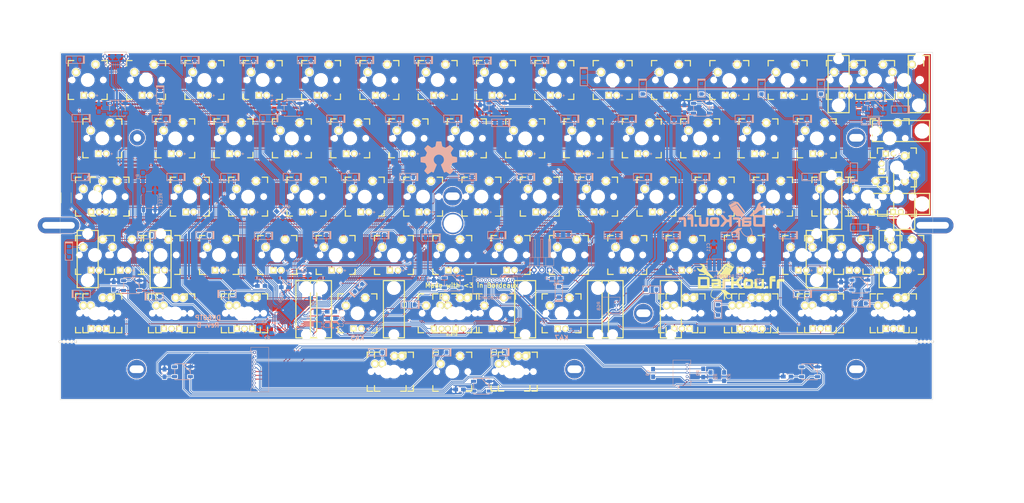
<source format=kicad_pcb>
(kicad_pcb (version 4) (host pcbnew 4.0.7+dfsg1-1)
  (title_block (title DK60TP) (date 2017-10-07) (rev B) (company DarKou))
  (layers (0 F.Cu signal) (31 B.Cu signal) (34 B.Paste user) (35 F.Paste user) (36 B.SilkS user) (37 F.SilkS user hide) (38 B.Mask user) (39 F.Mask user) (44 Edge.Cuts user))
  (net 0 "")
  (net 1 LED_CATH)
  (net 2 LED_AN)
  (net 3 XTAL1)
  (net 4 GND)
  (net 5 XTAL2)
  (net 6 VCC)
  (net 7 "Net-(C8-Pad1)")
  (net 8 "Net-(C9-Pad1)")
  (net 9 Col0)
  (net 10 "Net-(DK0-Pad1)")
  (net 11 "Net-(DK1-Pad1)")
  (net 12 "Net-(DK2-Pad1)")
  (net 13 "Net-(DK3-Pad1)")
  (net 14 "Net-(DK4-Pad1)")
  (net 15 Col6)
  (net 16 "Net-(DK6-Pad1)")
  (net 17 Col1)
  (net 18 "Net-(DK10-Pad1)")
  (net 19 "Net-(DK11-Pad1)")
  (net 20 "Net-(DK12-Pad1)")
  (net 21 "Net-(DK13-Pad1)")
  (net 22 "Net-(DK14-Pad1)")
  (net 23 Col2)
  (net 24 "Net-(DK20-Pad1)")
  (net 25 "Net-(DK21-Pad1)")
  (net 26 "Net-(DK22-Pad1)")
  (net 27 "Net-(DK23-Pad1)")
  (net 28 "Net-(DK24-Pad1)")
  (net 29 Col3)
  (net 30 "Net-(DK30-Pad1)")
  (net 31 "Net-(DK31-Pad1)")
  (net 32 "Net-(DK32-Pad1)")
  (net 33 "Net-(DK33-Pad1)")
  (net 34 /TRACKPOINT/Col3)
  (net 35 "Net-(DK34-Pad1)")
  (net 36 Col4)
  (net 37 "Net-(DK40-Pad1)")
  (net 38 "Net-(DK41-Pad1)")
  (net 39 "Net-(DK42-Pad1)")
  (net 40 "Net-(DK43-Pad1)")
  (net 41 /TRACKPOINT/Col4)
  (net 42 "Net-(DK44-Pad1)")
  (net 43 Col5)
  (net 44 "Net-(DK50-Pad1)")
  (net 45 "Net-(DK51-Pad1)")
  (net 46 "Net-(DK52-Pad1)")
  (net 47 "Net-(DK53-Pad1)")
  (net 48 "Net-(DK54-Pad1)")
  (net 49 "Net-(DK61-Pad1)")
  (net 50 "Net-(DK62-Pad1)")
  (net 51 "Net-(DK63-Pad1)")
  (net 52 "Net-(DK64-Pad1)")
  (net 53 Col7)
  (net 54 "Net-(DK70-Pad1)")
  (net 55 "Net-(DK71-Pad1)")
  (net 56 "Net-(DK72-Pad1)")
  (net 57 "Net-(DK73-Pad1)")
  (net 58 Col8)
  (net 59 "Net-(DK80-Pad1)")
  (net 60 "Net-(DK81-Pad1)")
  (net 61 "Net-(DK82-Pad1)")
  (net 62 "Net-(DK83-Pad1)")
  (net 63 Col9)
  (net 64 "Net-(DK90-Pad1)")
  (net 65 "Net-(DK91-Pad1)")
  (net 66 "Net-(DK92-Pad1)")
  (net 67 "Net-(DK93-Pad1)")
  (net 68 "Net-(DK94-Pad1)")
  (net 69 ColA)
  (net 70 "Net-(DKA0-Pad1)")
  (net 71 "Net-(DKA1-Pad1)")
  (net 72 "Net-(DKA2-Pad1)")
  (net 73 "Net-(DKA3-Pad1)")
  (net 74 "Net-(DKA4-Pad1)")
  (net 75 ColB)
  (net 76 "Net-(DKB0-Pad1)")
  (net 77 "Net-(DKB1-Pad1)")
  (net 78 "Net-(DKB2-Pad1)")
  (net 79 "Net-(DKB3-Pad1)")
  (net 80 "Net-(DKB4-Pad1)")
  (net 81 ColC)
  (net 82 "Net-(DKC1-Pad1)")
  (net 83 "Net-(DKC2-Pad1)")
  (net 84 "Net-(DKC3-Pad1)")
  (net 85 "Net-(DKC4-Pad1)")
  (net 86 ColD)
  (net 87 "Net-(DKD0-Pad1)")
  (net 88 "Net-(DKD1-Pad1)")
  (net 89 "Net-(DKD2-Pad1)")
  (net 90 "Net-(DKD3-Pad1)")
  (net 91 "Net-(DKD4-Pad1)")
  (net 92 "Net-(J1-Pad2)")
  (net 93 "Net-(J1-Pad3)")
  (net 94 DOUT)
  (net 95 Row0)
  (net 96 Row4)
  (net 97 Row1)
  (net 98 Row2)
  (net 99 Row3)
  (net 100 /TRACKPOINT/Row4)
  (net 101 "Net-(KC0-Pad1)")
  (net 102 "Net-(L1-Pad1)")
  (net 103 "Net-(J3-Pad2)")
  (net 104 D5)
  (net 105 D2)
  (net 106 /TRACKPOINT/D5)
  (net 107 /TRACKPOINT/D2)
  (net 108 /TRACKPOINT/RGB)
  (net 109 RESET)
  (net 110 "Net-(R2-Pad2)")
  (net 111 "Net-(R3-Pad1)")
  (net 112 CAPS_LED)
  (net 113 "Net-(J3-Pad1)")
  (net 114 RGB)
  (net 115 "Net-(RGB0-Pad2)")
  (net 116 "Net-(RGB1-Pad2)")
  (net 117 "Net-(RGB2-Pad2)")
  (net 118 "Net-(RGB3-Pad2)")
  (net 119 "Net-(RGB4-Pad2)")
  (net 120 "Net-(RGB5-Pad2)")
  (net 121 "Net-(RGB6-Pad2)")
  (net 122 "Net-(RGB8-Pad2)")
  (net 123 "Net-(RGB10-Pad4)")
  (net 124 BACKLIT)
  (net 125 "Net-(R4-Pad1)")
  (net 126 "Net-(DK74-Pad1)")
  (net 127 /TRACKPOINT/Col8)
  (net 128 "Net-(DK84-Pad1)")
  (module Connectors_Molex:Molex_PicoBlade_53048-0310_03x1.25mm_Angled (layer B.Cu) (at 245.61375 124.05625 90)
    (fp_text reference J2 hide)
    (fp_text value RGB (at 1.25 -5.75 90) (layer B.SilkS) (effects (justify mirror)))
    (pad 1 thru_hole rect (at 0 0 90) (size 0.85 0.85) (drill 0.5) (layers *.Cu *.Mask) (net 6 VCC))
    (pad 2 thru_hole circle (at 1.25 0 90) (size 0.85 0.85) (drill 0.5) (layers *.Cu *.Mask) (net 4 GND))
    (pad 3 thru_hole circle (at 2.5 0 90) (size 0.85 0.85) (drill 0.5) (layers *.Cu *.Mask) (net 94 DOUT))
  )
  (module Housings_DFN_QFN:QFN-44-1EP_7x7mm_Pitch0.5mm (layer B.Cu) (at 139.505 124.15625 225)
    (fp_text reference U0 (at 0 4.75 225) (layer B.SilkS) (effects (justify mirror)))
    (fp_text value ATMEGA32U4-MU)
    (pad 1 smd rect (at -3.4 2.5 225) (size 0.7 0.25) (layers B.Cu B.Paste B.Mask) (net 112 CAPS_LED))
    (pad 2 smd rect (at -3.4 2 225) (size 0.7 0.25) (layers B.Cu B.Paste B.Mask) (net 6 VCC))
    (pad 3 smd rect (at -3.4 1.5 225) (size 0.7 0.25) (layers B.Cu B.Paste B.Mask) (net 111 "Net-(R3-Pad1)"))
    (pad 4 smd rect (at -3.4 1 225) (size 0.7 0.25) (layers B.Cu B.Paste B.Mask) (net 125 "Net-(R4-Pad1)"))
    (pad 5 smd rect (at -3.4 0.5 225) (size 0.7 0.25) (layers B.Cu B.Paste B.Mask) (net 4 GND))
    (pad 6 smd rect (at -3.4 0 225) (size 0.7 0.25) (layers B.Cu B.Paste B.Mask) (net 7 "Net-(C8-Pad1)"))
    (pad 7 smd rect (at -3.4 -0.5 225) (size 0.7 0.25) (layers B.Cu B.Paste B.Mask) (net 6 VCC))
    (pad 8 smd rect (at -3.4 -1 225) (size 0.7 0.25) (layers B.Cu B.Paste B.Mask) (net 43 Col5))
    (pad 9 smd rect (at -3.4 -1.5 225) (size 0.7 0.25) (layers B.Cu B.Paste B.Mask) (net 99 Row3))
    (pad 10 smd rect (at -3.4 -2 225) (size 0.7 0.25) (layers B.Cu B.Paste B.Mask) (net 15 Col6))
    (pad 11 smd rect (at -3.4 -2.5 225) (size 0.7 0.25) (layers B.Cu B.Paste B.Mask) (net 53 Col7))
    (pad 12 smd rect (at -2.5 -3.4 135) (size 0.7 0.25) (layers B.Cu B.Paste B.Mask) (net 124 BACKLIT))
    (pad 13 smd rect (at -2 -3.4 135) (size 0.7 0.25) (layers B.Cu B.Paste B.Mask) (net 109 RESET))
    (pad 14 smd rect (at -1.5 -3.4 135) (size 0.7 0.25) (layers B.Cu B.Paste B.Mask) (net 6 VCC))
    (pad 15 smd rect (at -1 -3.4 135) (size 0.7 0.25) (layers B.Cu B.Paste B.Mask) (net 4 GND))
    (pad 16 smd rect (at -0.5 -3.4 135) (size 0.7 0.25) (layers B.Cu B.Paste B.Mask) (net 3 XTAL1))
    (pad 17 smd rect (at 0 -3.4 135) (size 0.7 0.25) (layers B.Cu B.Paste B.Mask) (net 5 XTAL2))
    (pad 18 smd rect (at 0.5 -3.4 135) (size 0.7 0.25) (layers B.Cu B.Paste B.Mask) (net 81 ColC))
    (pad 19 smd rect (at 1 -3.4 135) (size 0.7 0.25) (layers B.Cu B.Paste B.Mask) (net 75 ColB))
    (pad 20 smd rect (at 1.5 -3.4 135) (size 0.7 0.25) (layers B.Cu B.Paste B.Mask) (net 105 D2))
    (pad 21 smd rect (at 2 -3.4 135) (size 0.7 0.25) (layers B.Cu B.Paste B.Mask) (net 69 ColA))
    (pad 22 smd rect (at 2.5 -3.4 135) (size 0.7 0.25) (layers B.Cu B.Paste B.Mask) (net 104 D5))
    (pad 23 smd rect (at 3.4 -2.5 225) (size 0.7 0.25) (layers B.Cu B.Paste B.Mask) (net 4 GND))
    (pad 24 smd rect (at 3.4 -2 225) (size 0.7 0.25) (layers B.Cu B.Paste B.Mask) (net 6 VCC))
    (pad 25 smd rect (at 3.4 -1.5 225) (size 0.7 0.25) (layers B.Cu B.Paste B.Mask) (net 86 ColD))
    (pad 26 smd rect (at 3.4 -1 225) (size 0.7 0.25) (layers B.Cu B.Paste B.Mask) (net 96 Row4))
    (pad 27 smd rect (at 3.4 -0.5 225) (size 0.7 0.25) (layers B.Cu B.Paste B.Mask) (net 114 RGB))
    (pad 28 smd rect (at 3.4 0 225) (size 0.7 0.25) (layers B.Cu B.Paste B.Mask) (net 9 Col0))
    (pad 29 smd rect (at 3.4 0.5 225) (size 0.7 0.25) (layers B.Cu B.Paste B.Mask) (net 17 Col1))
    (pad 30 smd rect (at 3.4 1 225) (size 0.7 0.25) (layers B.Cu B.Paste B.Mask) (net 98 Row2))
    (pad 31 smd rect (at 3.4 1.5 225) (size 0.7 0.25) (layers B.Cu B.Paste B.Mask) (net 23 Col2))
    (pad 32 smd rect (at 3.4 2 225) (size 0.7 0.25) (layers B.Cu B.Paste B.Mask) (net 95 Row0))
    (pad 33 smd rect (at 3.4 2.5 225) (size 0.7 0.25) (layers B.Cu B.Paste B.Mask) (net 110 "Net-(R2-Pad2)"))
    (pad 34 smd rect (at 2.5 3.4 135) (size 0.7 0.25) (layers B.Cu B.Paste B.Mask) (net 6 VCC))
    (pad 35 smd rect (at 2 3.4 135) (size 0.7 0.25) (layers B.Cu B.Paste B.Mask) (net 4 GND))
    (pad 36 smd rect (at 1.5 3.4 135) (size 0.7 0.25) (layers B.Cu B.Paste B.Mask) (net 29 Col3))
    (pad 37 smd rect (at 1 3.4 135) (size 0.7 0.25) (layers B.Cu B.Paste B.Mask) (net 36 Col4))
    (pad 38 smd rect (at 0.5 3.4 135) (size 0.7 0.25) (layers B.Cu B.Paste B.Mask) (net 97 Row1))
    (pad 39 smd rect (at 0 3.4 135) (size 0.7 0.25) (layers B.Cu B.Paste B.Mask) (net 58 Col8))
    (pad 40 smd rect (at -0.5 3.4 135) (size 0.7 0.25) (layers B.Cu B.Paste B.Mask) (net 63 Col9))
    (pad 41 smd rect (at -1 3.4 135) (size 0.7 0.25) (layers B.Cu B.Paste B.Mask))
    (pad 42 smd rect (at -1.5 3.4 135) (size 0.7 0.25) (layers B.Cu B.Paste B.Mask))
    (pad 43 smd rect (at -2 3.4 135) (size 0.7 0.25) (layers B.Cu B.Paste B.Mask) (net 4 GND))
    (pad 44 smd rect (at -2.5 3.4 135) (size 0.7 0.25) (layers B.Cu B.Paste B.Mask) (net 6 VCC))
    (pad 45 smd rect (at 1.93125 -1.93125 225) (size 1.2875 1.2875) (layers B.Cu B.Paste B.Mask) (net 4 GND))
    (pad 45 smd rect (at 1.93125 -0.64375 225) (size 1.2875 1.2875) (layers B.Cu B.Paste B.Mask) (net 4 GND))
    (pad 45 smd rect (at 1.93125 0.64375 225) (size 1.2875 1.2875) (layers B.Cu B.Paste B.Mask) (net 4 GND))
    (pad 45 smd rect (at 1.93125 1.93125 225) (size 1.2875 1.2875) (layers B.Cu B.Paste B.Mask) (net 4 GND))
    (pad 45 smd rect (at 0.64375 -1.93125 225) (size 1.2875 1.2875) (layers B.Cu B.Paste B.Mask) (net 4 GND))
    (pad 45 smd rect (at 0.64375 -0.64375 225) (size 1.2875 1.2875) (layers B.Cu B.Paste B.Mask) (net 4 GND))
    (pad 45 smd rect (at 0.64375 0.64375 225) (size 1.2875 1.2875) (layers B.Cu B.Paste B.Mask) (net 4 GND))
    (pad 45 smd rect (at 0.64375 1.93125 225) (size 1.2875 1.2875) (layers B.Cu B.Paste B.Mask) (net 4 GND))
    (pad 45 smd rect (at -0.64375 -1.93125 225) (size 1.2875 1.2875) (layers B.Cu B.Paste B.Mask) (net 4 GND))
    (pad 45 smd rect (at -0.64375 -0.64375 225) (size 1.2875 1.2875) (layers B.Cu B.Paste B.Mask) (net 4 GND))
    (pad 45 smd rect (at -0.64375 0.64375 225) (size 1.2875 1.2875) (layers B.Cu B.Paste B.Mask) (net 4 GND))
    (pad 45 smd rect (at -0.64375 1.93125 225) (size 1.2875 1.2875) (layers B.Cu B.Paste B.Mask) (net 4 GND))
    (pad 45 smd rect (at -1.93125 -1.93125 225) (size 1.2875 1.2875) (layers B.Cu B.Paste B.Mask) (net 4 GND))
    (pad 45 smd rect (at -1.93125 -0.64375 225) (size 1.2875 1.2875) (layers B.Cu B.Paste B.Mask) (net 4 GND))
    (pad 45 smd rect (at -1.93125 0.64375 225) (size 1.2875 1.2875) (layers B.Cu B.Paste B.Mask) (net 4 GND))
    (pad 45 smd rect (at -1.93125 1.93125 225) (size 1.2875 1.2875) (layers B.Cu B.Paste B.Mask) (net 4 GND))
  )
  (module Footprint:MXST (layer F.Cu) (at 144.3675 125.18125 180)
    (fp_text reference 6.25U_0 hide)
    (fp_text value 6.25U hide)
    (pad "" np_thru_hole circle (at 0 -6.985 180) (size 3.048 3.048) (drill 3.048) (layers *.Cu *.Mask))
    (pad "" np_thru_hole circle (at 0 8.255 180) (size 3.9802 3.9802) (drill 3.9802) (layers *.Cu *.Mask))
  )
  (module Footprint:Mx_125 (layer F.Cu) (at 75.3375 125.18125)
    (fp_text reference K40 hide)
    (fp_text value K40 hide)
    (pad HOLE np_thru_hole circle (at 0 0) (size 3.9878 3.9878) (drill 3.9878) (layers *.Cu))
    (pad HOLE np_thru_hole circle (at -5.08 0) (size 1.7018 1.7018) (drill 1.7018) (layers *.Cu))
    (pad HOLE np_thru_hole circle (at 5.08 0) (size 1.7018 1.7018) (drill 1.7018) (layers *.Cu))
    (pad 1 thru_hole circle (at -3.81 -2.54 330.95) (size 2.5 2.5) (drill 1.5) (layers *.Cu *.Mask F.SilkS) (net 14 "Net-(DK4-Pad1)"))
    (pad 2 thru_hole circle (at 2.54 -5.08 356.1) (size 2.5 2.5) (drill 1.5) (layers *.Cu *.Mask F.SilkS) (net 96 Row4))
  )
  (module Footprint:LED_TH_BIVAR (layer F.Cu) (at 72.95625 53.98125)
    (fp_text reference BL0 hide)
    (fp_text value LED hide)
    (fp_text user + (at 3.048 0) (layer B.SilkS) (effects (justify mirror)))
    (pad 1 thru_hole rect (at -1.27 0) (size 1.9 1.9) (drill 1.1176) (layers *.Cu *.Mask F.SilkS) (net 1 LED_CATH))
    (pad 2 thru_hole circle (at 1.27 0) (size 1.9 1.9) (drill 1.1176) (layers *.Cu *.Mask F.SilkS) (net 2 LED_AN))
  )
  (module Footprint:LED_TH_BIVAR (layer F.Cu) (at 77.71875 73.03125)
    (fp_text reference BL10 hide)
    (fp_text value LED hide)
    (fp_text user + (at 3.048 0) (layer B.SilkS) (effects (justify mirror)))
    (pad 1 thru_hole rect (at -1.27 0) (size 1.9 1.9) (drill 1.1176) (layers *.Cu *.Mask F.SilkS) (net 1 LED_CATH))
    (pad 2 thru_hole circle (at 1.27 0) (size 1.9 1.9) (drill 1.1176) (layers *.Cu *.Mask F.SilkS) (net 2 LED_AN))
  )
  (module Footprint:LED_TH_BIVAR (layer F.Cu) (at 75.3375 92.08125)
    (fp_text reference BL20 hide)
    (fp_text value LED hide)
    (fp_text user + (at 3.048 0) (layer B.SilkS) (effects (justify mirror)))
    (pad 1 thru_hole rect (at -1.27 0) (size 1.9 1.9) (drill 1.1176) (layers *.Cu *.Mask F.SilkS) (net 1 LED_CATH))
    (pad 2 thru_hole circle (at 1.27 0) (size 1.9 1.9) (drill 1.1176) (layers *.Cu *.Mask F.SilkS) (net 2 LED_AN))
  )
  (module Footprint:LED_TH_BIVAR (layer F.Cu) (at 80.1 92.08125 180)
    (fp_text reference BL21 hide)
    (fp_text value LED hide)
    (fp_text user + (at 3.048 0 180) (layer B.SilkS) (effects (justify mirror)))
    (pad 1 thru_hole rect (at -1.27 0 180) (size 1.9 1.9) (drill 1.1176) (layers *.Cu *.Mask F.SilkS) (net 1 LED_CATH))
    (pad 2 thru_hole circle (at 1.27 0 180) (size 1.9 1.9) (drill 1.1176) (layers *.Cu *.Mask F.SilkS) (net 2 LED_AN))
  )
  (module Footprint:LED_TH_BIVAR (layer F.Cu) (at 75.3375 111.13125)
    (fp_text reference BL30 hide)
    (fp_text value LED hide)
    (fp_text user + (at 3.048 0) (layer B.SilkS) (effects (justify mirror)))
    (pad 1 thru_hole rect (at -1.27 0) (size 1.9 1.9) (drill 1.1176) (layers *.Cu *.Mask F.SilkS) (net 1 LED_CATH))
    (pad 2 thru_hole circle (at 1.27 0) (size 1.9 1.9) (drill 1.1176) (layers *.Cu *.Mask F.SilkS) (net 2 LED_AN))
  )
  (module Footprint:LED_TH_BIVAR (layer F.Cu) (at 96.76875 111.13125)
    (fp_text reference BL31 hide)
    (fp_text value LED hide)
    (fp_text user + (at 3.048 0) (layer B.SilkS) (effects (justify mirror)))
    (pad 1 thru_hole rect (at -1.27 0) (size 1.9 1.9) (drill 1.1176) (layers *.Cu *.Mask F.SilkS) (net 1 LED_CATH))
    (pad 2 thru_hole circle (at 1.27 0) (size 1.9 1.9) (drill 1.1176) (layers *.Cu *.Mask F.SilkS) (net 2 LED_AN))
  )
  (module Footprint:LED_TH_BIVAR (layer F.Cu) (at 75.3375 130.18125)
    (fp_text reference BL40 hide)
    (fp_text value LED hide)
    (fp_text user + (at 3.048 0) (layer B.SilkS) (effects (justify mirror)))
    (pad 1 thru_hole rect (at -1.27 0) (size 1.9 1.9) (drill 1.1176) (layers *.Cu *.Mask F.SilkS) (net 1 LED_CATH))
    (pad 2 thru_hole circle (at 1.27 0) (size 1.9 1.9) (drill 1.1176) (layers *.Cu *.Mask F.SilkS) (net 2 LED_AN))
  )
  (module Footprint:LED_TH_BIVAR (layer F.Cu) (at 77.71875 130.18125 180)
    (fp_text reference BL41 hide)
    (fp_text value LED hide)
    (fp_text user + (at 3.048 0 180) (layer B.SilkS) (effects (justify mirror)))
    (pad 1 thru_hole rect (at -1.27 0 180) (size 1.9 1.9) (drill 1.1176) (layers *.Cu *.Mask F.SilkS) (net 1 LED_CATH))
    (pad 2 thru_hole circle (at 1.27 0 180) (size 1.9 1.9) (drill 1.1176) (layers *.Cu *.Mask F.SilkS) (net 2 LED_AN))
  )
  (module Footprint:LED_TH_BIVAR (layer F.Cu) (at 92.00625 53.98125)
    (fp_text reference BL100 hide)
    (fp_text value LED hide)
    (fp_text user + (at 3.048 0) (layer B.SilkS) (effects (justify mirror)))
    (pad 1 thru_hole rect (at -1.27 0) (size 1.9 1.9) (drill 1.1176) (layers *.Cu *.Mask F.SilkS) (net 1 LED_CATH))
    (pad 2 thru_hole circle (at 1.27 0) (size 1.9 1.9) (drill 1.1176) (layers *.Cu *.Mask F.SilkS) (net 2 LED_AN))
  )
  (module Footprint:LED_TH_BIVAR (layer F.Cu) (at 101.53125 73.03125)
    (fp_text reference BL110 hide)
    (fp_text value LED hide)
    (fp_text user + (at 3.048 0) (layer B.SilkS) (effects (justify mirror)))
    (pad 1 thru_hole rect (at -1.27 0) (size 1.9 1.9) (drill 1.1176) (layers *.Cu *.Mask F.SilkS) (net 1 LED_CATH))
    (pad 2 thru_hole circle (at 1.27 0) (size 1.9 1.9) (drill 1.1176) (layers *.Cu *.Mask F.SilkS) (net 2 LED_AN))
  )
  (module Footprint:LED_TH_BIVAR (layer F.Cu) (at 106.29375 92.08125)
    (fp_text reference BL120 hide)
    (fp_text value LED hide)
    (fp_text user + (at 3.048 0) (layer B.SilkS) (effects (justify mirror)))
    (pad 1 thru_hole rect (at -1.27 0) (size 1.9 1.9) (drill 1.1176) (layers *.Cu *.Mask F.SilkS) (net 1 LED_CATH))
    (pad 2 thru_hole circle (at 1.27 0) (size 1.9 1.9) (drill 1.1176) (layers *.Cu *.Mask F.SilkS) (net 2 LED_AN))
  )
  (module Footprint:LED_TH_BIVAR (layer F.Cu) (at 84.8625 111.13125)
    (fp_text reference BL130 hide)
    (fp_text value LED hide)
    (fp_text user + (at 3.048 0) (layer B.SilkS) (effects (justify mirror)))
    (pad 1 thru_hole rect (at -1.27 0) (size 1.9 1.9) (drill 1.1176) (layers *.Cu *.Mask F.SilkS) (net 1 LED_CATH))
    (pad 2 thru_hole circle (at 1.27 0) (size 1.9 1.9) (drill 1.1176) (layers *.Cu *.Mask F.SilkS) (net 2 LED_AN))
  )
  (module Footprint:LED_TH_BIVAR (layer F.Cu) (at 99.15 130.18125)
    (fp_text reference BL140 hide)
    (fp_text value LED hide)
    (fp_text user + (at 3.048 0) (layer B.SilkS) (effects (justify mirror)))
    (pad 1 thru_hole rect (at -1.27 0) (size 1.9 1.9) (drill 1.1176) (layers *.Cu *.Mask F.SilkS) (net 1 LED_CATH))
    (pad 2 thru_hole circle (at 1.27 0) (size 1.9 1.9) (drill 1.1176) (layers *.Cu *.Mask F.SilkS) (net 2 LED_AN))
  )
  (module Footprint:LED_TH_BIVAR (layer F.Cu) (at 101.53125 130.18125 180)
    (fp_text reference BL141 hide)
    (fp_text value LED hide)
    (fp_text user + (at 3.048 0 180) (layer B.SilkS) (effects (justify mirror)))
    (pad 1 thru_hole rect (at -1.27 0 180) (size 1.9 1.9) (drill 1.1176) (layers *.Cu *.Mask F.SilkS) (net 1 LED_CATH))
    (pad 2 thru_hole circle (at 1.27 0 180) (size 1.9 1.9) (drill 1.1176) (layers *.Cu *.Mask F.SilkS) (net 2 LED_AN))
  )
  (module Footprint:LED_TH_BIVAR (layer F.Cu) (at 111.05625 53.98125)
    (fp_text reference BL200 hide)
    (fp_text value LED hide)
    (fp_text user + (at 3.048 0) (layer B.SilkS) (effects (justify mirror)))
    (pad 1 thru_hole rect (at -1.27 0) (size 1.9 1.9) (drill 1.1176) (layers *.Cu *.Mask F.SilkS) (net 1 LED_CATH))
    (pad 2 thru_hole circle (at 1.27 0) (size 1.9 1.9) (drill 1.1176) (layers *.Cu *.Mask F.SilkS) (net 2 LED_AN))
  )
  (module Footprint:LED_TH_BIVAR (layer F.Cu) (at 120.58125 73.03125)
    (fp_text reference BL210 hide)
    (fp_text value LED hide)
    (fp_text user + (at 3.048 0) (layer B.SilkS) (effects (justify mirror)))
    (pad 1 thru_hole rect (at -1.27 0) (size 1.9 1.9) (drill 1.1176) (layers *.Cu *.Mask F.SilkS) (net 1 LED_CATH))
    (pad 2 thru_hole circle (at 1.27 0) (size 1.9 1.9) (drill 1.1176) (layers *.Cu *.Mask F.SilkS) (net 2 LED_AN))
  )
  (module Footprint:LED_TH_BIVAR (layer F.Cu) (at 125.34375 92.08125)
    (fp_text reference BL220 hide)
    (fp_text value LED hide)
    (fp_text user + (at 3.048 0) (layer B.SilkS) (effects (justify mirror)))
    (pad 1 thru_hole rect (at -1.27 0) (size 1.9 1.9) (drill 1.1176) (layers *.Cu *.Mask F.SilkS) (net 1 LED_CATH))
    (pad 2 thru_hole circle (at 1.27 0) (size 1.9 1.9) (drill 1.1176) (layers *.Cu *.Mask F.SilkS) (net 2 LED_AN))
  )
  (module Footprint:LED_TH_BIVAR (layer F.Cu) (at 115.81875 111.13125)
    (fp_text reference BL230 hide)
    (fp_text value LED hide)
    (fp_text user + (at 3.048 0) (layer B.SilkS) (effects (justify mirror)))
    (pad 1 thru_hole rect (at -1.27 0) (size 1.9 1.9) (drill 1.1176) (layers *.Cu *.Mask F.SilkS) (net 1 LED_CATH))
    (pad 2 thru_hole circle (at 1.27 0) (size 1.9 1.9) (drill 1.1176) (layers *.Cu *.Mask F.SilkS) (net 2 LED_AN))
  )
  (module Footprint:LED_TH_BIVAR (layer F.Cu) (at 122.9625 130.18125)
    (fp_text reference BL240 hide)
    (fp_text value LED hide)
    (fp_text user + (at 3.048 0) (layer B.SilkS) (effects (justify mirror)))
    (pad 1 thru_hole rect (at -1.27 0) (size 1.9 1.9) (drill 1.1176) (layers *.Cu *.Mask F.SilkS) (net 1 LED_CATH))
    (pad 2 thru_hole circle (at 1.27 0) (size 1.9 1.9) (drill 1.1176) (layers *.Cu *.Mask F.SilkS) (net 2 LED_AN))
  )
  (module Footprint:LED_TH_BIVAR (layer F.Cu) (at 125.34375 130.18125 180)
    (fp_text reference BL241 hide)
    (fp_text value LED hide)
    (fp_text user + (at 3.048 0 180) (layer B.SilkS) (effects (justify mirror)))
    (pad 1 thru_hole rect (at -1.27 0 180) (size 1.9 1.9) (drill 1.1176) (layers *.Cu *.Mask F.SilkS) (net 1 LED_CATH))
    (pad 2 thru_hole circle (at 1.27 0 180) (size 1.9 1.9) (drill 1.1176) (layers *.Cu *.Mask F.SilkS) (net 2 LED_AN))
  )
  (module Footprint:LED_TH_BIVAR (layer F.Cu) (at 130.10625 53.98125)
    (fp_text reference BL300 hide)
    (fp_text value LED hide)
    (fp_text user + (at 3.048 0) (layer B.SilkS) (effects (justify mirror)))
    (pad 1 thru_hole rect (at -1.27 0) (size 1.9 1.9) (drill 1.1176) (layers *.Cu *.Mask F.SilkS) (net 1 LED_CATH))
    (pad 2 thru_hole circle (at 1.27 0) (size 1.9 1.9) (drill 1.1176) (layers *.Cu *.Mask F.SilkS) (net 2 LED_AN))
  )
  (module Footprint:LED_TH_BIVAR (layer F.Cu) (at 139.63125 73.03125)
    (fp_text reference BL310 hide)
    (fp_text value LED hide)
    (fp_text user + (at 3.048 0) (layer B.SilkS) (effects (justify mirror)))
    (pad 1 thru_hole rect (at -1.27 0) (size 1.9 1.9) (drill 1.1176) (layers *.Cu *.Mask F.SilkS) (net 1 LED_CATH))
    (pad 2 thru_hole circle (at 1.27 0) (size 1.9 1.9) (drill 1.1176) (layers *.Cu *.Mask F.SilkS) (net 2 LED_AN))
  )
  (module Footprint:LED_TH_BIVAR (layer F.Cu) (at 144.39375 92.08125)
    (fp_text reference BL320 hide)
    (fp_text value LED hide)
    (fp_text user + (at 3.048 0) (layer B.SilkS) (effects (justify mirror)))
    (pad 1 thru_hole rect (at -1.27 0) (size 1.9 1.9) (drill 1.1176) (layers *.Cu *.Mask F.SilkS) (net 1 LED_CATH))
    (pad 2 thru_hole circle (at 1.27 0) (size 1.9 1.9) (drill 1.1176) (layers *.Cu *.Mask F.SilkS) (net 2 LED_AN))
  )
  (module Footprint:LED_TH_BIVAR (layer F.Cu) (at 134.86875 111.13125)
    (fp_text reference BL330 hide)
    (fp_text value LED hide)
    (fp_text user + (at 3.048 0) (layer B.SilkS) (effects (justify mirror)))
    (pad 1 thru_hole rect (at -1.27 0) (size 1.9 1.9) (drill 1.1176) (layers *.Cu *.Mask F.SilkS) (net 1 LED_CATH))
    (pad 2 thru_hole circle (at 1.27 0) (size 1.9 1.9) (drill 1.1176) (layers *.Cu *.Mask F.SilkS) (net 2 LED_AN))
  )
  (module Footprint:LED_TH_BIVAR (layer F.Cu) (at 149.15625 53.98125)
    (fp_text reference BL400 hide)
    (fp_text value LED hide)
    (fp_text user + (at 3.048 0) (layer B.SilkS) (effects (justify mirror)))
    (pad 1 thru_hole rect (at -1.27 0) (size 1.9 1.9) (drill 1.1176) (layers *.Cu *.Mask F.SilkS) (net 1 LED_CATH))
    (pad 2 thru_hole circle (at 1.27 0) (size 1.9 1.9) (drill 1.1176) (layers *.Cu *.Mask F.SilkS) (net 2 LED_AN))
  )
  (module Footprint:LED_TH_BIVAR (layer F.Cu) (at 158.68125 73.03125)
    (fp_text reference BL410 hide)
    (fp_text value LED hide)
    (fp_text user + (at 3.048 0) (layer B.SilkS) (effects (justify mirror)))
    (pad 1 thru_hole rect (at -1.27 0) (size 1.9 1.9) (drill 1.1176) (layers *.Cu *.Mask F.SilkS) (net 1 LED_CATH))
    (pad 2 thru_hole circle (at 1.27 0) (size 1.9 1.9) (drill 1.1176) (layers *.Cu *.Mask F.SilkS) (net 2 LED_AN))
  )
  (module Footprint:LED_TH_BIVAR (layer F.Cu) (at 163.44375 92.08125)
    (fp_text reference BL420 hide)
    (fp_text value LED hide)
    (fp_text user + (at 3.048 0) (layer B.SilkS) (effects (justify mirror)))
    (pad 1 thru_hole rect (at -1.27 0) (size 1.9 1.9) (drill 1.1176) (layers *.Cu *.Mask F.SilkS) (net 1 LED_CATH))
    (pad 2 thru_hole circle (at 1.27 0) (size 1.9 1.9) (drill 1.1176) (layers *.Cu *.Mask F.SilkS) (net 2 LED_AN))
  )
  (module Footprint:LED_TH_BIVAR (layer F.Cu) (at 153.91875 111.13125)
    (fp_text reference BL430 hide)
    (fp_text value LED hide)
    (fp_text user + (at 3.048 0) (layer B.SilkS) (effects (justify mirror)))
    (pad 1 thru_hole rect (at -1.27 0) (size 1.9 1.9) (drill 1.1176) (layers *.Cu *.Mask F.SilkS) (net 1 LED_CATH))
    (pad 2 thru_hole circle (at 1.27 0) (size 1.9 1.9) (drill 1.1176) (layers *.Cu *.Mask F.SilkS) (net 2 LED_AN))
  )
  (module Footprint:LED_TH_BIVAR (layer F.Cu) (at 168.20625 53.98125)
    (fp_text reference BL500 hide)
    (fp_text value LED hide)
    (fp_text user + (at 3.048 0) (layer B.SilkS) (effects (justify mirror)))
    (pad 1 thru_hole rect (at -1.27 0) (size 1.9 1.9) (drill 1.1176) (layers *.Cu *.Mask F.SilkS) (net 1 LED_CATH))
    (pad 2 thru_hole circle (at 1.27 0) (size 1.9 1.9) (drill 1.1176) (layers *.Cu *.Mask F.SilkS) (net 2 LED_AN))
  )
  (module Footprint:LED_TH_BIVAR (layer F.Cu) (at 177.73125 73.03125)
    (fp_text reference BL510 hide)
    (fp_text value LED hide)
    (fp_text user + (at 3.048 0) (layer B.SilkS) (effects (justify mirror)))
    (pad 1 thru_hole rect (at -1.27 0) (size 1.9 1.9) (drill 1.1176) (layers *.Cu *.Mask F.SilkS) (net 1 LED_CATH))
    (pad 2 thru_hole circle (at 1.27 0) (size 1.9 1.9) (drill 1.1176) (layers *.Cu *.Mask F.SilkS) (net 2 LED_AN))
  )
  (module Footprint:LED_TH_BIVAR (layer F.Cu) (at 182.49375 92.08125)
    (fp_text reference BL520 hide)
    (fp_text value LED hide)
    (fp_text user + (at 3.048 0) (layer B.SilkS) (effects (justify mirror)))
    (pad 1 thru_hole rect (at -1.27 0) (size 1.9 1.9) (drill 1.1176) (layers *.Cu *.Mask F.SilkS) (net 1 LED_CATH))
    (pad 2 thru_hole circle (at 1.27 0) (size 1.9 1.9) (drill 1.1176) (layers *.Cu *.Mask F.SilkS) (net 2 LED_AN))
  )
  (module Footprint:LED_TH_BIVAR (layer F.Cu) (at 172.96875 111.13125)
    (fp_text reference BL530 hide)
    (fp_text value LED hide)
    (fp_text user + (at 3.048 0) (layer B.SilkS) (effects (justify mirror)))
    (pad 1 thru_hole rect (at -1.27 0) (size 1.9 1.9) (drill 1.1176) (layers *.Cu *.Mask F.SilkS) (net 1 LED_CATH))
    (pad 2 thru_hole circle (at 1.27 0) (size 1.9 1.9) (drill 1.1176) (layers *.Cu *.Mask F.SilkS) (net 2 LED_AN))
  )
  (module Footprint:LED_TH_BIVAR (layer F.Cu) (at 187.25625 53.98125)
    (fp_text reference BL600 hide)
    (fp_text value LED hide)
    (fp_text user + (at 3.048 0) (layer B.SilkS) (effects (justify mirror)))
    (pad 1 thru_hole rect (at -1.27 0) (size 1.9 1.9) (drill 1.1176) (layers *.Cu *.Mask F.SilkS) (net 1 LED_CATH))
    (pad 2 thru_hole circle (at 1.27 0) (size 1.9 1.9) (drill 1.1176) (layers *.Cu *.Mask F.SilkS) (net 2 LED_AN))
  )
  (module Footprint:LED_TH_BIVAR (layer F.Cu) (at 196.78125 73.03125)
    (fp_text reference BL610 hide)
    (fp_text value LED hide)
    (fp_text user + (at 3.048 0) (layer B.SilkS) (effects (justify mirror)))
    (pad 1 thru_hole rect (at -1.27 0) (size 1.9 1.9) (drill 1.1176) (layers *.Cu *.Mask F.SilkS) (net 1 LED_CATH))
    (pad 2 thru_hole circle (at 1.27 0) (size 1.9 1.9) (drill 1.1176) (layers *.Cu *.Mask F.SilkS) (net 2 LED_AN))
  )
  (module Footprint:LED_TH_BIVAR (layer F.Cu) (at 201.54375 92.08125)
    (fp_text reference BL620 hide)
    (fp_text value LED hide)
    (fp_text user + (at 3.048 0) (layer B.SilkS) (effects (justify mirror)))
    (pad 1 thru_hole rect (at -1.27 0) (size 1.9 1.9) (drill 1.1176) (layers *.Cu *.Mask F.SilkS) (net 1 LED_CATH))
    (pad 2 thru_hole circle (at 1.27 0) (size 1.9 1.9) (drill 1.1176) (layers *.Cu *.Mask F.SilkS) (net 2 LED_AN))
  )
  (module Footprint:LED_TH_BIVAR (layer F.Cu) (at 192.01875 111.13125)
    (fp_text reference BL630 hide)
    (fp_text value LED hide)
    (fp_text user + (at 3.048 0) (layer B.SilkS) (effects (justify mirror)))
    (pad 1 thru_hole rect (at -1.27 0) (size 1.9 1.9) (drill 1.1176) (layers *.Cu *.Mask F.SilkS) (net 1 LED_CATH))
    (pad 2 thru_hole circle (at 1.27 0) (size 1.9 1.9) (drill 1.1176) (layers *.Cu *.Mask F.SilkS) (net 2 LED_AN))
  )
  (module Footprint:LED_TH_BIVAR (layer F.Cu) (at 206.30625 130.18125)
    (fp_text reference BL640 hide)
    (fp_text value LED hide)
    (fp_text user + (at 3.048 0) (layer B.SilkS) (effects (justify mirror)))
    (pad 1 thru_hole rect (at -1.27 0) (size 1.9 1.9) (drill 1.1176) (layers *.Cu *.Mask F.SilkS) (net 1 LED_CATH))
    (pad 2 thru_hole circle (at 1.27 0) (size 1.9 1.9) (drill 1.1176) (layers *.Cu *.Mask F.SilkS) (net 2 LED_AN))
  )
  (module Footprint:LED_TH_BIVAR (layer F.Cu) (at 194.4 130.18125)
    (fp_text reference BL641 hide)
    (fp_text value LED hide)
    (fp_text user + (at 3.048 0) (layer B.SilkS) (effects (justify mirror)))
    (pad 1 thru_hole rect (at -1.27 0) (size 1.9 1.9) (drill 1.1176) (layers *.Cu *.Mask F.SilkS) (net 1 LED_CATH))
    (pad 2 thru_hole circle (at 1.27 0) (size 1.9 1.9) (drill 1.1176) (layers *.Cu *.Mask F.SilkS) (net 2 LED_AN))
  )
  (module Footprint:LED_TH_BIVAR (layer F.Cu) (at 187.25625 130.18125)
    (fp_text reference BL642 hide)
    (fp_text value LED hide)
    (fp_text user + (at 3.048 0) (layer B.SilkS) (effects (justify mirror)))
    (pad 1 thru_hole rect (at -1.27 0) (size 1.9 1.9) (drill 1.1176) (layers *.Cu *.Mask F.SilkS) (net 1 LED_CATH))
    (pad 2 thru_hole circle (at 1.27 0) (size 1.9 1.9) (drill 1.1176) (layers *.Cu *.Mask F.SilkS) (net 2 LED_AN))
  )
  (module Footprint:LED_TH_BIVAR (layer F.Cu) (at 206.30625 53.98125)
    (fp_text reference BL700 hide)
    (fp_text value LED hide)
    (fp_text user + (at 3.048 0) (layer B.SilkS) (effects (justify mirror)))
    (pad 1 thru_hole rect (at -1.27 0) (size 1.9 1.9) (drill 1.1176) (layers *.Cu *.Mask F.SilkS) (net 1 LED_CATH))
    (pad 2 thru_hole circle (at 1.27 0) (size 1.9 1.9) (drill 1.1176) (layers *.Cu *.Mask F.SilkS) (net 2 LED_AN))
  )
  (module Footprint:LED_TH_BIVAR (layer F.Cu) (at 215.83125 73.03125)
    (fp_text reference BL710 hide)
    (fp_text value LED hide)
    (fp_text user + (at 3.048 0) (layer B.SilkS) (effects (justify mirror)))
    (pad 1 thru_hole rect (at -1.27 0) (size 1.9 1.9) (drill 1.1176) (layers *.Cu *.Mask F.SilkS) (net 1 LED_CATH))
    (pad 2 thru_hole circle (at 1.27 0) (size 1.9 1.9) (drill 1.1176) (layers *.Cu *.Mask F.SilkS) (net 2 LED_AN))
  )
  (module Footprint:LED_TH_BIVAR (layer F.Cu) (at 220.59375 92.08125)
    (fp_text reference BL720 hide)
    (fp_text value LED hide)
    (fp_text user + (at 3.048 0) (layer B.SilkS) (effects (justify mirror)))
    (pad 1 thru_hole rect (at -1.27 0) (size 1.9 1.9) (drill 1.1176) (layers *.Cu *.Mask F.SilkS) (net 1 LED_CATH))
    (pad 2 thru_hole circle (at 1.27 0) (size 1.9 1.9) (drill 1.1176) (layers *.Cu *.Mask F.SilkS) (net 2 LED_AN))
  )
  (module Footprint:LED_TH_BIVAR (layer F.Cu) (at 211.06875 111.13125)
    (fp_text reference BL750 hide)
    (fp_text value LED hide)
    (fp_text user + (at 3.048 0) (layer B.SilkS) (effects (justify mirror)))
    (pad 1 thru_hole rect (at -1.27 0) (size 1.9 1.9) (drill 1.1176) (layers *.Cu *.Mask F.SilkS) (net 1 LED_CATH))
    (pad 2 thru_hole circle (at 1.27 0) (size 1.9 1.9) (drill 1.1176) (layers *.Cu *.Mask F.SilkS) (net 2 LED_AN))
  )
  (module Footprint:LED_TH_BIVAR (layer F.Cu) (at 225.35625 53.98125)
    (fp_text reference BL800 hide)
    (fp_text value LED hide)
    (fp_text user + (at 3.048 0) (layer B.SilkS) (effects (justify mirror)))
    (pad 1 thru_hole rect (at -1.27 0) (size 1.9 1.9) (drill 1.1176) (layers *.Cu *.Mask F.SilkS) (net 1 LED_CATH))
    (pad 2 thru_hole circle (at 1.27 0) (size 1.9 1.9) (drill 1.1176) (layers *.Cu *.Mask F.SilkS) (net 2 LED_AN))
  )
  (module Footprint:LED_TH_BIVAR (layer F.Cu) (at 234.88125 73.03125)
    (fp_text reference BL810 hide)
    (fp_text value LED hide)
    (fp_text user + (at 3.048 0) (layer B.SilkS) (effects (justify mirror)))
    (pad 1 thru_hole rect (at -1.27 0) (size 1.9 1.9) (drill 1.1176) (layers *.Cu *.Mask F.SilkS) (net 1 LED_CATH))
    (pad 2 thru_hole circle (at 1.27 0) (size 1.9 1.9) (drill 1.1176) (layers *.Cu *.Mask F.SilkS) (net 2 LED_AN))
  )
  (module Footprint:LED_TH_BIVAR (layer F.Cu) (at 239.64375 92.08125)
    (fp_text reference BL820 hide)
    (fp_text value LED hide)
    (fp_text user + (at 3.048 0) (layer B.SilkS) (effects (justify mirror)))
    (pad 1 thru_hole rect (at -1.27 0) (size 1.9 1.9) (drill 1.1176) (layers *.Cu *.Mask F.SilkS) (net 1 LED_CATH))
    (pad 2 thru_hole circle (at 1.27 0) (size 1.9 1.9) (drill 1.1176) (layers *.Cu *.Mask F.SilkS) (net 2 LED_AN))
  )
  (module Footprint:LED_TH_BIVAR (layer F.Cu) (at 230.11875 111.13125)
    (fp_text reference BL830 hide)
    (fp_text value LED hide)
    (fp_text user + (at 3.048 0) (layer B.SilkS) (effects (justify mirror)))
    (pad 1 thru_hole rect (at -1.27 0) (size 1.9 1.9) (drill 1.1176) (layers *.Cu *.Mask F.SilkS) (net 1 LED_CATH))
    (pad 2 thru_hole circle (at 1.27 0) (size 1.9 1.9) (drill 1.1176) (layers *.Cu *.Mask F.SilkS) (net 2 LED_AN))
  )
  (module Footprint:LED_TH_BIVAR (layer F.Cu) (at 244.40625 53.98125)
    (fp_text reference BL900 hide)
    (fp_text value LED hide)
    (fp_text user + (at 3.048 0) (layer B.SilkS) (effects (justify mirror)))
    (pad 1 thru_hole rect (at -1.27 0) (size 1.9 1.9) (drill 1.1176) (layers *.Cu *.Mask F.SilkS) (net 1 LED_CATH))
    (pad 2 thru_hole circle (at 1.27 0) (size 1.9 1.9) (drill 1.1176) (layers *.Cu *.Mask F.SilkS) (net 2 LED_AN))
  )
  (module Footprint:LED_TH_BIVAR (layer F.Cu) (at 253.93125 73.03125)
    (fp_text reference BL910 hide)
    (fp_text value LED hide)
    (fp_text user + (at 3.048 0) (layer B.SilkS) (effects (justify mirror)))
    (pad 1 thru_hole rect (at -1.27 0) (size 1.9 1.9) (drill 1.1176) (layers *.Cu *.Mask F.SilkS) (net 1 LED_CATH))
    (pad 2 thru_hole circle (at 1.27 0) (size 1.9 1.9) (drill 1.1176) (layers *.Cu *.Mask F.SilkS) (net 2 LED_AN))
  )
  (module Footprint:LED_TH_BIVAR (layer F.Cu) (at 258.69375 92.08125)
    (fp_text reference BL920 hide)
    (fp_text value LED hide)
    (fp_text user + (at 3.048 0) (layer B.SilkS) (effects (justify mirror)))
    (pad 1 thru_hole rect (at -1.27 0) (size 1.9 1.9) (drill 1.1176) (layers *.Cu *.Mask F.SilkS) (net 1 LED_CATH))
    (pad 2 thru_hole circle (at 1.27 0) (size 1.9 1.9) (drill 1.1176) (layers *.Cu *.Mask F.SilkS) (net 2 LED_AN))
  )
  (module Footprint:LED_TH_BIVAR (layer F.Cu) (at 249.16875 111.13125)
    (fp_text reference BL930 hide)
    (fp_text value LED hide)
    (fp_text user + (at 3.048 0) (layer B.SilkS) (effects (justify mirror)))
    (pad 1 thru_hole rect (at -1.27 0) (size 1.9 1.9) (drill 1.1176) (layers *.Cu *.Mask F.SilkS) (net 1 LED_CATH))
    (pad 2 thru_hole circle (at 1.27 0) (size 1.9 1.9) (drill 1.1176) (layers *.Cu *.Mask F.SilkS) (net 2 LED_AN))
  )
  (module Footprint:LED_TH_BIVAR (layer F.Cu) (at 339.65625 53.98125)
    (fp_text reference BL940 hide)
    (fp_text value LED hide)
    (fp_text user + (at 3.048 0) (layer B.SilkS) (effects (justify mirror)))
    (pad 1 thru_hole rect (at -1.27 0) (size 1.9 1.9) (drill 1.1176) (layers *.Cu *.Mask F.SilkS) (net 1 LED_CATH))
    (pad 2 thru_hole circle (at 1.27 0) (size 1.9 1.9) (drill 1.1176) (layers *.Cu *.Mask F.SilkS) (net 2 LED_AN))
  )
  (module Footprint:LED_TH_BIVAR (layer F.Cu) (at 263.45625 53.98125)
    (fp_text reference BLA0 hide)
    (fp_text value LED hide)
    (fp_text user + (at 3.048 0) (layer B.SilkS) (effects (justify mirror)))
    (pad 1 thru_hole rect (at -1.27 0) (size 1.9 1.9) (drill 1.1176) (layers *.Cu *.Mask F.SilkS) (net 1 LED_CATH))
    (pad 2 thru_hole circle (at 1.27 0) (size 1.9 1.9) (drill 1.1176) (layers *.Cu *.Mask F.SilkS) (net 2 LED_AN))
  )
  (module Footprint:LED_TH_BIVAR (layer F.Cu) (at 272.98125 73.03125)
    (fp_text reference BLA10 hide)
    (fp_text value LED hide)
    (fp_text user + (at 3.048 0) (layer B.SilkS) (effects (justify mirror)))
    (pad 1 thru_hole rect (at -1.27 0) (size 1.9 1.9) (drill 1.1176) (layers *.Cu *.Mask F.SilkS) (net 1 LED_CATH))
    (pad 2 thru_hole circle (at 1.27 0) (size 1.9 1.9) (drill 1.1176) (layers *.Cu *.Mask F.SilkS) (net 2 LED_AN))
  )
  (module Footprint:LED_TH_BIVAR (layer F.Cu) (at 277.74375 92.08125)
    (fp_text reference BLA20 hide)
    (fp_text value LED hide)
    (fp_text user + (at 3.048 0) (layer B.SilkS) (effects (justify mirror)))
    (pad 1 thru_hole rect (at -1.27 0) (size 1.9 1.9) (drill 1.1176) (layers *.Cu *.Mask F.SilkS) (net 1 LED_CATH))
    (pad 2 thru_hole circle (at 1.27 0) (size 1.9 1.9) (drill 1.1176) (layers *.Cu *.Mask F.SilkS) (net 2 LED_AN))
  )
  (module Footprint:LED_TH_BIVAR (layer F.Cu) (at 268.21875 111.13125)
    (fp_text reference BLA30 hide)
    (fp_text value LED hide)
    (fp_text user + (at 3.048 0) (layer B.SilkS) (effects (justify mirror)))
    (pad 1 thru_hole rect (at -1.27 0) (size 1.9 1.9) (drill 1.1176) (layers *.Cu *.Mask F.SilkS) (net 1 LED_CATH))
    (pad 2 thru_hole circle (at 1.27 0) (size 1.9 1.9) (drill 1.1176) (layers *.Cu *.Mask F.SilkS) (net 2 LED_AN))
  )
  (module Footprint:LED_TH_BIVAR (layer F.Cu) (at 265.8375 130.18125)
    (fp_text reference BLA40 hide)
    (fp_text value LED hide)
    (fp_text user + (at 3.048 0) (layer B.SilkS) (effects (justify mirror)))
    (pad 1 thru_hole rect (at -1.27 0) (size 1.9 1.9) (drill 1.1176) (layers *.Cu *.Mask F.SilkS) (net 1 LED_CATH))
    (pad 2 thru_hole circle (at 1.27 0) (size 1.9 1.9) (drill 1.1176) (layers *.Cu *.Mask F.SilkS) (net 2 LED_AN))
  )
  (module Footprint:LED_TH_BIVAR (layer F.Cu) (at 268.21875 130.18125 180)
    (fp_text reference BLA41 hide)
    (fp_text value LED hide)
    (fp_text user + (at 3.048 0 180) (layer B.SilkS) (effects (justify mirror)))
    (pad 1 thru_hole rect (at -1.27 0 180) (size 1.9 1.9) (drill 1.1176) (layers *.Cu *.Mask F.SilkS) (net 1 LED_CATH))
    (pad 2 thru_hole circle (at 1.27 0 180) (size 1.9 1.9) (drill 1.1176) (layers *.Cu *.Mask F.SilkS) (net 2 LED_AN))
  )
  (module Footprint:LED_TH_BIVAR (layer F.Cu) (at 282.50625 53.98125)
    (fp_text reference BLB0 hide)
    (fp_text value LED hide)
    (fp_text user + (at 3.048 0) (layer B.SilkS) (effects (justify mirror)))
    (pad 1 thru_hole rect (at -1.27 0) (size 1.9 1.9) (drill 1.1176) (layers *.Cu *.Mask F.SilkS) (net 1 LED_CATH))
    (pad 2 thru_hole circle (at 1.27 0) (size 1.9 1.9) (drill 1.1176) (layers *.Cu *.Mask F.SilkS) (net 2 LED_AN))
  )
  (module Footprint:LED_TH_BIVAR (layer F.Cu) (at 292.03125 73.03125)
    (fp_text reference BLB10 hide)
    (fp_text value LED hide)
    (fp_text user + (at 3.048 0) (layer B.SilkS) (effects (justify mirror)))
    (pad 1 thru_hole rect (at -1.27 0) (size 1.9 1.9) (drill 1.1176) (layers *.Cu *.Mask F.SilkS) (net 1 LED_CATH))
    (pad 2 thru_hole circle (at 1.27 0) (size 1.9 1.9) (drill 1.1176) (layers *.Cu *.Mask F.SilkS) (net 2 LED_AN))
  )
  (module Footprint:LED_TH_BIVAR (layer F.Cu) (at 296.79375 92.08125)
    (fp_text reference BLB20 hide)
    (fp_text value LED hide)
    (fp_text user + (at 3.048 0) (layer B.SilkS) (effects (justify mirror)))
    (pad 1 thru_hole rect (at -1.27 0) (size 1.9 1.9) (drill 1.1176) (layers *.Cu *.Mask F.SilkS) (net 1 LED_CATH))
    (pad 2 thru_hole circle (at 1.27 0) (size 1.9 1.9) (drill 1.1176) (layers *.Cu *.Mask F.SilkS) (net 2 LED_AN))
  )
  (module Footprint:LED_TH_BIVAR (layer F.Cu) (at 287.26875 111.13125)
    (fp_text reference BLB30 hide)
    (fp_text value LED hide)
    (fp_text user + (at 3.048 0) (layer B.SilkS) (effects (justify mirror)))
    (pad 1 thru_hole rect (at -1.27 0) (size 1.9 1.9) (drill 1.1176) (layers *.Cu *.Mask F.SilkS) (net 1 LED_CATH))
    (pad 2 thru_hole circle (at 1.27 0) (size 1.9 1.9) (drill 1.1176) (layers *.Cu *.Mask F.SilkS) (net 2 LED_AN))
  )
  (module Footprint:LED_TH_BIVAR (layer F.Cu) (at 287.26875 130.18125)
    (fp_text reference BLB40 hide)
    (fp_text value LED hide)
    (fp_text user + (at 3.048 0) (layer B.SilkS) (effects (justify mirror)))
    (pad 1 thru_hole rect (at -1.27 0) (size 1.9 1.9) (drill 1.1176) (layers *.Cu *.Mask F.SilkS) (net 1 LED_CATH))
    (pad 2 thru_hole circle (at 1.27 0) (size 1.9 1.9) (drill 1.1176) (layers *.Cu *.Mask F.SilkS) (net 2 LED_AN))
  )
  (module Footprint:LED_TH_BIVAR (layer F.Cu) (at 289.65 130.18125 180)
    (fp_text reference BLB41 hide)
    (fp_text value LED hide)
    (fp_text user + (at 3.048 0 180) (layer B.SilkS) (effects (justify mirror)))
    (pad 1 thru_hole rect (at -1.27 0 180) (size 1.9 1.9) (drill 1.1176) (layers *.Cu *.Mask F.SilkS) (net 1 LED_CATH))
    (pad 2 thru_hole circle (at 1.27 0 180) (size 1.9 1.9) (drill 1.1176) (layers *.Cu *.Mask F.SilkS) (net 2 LED_AN))
  )
  (module Footprint:LED_TH_BIVAR (layer F.Cu) (at 292.03125 130.18125)
    (fp_text reference BLB42 hide)
    (fp_text value LED hide)
    (fp_text user + (at 3.048 0) (layer B.SilkS) (effects (justify mirror)))
    (pad 1 thru_hole rect (at -1.27 0) (size 1.9 1.9) (drill 1.1176) (layers *.Cu *.Mask F.SilkS) (net 1 LED_CATH))
    (pad 2 thru_hole circle (at 1.27 0) (size 1.9 1.9) (drill 1.1176) (layers *.Cu *.Mask F.SilkS) (net 2 LED_AN))
  )
  (module Footprint:LED_TH_BIVAR (layer F.Cu) (at 301.55625 53.98125)
    (fp_text reference BLC0 hide)
    (fp_text value LED hide)
    (fp_text user + (at 3.048 0) (layer B.SilkS) (effects (justify mirror)))
    (pad 1 thru_hole rect (at -1.27 0) (size 1.9 1.9) (drill 1.1176) (layers *.Cu *.Mask F.SilkS) (net 1 LED_CATH))
    (pad 2 thru_hole circle (at 1.27 0) (size 1.9 1.9) (drill 1.1176) (layers *.Cu *.Mask F.SilkS) (net 2 LED_AN))
  )
  (module Footprint:LED_TH_BIVAR (layer F.Cu) (at 311.08125 73.03125)
    (fp_text reference BLC10 hide)
    (fp_text value LED hide)
    (fp_text user + (at 3.048 0) (layer B.SilkS) (effects (justify mirror)))
    (pad 1 thru_hole rect (at -1.27 0) (size 1.9 1.9) (drill 1.1176) (layers *.Cu *.Mask F.SilkS) (net 1 LED_CATH))
    (pad 2 thru_hole circle (at 1.27 0) (size 1.9 1.9) (drill 1.1176) (layers *.Cu *.Mask F.SilkS) (net 2 LED_AN))
  )
  (module Footprint:LED_TH_BIVAR (layer F.Cu) (at 315.84375 92.08125)
    (fp_text reference BLC20 hide)
    (fp_text value LED hide)
    (fp_text user + (at 3.048 0) (layer B.SilkS) (effects (justify mirror)))
    (pad 1 thru_hole rect (at -1.27 0) (size 1.9 1.9) (drill 1.1176) (layers *.Cu *.Mask F.SilkS) (net 1 LED_CATH))
    (pad 2 thru_hole circle (at 1.27 0) (size 1.9 1.9) (drill 1.1176) (layers *.Cu *.Mask F.SilkS) (net 2 LED_AN))
  )
  (module Footprint:LED_TH_BIVAR (layer F.Cu) (at 306.31875 111.13125)
    (fp_text reference BLC30 hide)
    (fp_text value LED hide)
    (fp_text user + (at 3.048 0) (layer B.SilkS) (effects (justify mirror)))
    (pad 1 thru_hole rect (at -1.27 0) (size 1.9 1.9) (drill 1.1176) (layers *.Cu *.Mask F.SilkS) (net 1 LED_CATH))
    (pad 2 thru_hole circle (at 1.27 0) (size 1.9 1.9) (drill 1.1176) (layers *.Cu *.Mask F.SilkS) (net 2 LED_AN))
  )
  (module Footprint:LED_TH_BIVAR (layer F.Cu) (at 313.4625 111.13125)
    (fp_text reference BLC31 hide)
    (fp_text value LED hide)
    (fp_text user + (at 3.048 0) (layer B.SilkS) (effects (justify mirror)))
    (pad 1 thru_hole rect (at -1.27 0) (size 1.9 1.9) (drill 1.1176) (layers *.Cu *.Mask F.SilkS) (net 1 LED_CATH))
    (pad 2 thru_hole circle (at 1.27 0) (size 1.9 1.9) (drill 1.1176) (layers *.Cu *.Mask F.SilkS) (net 2 LED_AN))
  )
  (module Footprint:LED_TH_BIVAR (layer F.Cu) (at 322.9875 111.13125)
    (fp_text reference BLC32 hide)
    (fp_text value LED hide)
    (fp_text user + (at 3.048 0) (layer B.SilkS) (effects (justify mirror)))
    (pad 1 thru_hole rect (at -1.27 0) (size 1.9 1.9) (drill 1.1176) (layers *.Cu *.Mask F.SilkS) (net 1 LED_CATH))
    (pad 2 thru_hole circle (at 1.27 0) (size 1.9 1.9) (drill 1.1176) (layers *.Cu *.Mask F.SilkS) (net 2 LED_AN))
  )
  (module Footprint:LED_TH_BIVAR (layer F.Cu) (at 311.08125 130.18125)
    (fp_text reference BLC40 hide)
    (fp_text value LED hide)
    (fp_text user + (at 3.048 0) (layer B.SilkS) (effects (justify mirror)))
    (pad 1 thru_hole rect (at -1.27 0) (size 1.9 1.9) (drill 1.1176) (layers *.Cu *.Mask F.SilkS) (net 1 LED_CATH))
    (pad 2 thru_hole circle (at 1.27 0) (size 1.9 1.9) (drill 1.1176) (layers *.Cu *.Mask F.SilkS) (net 2 LED_AN))
  )
  (module Footprint:LED_TH_BIVAR (layer F.Cu) (at 313.4625 130.18125 180)
    (fp_text reference BLC41 hide)
    (fp_text value LED hide)
    (fp_text user + (at 3.048 0 180) (layer B.SilkS) (effects (justify mirror)))
    (pad 1 thru_hole rect (at -1.27 0 180) (size 1.9 1.9) (drill 1.1176) (layers *.Cu *.Mask F.SilkS) (net 1 LED_CATH))
    (pad 2 thru_hole circle (at 1.27 0 180) (size 1.9 1.9) (drill 1.1176) (layers *.Cu *.Mask F.SilkS) (net 2 LED_AN))
  )
  (module Footprint:LED_TH_BIVAR (layer F.Cu) (at 320.60625 53.98125)
    (fp_text reference BLD0 hide)
    (fp_text value LED hide)
    (fp_text user + (at 3.048 0) (layer B.SilkS) (effects (justify mirror)))
    (pad 1 thru_hole rect (at -1.27 0) (size 1.9 1.9) (drill 1.1176) (layers *.Cu *.Mask F.SilkS) (net 1 LED_CATH))
    (pad 2 thru_hole circle (at 1.27 0) (size 1.9 1.9) (drill 1.1176) (layers *.Cu *.Mask F.SilkS) (net 2 LED_AN))
  )
  (module Footprint:LED_TH_BIVAR (layer F.Cu) (at 330.13125 53.98125)
    (fp_text reference BLD1 hide)
    (fp_text value LED hide)
    (fp_text user + (at 3.048 0) (layer B.SilkS) (effects (justify mirror)))
    (pad 1 thru_hole rect (at -1.27 0) (size 1.9 1.9) (drill 1.1176) (layers *.Cu *.Mask F.SilkS) (net 1 LED_CATH))
    (pad 2 thru_hole circle (at 1.27 0) (size 1.9 1.9) (drill 1.1176) (layers *.Cu *.Mask F.SilkS) (net 2 LED_AN))
  )
  (module Footprint:LED_TH_BIVAR (layer F.Cu) (at 334.89375 73.03125)
    (fp_text reference BLD10 hide)
    (fp_text value LED hide)
    (fp_text user + (at 3.048 0) (layer B.SilkS) (effects (justify mirror)))
    (pad 1 thru_hole rect (at -1.27 0) (size 1.9 1.9) (drill 1.1176) (layers *.Cu *.Mask F.SilkS) (net 1 LED_CATH))
    (pad 2 thru_hole circle (at 1.27 0) (size 1.9 1.9) (drill 1.1176) (layers *.Cu *.Mask F.SilkS) (net 2 LED_AN))
  )
  (module Footprint:LED_TH_BIVAR (layer F.Cu) (at 327.75 92.08125 180)
    (fp_text reference BLD20 hide)
    (fp_text value LED hide)
    (fp_text user + (at 3.048 0 180) (layer B.SilkS) (effects (justify mirror)))
    (pad 1 thru_hole rect (at -1.27 0 180) (size 1.9 1.9) (drill 1.1176) (layers *.Cu *.Mask F.SilkS) (net 1 LED_CATH))
    (pad 2 thru_hole circle (at 1.27 0 180) (size 1.9 1.9) (drill 1.1176) (layers *.Cu *.Mask F.SilkS) (net 2 LED_AN))
  )
  (module Footprint:LED_TH_BIVAR (layer F.Cu) (at 337.275 92.08125)
    (fp_text reference BLD21 hide)
    (fp_text value LED hide)
    (fp_text user + (at 3.048 0) (layer B.SilkS) (effects (justify mirror)))
    (pad 1 thru_hole rect (at -1.27 0) (size 1.9 1.9) (drill 1.1176) (layers *.Cu *.Mask F.SilkS) (net 1 LED_CATH))
    (pad 2 thru_hole circle (at 1.27 0) (size 1.9 1.9) (drill 1.1176) (layers *.Cu *.Mask F.SilkS) (net 2 LED_AN))
  )
  (module Footprint:LED_TH_BIVAR (layer F.Cu) (at 332.24875 77.55625 90)
    (fp_text reference BLD22 hide)
    (fp_text value LED hide)
    (fp_text user + (at 3.048 0 90) (layer B.SilkS) (effects (justify mirror)))
    (pad 1 thru_hole rect (at -1.27 0 90) (size 1.9 1.9) (drill 1.1176) (layers *.Cu *.Mask F.SilkS) (net 1 LED_CATH))
    (pad 2 thru_hole circle (at 1.27 0 90) (size 1.9 1.9) (drill 1.1176) (layers *.Cu *.Mask F.SilkS) (net 2 LED_AN))
  )
  (module Footprint:LED_TH_BIVAR (layer F.Cu) (at 332.5125 111.13125)
    (fp_text reference BLD30 hide)
    (fp_text value LED hide)
    (fp_text user + (at 3.048 0) (layer B.SilkS) (effects (justify mirror)))
    (pad 1 thru_hole rect (at -1.27 0) (size 1.9 1.9) (drill 1.1176) (layers *.Cu *.Mask F.SilkS) (net 1 LED_CATH))
    (pad 2 thru_hole circle (at 1.27 0) (size 1.9 1.9) (drill 1.1176) (layers *.Cu *.Mask F.SilkS) (net 2 LED_AN))
  )
  (module Footprint:LED_TH_BIVAR (layer F.Cu) (at 339.65625 111.13125)
    (fp_text reference BLD31 hide)
    (fp_text value LED hide)
    (fp_text user + (at 3.048 0) (layer B.SilkS) (effects (justify mirror)))
    (pad 1 thru_hole rect (at -1.27 0) (size 1.9 1.9) (drill 1.1176) (layers *.Cu *.Mask F.SilkS) (net 1 LED_CATH))
    (pad 2 thru_hole circle (at 1.27 0) (size 1.9 1.9) (drill 1.1176) (layers *.Cu *.Mask F.SilkS) (net 2 LED_AN))
  )
  (module Footprint:LED_TH_BIVAR (layer F.Cu) (at 334.89375 130.18125)
    (fp_text reference BLD40 hide)
    (fp_text value LED hide)
    (fp_text user + (at 3.048 0) (layer B.SilkS) (effects (justify mirror)))
    (pad 1 thru_hole rect (at -1.27 0) (size 1.9 1.9) (drill 1.1176) (layers *.Cu *.Mask F.SilkS) (net 1 LED_CATH))
    (pad 2 thru_hole circle (at 1.27 0) (size 1.9 1.9) (drill 1.1176) (layers *.Cu *.Mask F.SilkS) (net 2 LED_AN))
  )
  (module Footprint:LED_TH_BIVAR (layer F.Cu) (at 337.275 130.18125 180)
    (fp_text reference BLD41 hide)
    (fp_text value LED hide)
    (fp_text user + (at 3.048 0 180) (layer B.SilkS) (effects (justify mirror)))
    (pad 1 thru_hole rect (at -1.27 0 180) (size 1.9 1.9) (drill 1.1176) (layers *.Cu *.Mask F.SilkS) (net 1 LED_CATH))
    (pad 2 thru_hole circle (at 1.27 0 180) (size 1.9 1.9) (drill 1.1176) (layers *.Cu *.Mask F.SilkS) (net 2 LED_AN))
  )
  (module Capacitors_SMD:C_0805_HandSoldering (layer B.Cu) (at 152.41375 124.65625)
    (fp_text reference C1 (at 3.25 0) (layer B.SilkS) (effects (justify mirror)))
    (fp_text value 22p)
    (pad 1 smd rect (at -1.25 0) (size 1.5 1.25) (layers B.Cu B.Paste B.Mask) (net 3 XTAL1))
    (pad 2 smd rect (at 1.25 0) (size 1.5 1.25) (layers B.Cu B.Paste B.Mask) (net 4 GND))
  )
  (module Capacitors_SMD:C_0805_HandSoldering (layer B.Cu) (at 152.41375 129.05625)
    (fp_text reference C2 (at 3.25 0) (layer B.SilkS) (effects (justify mirror)))
    (fp_text value 22p)
    (pad 1 smd rect (at -1.25 0) (size 1.5 1.25) (layers B.Cu B.Paste B.Mask) (net 5 XTAL2))
    (pad 2 smd rect (at 1.25 0) (size 1.5 1.25) (layers B.Cu B.Paste B.Mask) (net 4 GND))
  )
  (module Capacitors_SMD:C_0805_HandSoldering (layer B.Cu) (at 137.41375 116.65625 180)
    (fp_text reference C3 (at 0 1.75 180) (layer B.SilkS) (effects (justify mirror)))
    (fp_text value 0.1u)
    (pad 1 smd rect (at -1.25 0 180) (size 1.5 1.25) (layers B.Cu B.Paste B.Mask) (net 6 VCC))
    (pad 2 smd rect (at 1.25 0 180) (size 1.5 1.25) (layers B.Cu B.Paste B.Mask) (net 4 GND))
  )
  (module Capacitors_SMD:C_0805_HandSoldering (layer B.Cu) (at 130.605 129.65625 180)
    (fp_text reference C4 (at 0 1.75 180) (layer B.SilkS) (effects (justify mirror)))
    (fp_text value 0.1u)
    (pad 1 smd rect (at -1.25 0 180) (size 1.5 1.25) (layers B.Cu B.Paste B.Mask) (net 6 VCC))
    (pad 2 smd rect (at 1.25 0 180) (size 1.5 1.25) (layers B.Cu B.Paste B.Mask) (net 4 GND))
  )
  (module Capacitors_SMD:C_0805_HandSoldering (layer B.Cu) (at 152.61375 126.85625 180)
    (fp_text reference C5 (at -3.25 0 180) (layer B.SilkS) (effects (justify mirror)))
    (fp_text value 0.1u)
    (pad 1 smd rect (at -1.25 0 180) (size 1.5 1.25) (layers B.Cu B.Paste B.Mask) (net 6 VCC))
    (pad 2 smd rect (at 1.25 0 180) (size 1.5 1.25) (layers B.Cu B.Paste B.Mask) (net 4 GND))
  )
  (module Capacitors_SMD:C_0805_HandSoldering (layer B.Cu) (at 147.01375 120.25625)
    (fp_text reference C6 (at 0 1.75) (layer B.SilkS) (effects (justify mirror)))
    (fp_text value 0.1u)
    (pad 1 smd rect (at -1.25 0) (size 1.5 1.25) (layers B.Cu B.Paste B.Mask) (net 6 VCC))
    (pad 2 smd rect (at 1.25 0) (size 1.5 1.25) (layers B.Cu B.Paste B.Mask) (net 4 GND))
  )
  (module Capacitors_SMD:C_0805_HandSoldering (layer B.Cu) (at 129.61375 116.25625 180)
    (fp_text reference C7 (at 0 1.75 180) (layer B.SilkS) (effects (justify mirror)))
    (fp_text value 4.7u)
    (pad 1 smd rect (at -1.25 0 180) (size 1.5 1.25) (layers B.Cu B.Paste B.Mask) (net 6 VCC))
    (pad 2 smd rect (at 1.25 0 180) (size 1.5 1.25) (layers B.Cu B.Paste B.Mask) (net 4 GND))
  )
  (module Capacitors_SMD:C_0805_HandSoldering (layer B.Cu) (at 143.61375 112.85625)
    (fp_text reference C8 (at 0 -1.75) (layer B.SilkS) (effects (justify mirror)))
    (fp_text value 1u)
    (pad 1 smd rect (at -1.25 0) (size 1.5 1.25) (layers B.Cu B.Paste B.Mask) (net 7 "Net-(C8-Pad1)"))
    (pad 2 smd rect (at 1.25 0) (size 1.5 1.25) (layers B.Cu B.Paste B.Mask) (net 4 GND))
  )
  (module Capacitors_SMD:C_0805_HandSoldering (layer B.Cu) (at 257.605 144.65625 270)
    (fp_text reference C9 (at 0 1.75 270) (layer B.SilkS) (effects (justify mirror)))
    (fp_text value 2.2u)
    (pad 1 smd rect (at -1.25 0 270) (size 1.5 1.25) (layers B.Cu B.Paste B.Mask) (net 8 "Net-(C9-Pad1)"))
    (pad 2 smd rect (at 1.25 0 270) (size 1.5 1.25) (layers B.Cu B.Paste B.Mask) (net 6 VCC))
  )
  (module Capacitors_SMD:C_0805_HandSoldering (layer B.Cu) (at 286.01375 114.65625 180)
    (fp_text reference C10 (at 0 1.75 180) (layer B.SilkS) (effects (justify mirror)))
    (fp_text value 10uF)
    (pad 1 smd rect (at -1.25 0 180) (size 1.5 1.25) (layers B.Cu B.Paste B.Mask) (net 4 GND))
    (pad 2 smd rect (at 1.25 0 180) (size 1.5 1.25) (layers B.Cu B.Paste B.Mask) (net 6 VCC))
  )
  (module Capacitors_SMD:C_0805_HandSoldering (layer B.Cu) (at 277.41375 103.65625 270)
    (fp_text reference C11 (at 0 1.75 270) (layer B.SilkS) (effects (justify mirror)))
    (fp_text value 10uF)
    (pad 1 smd rect (at -1.25 0 270) (size 1.5 1.25) (layers B.Cu B.Paste B.Mask) (net 4 GND))
    (pad 2 smd rect (at 1.25 0 270) (size 1.5 1.25) (layers B.Cu B.Paste B.Mask) (net 2 LED_AN))
  )
  (module Capacitors_SMD:C_0805_HandSoldering (layer B.Cu) (at 186.005 115.65625 90)
    (fp_text reference CRGB0 hide)
    (fp_text value 0.1u hide)
    (pad 1 smd rect (at -1.25 0 90) (size 1.5 1.25) (layers B.Cu B.Paste B.Mask) (net 6 VCC))
    (pad 2 smd rect (at 1.25 0 90) (size 1.5 1.25) (layers B.Cu B.Paste B.Mask) (net 4 GND))
  )
  (module Capacitors_SMD:C_0805_HandSoldering (layer B.Cu) (at 81.445 116.18125 90)
    (fp_text reference CRGB1 hide)
    (fp_text value 0.1u hide)
    (pad 1 smd rect (at -1.25 0 90) (size 1.5 1.25) (layers B.Cu B.Paste B.Mask) (net 6 VCC))
    (pad 2 smd rect (at 1.25 0 90) (size 1.5 1.25) (layers B.Cu B.Paste B.Mask) (net 4 GND))
  )
  (module Capacitors_SMD:C_0805_HandSoldering (layer B.Cu) (at 76.605 58.05625 90)
    (fp_text reference CRGB2 hide)
    (fp_text value 0.1u hide)
    (pad 1 smd rect (at -1.25 0 90) (size 1.5 1.25) (layers B.Cu B.Paste B.Mask) (net 6 VCC))
    (pad 2 smd rect (at 1.25 0 90) (size 1.5 1.25) (layers B.Cu B.Paste B.Mask) (net 4 GND))
  )
  (module Capacitors_SMD:C_0805_HandSoldering (layer B.Cu) (at 133.845 57.78125 90)
    (fp_text reference CRGB3 hide)
    (fp_text value 0.1u hide)
    (pad 1 smd rect (at -1.25 0 90) (size 1.5 1.25) (layers B.Cu B.Paste B.Mask) (net 6 VCC))
    (pad 2 smd rect (at 1.25 0 90) (size 1.5 1.25) (layers B.Cu B.Paste B.Mask) (net 4 GND))
  )
  (module Capacitors_SMD:C_0805_HandSoldering (layer B.Cu) (at 201.045 58.38125 90)
    (fp_text reference CRGB4 hide)
    (fp_text value 0.1u hide)
    (pad 1 smd rect (at -1.25 0 90) (size 1.5 1.25) (layers B.Cu B.Paste B.Mask) (net 6 VCC))
    (pad 2 smd rect (at 1.25 0 90) (size 1.5 1.25) (layers B.Cu B.Paste B.Mask) (net 4 GND))
  )
  (module Capacitors_SMD:C_0805_HandSoldering (layer B.Cu) (at 267.845 58.38125 90)
    (fp_text reference CRGB5 hide)
    (fp_text value 0.1u hide)
    (pad 1 smd rect (at -1.25 0 90) (size 1.5 1.25) (layers B.Cu B.Paste B.Mask) (net 6 VCC))
    (pad 2 smd rect (at 1.25 0 90) (size 1.5 1.25) (layers B.Cu B.Paste B.Mask) (net 4 GND))
  )
  (module Capacitors_SMD:C_0805_HandSoldering (layer B.Cu) (at 324.845 58.38125 90)
    (fp_text reference CRGB6 hide)
    (fp_text value 0.1u hide)
    (pad 1 smd rect (at -1.25 0 90) (size 1.5 1.25) (layers B.Cu B.Paste B.Mask) (net 6 VCC))
    (pad 2 smd rect (at 1.25 0 90) (size 1.5 1.25) (layers B.Cu B.Paste B.Mask) (net 4 GND))
  )
  (module Capacitors_SMD:C_0805_HandSoldering (layer B.Cu) (at 319.005 116.25625 90)
    (fp_text reference CRGB7 hide)
    (fp_text value 0.1u hide)
    (pad 1 smd rect (at -1.25 0 90) (size 1.5 1.25) (layers B.Cu B.Paste B.Mask) (net 6 VCC))
    (pad 2 smd rect (at 1.25 0 90) (size 1.5 1.25) (layers B.Cu B.Paste B.Mask) (net 4 GND))
  )
  (module Capacitors_SMD:C_0805_HandSoldering (layer B.Cu) (at 301.405 145.85625 180)
    (fp_text reference CRGB8 hide)
    (fp_text value 0.1u hide)
    (pad 1 smd rect (at -1.25 0 180) (size 1.5 1.25) (layers B.Cu B.Paste B.Mask) (net 6 VCC))
    (pad 2 smd rect (at 1.25 0 180) (size 1.5 1.25) (layers B.Cu B.Paste B.Mask) (net 4 GND))
  )
  (module Capacitors_SMD:C_0805_HandSoldering (layer B.Cu) (at 194.405 150.05625 180)
    (fp_text reference CRGB9 hide)
    (fp_text value 0.1u hide)
    (pad 1 smd rect (at -1.25 0 180) (size 1.5 1.25) (layers B.Cu B.Paste B.Mask) (net 6 VCC))
    (pad 2 smd rect (at 1.25 0 180) (size 1.5 1.25) (layers B.Cu B.Paste B.Mask) (net 4 GND))
  )
  (module Capacitors_SMD:C_0805_HandSoldering (layer B.Cu) (at 98.03 144.68125 90)
    (fp_text reference CRGB10 hide)
    (fp_text value 0.1u hide)
    (pad 1 smd rect (at -1.25 0 90) (size 1.5 1.25) (layers B.Cu B.Paste B.Mask) (net 6 VCC))
    (pad 2 smd rect (at 1.25 0 90) (size 1.5 1.25) (layers B.Cu B.Paste B.Mask) (net 4 GND))
  )
  (module Footprint:D_SOD123 (layer B.Cu) (at 68.69375 42.3375 180)
    (fp_text reference DK0 hide)
    (fp_text value D00 hide)
    (pad 2 smd rect (at 1.7 0 180) (size 1.2 1.4) (layers B.Cu B.Paste B.Mask) (net 9 Col0))
    (pad 1 smd rect (at -1.7 0 180) (size 1.2 1.4) (layers B.Cu B.Paste B.Mask) (net 10 "Net-(DK0-Pad1)"))
  )
  (module Footprint:D_SOD123 (layer B.Cu) (at 70.61375 61.45625 180)
    (fp_text reference DK1 hide)
    (fp_text value D10 hide)
    (pad 2 smd rect (at 1.7 0 180) (size 1.2 1.4) (layers B.Cu B.Paste B.Mask) (net 9 Col0))
    (pad 1 smd rect (at -1.7 0 180) (size 1.2 1.4) (layers B.Cu B.Paste B.Mask) (net 11 "Net-(DK1-Pad1)"))
  )
  (module Footprint:D_SOD123 (layer B.Cu) (at 70.405 80.65625 180)
    (fp_text reference DK2 hide)
    (fp_text value D20 hide)
    (pad 2 smd rect (at 1.7 0 180) (size 1.2 1.4) (layers B.Cu B.Paste B.Mask) (net 9 Col0))
    (pad 1 smd rect (at -1.7 0 180) (size 1.2 1.4) (layers B.Cu B.Paste B.Mask) (net 12 "Net-(DK2-Pad1)"))
  )
  (module Footprint:D_SOD123 (layer B.Cu) (at 66.805 105.05625 270)
    (fp_text reference DK3 hide)
    (fp_text value D30 hide)
    (pad 2 smd rect (at 1.7 0 270) (size 1.2 1.4) (layers B.Cu B.Paste B.Mask) (net 9 Col0))
    (pad 1 smd rect (at -1.7 0 270) (size 1.2 1.4) (layers B.Cu B.Paste B.Mask) (net 13 "Net-(DK3-Pad1)"))
  )
  (module Footprint:D_SOD123 (layer B.Cu) (at 71.005 118.85625)
    (fp_text reference DK4 hide)
    (fp_text value D40 hide)
    (pad 2 smd rect (at 1.7 0) (size 1.2 1.4) (layers B.Cu B.Paste B.Mask) (net 9 Col0))
    (pad 1 smd rect (at -1.7 0) (size 1.2 1.4) (layers B.Cu B.Paste B.Mask) (net 14 "Net-(DK4-Pad1)"))
  )
  (module Footprint:D_SOD123 (layer B.Cu) (at 182.405 42.45625 180)
    (fp_text reference DK6 hide)
    (fp_text value D60 hide)
    (pad 2 smd rect (at 1.7 0 180) (size 1.2 1.4) (layers B.Cu B.Paste B.Mask) (net 15 Col6))
    (pad 1 smd rect (at -1.7 0 180) (size 1.2 1.4) (layers B.Cu B.Paste B.Mask) (net 16 "Net-(DK6-Pad1)"))
  )
  (module Footprint:D_SOD123 (layer B.Cu) (at 96.61375 54.05625 270)
    (fp_text reference DK10 hide)
    (fp_text value D01 hide)
    (pad 2 smd rect (at 1.7 0 270) (size 1.2 1.4) (layers B.Cu B.Paste B.Mask) (net 17 Col1))
    (pad 1 smd rect (at -1.7 0 270) (size 1.2 1.4) (layers B.Cu B.Paste B.Mask) (net 18 "Net-(DK10-Pad1)"))
  )
  (module Footprint:D_SOD123 (layer B.Cu) (at 96.805 61.65625 180)
    (fp_text reference DK11 hide)
    (fp_text value D11 hide)
    (pad 2 smd rect (at 1.7 0 180) (size 1.2 1.4) (layers B.Cu B.Paste B.Mask) (net 17 Col1))
    (pad 1 smd rect (at -1.7 0 180) (size 1.2 1.4) (layers B.Cu B.Paste B.Mask) (net 19 "Net-(DK11-Pad1)"))
  )
  (module Footprint:D_SOD123 (layer B.Cu) (at 101.605 80.65625 180)
    (fp_text reference DK12 hide)
    (fp_text value D21 hide)
    (pad 2 smd rect (at 1.7 0 180) (size 1.2 1.4) (layers B.Cu B.Paste B.Mask) (net 17 Col1))
    (pad 1 smd rect (at -1.7 0 180) (size 1.2 1.4) (layers B.Cu B.Paste B.Mask) (net 20 "Net-(DK12-Pad1)"))
  )
  (module Footprint:D_SOD123 (layer B.Cu) (at 92.005 99.65625 180)
    (fp_text reference DK13 hide)
    (fp_text value D31 hide)
    (pad 2 smd rect (at 1.7 0 180) (size 1.2 1.4) (layers B.Cu B.Paste B.Mask) (net 17 Col1))
    (pad 1 smd rect (at -1.7 0 180) (size 1.2 1.4) (layers B.Cu B.Paste B.Mask) (net 21 "Net-(DK13-Pad1)"))
  )
  (module Footprint:D_SOD123 (layer B.Cu) (at 94.81375 119.65625)
    (fp_text reference DK14 hide)
    (fp_text value D41 hide)
    (pad 2 smd rect (at 1.7 0) (size 1.2 1.4) (layers B.Cu B.Paste B.Mask) (net 17 Col1))
    (pad 1 smd rect (at -1.7 0) (size 1.2 1.4) (layers B.Cu B.Paste B.Mask) (net 22 "Net-(DK14-Pad1)"))
  )
  (module Footprint:D_SOD123 (layer B.Cu) (at 106.205 42.45625 180)
    (fp_text reference DK20 hide)
    (fp_text value D02 hide)
    (pad 2 smd rect (at 1.7 0 180) (size 1.2 1.4) (layers B.Cu B.Paste B.Mask) (net 23 Col2))
    (pad 1 smd rect (at -1.7 0 180) (size 1.2 1.4) (layers B.Cu B.Paste B.Mask) (net 24 "Net-(DK20-Pad1)"))
  )
  (module Footprint:D_SOD123 (layer B.Cu) (at 115.805 61.65625 180)
    (fp_text reference DK21 hide)
    (fp_text value D12 hide)
    (pad 2 smd rect (at 1.7 0 180) (size 1.2 1.4) (layers B.Cu B.Paste B.Mask) (net 23 Col2))
    (pad 1 smd rect (at -1.7 0 180) (size 1.2 1.4) (layers B.Cu B.Paste B.Mask) (net 25 "Net-(DK21-Pad1)"))
  )
  (module Footprint:D_SOD123 (layer B.Cu) (at 119.21375 80.65625 180)
    (fp_text reference DK22 hide)
    (fp_text value D22 hide)
    (pad 2 smd rect (at 1.7 0 180) (size 1.2 1.4) (layers B.Cu B.Paste B.Mask) (net 23 Col2))
    (pad 1 smd rect (at -1.7 0 180) (size 1.2 1.4) (layers B.Cu B.Paste B.Mask) (net 26 "Net-(DK22-Pad1)"))
  )
  (module Footprint:D_SOD123 (layer B.Cu) (at 111.005 99.65625 180)
    (fp_text reference DK23 hide)
    (fp_text value D32 hide)
    (pad 2 smd rect (at 1.7 0 180) (size 1.2 1.4) (layers B.Cu B.Paste B.Mask) (net 23 Col2))
    (pad 1 smd rect (at -1.7 0 180) (size 1.2 1.4) (layers B.Cu B.Paste B.Mask) (net 27 "Net-(DK23-Pad1)"))
  )
  (module Footprint:D_SOD123 (layer B.Cu) (at 118.605 118.85625)
    (fp_text reference DK24 hide)
    (fp_text value D42 hide)
    (pad 2 smd rect (at 1.7 0) (size 1.2 1.4) (layers B.Cu B.Paste B.Mask) (net 23 Col2))
    (pad 1 smd rect (at -1.7 0) (size 1.2 1.4) (layers B.Cu B.Paste B.Mask) (net 28 "Net-(DK24-Pad1)"))
  )
  (module Footprint:D_SOD123 (layer B.Cu) (at 125.405 42.45625 180)
    (fp_text reference DK30 hide)
    (fp_text value D03 hide)
    (pad 2 smd rect (at 1.7 0 180) (size 1.2 1.4) (layers B.Cu B.Paste B.Mask) (net 29 Col3))
    (pad 1 smd rect (at -1.7 0 180) (size 1.2 1.4) (layers B.Cu B.Paste B.Mask) (net 30 "Net-(DK30-Pad1)"))
  )
  (module Footprint:D_SOD123 (layer B.Cu) (at 131.905 61.45625 180)
    (fp_text reference DK31 hide)
    (fp_text value D13 hide)
    (pad 2 smd rect (at 1.7 0 180) (size 1.2 1.4) (layers B.Cu B.Paste B.Mask) (net 29 Col3))
    (pad 1 smd rect (at -1.7 0 180) (size 1.2 1.4) (layers B.Cu B.Paste B.Mask) (net 31 "Net-(DK31-Pad1)"))
  )
  (module Footprint:D_SOD123 (layer B.Cu) (at 139.605 80.65625 180)
    (fp_text reference DK32 hide)
    (fp_text value D23 hide)
    (pad 2 smd rect (at 1.7 0 180) (size 1.2 1.4) (layers B.Cu B.Paste B.Mask) (net 29 Col3))
    (pad 1 smd rect (at -1.7 0 180) (size 1.2 1.4) (layers B.Cu B.Paste B.Mask) (net 32 "Net-(DK32-Pad1)"))
  )
  (module Footprint:D_SOD123 (layer B.Cu) (at 130.205 99.85625 180)
    (fp_text reference DK33 hide)
    (fp_text value D33 hide)
    (pad 2 smd rect (at 1.7 0 180) (size 1.2 1.4) (layers B.Cu B.Paste B.Mask) (net 29 Col3))
    (pad 1 smd rect (at -1.7 0 180) (size 1.2 1.4) (layers B.Cu B.Paste B.Mask) (net 33 "Net-(DK33-Pad1)"))
  )
  (module Footprint:D_SOD123 (layer B.Cu) (at 167.43 137.95625 180)
    (fp_text reference DK34 hide)
    (fp_text value D43 hide)
    (pad 2 smd rect (at 1.7 0 180) (size 1.2 1.4) (layers B.Cu B.Paste B.Mask) (net 34 /TRACKPOINT/Col3))
    (pad 1 smd rect (at -1.7 0 180) (size 1.2 1.4) (layers B.Cu B.Paste B.Mask) (net 35 "Net-(DK34-Pad1)"))
  )
  (module Footprint:D_SOD123 (layer B.Cu) (at 144.205 42.45625 180)
    (fp_text reference DK40 hide)
    (fp_text value D04 hide)
    (pad 2 smd rect (at 1.7 0 180) (size 1.2 1.4) (layers B.Cu B.Paste B.Mask) (net 36 Col4))
    (pad 1 smd rect (at -1.7 0 180) (size 1.2 1.4) (layers B.Cu B.Paste B.Mask) (net 37 "Net-(DK40-Pad1)"))
  )
  (module Footprint:D_SOD123 (layer B.Cu) (at 153.805 61.65625 180)
    (fp_text reference DK41 hide)
    (fp_text value D14 hide)
    (pad 2 smd rect (at 1.7 0 180) (size 1.2 1.4) (layers B.Cu B.Paste B.Mask) (net 36 Col4))
    (pad 1 smd rect (at -1.7 0 180) (size 1.2 1.4) (layers B.Cu B.Paste B.Mask) (net 38 "Net-(DK41-Pad1)"))
  )
  (module Footprint:D_SOD123 (layer B.Cu) (at 158.605 80.65625 180)
    (fp_text reference DK42 hide)
    (fp_text value D24 hide)
    (pad 2 smd rect (at 1.7 0 180) (size 1.2 1.4) (layers B.Cu B.Paste B.Mask) (net 36 Col4))
    (pad 1 smd rect (at -1.7 0 180) (size 1.2 1.4) (layers B.Cu B.Paste B.Mask) (net 39 "Net-(DK42-Pad1)"))
  )
  (module Footprint:D_SOD123 (layer B.Cu) (at 149.205 99.65625 180)
    (fp_text reference DK43 hide)
    (fp_text value D34 hide)
    (pad 2 smd rect (at 1.7 0 180) (size 1.2 1.4) (layers B.Cu B.Paste B.Mask) (net 36 Col4))
    (pad 1 smd rect (at -1.7 0 180) (size 1.2 1.4) (layers B.Cu B.Paste B.Mask) (net 40 "Net-(DK43-Pad1)"))
  )
  (module Footprint:D_SOD123 (layer B.Cu) (at 188.43 137.95625 180)
    (fp_text reference DK44 hide)
    (fp_text value D44 hide)
    (pad 2 smd rect (at 1.7 0 180) (size 1.2 1.4) (layers B.Cu B.Paste B.Mask) (net 41 /TRACKPOINT/Col4))
    (pad 1 smd rect (at -1.7 0 180) (size 1.2 1.4) (layers B.Cu B.Paste B.Mask) (net 42 "Net-(DK44-Pad1)"))
  )
  (module Footprint:D_SOD123 (layer B.Cu) (at 163.205 42.45625 180)
    (fp_text reference DK50 hide)
    (fp_text value D05 hide)
    (pad 2 smd rect (at 1.7 0 180) (size 1.2 1.4) (layers B.Cu B.Paste B.Mask) (net 43 Col5))
    (pad 1 smd rect (at -1.7 0 180) (size 1.2 1.4) (layers B.Cu B.Paste B.Mask) (net 44 "Net-(DK50-Pad1)"))
  )
  (module Footprint:D_SOD123 (layer B.Cu) (at 173.005 61.65625 180)
    (fp_text reference DK51 hide)
    (fp_text value D15 hide)
    (pad 2 smd rect (at 1.7 0 180) (size 1.2 1.4) (layers B.Cu B.Paste B.Mask) (net 43 Col5))
    (pad 1 smd rect (at -1.7 0 180) (size 1.2 1.4) (layers B.Cu B.Paste B.Mask) (net 45 "Net-(DK51-Pad1)"))
  )
  (module Footprint:D_SOD123 (layer B.Cu) (at 177.605 80.65625 180)
    (fp_text reference DK52 hide)
    (fp_text value D25 hide)
    (pad 2 smd rect (at 1.7 0 180) (size 1.2 1.4) (layers B.Cu B.Paste B.Mask) (net 43 Col5))
    (pad 1 smd rect (at -1.7 0 180) (size 1.2 1.4) (layers B.Cu B.Paste B.Mask) (net 46 "Net-(DK52-Pad1)"))
  )
  (module Footprint:D_SOD123 (layer B.Cu) (at 168.205 99.65625 180)
    (fp_text reference DK53 hide)
    (fp_text value D35 hide)
    (pad 2 smd rect (at 1.7 0 180) (size 1.2 1.4) (layers B.Cu B.Paste B.Mask) (net 43 Col5))
    (pad 1 smd rect (at -1.7 0 180) (size 1.2 1.4) (layers B.Cu B.Paste B.Mask) (net 47 "Net-(DK53-Pad1)"))
  )
  (module Footprint:D_SOD123 (layer B.Cu) (at 161.41375 116.85625 45)
    (fp_text reference DK54 hide)
    (fp_text value D45 hide)
    (pad 2 smd rect (at 1.7 0 45) (size 1.2 1.4) (layers B.Cu B.Paste B.Mask) (net 43 Col5))
    (pad 1 smd rect (at -1.7 0 45) (size 1.2 1.4) (layers B.Cu B.Paste B.Mask) (net 48 "Net-(DK54-Pad1)"))
  )
  (module Footprint:D_SOD123 (layer B.Cu) (at 192.005 61.65625 180)
    (fp_text reference DK61 hide)
    (fp_text value D16 hide)
    (pad 2 smd rect (at 1.7 0 180) (size 1.2 1.4) (layers B.Cu B.Paste B.Mask) (net 15 Col6))
    (pad 1 smd rect (at -1.7 0 180) (size 1.2 1.4) (layers B.Cu B.Paste B.Mask) (net 49 "Net-(DK61-Pad1)"))
  )
  (module Footprint:D_SOD123 (layer B.Cu) (at 196.805 80.65625 180)
    (fp_text reference DK62 hide)
    (fp_text value D26 hide)
    (pad 2 smd rect (at 1.7 0 180) (size 1.2 1.4) (layers B.Cu B.Paste B.Mask) (net 15 Col6))
    (pad 1 smd rect (at -1.7 0 180) (size 1.2 1.4) (layers B.Cu B.Paste B.Mask) (net 50 "Net-(DK62-Pad1)"))
  )
  (module Footprint:D_SOD123 (layer B.Cu) (at 184.93 100.45625 180)
    (fp_text reference DK63 hide)
    (fp_text value D36 hide)
    (pad 2 smd rect (at 1.7 0 180) (size 1.2 1.4) (layers B.Cu B.Paste B.Mask) (net 15 Col6))
    (pad 1 smd rect (at -1.7 0 180) (size 1.2 1.4) (layers B.Cu B.Paste B.Mask) (net 51 "Net-(DK63-Pad1)"))
  )
  (module Footprint:D_SOD123 (layer B.Cu) (at 178.045 122.38125 180)
    (fp_text reference DK64 hide)
    (fp_text value D46 hide)
    (pad 2 smd rect (at 1.7 0 180) (size 1.2 1.4) (layers B.Cu B.Paste B.Mask) (net 15 Col6))
    (pad 1 smd rect (at -1.7 0 180) (size 1.2 1.4) (layers B.Cu B.Paste B.Mask) (net 52 "Net-(DK64-Pad1)"))
  )
  (module Footprint:D_SOD123 (layer B.Cu) (at 201.605 42.65625 180)
    (fp_text reference DK70 hide)
    (fp_text value D07 hide)
    (pad 2 smd rect (at 1.7 0 180) (size 1.2 1.4) (layers B.Cu B.Paste B.Mask) (net 53 Col7))
    (pad 1 smd rect (at -1.7 0 180) (size 1.2 1.4) (layers B.Cu B.Paste B.Mask) (net 54 "Net-(DK70-Pad1)"))
  )
  (module Footprint:D_SOD123 (layer B.Cu) (at 207.655 62.95625 180)
    (fp_text reference DK71 hide)
    (fp_text value D17 hide)
    (pad 2 smd rect (at 1.7 0 180) (size 1.2 1.4) (layers B.Cu B.Paste B.Mask) (net 53 Col7))
    (pad 1 smd rect (at -1.7 0 180) (size 1.2 1.4) (layers B.Cu B.Paste B.Mask) (net 55 "Net-(DK71-Pad1)"))
  )
  (module Footprint:D_SOD123 (layer B.Cu) (at 215.805 80.65625 180)
    (fp_text reference DK72 hide)
    (fp_text value D27 hide)
    (pad 2 smd rect (at 1.7 0 180) (size 1.2 1.4) (layers B.Cu B.Paste B.Mask) (net 53 Col7))
    (pad 1 smd rect (at -1.7 0 180) (size 1.2 1.4) (layers B.Cu B.Paste B.Mask) (net 56 "Net-(DK72-Pad1)"))
  )
  (module Footprint:D_SOD123 (layer B.Cu) (at 206.405 99.65625 180)
    (fp_text reference DK73 hide)
    (fp_text value D37 hide)
    (pad 2 smd rect (at 1.7 0 180) (size 1.2 1.4) (layers B.Cu B.Paste B.Mask) (net 53 Col7))
    (pad 1 smd rect (at -1.7 0 180) (size 1.2 1.4) (layers B.Cu B.Paste B.Mask) (net 57 "Net-(DK73-Pad1)"))
  )
  (module Footprint:D_SOD123 (layer B.Cu) (at 220.405 42.45625 180)
    (fp_text reference DK80 hide)
    (fp_text value D08 hide)
    (pad 2 smd rect (at 1.7 0 180) (size 1.2 1.4) (layers B.Cu B.Paste B.Mask) (net 58 Col8))
    (pad 1 smd rect (at -1.7 0 180) (size 1.2 1.4) (layers B.Cu B.Paste B.Mask) (net 59 "Net-(DK80-Pad1)"))
  )
  (module Footprint:D_SOD123 (layer B.Cu) (at 230.205 61.65625 180)
    (fp_text reference DK81 hide)
    (fp_text value D18 hide)
    (pad 2 smd rect (at 1.7 0 180) (size 1.2 1.4) (layers B.Cu B.Paste B.Mask) (net 58 Col8))
    (pad 1 smd rect (at -1.7 0 180) (size 1.2 1.4) (layers B.Cu B.Paste B.Mask) (net 60 "Net-(DK81-Pad1)"))
  )
  (module Footprint:D_SOD123 (layer B.Cu) (at 234.805 80.65625 180)
    (fp_text reference DK82 hide)
    (fp_text value D28 hide)
    (pad 2 smd rect (at 1.7 0 180) (size 1.2 1.4) (layers B.Cu B.Paste B.Mask) (net 58 Col8))
    (pad 1 smd rect (at -1.7 0 180) (size 1.2 1.4) (layers B.Cu B.Paste B.Mask) (net 61 "Net-(DK82-Pad1)"))
  )
  (module Footprint:D_SOD123 (layer B.Cu) (at 228.21375 99.45625)
    (fp_text reference DK83 hide)
    (fp_text value D38 hide)
    (pad 2 smd rect (at 1.7 0) (size 1.2 1.4) (layers B.Cu B.Paste B.Mask) (net 58 Col8))
    (pad 1 smd rect (at -1.7 0) (size 1.2 1.4) (layers B.Cu B.Paste B.Mask) (net 62 "Net-(DK83-Pad1)"))
  )
  (module Footprint:D_SOD123 (layer B.Cu) (at 235.005 48.05625 270)
    (fp_text reference DK90 hide)
    (fp_text value D09 hide)
    (pad 2 smd rect (at 1.7 0 270) (size 1.2 1.4) (layers B.Cu B.Paste B.Mask) (net 63 Col9))
    (pad 1 smd rect (at -1.7 0 270) (size 1.2 1.4) (layers B.Cu B.Paste B.Mask) (net 64 "Net-(DK90-Pad1)"))
  )
  (module Footprint:D_SOD123 (layer B.Cu) (at 249.005 61.65625 180)
    (fp_text reference DK91 hide)
    (fp_text value D19 hide)
    (pad 2 smd rect (at 1.7 0 180) (size 1.2 1.4) (layers B.Cu B.Paste B.Mask) (net 63 Col9))
    (pad 1 smd rect (at -1.7 0 180) (size 1.2 1.4) (layers B.Cu B.Paste B.Mask) (net 65 "Net-(DK91-Pad1)"))
  )
  (module Footprint:D_SOD123 (layer B.Cu) (at 254.005 80.65625 180)
    (fp_text reference DK92 hide)
    (fp_text value D29 hide)
    (pad 2 smd rect (at 1.7 0 180) (size 1.2 1.4) (layers B.Cu B.Paste B.Mask) (net 63 Col9))
    (pad 1 smd rect (at -1.7 0 180) (size 1.2 1.4) (layers B.Cu B.Paste B.Mask) (net 66 "Net-(DK92-Pad1)"))
  )
  (module Footprint:D_SOD123 (layer B.Cu) (at 244.405 99.65625 180)
    (fp_text reference DK93 hide)
    (fp_text value D39 hide)
    (pad 2 smd rect (at 1.7 0 180) (size 1.2 1.4) (layers B.Cu B.Paste B.Mask) (net 63 Col9))
    (pad 1 smd rect (at -1.7 0 180) (size 1.2 1.4) (layers B.Cu B.Paste B.Mask) (net 67 "Net-(DK93-Pad1)"))
  )
  (module Footprint:D_SOD123 (layer B.Cu) (at 338.205 58.65625 180)
    (fp_text reference DK94 hide)
    (fp_text value D49 hide)
    (pad 2 smd rect (at 1.7 0 180) (size 1.2 1.4) (layers B.Cu B.Paste B.Mask) (net 63 Col9))
    (pad 1 smd rect (at -1.7 0 180) (size 1.2 1.4) (layers B.Cu B.Paste B.Mask) (net 68 "Net-(DK94-Pad1)"))
  )
  (module Footprint:D_SOD123 (layer B.Cu) (at 254.205 51.85625 270)
    (fp_text reference DKA0 hide)
    (fp_text value D0A hide)
    (pad 2 smd rect (at 1.7 0 270) (size 1.2 1.4) (layers B.Cu B.Paste B.Mask) (net 69 ColA))
    (pad 1 smd rect (at -1.7 0 270) (size 1.2 1.4) (layers B.Cu B.Paste B.Mask) (net 70 "Net-(DKA0-Pad1)"))
  )
  (module Footprint:D_SOD123 (layer B.Cu) (at 266.155 61.95625 180)
    (fp_text reference DKA1 hide)
    (fp_text value DA1 hide)
    (pad 2 smd rect (at 1.7 0 180) (size 1.2 1.4) (layers B.Cu B.Paste B.Mask) (net 69 ColA))
    (pad 1 smd rect (at -1.7 0 180) (size 1.2 1.4) (layers B.Cu B.Paste B.Mask) (net 71 "Net-(DKA1-Pad1)"))
  )
  (module Footprint:D_SOD123 (layer B.Cu) (at 273.005 80.65625 180)
    (fp_text reference DKA2 hide)
    (fp_text value D2A hide)
    (pad 2 smd rect (at 1.7 0 180) (size 1.2 1.4) (layers B.Cu B.Paste B.Mask) (net 69 ColA))
    (pad 1 smd rect (at -1.7 0 180) (size 1.2 1.4) (layers B.Cu B.Paste B.Mask) (net 72 "Net-(DKA2-Pad1)"))
  )
  (module Footprint:D_SOD123 (layer B.Cu) (at 263.405 99.65625 180)
    (fp_text reference DKA3 hide)
    (fp_text value D3A hide)
    (pad 2 smd rect (at 1.7 0 180) (size 1.2 1.4) (layers B.Cu B.Paste B.Mask) (net 69 ColA))
    (pad 1 smd rect (at -1.7 0 180) (size 1.2 1.4) (layers B.Cu B.Paste B.Mask) (net 73 "Net-(DKA3-Pad1)"))
  )
  (module Footprint:D_SOD123 (layer B.Cu) (at 257.005 117.45625 180)
    (fp_text reference DKA4 hide)
    (fp_text value D4A hide)
    (pad 2 smd rect (at 1.7 0 180) (size 1.2 1.4) (layers B.Cu B.Paste B.Mask) (net 69 ColA))
    (pad 1 smd rect (at -1.7 0 180) (size 1.2 1.4) (layers B.Cu B.Paste B.Mask) (net 74 "Net-(DKA4-Pad1)"))
  )
  (module Footprint:D_SOD123 (layer B.Cu) (at 273.405 51.85625 270)
    (fp_text reference DKB0 hide)
    (fp_text value D0B hide)
    (pad 2 smd rect (at 1.7 0 270) (size 1.2 1.4) (layers B.Cu B.Paste B.Mask) (net 75 ColB))
    (pad 1 smd rect (at -1.7 0 270) (size 1.2 1.4) (layers B.Cu B.Paste B.Mask) (net 76 "Net-(DKB0-Pad1)"))
  )
  (module Footprint:D_SOD123 (layer B.Cu) (at 287.205 61.65625 180)
    (fp_text reference DKB1 hide)
    (fp_text value D1B hide)
    (pad 2 smd rect (at 1.7 0 180) (size 1.2 1.4) (layers B.Cu B.Paste B.Mask) (net 75 ColB))
    (pad 1 smd rect (at -1.7 0 180) (size 1.2 1.4) (layers B.Cu B.Paste B.Mask) (net 77 "Net-(DKB1-Pad1)"))
  )
  (module Footprint:D_SOD123 (layer B.Cu) (at 292.005 80.65625 180)
    (fp_text reference DKB2 hide)
    (fp_text value D2B hide)
    (pad 2 smd rect (at 1.7 0 180) (size 1.2 1.4) (layers B.Cu B.Paste B.Mask) (net 75 ColB))
    (pad 1 smd rect (at -1.7 0 180) (size 1.2 1.4) (layers B.Cu B.Paste B.Mask) (net 78 "Net-(DKB2-Pad1)"))
  )
  (module Footprint:D_SOD123 (layer B.Cu) (at 282.605 99.85625 180)
    (fp_text reference DKB3 hide)
    (fp_text value D3B hide)
    (pad 2 smd rect (at 1.7 0 180) (size 1.2 1.4) (layers B.Cu B.Paste B.Mask) (net 75 ColB))
    (pad 1 smd rect (at -1.7 0 180) (size 1.2 1.4) (layers B.Cu B.Paste B.Mask) (net 79 "Net-(DKB3-Pad1)"))
  )
  (module Footprint:D_SOD123 (layer B.Cu) (at 278.81375 124.05625 270)
    (fp_text reference DKB4 hide)
    (fp_text value D4B hide)
    (pad 2 smd rect (at 1.7 0 270) (size 1.2 1.4) (layers B.Cu B.Paste B.Mask) (net 75 ColB))
    (pad 1 smd rect (at -1.7 0 270) (size 1.2 1.4) (layers B.Cu B.Paste B.Mask) (net 80 "Net-(DKB4-Pad1)"))
  )
  (module Footprint:D_SOD123 (layer B.Cu) (at 306.205 61.65625 180)
    (fp_text reference DKC1 hide)
    (fp_text value D1C hide)
    (pad 2 smd rect (at 1.7 0 180) (size 1.2 1.4) (layers B.Cu B.Paste B.Mask) (net 81 ColC))
    (pad 1 smd rect (at -1.7 0 180) (size 1.2 1.4) (layers B.Cu B.Paste B.Mask) (net 82 "Net-(DKC1-Pad1)"))
  )
  (module Footprint:D_SOD123 (layer B.Cu) (at 309.01375 80.65625 180)
    (fp_text reference DKC2 hide)
    (fp_text value D2C hide)
    (pad 2 smd rect (at 1.7 0 180) (size 1.2 1.4) (layers B.Cu B.Paste B.Mask) (net 81 ColC))
    (pad 1 smd rect (at -1.7 0 180) (size 1.2 1.4) (layers B.Cu B.Paste B.Mask) (net 83 "Net-(DKC2-Pad1)"))
  )
  (module Footprint:D_SOD123 (layer B.Cu) (at 301.605 99.65625 180)
    (fp_text reference DKC3 hide)
    (fp_text value D3C hide)
    (pad 2 smd rect (at 1.7 0 180) (size 1.2 1.4) (layers B.Cu B.Paste B.Mask) (net 81 ColC))
    (pad 1 smd rect (at -1.7 0 180) (size 1.2 1.4) (layers B.Cu B.Paste B.Mask) (net 84 "Net-(DKC3-Pad1)"))
  )
  (module Footprint:D_SOD123 (layer B.Cu) (at 306.205 118.85625 180)
    (fp_text reference DKC4 hide)
    (fp_text value D4C hide)
    (pad 2 smd rect (at 1.7 0 180) (size 1.2 1.4) (layers B.Cu B.Paste B.Mask) (net 81 ColC))
    (pad 1 smd rect (at -1.7 0 180) (size 1.2 1.4) (layers B.Cu B.Paste B.Mask) (net 85 "Net-(DKC4-Pad1)"))
  )
  (module Footprint:D_SOD123 (layer B.Cu) (at 312.41375 51.85625 270)
    (fp_text reference DKD0 hide)
    (fp_text value DKD0 hide)
    (pad 2 smd rect (at 1.7 0 270) (size 1.2 1.4) (layers B.Cu B.Paste B.Mask) (net 86 ColD))
    (pad 1 smd rect (at -1.7 0 270) (size 1.2 1.4) (layers B.Cu B.Paste B.Mask) (net 87 "Net-(DKD0-Pad1)"))
  )
  (module Footprint:D_SOD123 (layer B.Cu) (at 328.405 62.45625 180)
    (fp_text reference DKD1 hide)
    (fp_text value D1D hide)
    (pad 2 smd rect (at 1.7 0 180) (size 1.2 1.4) (layers B.Cu B.Paste B.Mask) (net 86 ColD))
    (pad 1 smd rect (at -1.7 0 180) (size 1.2 1.4) (layers B.Cu B.Paste B.Mask) (net 88 "Net-(DKD1-Pad1)"))
  )
  (module Footprint:D_SOD123 (layer B.Cu) (at 323.21375 78.85625 90)
    (fp_text reference DKD2 hide)
    (fp_text value D2D hide)
    (pad 2 smd rect (at 1.7 0 90) (size 1.2 1.4) (layers B.Cu B.Paste B.Mask) (net 86 ColD))
    (pad 1 smd rect (at -1.7 0 90) (size 1.2 1.4) (layers B.Cu B.Paste B.Mask) (net 89 "Net-(DKD2-Pad1)"))
  )
  (module Footprint:D_SOD123 (layer B.Cu) (at 324.845 97.18125 180)
    (fp_text reference DKD3 hide)
    (fp_text value D3D hide)
    (pad 2 smd rect (at 1.7 0 180) (size 1.2 1.4) (layers B.Cu B.Paste B.Mask) (net 86 ColD))
    (pad 1 smd rect (at -1.7 0 180) (size 1.2 1.4) (layers B.Cu B.Paste B.Mask) (net 90 "Net-(DKD3-Pad1)"))
  )
  (module Footprint:D_SOD123 (layer B.Cu) (at 325.405 121.95625 180)
    (fp_text reference DKD4 hide)
    (fp_text value D4D hide)
    (pad 2 smd rect (at 1.7 0 180) (size 1.2 1.4) (layers B.Cu B.Paste B.Mask) (net 86 ColD))
    (pad 1 smd rect (at -1.7 0 180) (size 1.2 1.4) (layers B.Cu B.Paste B.Mask) (net 91 "Net-(DKD4-Pad1)"))
  )
  (module Footprint:Mx_100 (layer F.Cu) (at 72.94875 48.98125)
    (fp_text reference K0 hide)
    (fp_text value K00 hide)
    (pad HOLE np_thru_hole circle (at 0 0) (size 3.9878 3.9878) (drill 3.9878) (layers *.Cu))
    (pad HOLE np_thru_hole circle (at -5.08 0) (size 1.7018 1.7018) (drill 1.7018) (layers *.Cu))
    (pad HOLE np_thru_hole circle (at 5.08 0) (size 1.7018 1.7018) (drill 1.7018) (layers *.Cu))
    (pad 1 thru_hole circle (at -3.81 -2.54 330.95) (size 2.5 2.5) (drill 1.5) (layers *.Cu *.Mask F.SilkS) (net 10 "Net-(DK0-Pad1)"))
    (pad 2 thru_hole circle (at 2.54 -5.08 356.1) (size 2.5 2.5) (drill 1.5) (layers *.Cu *.Mask F.SilkS) (net 95 Row0))
  )
  (module Footprint:Mx_125 (layer F.Cu) (at 313.4625 125.18125)
    (fp_text reference K4C1 hide)
    (fp_text value K4C hide)
    (pad HOLE np_thru_hole circle (at 0 0) (size 3.9878 3.9878) (drill 3.9878) (layers *.Cu))
    (pad HOLE np_thru_hole circle (at -5.08 0) (size 1.7018 1.7018) (drill 1.7018) (layers *.Cu))
    (pad HOLE np_thru_hole circle (at 5.08 0) (size 1.7018 1.7018) (drill 1.7018) (layers *.Cu))
    (pad 1 thru_hole circle (at -3.81 -2.54 330.95) (size 2.5 2.5) (drill 1.5) (layers *.Cu *.Mask F.SilkS) (net 85 "Net-(DKC4-Pad1)"))
    (pad 2 thru_hole circle (at 2.54 -5.08 356.1) (size 2.5 2.5) (drill 1.5) (layers *.Cu *.Mask F.SilkS) (net 96 Row4))
  )
  (module Footprint:Mx_150 (layer F.Cu) (at 77.71875 68.03125)
    (fp_text reference K10 hide)
    (fp_text value K10 hide)
    (pad HOLE np_thru_hole circle (at 0 0) (size 3.9878 3.9878) (drill 3.9878) (layers *.Cu))
    (pad HOLE np_thru_hole circle (at -5.08 0) (size 1.7018 1.7018) (drill 1.7018) (layers *.Cu))
    (pad HOLE np_thru_hole circle (at 5.08 0) (size 1.7018 1.7018) (drill 1.7018) (layers *.Cu))
    (pad 1 thru_hole circle (at -3.81 -2.54 330.95) (size 2.5 2.5) (drill 1.5) (layers *.Cu *.Mask F.SilkS) (net 11 "Net-(DK1-Pad1)"))
    (pad 2 thru_hole circle (at 2.54 -5.08 356.1) (size 2.5 2.5) (drill 1.5) (layers *.Cu *.Mask F.SilkS) (net 97 Row1))
  )
  (module Footprint:Mx_175 (layer F.Cu) (at 80.07375 87.08125)
    (fp_text reference K20 hide)
    (fp_text value K20 hide)
    (pad HOLE np_thru_hole circle (at 0 0) (size 3.9878 3.9878) (drill 3.9878) (layers *.Cu))
    (pad HOLE np_thru_hole circle (at -5.08 0) (size 1.7018 1.7018) (drill 1.7018) (layers *.Cu))
    (pad HOLE np_thru_hole circle (at 5.08 0) (size 1.7018 1.7018) (drill 1.7018) (layers *.Cu))
    (pad 1 thru_hole circle (at -3.81 -2.54 330.95) (size 2.5 2.5) (drill 1.5) (layers *.Cu *.Mask F.SilkS) (net 12 "Net-(DK2-Pad1)"))
    (pad 2 thru_hole circle (at 2.54 -5.08 356.1) (size 2.5 2.5) (drill 1.5) (layers *.Cu *.Mask F.SilkS) (net 98 Row2))
  )
  (module Footprint:Mx_175_STEPPED (layer F.Cu) (at 75.31125 87.08125)
    (fp_text reference K21 hide)
    (fp_text value K20 hide)
    (pad HOLE np_thru_hole circle (at 0 0) (size 3.9878 3.9878) (drill 3.9878) (layers *.Cu))
    (pad HOLE np_thru_hole circle (at -5.08 0) (size 1.7018 1.7018) (drill 1.7018) (layers *.Cu))
    (pad HOLE np_thru_hole circle (at 5.08 0) (size 1.7018 1.7018) (drill 1.7018) (layers *.Cu))
    (pad 1 thru_hole circle (at -3.81 -2.54 330.95) (size 2.5 2.5) (drill 1.5) (layers *.Cu *.Mask F.SilkS) (net 98 Row2))
    (pad 2 thru_hole circle (at 2.54 -5.08 356.1) (size 2.5 2.5) (drill 1.5) (layers *.Cu *.Mask F.SilkS) (net 12 "Net-(DK2-Pad1)"))
  )
  (module Footprint:Mx_150 (layer F.Cu) (at 77.71875 125.18125)
    (fp_text reference K41 hide)
    (fp_text value K40 hide)
    (pad HOLE np_thru_hole circle (at 0 0) (size 3.9878 3.9878) (drill 3.9878) (layers *.Cu))
    (pad HOLE np_thru_hole circle (at -5.08 0) (size 1.7018 1.7018) (drill 1.7018) (layers *.Cu))
    (pad HOLE np_thru_hole circle (at 5.08 0) (size 1.7018 1.7018) (drill 1.7018) (layers *.Cu))
    (pad 1 thru_hole circle (at -3.81 -2.54 330.95) (size 2.5 2.5) (drill 1.5) (layers *.Cu *.Mask F.SilkS) (net 14 "Net-(DK4-Pad1)"))
    (pad 2 thru_hole circle (at 2.54 -5.08 356.1) (size 2.5 2.5) (drill 1.5) (layers *.Cu *.Mask F.SilkS) (net 96 Row4))
  )
  (module Footprint:Mx_100 (layer F.Cu) (at 92.00625 48.98125)
    (fp_text reference K100 hide)
    (fp_text value K01 hide)
    (pad HOLE np_thru_hole circle (at 0 0) (size 3.9878 3.9878) (drill 3.9878) (layers *.Cu))
    (pad HOLE np_thru_hole circle (at -5.08 0) (size 1.7018 1.7018) (drill 1.7018) (layers *.Cu))
    (pad HOLE np_thru_hole circle (at 5.08 0) (size 1.7018 1.7018) (drill 1.7018) (layers *.Cu))
    (pad 1 thru_hole circle (at -3.81 -2.54 330.95) (size 2.5 2.5) (drill 1.5) (layers *.Cu *.Mask F.SilkS) (net 18 "Net-(DK10-Pad1)"))
    (pad 2 thru_hole circle (at 2.54 -5.08 356.1) (size 2.5 2.5) (drill 1.5) (layers *.Cu *.Mask F.SilkS) (net 95 Row0))
  )
  (module Footprint:Mx_100 (layer F.Cu) (at 101.53125 68.03125)
    (fp_text reference K110 hide)
    (fp_text value K11 hide)
    (pad HOLE np_thru_hole circle (at 0 0) (size 3.9878 3.9878) (drill 3.9878) (layers *.Cu))
    (pad HOLE np_thru_hole circle (at -5.08 0) (size 1.7018 1.7018) (drill 1.7018) (layers *.Cu))
    (pad HOLE np_thru_hole circle (at 5.08 0) (size 1.7018 1.7018) (drill 1.7018) (layers *.Cu))
    (pad 1 thru_hole circle (at -3.81 -2.54 330.95) (size 2.5 2.5) (drill 1.5) (layers *.Cu *.Mask F.SilkS) (net 19 "Net-(DK11-Pad1)"))
    (pad 2 thru_hole circle (at 2.54 -5.08 356.1) (size 2.5 2.5) (drill 1.5) (layers *.Cu *.Mask F.SilkS) (net 97 Row1))
  )
  (module Footprint:Mx_100 (layer F.Cu) (at 106.29375 87.08125)
    (fp_text reference K120 hide)
    (fp_text value K21 hide)
    (pad HOLE np_thru_hole circle (at 0 0) (size 3.9878 3.9878) (drill 3.9878) (layers *.Cu))
    (pad HOLE np_thru_hole circle (at -5.08 0) (size 1.7018 1.7018) (drill 1.7018) (layers *.Cu))
    (pad HOLE np_thru_hole circle (at 5.08 0) (size 1.7018 1.7018) (drill 1.7018) (layers *.Cu))
    (pad 1 thru_hole circle (at -3.81 -2.54 330.95) (size 2.5 2.5) (drill 1.5) (layers *.Cu *.Mask F.SilkS) (net 20 "Net-(DK12-Pad1)"))
    (pad 2 thru_hole circle (at 2.54 -5.08 356.1) (size 2.5 2.5) (drill 1.5) (layers *.Cu *.Mask F.SilkS) (net 98 Row2))
  )
  (module Footprint:Mx_100 (layer F.Cu) (at 96.76875 106.13125)
    (fp_text reference K130 hide)
    (fp_text value K31 hide)
    (pad HOLE np_thru_hole circle (at 0 0) (size 3.9878 3.9878) (drill 3.9878) (layers *.Cu))
    (pad HOLE np_thru_hole circle (at -5.08 0) (size 1.7018 1.7018) (drill 1.7018) (layers *.Cu))
    (pad HOLE np_thru_hole circle (at 5.08 0) (size 1.7018 1.7018) (drill 1.7018) (layers *.Cu))
    (pad 1 thru_hole circle (at -3.81 -2.54 330.95) (size 2.5 2.5) (drill 1.5) (layers *.Cu *.Mask F.SilkS) (net 21 "Net-(DK13-Pad1)"))
    (pad 2 thru_hole circle (at 2.54 -5.08 356.1) (size 2.5 2.5) (drill 1.5) (layers *.Cu *.Mask F.SilkS) (net 99 Row3))
  )
  (module Footprint:Mx_125 (layer F.Cu) (at 99.15 125.18125)
    (fp_text reference K140 hide)
    (fp_text value K41 hide)
    (pad HOLE np_thru_hole circle (at 0 0) (size 3.9878 3.9878) (drill 3.9878) (layers *.Cu))
    (pad HOLE np_thru_hole circle (at -5.08 0) (size 1.7018 1.7018) (drill 1.7018) (layers *.Cu))
    (pad HOLE np_thru_hole circle (at 5.08 0) (size 1.7018 1.7018) (drill 1.7018) (layers *.Cu))
    (pad 1 thru_hole circle (at -3.81 -2.54 330.95) (size 2.5 2.5) (drill 1.5) (layers *.Cu *.Mask F.SilkS) (net 22 "Net-(DK14-Pad1)"))
    (pad 2 thru_hole circle (at 2.54 -5.08 356.1) (size 2.5 2.5) (drill 1.5) (layers *.Cu *.Mask F.SilkS) (net 96 Row4))
  )
  (module Footprint:Mx_100 (layer F.Cu) (at 101.53125 125.18125)
    (fp_text reference K141 hide)
    (fp_text value K41 hide)
    (pad HOLE np_thru_hole circle (at 0 0) (size 3.9878 3.9878) (drill 3.9878) (layers *.Cu))
    (pad HOLE np_thru_hole circle (at -5.08 0) (size 1.7018 1.7018) (drill 1.7018) (layers *.Cu))
    (pad HOLE np_thru_hole circle (at 5.08 0) (size 1.7018 1.7018) (drill 1.7018) (layers *.Cu))
    (pad 1 thru_hole circle (at -3.81 -2.54 330.95) (size 2.5 2.5) (drill 1.5) (layers *.Cu *.Mask F.SilkS) (net 22 "Net-(DK14-Pad1)"))
    (pad 2 thru_hole circle (at 2.54 -5.08 356.1) (size 2.5 2.5) (drill 1.5) (layers *.Cu *.Mask F.SilkS) (net 96 Row4))
  )
  (module Footprint:Mx_100 (layer F.Cu) (at 111.05625 48.98125)
    (fp_text reference K200 hide)
    (fp_text value K02 hide)
    (pad HOLE np_thru_hole circle (at 0 0) (size 3.9878 3.9878) (drill 3.9878) (layers *.Cu))
    (pad HOLE np_thru_hole circle (at -5.08 0) (size 1.7018 1.7018) (drill 1.7018) (layers *.Cu))
    (pad HOLE np_thru_hole circle (at 5.08 0) (size 1.7018 1.7018) (drill 1.7018) (layers *.Cu))
    (pad 1 thru_hole circle (at -3.81 -2.54 330.95) (size 2.5 2.5) (drill 1.5) (layers *.Cu *.Mask F.SilkS) (net 24 "Net-(DK20-Pad1)"))
    (pad 2 thru_hole circle (at 2.54 -5.08 356.1) (size 2.5 2.5) (drill 1.5) (layers *.Cu *.Mask F.SilkS) (net 95 Row0))
  )
  (module Footprint:Mx_100 (layer F.Cu) (at 120.58125 68.03125)
    (fp_text reference K210 hide)
    (fp_text value K12 hide)
    (pad HOLE np_thru_hole circle (at 0 0) (size 3.9878 3.9878) (drill 3.9878) (layers *.Cu))
    (pad HOLE np_thru_hole circle (at -5.08 0) (size 1.7018 1.7018) (drill 1.7018) (layers *.Cu))
    (pad HOLE np_thru_hole circle (at 5.08 0) (size 1.7018 1.7018) (drill 1.7018) (layers *.Cu))
    (pad 1 thru_hole circle (at -3.81 -2.54 330.95) (size 2.5 2.5) (drill 1.5) (layers *.Cu *.Mask F.SilkS) (net 25 "Net-(DK21-Pad1)"))
    (pad 2 thru_hole circle (at 2.54 -5.08 356.1) (size 2.5 2.5) (drill 1.5) (layers *.Cu *.Mask F.SilkS) (net 97 Row1))
  )
  (module Footprint:Mx_100 (layer F.Cu) (at 125.34375 87.08125)
    (fp_text reference K220 hide)
    (fp_text value K22 hide)
    (pad HOLE np_thru_hole circle (at 0 0) (size 3.9878 3.9878) (drill 3.9878) (layers *.Cu))
    (pad HOLE np_thru_hole circle (at -5.08 0) (size 1.7018 1.7018) (drill 1.7018) (layers *.Cu))
    (pad HOLE np_thru_hole circle (at 5.08 0) (size 1.7018 1.7018) (drill 1.7018) (layers *.Cu))
    (pad 1 thru_hole circle (at -3.81 -2.54 330.95) (size 2.5 2.5) (drill 1.5) (layers *.Cu *.Mask F.SilkS) (net 26 "Net-(DK22-Pad1)"))
    (pad 2 thru_hole circle (at 2.54 -5.08 356.1) (size 2.5 2.5) (drill 1.5) (layers *.Cu *.Mask F.SilkS) (net 98 Row2))
  )
  (module Footprint:Mx_100 (layer F.Cu) (at 115.81875 106.13125)
    (fp_text reference K230 hide)
    (fp_text value K32 hide)
    (pad HOLE np_thru_hole circle (at 0 0) (size 3.9878 3.9878) (drill 3.9878) (layers *.Cu))
    (pad HOLE np_thru_hole circle (at -5.08 0) (size 1.7018 1.7018) (drill 1.7018) (layers *.Cu))
    (pad HOLE np_thru_hole circle (at 5.08 0) (size 1.7018 1.7018) (drill 1.7018) (layers *.Cu))
    (pad 1 thru_hole circle (at -3.81 -2.54 330.95) (size 2.5 2.5) (drill 1.5) (layers *.Cu *.Mask F.SilkS) (net 27 "Net-(DK23-Pad1)"))
    (pad 2 thru_hole circle (at 2.54 -5.08 356.1) (size 2.5 2.5) (drill 1.5) (layers *.Cu *.Mask F.SilkS) (net 99 Row3))
  )
  (module Footprint:Mx_125 (layer F.Cu) (at 122.9625 125.18125)
    (fp_text reference K240 hide)
    (fp_text value K42 hide)
    (pad HOLE np_thru_hole circle (at 0 0) (size 3.9878 3.9878) (drill 3.9878) (layers *.Cu))
    (pad HOLE np_thru_hole circle (at -5.08 0) (size 1.7018 1.7018) (drill 1.7018) (layers *.Cu))
    (pad HOLE np_thru_hole circle (at 5.08 0) (size 1.7018 1.7018) (drill 1.7018) (layers *.Cu))
    (pad 1 thru_hole circle (at -3.81 -2.54 330.95) (size 2.5 2.5) (drill 1.5) (layers *.Cu *.Mask F.SilkS) (net 28 "Net-(DK24-Pad1)"))
    (pad 2 thru_hole circle (at 2.54 -5.08 356.1) (size 2.5 2.5) (drill 1.5) (layers *.Cu *.Mask F.SilkS) (net 96 Row4))
  )
  (module Footprint:Mx_150 (layer F.Cu) (at 125.34375 125.18125)
    (fp_text reference K241 hide)
    (fp_text value K42 hide)
    (pad HOLE np_thru_hole circle (at 0 0) (size 3.9878 3.9878) (drill 3.9878) (layers *.Cu))
    (pad HOLE np_thru_hole circle (at -5.08 0) (size 1.7018 1.7018) (drill 1.7018) (layers *.Cu))
    (pad HOLE np_thru_hole circle (at 5.08 0) (size 1.7018 1.7018) (drill 1.7018) (layers *.Cu))
    (pad 1 thru_hole circle (at -3.81 -2.54 330.95) (size 2.5 2.5) (drill 1.5) (layers *.Cu *.Mask F.SilkS) (net 28 "Net-(DK24-Pad1)"))
    (pad 2 thru_hole circle (at 2.54 -5.08 356.1) (size 2.5 2.5) (drill 1.5) (layers *.Cu *.Mask F.SilkS) (net 96 Row4))
  )
  (module Footprint:Mx_100 (layer F.Cu) (at 130.10625 48.98125)
    (fp_text reference K300 hide)
    (fp_text value K03 hide)
    (pad HOLE np_thru_hole circle (at 0 0) (size 3.9878 3.9878) (drill 3.9878) (layers *.Cu))
    (pad HOLE np_thru_hole circle (at -5.08 0) (size 1.7018 1.7018) (drill 1.7018) (layers *.Cu))
    (pad HOLE np_thru_hole circle (at 5.08 0) (size 1.7018 1.7018) (drill 1.7018) (layers *.Cu))
    (pad 1 thru_hole circle (at -3.81 -2.54 330.95) (size 2.5 2.5) (drill 1.5) (layers *.Cu *.Mask F.SilkS) (net 30 "Net-(DK30-Pad1)"))
    (pad 2 thru_hole circle (at 2.54 -5.08 356.1) (size 2.5 2.5) (drill 1.5) (layers *.Cu *.Mask F.SilkS) (net 95 Row0))
  )
  (module Footprint:Mx_100 (layer F.Cu) (at 139.63125 68.03125)
    (fp_text reference K310 hide)
    (fp_text value K13 hide)
    (pad HOLE np_thru_hole circle (at 0 0) (size 3.9878 3.9878) (drill 3.9878) (layers *.Cu))
    (pad HOLE np_thru_hole circle (at -5.08 0) (size 1.7018 1.7018) (drill 1.7018) (layers *.Cu))
    (pad HOLE np_thru_hole circle (at 5.08 0) (size 1.7018 1.7018) (drill 1.7018) (layers *.Cu))
    (pad 1 thru_hole circle (at -3.81 -2.54 330.95) (size 2.5 2.5) (drill 1.5) (layers *.Cu *.Mask F.SilkS) (net 31 "Net-(DK31-Pad1)"))
    (pad 2 thru_hole circle (at 2.54 -5.08 356.1) (size 2.5 2.5) (drill 1.5) (layers *.Cu *.Mask F.SilkS) (net 97 Row1))
  )
  (module Footprint:Mx_100 (layer F.Cu) (at 144.39375 87.08125)
    (fp_text reference K320 hide)
    (fp_text value K23 hide)
    (pad HOLE np_thru_hole circle (at 0 0) (size 3.9878 3.9878) (drill 3.9878) (layers *.Cu))
    (pad HOLE np_thru_hole circle (at -5.08 0) (size 1.7018 1.7018) (drill 1.7018) (layers *.Cu))
    (pad HOLE np_thru_hole circle (at 5.08 0) (size 1.7018 1.7018) (drill 1.7018) (layers *.Cu))
    (pad 1 thru_hole circle (at -3.81 -2.54 330.95) (size 2.5 2.5) (drill 1.5) (layers *.Cu *.Mask F.SilkS) (net 32 "Net-(DK32-Pad1)"))
    (pad 2 thru_hole circle (at 2.54 -5.08 356.1) (size 2.5 2.5) (drill 1.5) (layers *.Cu *.Mask F.SilkS) (net 98 Row2))
  )
  (module Footprint:Mx_100 (layer F.Cu) (at 134.86875 106.13125)
    (fp_text reference K330 hide)
    (fp_text value K33 hide)
    (pad HOLE np_thru_hole circle (at 0 0) (size 3.9878 3.9878) (drill 3.9878) (layers *.Cu))
    (pad HOLE np_thru_hole circle (at -5.08 0) (size 1.7018 1.7018) (drill 1.7018) (layers *.Cu))
    (pad HOLE np_thru_hole circle (at 5.08 0) (size 1.7018 1.7018) (drill 1.7018) (layers *.Cu))
    (pad 1 thru_hole circle (at -3.81 -2.54 330.95) (size 2.5 2.5) (drill 1.5) (layers *.Cu *.Mask F.SilkS) (net 33 "Net-(DK33-Pad1)"))
    (pad 2 thru_hole circle (at 2.54 -5.08 356.1) (size 2.5 2.5) (drill 1.5) (layers *.Cu *.Mask F.SilkS) (net 99 Row3))
  )
  (module Footprint:Mx_100 (layer F.Cu) (at 172.96875 144.23125)
    (fp_text reference K340 hide)
    (fp_text value LMB hide)
    (pad HOLE np_thru_hole circle (at 0 0) (size 3.9878 3.9878) (drill 3.9878) (layers *.Cu))
    (pad HOLE np_thru_hole circle (at -5.08 0) (size 1.7018 1.7018) (drill 1.7018) (layers *.Cu))
    (pad HOLE np_thru_hole circle (at 5.08 0) (size 1.7018 1.7018) (drill 1.7018) (layers *.Cu))
    (pad 1 thru_hole circle (at -3.81 -2.54 330.95) (size 2.5 2.5) (drill 1.5) (layers *.Cu *.Mask F.SilkS) (net 35 "Net-(DK34-Pad1)"))
    (pad 2 thru_hole circle (at 2.54 -5.08 356.1) (size 2.5 2.5) (drill 1.5) (layers *.Cu *.Mask F.SilkS) (net 100 /TRACKPOINT/Row4))
  )
  (module Footprint:Mx_125 (layer F.Cu) (at 170.5875 144.23125)
    (fp_text reference K341 hide)
    (fp_text value LMB hide)
    (pad HOLE np_thru_hole circle (at 0 0) (size 3.9878 3.9878) (drill 3.9878) (layers *.Cu))
    (pad HOLE np_thru_hole circle (at -5.08 0) (size 1.7018 1.7018) (drill 1.7018) (layers *.Cu))
    (pad HOLE np_thru_hole circle (at 5.08 0) (size 1.7018 1.7018) (drill 1.7018) (layers *.Cu))
    (pad 1 thru_hole circle (at -3.81 -2.54 330.95) (size 2.5 2.5) (drill 1.5) (layers *.Cu *.Mask F.SilkS) (net 35 "Net-(DK34-Pad1)"))
    (pad 2 thru_hole circle (at 2.54 -5.08 356.1) (size 2.5 2.5) (drill 1.5) (layers *.Cu *.Mask F.SilkS) (net 100 /TRACKPOINT/Row4))
  )
  (module Footprint:Mx_100 (layer F.Cu) (at 149.15625 48.98125)
    (fp_text reference K400 hide)
    (fp_text value K04 hide)
    (pad HOLE np_thru_hole circle (at 0 0) (size 3.9878 3.9878) (drill 3.9878) (layers *.Cu))
    (pad HOLE np_thru_hole circle (at -5.08 0) (size 1.7018 1.7018) (drill 1.7018) (layers *.Cu))
    (pad HOLE np_thru_hole circle (at 5.08 0) (size 1.7018 1.7018) (drill 1.7018) (layers *.Cu))
    (pad 1 thru_hole circle (at -3.81 -2.54 330.95) (size 2.5 2.5) (drill 1.5) (layers *.Cu *.Mask F.SilkS) (net 37 "Net-(DK40-Pad1)"))
    (pad 2 thru_hole circle (at 2.54 -5.08 356.1) (size 2.5 2.5) (drill 1.5) (layers *.Cu *.Mask F.SilkS) (net 95 Row0))
  )
  (module Footprint:Mx_100 (layer F.Cu) (at 158.68125 68.03125)
    (fp_text reference K410 hide)
    (fp_text value K14 hide)
    (pad HOLE np_thru_hole circle (at 0 0) (size 3.9878 3.9878) (drill 3.9878) (layers *.Cu))
    (pad HOLE np_thru_hole circle (at -5.08 0) (size 1.7018 1.7018) (drill 1.7018) (layers *.Cu))
    (pad HOLE np_thru_hole circle (at 5.08 0) (size 1.7018 1.7018) (drill 1.7018) (layers *.Cu))
    (pad 1 thru_hole circle (at -3.81 -2.54 330.95) (size 2.5 2.5) (drill 1.5) (layers *.Cu *.Mask F.SilkS) (net 38 "Net-(DK41-Pad1)"))
    (pad 2 thru_hole circle (at 2.54 -5.08 356.1) (size 2.5 2.5) (drill 1.5) (layers *.Cu *.Mask F.SilkS) (net 97 Row1))
  )
  (module Footprint:Mx_100 (layer F.Cu) (at 163.44375 87.08125)
    (fp_text reference K420 hide)
    (fp_text value K24 hide)
    (pad HOLE np_thru_hole circle (at 0 0) (size 3.9878 3.9878) (drill 3.9878) (layers *.Cu))
    (pad HOLE np_thru_hole circle (at -5.08 0) (size 1.7018 1.7018) (drill 1.7018) (layers *.Cu))
    (pad HOLE np_thru_hole circle (at 5.08 0) (size 1.7018 1.7018) (drill 1.7018) (layers *.Cu))
    (pad 1 thru_hole circle (at -3.81 -2.54 330.95) (size 2.5 2.5) (drill 1.5) (layers *.Cu *.Mask F.SilkS) (net 39 "Net-(DK42-Pad1)"))
    (pad 2 thru_hole circle (at 2.54 -5.08 356.1) (size 2.5 2.5) (drill 1.5) (layers *.Cu *.Mask F.SilkS) (net 98 Row2))
  )
  (module Footprint:Mx_100 (layer F.Cu) (at 153.91875 106.13125)
    (fp_text reference K430 hide)
    (fp_text value K34 hide)
    (pad HOLE np_thru_hole circle (at 0 0) (size 3.9878 3.9878) (drill 3.9878) (layers *.Cu))
    (pad HOLE np_thru_hole circle (at -5.08 0) (size 1.7018 1.7018) (drill 1.7018) (layers *.Cu))
    (pad HOLE np_thru_hole circle (at 5.08 0) (size 1.7018 1.7018) (drill 1.7018) (layers *.Cu))
    (pad 1 thru_hole circle (at -3.81 -2.54 330.95) (size 2.5 2.5) (drill 1.5) (layers *.Cu *.Mask F.SilkS) (net 40 "Net-(DK43-Pad1)"))
    (pad 2 thru_hole circle (at 2.54 -5.08 356.1) (size 2.5 2.5) (drill 1.5) (layers *.Cu *.Mask F.SilkS) (net 99 Row3))
  )
  (module Footprint:Mx_100 (layer F.Cu) (at 192.01875 144.23125)
    (fp_text reference K440 hide)
    (fp_text value MMB hide)
    (pad HOLE np_thru_hole circle (at 0 0) (size 3.9878 3.9878) (drill 3.9878) (layers *.Cu))
    (pad HOLE np_thru_hole circle (at -5.08 0) (size 1.7018 1.7018) (drill 1.7018) (layers *.Cu))
    (pad HOLE np_thru_hole circle (at 5.08 0) (size 1.7018 1.7018) (drill 1.7018) (layers *.Cu))
    (pad 1 thru_hole circle (at -3.81 -2.54 330.95) (size 2.5 2.5) (drill 1.5) (layers *.Cu *.Mask F.SilkS) (net 42 "Net-(DK44-Pad1)"))
    (pad 2 thru_hole circle (at 2.54 -5.08 356.1) (size 2.5 2.5) (drill 1.5) (layers *.Cu *.Mask F.SilkS) (net 100 /TRACKPOINT/Row4))
  )
  (module Footprint:Mx_100 (layer F.Cu) (at 168.20625 48.98125)
    (fp_text reference K500 hide)
    (fp_text value K05 hide)
    (pad HOLE np_thru_hole circle (at 0 0) (size 3.9878 3.9878) (drill 3.9878) (layers *.Cu))
    (pad HOLE np_thru_hole circle (at -5.08 0) (size 1.7018 1.7018) (drill 1.7018) (layers *.Cu))
    (pad HOLE np_thru_hole circle (at 5.08 0) (size 1.7018 1.7018) (drill 1.7018) (layers *.Cu))
    (pad 1 thru_hole circle (at -3.81 -2.54 330.95) (size 2.5 2.5) (drill 1.5) (layers *.Cu *.Mask F.SilkS) (net 44 "Net-(DK50-Pad1)"))
    (pad 2 thru_hole circle (at 2.54 -5.08 356.1) (size 2.5 2.5) (drill 1.5) (layers *.Cu *.Mask F.SilkS) (net 95 Row0))
  )
  (module Footprint:Mx_100 (layer F.Cu) (at 177.73125 68.03125)
    (fp_text reference K510 hide)
    (fp_text value K15 hide)
    (pad HOLE np_thru_hole circle (at 0 0) (size 3.9878 3.9878) (drill 3.9878) (layers *.Cu))
    (pad HOLE np_thru_hole circle (at -5.08 0) (size 1.7018 1.7018) (drill 1.7018) (layers *.Cu))
    (pad HOLE np_thru_hole circle (at 5.08 0) (size 1.7018 1.7018) (drill 1.7018) (layers *.Cu))
    (pad 1 thru_hole circle (at -3.81 -2.54 330.95) (size 2.5 2.5) (drill 1.5) (layers *.Cu *.Mask F.SilkS) (net 45 "Net-(DK51-Pad1)"))
    (pad 2 thru_hole circle (at 2.54 -5.08 356.1) (size 2.5 2.5) (drill 1.5) (layers *.Cu *.Mask F.SilkS) (net 97 Row1))
  )
  (module Footprint:Mx_100 (layer F.Cu) (at 182.49375 87.08125)
    (fp_text reference K520 hide)
    (fp_text value K25 hide)
    (pad HOLE np_thru_hole circle (at 0 0) (size 3.9878 3.9878) (drill 3.9878) (layers *.Cu))
    (pad HOLE np_thru_hole circle (at -5.08 0) (size 1.7018 1.7018) (drill 1.7018) (layers *.Cu))
    (pad HOLE np_thru_hole circle (at 5.08 0) (size 1.7018 1.7018) (drill 1.7018) (layers *.Cu))
    (pad 1 thru_hole circle (at -3.81 -2.54 330.95) (size 2.5 2.5) (drill 1.5) (layers *.Cu *.Mask F.SilkS) (net 46 "Net-(DK52-Pad1)"))
    (pad 2 thru_hole circle (at 2.54 -5.08 356.1) (size 2.5 2.5) (drill 1.5) (layers *.Cu *.Mask F.SilkS) (net 98 Row2))
  )
  (module Footprint:Mx_100 (layer F.Cu) (at 172.96875 106.13125)
    (fp_text reference K530 hide)
    (fp_text value K35 hide)
    (pad HOLE np_thru_hole circle (at 0 0) (size 3.9878 3.9878) (drill 3.9878) (layers *.Cu))
    (pad HOLE np_thru_hole circle (at -5.08 0) (size 1.7018 1.7018) (drill 1.7018) (layers *.Cu))
    (pad HOLE np_thru_hole circle (at 5.08 0) (size 1.7018 1.7018) (drill 1.7018) (layers *.Cu))
    (pad 1 thru_hole circle (at -3.81 -2.54 330.95) (size 2.5 2.5) (drill 1.5) (layers *.Cu *.Mask F.SilkS) (net 47 "Net-(DK53-Pad1)"))
    (pad 2 thru_hole circle (at 2.54 -5.08 356.1) (size 2.5 2.5) (drill 1.5) (layers *.Cu *.Mask F.SilkS) (net 99 Row3))
  )
  (module Footprint:Mx_100 (layer F.Cu) (at 187.25625 48.98125)
    (fp_text reference K600 hide)
    (fp_text value K06 hide)
    (pad HOLE np_thru_hole circle (at 0 0) (size 3.9878 3.9878) (drill 3.9878) (layers *.Cu))
    (pad HOLE np_thru_hole circle (at -5.08 0) (size 1.7018 1.7018) (drill 1.7018) (layers *.Cu))
    (pad HOLE np_thru_hole circle (at 5.08 0) (size 1.7018 1.7018) (drill 1.7018) (layers *.Cu))
    (pad 1 thru_hole circle (at -3.81 -2.54 330.95) (size 2.5 2.5) (drill 1.5) (layers *.Cu *.Mask F.SilkS) (net 16 "Net-(DK6-Pad1)"))
    (pad 2 thru_hole circle (at 2.54 -5.08 356.1) (size 2.5 2.5) (drill 1.5) (layers *.Cu *.Mask F.SilkS) (net 95 Row0))
  )
  (module Footprint:Mx_100 (layer F.Cu) (at 196.78125 68.03125)
    (fp_text reference K610 hide)
    (fp_text value K16 hide)
    (pad HOLE np_thru_hole circle (at 0 0) (size 3.9878 3.9878) (drill 3.9878) (layers *.Cu))
    (pad HOLE np_thru_hole circle (at -5.08 0) (size 1.7018 1.7018) (drill 1.7018) (layers *.Cu))
    (pad HOLE np_thru_hole circle (at 5.08 0) (size 1.7018 1.7018) (drill 1.7018) (layers *.Cu))
    (pad 1 thru_hole circle (at -3.81 -2.54 330.95) (size 2.5 2.5) (drill 1.5) (layers *.Cu *.Mask F.SilkS) (net 49 "Net-(DK61-Pad1)"))
    (pad 2 thru_hole circle (at 2.54 -5.08 356.1) (size 2.5 2.5) (drill 1.5) (layers *.Cu *.Mask F.SilkS) (net 97 Row1))
  )
  (module Footprint:Mx_100 (layer F.Cu) (at 201.54375 87.08125)
    (fp_text reference K620 hide)
    (fp_text value K26 hide)
    (pad HOLE np_thru_hole circle (at 0 0) (size 3.9878 3.9878) (drill 3.9878) (layers *.Cu))
    (pad HOLE np_thru_hole circle (at -5.08 0) (size 1.7018 1.7018) (drill 1.7018) (layers *.Cu))
    (pad HOLE np_thru_hole circle (at 5.08 0) (size 1.7018 1.7018) (drill 1.7018) (layers *.Cu))
    (pad 1 thru_hole circle (at -3.81 -2.54 330.95) (size 2.5 2.5) (drill 1.5) (layers *.Cu *.Mask F.SilkS) (net 50 "Net-(DK62-Pad1)"))
    (pad 2 thru_hole circle (at 2.54 -5.08 356.1) (size 2.5 2.5) (drill 1.5) (layers *.Cu *.Mask F.SilkS) (net 98 Row2))
  )
  (module Footprint:Mx_100 (layer F.Cu) (at 192.01875 106.13125)
    (fp_text reference K630 hide)
    (fp_text value K36 hide)
    (pad HOLE np_thru_hole circle (at 0 0) (size 3.9878 3.9878) (drill 3.9878) (layers *.Cu))
    (pad HOLE np_thru_hole circle (at -5.08 0) (size 1.7018 1.7018) (drill 1.7018) (layers *.Cu))
    (pad HOLE np_thru_hole circle (at 5.08 0) (size 1.7018 1.7018) (drill 1.7018) (layers *.Cu))
    (pad 1 thru_hole circle (at -3.81 -2.54 330.95) (size 2.5 2.5) (drill 1.5) (layers *.Cu *.Mask F.SilkS) (net 51 "Net-(DK63-Pad1)"))
    (pad 2 thru_hole circle (at 2.54 -5.08 356.1) (size 2.5 2.5) (drill 1.5) (layers *.Cu *.Mask F.SilkS) (net 99 Row3))
  )
  (module Footprint:Mx_100 (layer F.Cu) (at 206.30625 48.98125)
    (fp_text reference K700 hide)
    (fp_text value K07 hide)
    (pad HOLE np_thru_hole circle (at 0 0) (size 3.9878 3.9878) (drill 3.9878) (layers *.Cu))
    (pad HOLE np_thru_hole circle (at -5.08 0) (size 1.7018 1.7018) (drill 1.7018) (layers *.Cu))
    (pad HOLE np_thru_hole circle (at 5.08 0) (size 1.7018 1.7018) (drill 1.7018) (layers *.Cu))
    (pad 1 thru_hole circle (at -3.81 -2.54 330.95) (size 2.5 2.5) (drill 1.5) (layers *.Cu *.Mask F.SilkS) (net 54 "Net-(DK70-Pad1)"))
    (pad 2 thru_hole circle (at 2.54 -5.08 356.1) (size 2.5 2.5) (drill 1.5) (layers *.Cu *.Mask F.SilkS) (net 95 Row0))
  )
  (module Footprint:Mx_100 (layer F.Cu) (at 215.83125 68.03125)
    (fp_text reference K710 hide)
    (fp_text value K17 hide)
    (pad HOLE np_thru_hole circle (at 0 0) (size 3.9878 3.9878) (drill 3.9878) (layers *.Cu))
    (pad HOLE np_thru_hole circle (at -5.08 0) (size 1.7018 1.7018) (drill 1.7018) (layers *.Cu))
    (pad HOLE np_thru_hole circle (at 5.08 0) (size 1.7018 1.7018) (drill 1.7018) (layers *.Cu))
    (pad 1 thru_hole circle (at -3.81 -2.54 330.95) (size 2.5 2.5) (drill 1.5) (layers *.Cu *.Mask F.SilkS) (net 55 "Net-(DK71-Pad1)"))
    (pad 2 thru_hole circle (at 2.54 -5.08 356.1) (size 2.5 2.5) (drill 1.5) (layers *.Cu *.Mask F.SilkS) (net 97 Row1))
  )
  (module Footprint:Mx_100 (layer F.Cu) (at 220.59375 87.08125)
    (fp_text reference K720 hide)
    (fp_text value K27 hide)
    (pad HOLE np_thru_hole circle (at 0 0) (size 3.9878 3.9878) (drill 3.9878) (layers *.Cu))
    (pad HOLE np_thru_hole circle (at -5.08 0) (size 1.7018 1.7018) (drill 1.7018) (layers *.Cu))
    (pad HOLE np_thru_hole circle (at 5.08 0) (size 1.7018 1.7018) (drill 1.7018) (layers *.Cu))
    (pad 1 thru_hole circle (at -3.81 -2.54 330.95) (size 2.5 2.5) (drill 1.5) (layers *.Cu *.Mask F.SilkS) (net 56 "Net-(DK72-Pad1)"))
    (pad 2 thru_hole circle (at 2.54 -5.08 356.1) (size 2.5 2.5) (drill 1.5) (layers *.Cu *.Mask F.SilkS) (net 98 Row2))
  )
  (module Footprint:Mx_100 (layer F.Cu) (at 211.06875 106.13125)
    (fp_text reference K730 hide)
    (fp_text value K37 hide)
    (pad HOLE np_thru_hole circle (at 0 0) (size 3.9878 3.9878) (drill 3.9878) (layers *.Cu))
    (pad HOLE np_thru_hole circle (at -5.08 0) (size 1.7018 1.7018) (drill 1.7018) (layers *.Cu))
    (pad HOLE np_thru_hole circle (at 5.08 0) (size 1.7018 1.7018) (drill 1.7018) (layers *.Cu))
    (pad 1 thru_hole circle (at -3.81 -2.54 330.95) (size 2.5 2.5) (drill 1.5) (layers *.Cu *.Mask F.SilkS) (net 57 "Net-(DK73-Pad1)"))
    (pad 2 thru_hole circle (at 2.54 -5.08 356.1) (size 2.5 2.5) (drill 1.5) (layers *.Cu *.Mask F.SilkS) (net 99 Row3))
  )
  (module Footprint:Mx_100 (layer F.Cu) (at 225.35625 48.98125)
    (fp_text reference K800 hide)
    (fp_text value K08 hide)
    (pad HOLE np_thru_hole circle (at 0 0) (size 3.9878 3.9878) (drill 3.9878) (layers *.Cu))
    (pad HOLE np_thru_hole circle (at -5.08 0) (size 1.7018 1.7018) (drill 1.7018) (layers *.Cu))
    (pad HOLE np_thru_hole circle (at 5.08 0) (size 1.7018 1.7018) (drill 1.7018) (layers *.Cu))
    (pad 1 thru_hole circle (at -3.81 -2.54 330.95) (size 2.5 2.5) (drill 1.5) (layers *.Cu *.Mask F.SilkS) (net 59 "Net-(DK80-Pad1)"))
    (pad 2 thru_hole circle (at 2.54 -5.08 356.1) (size 2.5 2.5) (drill 1.5) (layers *.Cu *.Mask F.SilkS) (net 95 Row0))
  )
  (module Footprint:Mx_100 (layer F.Cu) (at 234.88125 68.03125)
    (fp_text reference K810 hide)
    (fp_text value K18 hide)
    (pad HOLE np_thru_hole circle (at 0 0) (size 3.9878 3.9878) (drill 3.9878) (layers *.Cu))
    (pad HOLE np_thru_hole circle (at -5.08 0) (size 1.7018 1.7018) (drill 1.7018) (layers *.Cu))
    (pad HOLE np_thru_hole circle (at 5.08 0) (size 1.7018 1.7018) (drill 1.7018) (layers *.Cu))
    (pad 1 thru_hole circle (at -3.81 -2.54 330.95) (size 2.5 2.5) (drill 1.5) (layers *.Cu *.Mask F.SilkS) (net 60 "Net-(DK81-Pad1)"))
    (pad 2 thru_hole circle (at 2.54 -5.08 356.1) (size 2.5 2.5) (drill 1.5) (layers *.Cu *.Mask F.SilkS) (net 97 Row1))
  )
  (module Footprint:Mx_100 (layer F.Cu) (at 239.64375 87.08125)
    (fp_text reference K820 hide)
    (fp_text value K28 hide)
    (pad HOLE np_thru_hole circle (at 0 0) (size 3.9878 3.9878) (drill 3.9878) (layers *.Cu))
    (pad HOLE np_thru_hole circle (at -5.08 0) (size 1.7018 1.7018) (drill 1.7018) (layers *.Cu))
    (pad HOLE np_thru_hole circle (at 5.08 0) (size 1.7018 1.7018) (drill 1.7018) (layers *.Cu))
    (pad 1 thru_hole circle (at -3.81 -2.54 330.95) (size 2.5 2.5) (drill 1.5) (layers *.Cu *.Mask F.SilkS) (net 61 "Net-(DK82-Pad1)"))
    (pad 2 thru_hole circle (at 2.54 -5.08 356.1) (size 2.5 2.5) (drill 1.5) (layers *.Cu *.Mask F.SilkS) (net 98 Row2))
  )
  (module Footprint:Mx_100 (layer F.Cu) (at 230.11875 106.13125)
    (fp_text reference K830 hide)
    (fp_text value K38 hide)
    (pad HOLE np_thru_hole circle (at 0 0) (size 3.9878 3.9878) (drill 3.9878) (layers *.Cu))
    (pad HOLE np_thru_hole circle (at -5.08 0) (size 1.7018 1.7018) (drill 1.7018) (layers *.Cu))
    (pad HOLE np_thru_hole circle (at 5.08 0) (size 1.7018 1.7018) (drill 1.7018) (layers *.Cu))
    (pad 1 thru_hole circle (at -3.81 -2.54 330.95) (size 2.5 2.5) (drill 1.5) (layers *.Cu *.Mask F.SilkS) (net 62 "Net-(DK83-Pad1)"))
    (pad 2 thru_hole circle (at 2.54 -5.08 356.1) (size 2.5 2.5) (drill 1.5) (layers *.Cu *.Mask F.SilkS) (net 99 Row3))
  )
  (module Footprint:Mx_100 (layer F.Cu) (at 244.40625 48.98125)
    (fp_text reference K900 hide)
    (fp_text value K09 hide)
    (pad HOLE np_thru_hole circle (at 0 0) (size 3.9878 3.9878) (drill 3.9878) (layers *.Cu))
    (pad HOLE np_thru_hole circle (at -5.08 0) (size 1.7018 1.7018) (drill 1.7018) (layers *.Cu))
    (pad HOLE np_thru_hole circle (at 5.08 0) (size 1.7018 1.7018) (drill 1.7018) (layers *.Cu))
    (pad 1 thru_hole circle (at -3.81 -2.54 330.95) (size 2.5 2.5) (drill 1.5) (layers *.Cu *.Mask F.SilkS) (net 64 "Net-(DK90-Pad1)"))
    (pad 2 thru_hole circle (at 2.54 -5.08 356.1) (size 2.5 2.5) (drill 1.5) (layers *.Cu *.Mask F.SilkS) (net 95 Row0))
  )
  (module Footprint:Mx_100 (layer F.Cu) (at 253.93125 68.03125)
    (fp_text reference K910 hide)
    (fp_text value K19 hide)
    (pad HOLE np_thru_hole circle (at 0 0) (size 3.9878 3.9878) (drill 3.9878) (layers *.Cu))
    (pad HOLE np_thru_hole circle (at -5.08 0) (size 1.7018 1.7018) (drill 1.7018) (layers *.Cu))
    (pad HOLE np_thru_hole circle (at 5.08 0) (size 1.7018 1.7018) (drill 1.7018) (layers *.Cu))
    (pad 1 thru_hole circle (at -3.81 -2.54 330.95) (size 2.5 2.5) (drill 1.5) (layers *.Cu *.Mask F.SilkS) (net 65 "Net-(DK91-Pad1)"))
    (pad 2 thru_hole circle (at 2.54 -5.08 356.1) (size 2.5 2.5) (drill 1.5) (layers *.Cu *.Mask F.SilkS) (net 97 Row1))
  )
  (module Footprint:Mx_100 (layer F.Cu) (at 258.69375 87.08125)
    (fp_text reference K920 hide)
    (fp_text value K29 hide)
    (pad HOLE np_thru_hole circle (at 0 0) (size 3.9878 3.9878) (drill 3.9878) (layers *.Cu))
    (pad HOLE np_thru_hole circle (at -5.08 0) (size 1.7018 1.7018) (drill 1.7018) (layers *.Cu))
    (pad HOLE np_thru_hole circle (at 5.08 0) (size 1.7018 1.7018) (drill 1.7018) (layers *.Cu))
    (pad 1 thru_hole circle (at -3.81 -2.54 330.95) (size 2.5 2.5) (drill 1.5) (layers *.Cu *.Mask F.SilkS) (net 66 "Net-(DK92-Pad1)"))
    (pad 2 thru_hole circle (at 2.54 -5.08 356.1) (size 2.5 2.5) (drill 1.5) (layers *.Cu *.Mask F.SilkS) (net 98 Row2))
  )
  (module Footprint:Mx_100 (layer F.Cu) (at 249.16875 106.13125)
    (fp_text reference K930 hide)
    (fp_text value K39 hide)
    (pad HOLE np_thru_hole circle (at 0 0) (size 3.9878 3.9878) (drill 3.9878) (layers *.Cu))
    (pad HOLE np_thru_hole circle (at -5.08 0) (size 1.7018 1.7018) (drill 1.7018) (layers *.Cu))
    (pad HOLE np_thru_hole circle (at 5.08 0) (size 1.7018 1.7018) (drill 1.7018) (layers *.Cu))
    (pad 1 thru_hole circle (at -3.81 -2.54 330.95) (size 2.5 2.5) (drill 1.5) (layers *.Cu *.Mask F.SilkS) (net 67 "Net-(DK93-Pad1)"))
    (pad 2 thru_hole circle (at 2.54 -5.08 356.1) (size 2.5 2.5) (drill 1.5) (layers *.Cu *.Mask F.SilkS) (net 99 Row3))
  )
  (module Footprint:Mx_100 (layer F.Cu) (at 339.65625 48.98125)
    (fp_text reference K940 hide)
    (fp_text value K49 hide)
    (pad HOLE np_thru_hole circle (at 0 0) (size 3.9878 3.9878) (drill 3.9878) (layers *.Cu))
    (pad HOLE np_thru_hole circle (at -5.08 0) (size 1.7018 1.7018) (drill 1.7018) (layers *.Cu))
    (pad HOLE np_thru_hole circle (at 5.08 0) (size 1.7018 1.7018) (drill 1.7018) (layers *.Cu))
    (pad 1 thru_hole circle (at -3.81 -2.54 330.95) (size 2.5 2.5) (drill 1.5) (layers *.Cu *.Mask F.SilkS) (net 68 "Net-(DK94-Pad1)"))
    (pad 2 thru_hole circle (at 2.54 -5.08 356.1) (size 2.5 2.5) (drill 1.5) (layers *.Cu *.Mask F.SilkS) (net 96 Row4))
  )
  (module Footprint:Mx_100 (layer F.Cu) (at 263.45625 48.98125)
    (fp_text reference KA0 hide)
    (fp_text value K0A hide)
    (pad HOLE np_thru_hole circle (at 0 0) (size 3.9878 3.9878) (drill 3.9878) (layers *.Cu))
    (pad HOLE np_thru_hole circle (at -5.08 0) (size 1.7018 1.7018) (drill 1.7018) (layers *.Cu))
    (pad HOLE np_thru_hole circle (at 5.08 0) (size 1.7018 1.7018) (drill 1.7018) (layers *.Cu))
    (pad 1 thru_hole circle (at -3.81 -2.54 330.95) (size 2.5 2.5) (drill 1.5) (layers *.Cu *.Mask F.SilkS) (net 70 "Net-(DKA0-Pad1)"))
    (pad 2 thru_hole circle (at 2.54 -5.08 356.1) (size 2.5 2.5) (drill 1.5) (layers *.Cu *.Mask F.SilkS) (net 95 Row0))
  )
  (module Footprint:Mx_100 (layer F.Cu) (at 272.98125 68.03125)
    (fp_text reference KA10 hide)
    (fp_text value K1A hide)
    (pad HOLE np_thru_hole circle (at 0 0) (size 3.9878 3.9878) (drill 3.9878) (layers *.Cu))
    (pad HOLE np_thru_hole circle (at -5.08 0) (size 1.7018 1.7018) (drill 1.7018) (layers *.Cu))
    (pad HOLE np_thru_hole circle (at 5.08 0) (size 1.7018 1.7018) (drill 1.7018) (layers *.Cu))
    (pad 1 thru_hole circle (at -3.81 -2.54 330.95) (size 2.5 2.5) (drill 1.5) (layers *.Cu *.Mask F.SilkS) (net 71 "Net-(DKA1-Pad1)"))
    (pad 2 thru_hole circle (at 2.54 -5.08 356.1) (size 2.5 2.5) (drill 1.5) (layers *.Cu *.Mask F.SilkS) (net 97 Row1))
  )
  (module Footprint:Mx_100 (layer F.Cu) (at 277.74375 87.08125)
    (fp_text reference KA20 hide)
    (fp_text value K2A hide)
    (pad HOLE np_thru_hole circle (at 0 0) (size 3.9878 3.9878) (drill 3.9878) (layers *.Cu))
    (pad HOLE np_thru_hole circle (at -5.08 0) (size 1.7018 1.7018) (drill 1.7018) (layers *.Cu))
    (pad HOLE np_thru_hole circle (at 5.08 0) (size 1.7018 1.7018) (drill 1.7018) (layers *.Cu))
    (pad 1 thru_hole circle (at -3.81 -2.54 330.95) (size 2.5 2.5) (drill 1.5) (layers *.Cu *.Mask F.SilkS) (net 72 "Net-(DKA2-Pad1)"))
    (pad 2 thru_hole circle (at 2.54 -5.08 356.1) (size 2.5 2.5) (drill 1.5) (layers *.Cu *.Mask F.SilkS) (net 98 Row2))
  )
  (module Footprint:Mx_100 (layer F.Cu) (at 268.21875 106.13125)
    (fp_text reference KA30 hide)
    (fp_text value K3A hide)
    (pad HOLE np_thru_hole circle (at 0 0) (size 3.9878 3.9878) (drill 3.9878) (layers *.Cu))
    (pad HOLE np_thru_hole circle (at -5.08 0) (size 1.7018 1.7018) (drill 1.7018) (layers *.Cu))
    (pad HOLE np_thru_hole circle (at 5.08 0) (size 1.7018 1.7018) (drill 1.7018) (layers *.Cu))
    (pad 1 thru_hole circle (at -3.81 -2.54 330.95) (size 2.5 2.5) (drill 1.5) (layers *.Cu *.Mask F.SilkS) (net 73 "Net-(DKA3-Pad1)"))
    (pad 2 thru_hole circle (at 2.54 -5.08 356.1) (size 2.5 2.5) (drill 1.5) (layers *.Cu *.Mask F.SilkS) (net 99 Row3))
  )
  (module Footprint:Mx_125 (layer F.Cu) (at 265.8375 125.18125)
    (fp_text reference KA40 hide)
    (fp_text value K4A hide)
    (pad HOLE np_thru_hole circle (at 0 0) (size 3.9878 3.9878) (drill 3.9878) (layers *.Cu))
    (pad HOLE np_thru_hole circle (at -5.08 0) (size 1.7018 1.7018) (drill 1.7018) (layers *.Cu))
    (pad HOLE np_thru_hole circle (at 5.08 0) (size 1.7018 1.7018) (drill 1.7018) (layers *.Cu))
    (pad 1 thru_hole circle (at -3.81 -2.54 330.95) (size 2.5 2.5) (drill 1.5) (layers *.Cu *.Mask F.SilkS) (net 74 "Net-(DKA4-Pad1)"))
    (pad 2 thru_hole circle (at 2.54 -5.08 356.1) (size 2.5 2.5) (drill 1.5) (layers *.Cu *.Mask F.SilkS) (net 96 Row4))
  )
  (module Footprint:Mx_150 (layer F.Cu) (at 268.21875 125.18125)
    (fp_text reference KA41 hide)
    (fp_text value K4A hide)
    (pad HOLE np_thru_hole circle (at 0 0) (size 3.9878 3.9878) (drill 3.9878) (layers *.Cu))
    (pad HOLE np_thru_hole circle (at -5.08 0) (size 1.7018 1.7018) (drill 1.7018) (layers *.Cu))
    (pad HOLE np_thru_hole circle (at 5.08 0) (size 1.7018 1.7018) (drill 1.7018) (layers *.Cu))
    (pad 1 thru_hole circle (at -3.81 -2.54 330.95) (size 2.5 2.5) (drill 1.5) (layers *.Cu *.Mask F.SilkS) (net 74 "Net-(DKA4-Pad1)"))
    (pad 2 thru_hole circle (at 2.54 -5.08 356.1) (size 2.5 2.5) (drill 1.5) (layers *.Cu *.Mask F.SilkS) (net 96 Row4))
  )
  (module Footprint:Mx_100 (layer F.Cu) (at 282.50625 48.98125)
    (fp_text reference KB0 hide)
    (fp_text value K0B hide)
    (pad HOLE np_thru_hole circle (at 0 0) (size 3.9878 3.9878) (drill 3.9878) (layers *.Cu))
    (pad HOLE np_thru_hole circle (at -5.08 0) (size 1.7018 1.7018) (drill 1.7018) (layers *.Cu))
    (pad HOLE np_thru_hole circle (at 5.08 0) (size 1.7018 1.7018) (drill 1.7018) (layers *.Cu))
    (pad 1 thru_hole circle (at -3.81 -2.54 330.95) (size 2.5 2.5) (drill 1.5) (layers *.Cu *.Mask F.SilkS) (net 76 "Net-(DKB0-Pad1)"))
    (pad 2 thru_hole circle (at 2.54 -5.08 356.1) (size 2.5 2.5) (drill 1.5) (layers *.Cu *.Mask F.SilkS) (net 95 Row0))
  )
  (module Footprint:Mx_100 (layer F.Cu) (at 292.03125 68.03125)
    (fp_text reference KB10 hide)
    (fp_text value K1B hide)
    (pad HOLE np_thru_hole circle (at 0 0) (size 3.9878 3.9878) (drill 3.9878) (layers *.Cu))
    (pad HOLE np_thru_hole circle (at -5.08 0) (size 1.7018 1.7018) (drill 1.7018) (layers *.Cu))
    (pad HOLE np_thru_hole circle (at 5.08 0) (size 1.7018 1.7018) (drill 1.7018) (layers *.Cu))
    (pad 1 thru_hole circle (at -3.81 -2.54 330.95) (size 2.5 2.5) (drill 1.5) (layers *.Cu *.Mask F.SilkS) (net 77 "Net-(DKB1-Pad1)"))
    (pad 2 thru_hole circle (at 2.54 -5.08 356.1) (size 2.5 2.5) (drill 1.5) (layers *.Cu *.Mask F.SilkS) (net 97 Row1))
  )
  (module Footprint:Mx_100 (layer F.Cu) (at 296.79375 87.08125)
    (fp_text reference KB20 hide)
    (fp_text value K2B hide)
    (pad HOLE np_thru_hole circle (at 0 0) (size 3.9878 3.9878) (drill 3.9878) (layers *.Cu))
    (pad HOLE np_thru_hole circle (at -5.08 0) (size 1.7018 1.7018) (drill 1.7018) (layers *.Cu))
    (pad HOLE np_thru_hole circle (at 5.08 0) (size 1.7018 1.7018) (drill 1.7018) (layers *.Cu))
    (pad 1 thru_hole circle (at -3.81 -2.54 330.95) (size 2.5 2.5) (drill 1.5) (layers *.Cu *.Mask F.SilkS) (net 78 "Net-(DKB2-Pad1)"))
    (pad 2 thru_hole circle (at 2.54 -5.08 356.1) (size 2.5 2.5) (drill 1.5) (layers *.Cu *.Mask F.SilkS) (net 98 Row2))
  )
  (module Footprint:Mx_100 (layer F.Cu) (at 287.26875 106.13125)
    (fp_text reference KB30 hide)
    (fp_text value K3B hide)
    (pad HOLE np_thru_hole circle (at 0 0) (size 3.9878 3.9878) (drill 3.9878) (layers *.Cu))
    (pad HOLE np_thru_hole circle (at -5.08 0) (size 1.7018 1.7018) (drill 1.7018) (layers *.Cu))
    (pad HOLE np_thru_hole circle (at 5.08 0) (size 1.7018 1.7018) (drill 1.7018) (layers *.Cu))
    (pad 1 thru_hole circle (at -3.81 -2.54 330.95) (size 2.5 2.5) (drill 1.5) (layers *.Cu *.Mask F.SilkS) (net 79 "Net-(DKB3-Pad1)"))
    (pad 2 thru_hole circle (at 2.54 -5.08 356.1) (size 2.5 2.5) (drill 1.5) (layers *.Cu *.Mask F.SilkS) (net 99 Row3))
  )
  (module Footprint:Mx_100 (layer F.Cu) (at 292.03125 125.18125)
    (fp_text reference KB40 hide)
    (fp_text value K4B hide)
    (pad HOLE np_thru_hole circle (at 0 0) (size 3.9878 3.9878) (drill 3.9878) (layers *.Cu))
    (pad HOLE np_thru_hole circle (at -5.08 0) (size 1.7018 1.7018) (drill 1.7018) (layers *.Cu))
    (pad HOLE np_thru_hole circle (at 5.08 0) (size 1.7018 1.7018) (drill 1.7018) (layers *.Cu))
    (pad 1 thru_hole circle (at -3.81 -2.54 330.95) (size 2.5 2.5) (drill 1.5) (layers *.Cu *.Mask F.SilkS) (net 80 "Net-(DKB4-Pad1)"))
    (pad 2 thru_hole circle (at 2.54 -5.08 356.1) (size 2.5 2.5) (drill 1.5) (layers *.Cu *.Mask F.SilkS) (net 96 Row4))
  )
  (module Footprint:Mx_125 (layer F.Cu) (at 289.65 125.18125)
    (fp_text reference KB41 hide)
    (fp_text value K4B hide)
    (pad HOLE np_thru_hole circle (at 0 0) (size 3.9878 3.9878) (drill 3.9878) (layers *.Cu))
    (pad HOLE np_thru_hole circle (at -5.08 0) (size 1.7018 1.7018) (drill 1.7018) (layers *.Cu))
    (pad HOLE np_thru_hole circle (at 5.08 0) (size 1.7018 1.7018) (drill 1.7018) (layers *.Cu))
    (pad 1 thru_hole circle (at -3.81 -2.54 330.95) (size 2.5 2.5) (drill 1.5) (layers *.Cu *.Mask F.SilkS) (net 80 "Net-(DKB4-Pad1)"))
    (pad 2 thru_hole circle (at 2.54 -5.08 356.1) (size 2.5 2.5) (drill 1.5) (layers *.Cu *.Mask F.SilkS) (net 96 Row4))
  )
  (module Footprint:Mx_150 (layer F.Cu) (at 287.26875 125.18125)
    (fp_text reference KB42 hide)
    (fp_text value K4B hide)
    (pad HOLE np_thru_hole circle (at 0 0) (size 3.9878 3.9878) (drill 3.9878) (layers *.Cu))
    (pad HOLE np_thru_hole circle (at -5.08 0) (size 1.7018 1.7018) (drill 1.7018) (layers *.Cu))
    (pad HOLE np_thru_hole circle (at 5.08 0) (size 1.7018 1.7018) (drill 1.7018) (layers *.Cu))
    (pad 1 thru_hole circle (at -3.81 -2.54 330.95) (size 2.5 2.5) (drill 1.5) (layers *.Cu *.Mask F.SilkS) (net 80 "Net-(DKB4-Pad1)"))
    (pad 2 thru_hole circle (at 2.54 -5.08 356.1) (size 2.5 2.5) (drill 1.5) (layers *.Cu *.Mask F.SilkS) (net 96 Row4))
  )
  (module Footprint:Mx_100 (layer F.Cu) (at 301.55625 48.98125)
    (fp_text reference KC0 hide)
    (fp_text value K0C hide)
    (pad HOLE np_thru_hole circle (at 0 0) (size 3.9878 3.9878) (drill 3.9878) (layers *.Cu))
    (pad HOLE np_thru_hole circle (at -5.08 0) (size 1.7018 1.7018) (drill 1.7018) (layers *.Cu))
    (pad HOLE np_thru_hole circle (at 5.08 0) (size 1.7018 1.7018) (drill 1.7018) (layers *.Cu))
    (pad 1 thru_hole circle (at -3.81 -2.54 330.95) (size 2.5 2.5) (drill 1.5) (layers *.Cu *.Mask F.SilkS) (net 101 "Net-(KC0-Pad1)"))
    (pad 2 thru_hole circle (at 2.54 -5.08 356.1) (size 2.5 2.5) (drill 1.5) (layers *.Cu *.Mask F.SilkS) (net 95 Row0))
  )
  (module Footprint:Mx_100 (layer F.Cu) (at 311.08125 68.03125)
    (fp_text reference KC10 hide)
    (fp_text value K1C hide)
    (pad HOLE np_thru_hole circle (at 0 0) (size 3.9878 3.9878) (drill 3.9878) (layers *.Cu))
    (pad HOLE np_thru_hole circle (at -5.08 0) (size 1.7018 1.7018) (drill 1.7018) (layers *.Cu))
    (pad HOLE np_thru_hole circle (at 5.08 0) (size 1.7018 1.7018) (drill 1.7018) (layers *.Cu))
    (pad 1 thru_hole circle (at -3.81 -2.54 330.95) (size 2.5 2.5) (drill 1.5) (layers *.Cu *.Mask F.SilkS) (net 82 "Net-(DKC1-Pad1)"))
    (pad 2 thru_hole circle (at 2.54 -5.08 356.1) (size 2.5 2.5) (drill 1.5) (layers *.Cu *.Mask F.SilkS) (net 97 Row1))
  )
  (module Footprint:Mx_100 (layer F.Cu) (at 315.84375 87.08125)
    (fp_text reference KC20 hide)
    (fp_text value K2C hide)
    (pad HOLE np_thru_hole circle (at 0 0) (size 3.9878 3.9878) (drill 3.9878) (layers *.Cu))
    (pad HOLE np_thru_hole circle (at -5.08 0) (size 1.7018 1.7018) (drill 1.7018) (layers *.Cu))
    (pad HOLE np_thru_hole circle (at 5.08 0) (size 1.7018 1.7018) (drill 1.7018) (layers *.Cu))
    (pad 1 thru_hole circle (at -3.81 -2.54 330.95) (size 2.5 2.5) (drill 1.5) (layers *.Cu *.Mask F.SilkS) (net 83 "Net-(DKC2-Pad1)"))
    (pad 2 thru_hole circle (at 2.54 -5.08 356.1) (size 2.5 2.5) (drill 1.5) (layers *.Cu *.Mask F.SilkS) (net 98 Row2))
  )
  (module Footprint:Mx_100 (layer F.Cu) (at 306.31875 106.13125)
    (fp_text reference KC31 hide)
    (fp_text value K3C hide)
    (pad HOLE np_thru_hole circle (at 0 0) (size 3.9878 3.9878) (drill 3.9878) (layers *.Cu))
    (pad HOLE np_thru_hole circle (at -5.08 0) (size 1.7018 1.7018) (drill 1.7018) (layers *.Cu))
    (pad HOLE np_thru_hole circle (at 5.08 0) (size 1.7018 1.7018) (drill 1.7018) (layers *.Cu))
    (pad 1 thru_hole circle (at -3.81 -2.54 330.95) (size 2.5 2.5) (drill 1.5) (layers *.Cu *.Mask F.SilkS) (net 84 "Net-(DKC3-Pad1)"))
    (pad 2 thru_hole circle (at 2.54 -5.08 356.1) (size 2.5 2.5) (drill 1.5) (layers *.Cu *.Mask F.SilkS) (net 99 Row3))
  )
  (module Footprint:Mx_100 (layer F.Cu) (at 311.08125 125.18125)
    (fp_text reference KC40 hide)
    (fp_text value K4C hide)
    (pad HOLE np_thru_hole circle (at 0 0) (size 3.9878 3.9878) (drill 3.9878) (layers *.Cu))
    (pad HOLE np_thru_hole circle (at -5.08 0) (size 1.7018 1.7018) (drill 1.7018) (layers *.Cu))
    (pad HOLE np_thru_hole circle (at 5.08 0) (size 1.7018 1.7018) (drill 1.7018) (layers *.Cu))
    (pad 1 thru_hole circle (at -3.81 -2.54 330.95) (size 2.5 2.5) (drill 1.5) (layers *.Cu *.Mask F.SilkS) (net 85 "Net-(DKC4-Pad1)"))
    (pad 2 thru_hole circle (at 2.54 -5.08 356.1) (size 2.5 2.5) (drill 1.5) (layers *.Cu *.Mask F.SilkS) (net 96 Row4))
  )
  (module Footprint:Mx_100 (layer F.Cu) (at 320.58 48.98125)
    (fp_text reference KD0 hide)
    (fp_text value K0D hide)
    (pad HOLE np_thru_hole circle (at 0 0) (size 3.9878 3.9878) (drill 3.9878) (layers *.Cu))
    (pad HOLE np_thru_hole circle (at -5.08 0) (size 1.7018 1.7018) (drill 1.7018) (layers *.Cu))
    (pad HOLE np_thru_hole circle (at 5.08 0) (size 1.7018 1.7018) (drill 1.7018) (layers *.Cu))
    (pad 1 thru_hole circle (at -3.81 -2.54 330.95) (size 2.5 2.5) (drill 1.5) (layers *.Cu *.Mask F.SilkS) (net 87 "Net-(DKD0-Pad1)"))
    (pad 2 thru_hole circle (at 2.54 -5.08 356.1) (size 2.5 2.5) (drill 1.5) (layers *.Cu *.Mask F.SilkS) (net 95 Row0))
  )
  (module Footprint:Mx_150 (layer F.Cu) (at 334.89375 68.03125)
    (fp_text reference KD10 hide)
    (fp_text value K1D hide)
    (pad HOLE np_thru_hole circle (at 0 0) (size 3.9878 3.9878) (drill 3.9878) (layers *.Cu))
    (pad HOLE np_thru_hole circle (at -5.08 0) (size 1.7018 1.7018) (drill 1.7018) (layers *.Cu))
    (pad HOLE np_thru_hole circle (at 5.08 0) (size 1.7018 1.7018) (drill 1.7018) (layers *.Cu))
    (pad 1 thru_hole circle (at -3.81 -2.54 330.95) (size 2.5 2.5) (drill 1.5) (layers *.Cu *.Mask F.SilkS) (net 88 "Net-(DKD1-Pad1)"))
    (pad 2 thru_hole circle (at 2.54 -5.08 356.1) (size 2.5 2.5) (drill 1.5) (layers *.Cu *.Mask F.SilkS) (net 97 Row1))
  )
  (module Footprint:Mx_125 (layer F.Cu) (at 337.275 87.08125)
    (fp_text reference KD20 hide)
    (fp_text value K2D hide)
    (pad HOLE np_thru_hole circle (at 0 0) (size 3.9878 3.9878) (drill 3.9878) (layers *.Cu))
    (pad HOLE np_thru_hole circle (at -5.08 0) (size 1.7018 1.7018) (drill 1.7018) (layers *.Cu))
    (pad HOLE np_thru_hole circle (at 5.08 0) (size 1.7018 1.7018) (drill 1.7018) (layers *.Cu))
    (pad 1 thru_hole circle (at -3.81 -2.54 330.95) (size 2.5 2.5) (drill 1.5) (layers *.Cu *.Mask F.SilkS) (net 89 "Net-(DKD2-Pad1)"))
    (pad 2 thru_hole circle (at 2.54 -5.08 356.1) (size 2.5 2.5) (drill 1.5) (layers *.Cu *.Mask F.SilkS) (net 98 Row2))
  )
  (module Footprint:Mx_200 (layer F.Cu) (at 337.24875 77.55625 270)
    (fp_text reference KD22 hide)
    (fp_text value K2D hide)
    (pad HOLE np_thru_hole circle (at 0 0 270) (size 3.9878 3.9878) (drill 3.9878) (layers *.Cu))
    (pad HOLE np_thru_hole circle (at -5.08 0 270) (size 1.7018 1.7018) (drill 1.7018) (layers *.Cu))
    (pad HOLE np_thru_hole circle (at 5.08 0 270) (size 1.7018 1.7018) (drill 1.7018) (layers *.Cu))
    (pad 1 thru_hole circle (at -3.81 -2.54 240.95) (size 2.5 2.5) (drill 1.5) (layers *.Cu *.Mask F.SilkS) (net 89 "Net-(DKD2-Pad1)"))
    (pad 2 thru_hole circle (at 2.54 -5.81 266.1) (size 2.5 2.5) (drill 1.5) (layers *.Cu *.Mask F.SilkS) (net 98 Row2))
  )
  (module Footprint:Mx_100 (layer F.Cu) (at 339.65625 106.13125)
    (fp_text reference KD30 hide)
    (fp_text value K3D hide)
    (pad HOLE np_thru_hole circle (at 0 0) (size 3.9878 3.9878) (drill 3.9878) (layers *.Cu))
    (pad HOLE np_thru_hole circle (at -5.08 0) (size 1.7018 1.7018) (drill 1.7018) (layers *.Cu))
    (pad HOLE np_thru_hole circle (at 5.08 0) (size 1.7018 1.7018) (drill 1.7018) (layers *.Cu))
    (pad 1 thru_hole circle (at -3.81 -2.54 330.95) (size 2.5 2.5) (drill 1.5) (layers *.Cu *.Mask F.SilkS) (net 99 Row3))
    (pad 2 thru_hole circle (at 2.54 -5.08 356.1) (size 2.5 2.5) (drill 1.5) (layers *.Cu *.Mask F.SilkS) (net 90 "Net-(DKD3-Pad1)"))
  )
  (module Footprint:Mx_175 (layer F.Cu) (at 332.5125 106.13125)
    (fp_text reference KD31 hide)
    (fp_text value K3D hide)
    (pad HOLE np_thru_hole circle (at 0 0) (size 3.9878 3.9878) (drill 3.9878) (layers *.Cu))
    (pad HOLE np_thru_hole circle (at -5.08 0) (size 1.7018 1.7018) (drill 1.7018) (layers *.Cu))
    (pad HOLE np_thru_hole circle (at 5.08 0) (size 1.7018 1.7018) (drill 1.7018) (layers *.Cu))
    (pad 1 thru_hole circle (at -3.81 -2.54 330.95) (size 2.5 2.5) (drill 1.5) (layers *.Cu *.Mask F.SilkS) (net 90 "Net-(DKD3-Pad1)"))
    (pad 2 thru_hole circle (at 2.54 -5.08 356.1) (size 2.5 2.5) (drill 1.5) (layers *.Cu *.Mask F.SilkS) (net 99 Row3))
  )
  (module Footprint:Mx_125 (layer F.Cu) (at 337.275 125.18125)
    (fp_text reference KD40 hide)
    (fp_text value K4D hide)
    (pad HOLE np_thru_hole circle (at 0 0) (size 3.9878 3.9878) (drill 3.9878) (layers *.Cu))
    (pad HOLE np_thru_hole circle (at -5.08 0) (size 1.7018 1.7018) (drill 1.7018) (layers *.Cu))
    (pad HOLE np_thru_hole circle (at 5.08 0) (size 1.7018 1.7018) (drill 1.7018) (layers *.Cu))
    (pad 1 thru_hole circle (at -3.81 -2.54 330.95) (size 2.5 2.5) (drill 1.5) (layers *.Cu *.Mask F.SilkS) (net 91 "Net-(DKD4-Pad1)"))
    (pad 2 thru_hole circle (at 2.54 -5.08 356.1) (size 2.5 2.5) (drill 1.5) (layers *.Cu *.Mask F.SilkS) (net 96 Row4))
  )
  (module Footprint:Mx_150 (layer F.Cu) (at 334.89375 125.18125)
    (fp_text reference KD41 hide)
    (fp_text value K4D hide)
    (pad HOLE np_thru_hole circle (at 0 0) (size 3.9878 3.9878) (drill 3.9878) (layers *.Cu))
    (pad HOLE np_thru_hole circle (at -5.08 0) (size 1.7018 1.7018) (drill 1.7018) (layers *.Cu))
    (pad HOLE np_thru_hole circle (at 5.08 0) (size 1.7018 1.7018) (drill 1.7018) (layers *.Cu))
    (pad 1 thru_hole circle (at -3.81 -2.54 330.95) (size 2.5 2.5) (drill 1.5) (layers *.Cu *.Mask F.SilkS) (net 91 "Net-(DKD4-Pad1)"))
    (pad 2 thru_hole circle (at 2.54 -5.08 356.1) (size 2.5 2.5) (drill 1.5) (layers *.Cu *.Mask F.SilkS) (net 96 Row4))
  )
  (module Footprint:D_SOD123 (layer B.Cu) (at 293.01375 51.85625 270)
    (fp_text reference KDC0 hide)
    (fp_text value D0C hide)
    (pad 2 smd rect (at 1.7 0 270) (size 1.2 1.4) (layers B.Cu B.Paste B.Mask) (net 81 ColC))
    (pad 1 smd rect (at -1.7 0 270) (size 1.2 1.4) (layers B.Cu B.Paste B.Mask) (net 101 "Net-(KC0-Pad1)"))
  )
  (module Footprint:Inductor_Bourn_4mmx4mm (layer B.Cu) (at 277.61375 109.45625 180)
    (fp_text reference L1 hide)
    (fp_text value 4.7uH)
    (pad 1 smd rect (at -1.525 0 180) (size 1.5 3.6) (layers B.Cu B.Paste B.Mask) (net 102 "Net-(L1-Pad1)"))
    (pad 2 smd rect (at 1.525 0 180) (size 1.5 3.6) (layers B.Cu B.Paste B.Mask) (net 2 LED_AN))
  )
  (module LEDs:LED_PLCC_2835 (layer F.Cu) (at 65.93 87.95625 270)
    (fp_text reference LD1 hide)
    (fp_text value CAPS_LED)
    (pad 1 smd rect (at -1.13 0 90) (size 2.2 2.1) (layers F.Cu F.Paste F.Mask) (net 4 GND))
    (pad 2 smd rect (at 1.13 0 90) (size 1.3 2.1) (layers F.Cu F.Paste F.Mask) (net 103 "Net-(J3-Pad2)"))
  )
  (module Footprint:Poker_side_edge_long (layer F.Cu) (at 63.43125 96.45625)
    (fp_text reference MH1 hide)
    (fp_text value MIDDLE_LEFT hide)
    (pad "" thru_hole oval (at 0 0) (size 13.6 5.2) (drill oval 10.6 2.2) (layers *.Cu *.Mask))
  )
  (module Mounting_Holes:MountingHole_2.5mm_Pad (layer F.Cu) (at 89.13125 67.85625)
    (fp_text reference MH2 hide)
    (fp_text value TOP_LEFT)
    (pad 1 thru_hole circle (at 0 0) (size 5 5) (drill 2.5) (layers *.Cu *.Mask))
  )
  (module Footprint:Poker_oval_hole (layer F.Cu) (at 192.13125 86.95625)
    (fp_text reference MH3 hide)
    (fp_text value CENTER hide)
    (pad "" thru_hole circle (at 0 0) (size 6.1 6.1) (drill oval 4.6 2.5) (layers *.Cu *.Mask))
  )
  (module Footprint:Poker_oval_hole (layer F.Cu) (at 254.43125 125.15625)
    (fp_text reference MH4 hide)
    (fp_text value BOTTOM_RIGHT hide)
    (pad "" thru_hole circle (at 0 0) (size 6.1 6.1) (drill oval 4.6 2.5) (layers *.Cu *.Mask))
  )
  (module Footprint:Poker_oval_hole (layer F.Cu) (at 323.98125 67.85625)
    (fp_text reference MH5 hide)
    (fp_text value TOP_RIGHT hide)
    (pad "" thru_hole circle (at 0 0) (size 6.1 6.1) (drill oval 4.6 2.5) (layers *.Cu *.Mask))
  )
  (module Footprint:Poker_side_edge_long (layer F.Cu) (at 348.93125 96.45625)
    (fp_text reference MH6 hide)
    (fp_text value MIDDLE_RIGHT hide)
    (pad "" thru_hole oval (at 0 0) (size 13.6 5.2) (drill oval 10.6 2.2) (layers *.Cu *.Mask))
  )
  (module Mounting_Holes:MountingHole_6mm (layer F.Cu) (at 192.21375 95.85625)
    (fp_text reference MH7 hide)
    (fp_text value TRACKPOINT)
    (pad "" np_thru_hole circle (at 0 0) (size 7 7) (drill 6) (layers *.Cu *.Mask))
  )
  (module Footprint:darkou (layer B.Cu) (at 280.205 94.45625 180)
    (fp_text reference MH8 hide)
    (fp_text value DARKOU-FRONT hide)
  )
  (module Footprint:darkou (layer F.Cu) (at 286.21375 114.65625)
    (fp_text reference MH9 hide)
    (fp_text value DARKOU-BACK hide)
  )
  (module Footprint:OPEN-HARDWARE (layer B.Cu) (at 187.67 74.49625 180)
    (fp_text reference MH10 hide)
    (fp_text value OpenHardware hide)
  )
  (module Footprint:Poker_oval_hole (layer F.Cu) (at 88.93125 143.45625)
    (fp_text reference MH11 hide)
    (fp_text value MB_LEFT hide)
    (pad "" thru_hole circle (at 0 0) (size 6.1 6.1) (drill oval 4.6 2.5) (layers *.Cu *.Mask))
  )
  (module Footprint:Poker_oval_hole (layer F.Cu) (at 231.93125 143.45625)
    (fp_text reference MH12 hide)
    (fp_text value MB_CENTER hide)
    (pad "" thru_hole circle (at 0 0) (size 6.1 6.1) (drill oval 4.6 2.5) (layers *.Cu *.Mask))
  )
  (module Footprint:Poker_oval_hole (layer F.Cu) (at 323.93125 143.45625)
    (fp_text reference MH13 hide)
    (fp_text value MB_RIGHT hide)
    (pad "" thru_hole circle (at 0 0) (size 6.1 6.1) (drill oval 4.6 2.5) (layers *.Cu *.Mask))
  )
  (module Connectors_Molex:Molex_PicoBlade_53048-1010_10x1.25mm_Angled (layer B.Cu) (at 211.645 114.38125 180)
    (fp_text reference P1 hide)
    (fp_text value MOUSE_BOARD (at 5.625 -5.75 180) (layer B.SilkS) (effects (justify mirror)))
    (pad 1 thru_hole rect (at 0 0 180) (size 0.85 0.85) (drill 0.5) (layers *.Cu *.Mask) (net 6 VCC))
    (pad 2 thru_hole circle (at 1.25 0 180) (size 0.85 0.85) (drill 0.5) (layers *.Cu *.Mask) (net 4 GND))
    (pad 3 thru_hole circle (at 2.5 0 180) (size 0.85 0.85) (drill 0.5) (layers *.Cu *.Mask) (net 29 Col3))
    (pad 4 thru_hole circle (at 3.75 0 180) (size 0.85 0.85) (drill 0.5) (layers *.Cu *.Mask) (net 36 Col4))
    (pad 5 thru_hole circle (at 5 0 180) (size 0.85 0.85) (drill 0.5) (layers *.Cu *.Mask) (net 58 Col8))
    (pad 6 thru_hole circle (at 6.25 0 180) (size 0.85 0.85) (drill 0.5) (layers *.Cu *.Mask) (net 104 D5))
    (pad 7 thru_hole circle (at 7.5 0 180) (size 0.85 0.85) (drill 0.5) (layers *.Cu *.Mask) (net 105 D2))
    (pad 8 thru_hole circle (at 8.75 0 180) (size 0.85 0.85) (drill 0.5) (layers *.Cu *.Mask) (net 96 Row4))
    (pad 9 thru_hole circle (at 10 0 180) (size 0.85 0.85) (drill 0.5) (layers *.Cu *.Mask))
    (pad 10 thru_hole circle (at 11.25 0 180) (size 0.85 0.85) (drill 0.5) (layers *.Cu *.Mask) (net 94 DOUT))
  )
  (module Connectors_Molex:Molex_PicoBlade_53048-1010_10x1.25mm_Angled (layer B.Cu) (at 127.43125 137.95625 270)
    (fp_text reference P2 hide)
    (fp_text value MAIN_BOARD)
    (pad 1 thru_hole rect (at 0 0 270) (size 0.85 0.85) (drill 0.5) (layers *.Cu *.Mask) (net 6 VCC))
    (pad 2 thru_hole circle (at 1.25 0 270) (size 0.85 0.85) (drill 0.5) (layers *.Cu *.Mask) (net 4 GND))
    (pad 3 thru_hole circle (at 2.5 0 270) (size 0.85 0.85) (drill 0.5) (layers *.Cu *.Mask) (net 34 /TRACKPOINT/Col3))
    (pad 4 thru_hole circle (at 3.75 0 270) (size 0.85 0.85) (drill 0.5) (layers *.Cu *.Mask) (net 41 /TRACKPOINT/Col4))
    (pad 5 thru_hole circle (at 5 0 270) (size 0.85 0.85) (drill 0.5) (layers *.Cu *.Mask) (net 127 /TRACKPOINT/Col8))
    (pad 6 thru_hole circle (at 6.25 0 270) (size 0.85 0.85) (drill 0.5) (layers *.Cu *.Mask) (net 106 /TRACKPOINT/D5))
    (pad 7 thru_hole circle (at 7.5 0 270) (size 0.85 0.85) (drill 0.5) (layers *.Cu *.Mask) (net 107 /TRACKPOINT/D2))
    (pad 8 thru_hole circle (at 8.75 0 270) (size 0.85 0.85) (drill 0.5) (layers *.Cu *.Mask) (net 100 /TRACKPOINT/Row4))
    (pad 9 thru_hole circle (at 10 0 270) (size 0.85 0.85) (drill 0.5) (layers *.Cu *.Mask))
    (pad 10 thru_hole circle (at 11.25 0 270) (size 0.85 0.85) (drill 0.5) (layers *.Cu *.Mask) (net 108 /TRACKPOINT/RGB))
  )
  (module Connectors_Molex:Molex_PicoBlade_53048-0510_05x1.25mm_Angled (layer B.Cu) (at 268.71875 147.1125 90)
    (fp_text reference P3 hide)
    (fp_text value TRACKPOINT)
    (pad 1 thru_hole rect (at 0 0 90) (size 0.85 0.85) (drill 0.5) (layers *.Cu *.Mask) (net 6 VCC))
    (pad 2 thru_hole circle (at 1.25 0 90) (size 0.85 0.85) (drill 0.5) (layers *.Cu *.Mask) (net 4 GND))
    (pad 3 thru_hole circle (at 2.5 0 90) (size 0.85 0.85) (drill 0.5) (layers *.Cu *.Mask) (net 107 /TRACKPOINT/D2))
    (pad 4 thru_hole circle (at 3.75 0 90) (size 0.85 0.85) (drill 0.5) (layers *.Cu *.Mask) (net 8 "Net-(C9-Pad1)"))
    (pad 5 thru_hole circle (at 5 0 90) (size 0.85 0.85) (drill 0.5) (layers *.Cu *.Mask) (net 106 /TRACKPOINT/D5))
  )
  (module Resistors_SMD:R_0805_HandSoldering (layer B.Cu) (at 91.005 80.65625 270)
    (fp_text reference R1 (at 0 1.7 270) (layer B.SilkS) (effects (justify mirror)))
    (fp_text value 10K)
    (pad 1 smd rect (at -1.35 0 270) (size 1.5 1.3) (layers B.Cu B.Paste B.Mask) (net 6 VCC))
    (pad 2 smd rect (at 1.35 0 270) (size 1.5 1.3) (layers B.Cu B.Paste B.Mask) (net 109 RESET))
  )
  (module Resistors_SMD:R_0805_HandSoldering (layer B.Cu) (at 131.605 131.65625)
    (fp_text reference R2 (at 0 1.7) (layer B.SilkS) (effects (justify mirror)))
    (fp_text value 10K)
    (pad 1 smd rect (at -1.35 0) (size 1.5 1.3) (layers B.Cu B.Paste B.Mask) (net 4 GND))
    (pad 2 smd rect (at 1.35 0) (size 1.5 1.3) (layers B.Cu B.Paste B.Mask) (net 110 "Net-(R2-Pad2)"))
  )
  (module Resistors_SMD:R_0805_HandSoldering (layer B.Cu) (at 135.61375 92.85625 135)
    (fp_text reference R3 (at 0 1.7 135) (layer B.SilkS) (effects (justify mirror)))
    (fp_text value 22)
    (pad 1 smd rect (at -1.35 0 135) (size 1.5 1.3) (layers B.Cu B.Paste B.Mask) (net 111 "Net-(R3-Pad1)"))
    (pad 2 smd rect (at 1.35 0 135) (size 1.5 1.3) (layers B.Cu B.Paste B.Mask) (net 92 "Net-(J1-Pad2)"))
  )
  (module Resistors_SMD:R_0805_HandSoldering (layer B.Cu) (at 137.005 91.45625 135)
    (fp_text reference R4 (at 0 1.7 135) (layer B.SilkS) (effects (justify mirror)))
    (fp_text value 22)
    (pad 1 smd rect (at -1.35 0 135) (size 1.5 1.3) (layers B.Cu B.Paste B.Mask) (net 125 "Net-(R4-Pad1)"))
    (pad 2 smd rect (at 1.35 0 135) (size 1.5 1.3) (layers B.Cu B.Paste B.Mask) (net 93 "Net-(J1-Pad3)"))
  )
  (module Resistors_SMD:R_0805_HandSoldering (layer B.Cu) (at 292.01375 116.05625 180)
    (fp_text reference R5 (at 0 1.7 180) (layer B.SilkS) (effects (justify mirror)))
    (fp_text value 0.5)
    (pad 1 smd rect (at -1.35 0 180) (size 1.5 1.3) (layers B.Cu B.Paste B.Mask) (net 4 GND))
    (pad 2 smd rect (at 1.35 0 180) (size 1.5 1.3) (layers B.Cu B.Paste B.Mask) (net 1 LED_CATH))
  )
  (module Resistors_SMD:R_0805_HandSoldering (layer B.Cu) (at 226.005 113.85625)
    (fp_text reference R6 (at 0 1.7) (layer B.SilkS) (effects (justify mirror)))
    (fp_text value R)
    (pad 1 smd rect (at -1.35 0) (size 1.5 1.3) (layers B.Cu B.Paste B.Mask) (net 112 CAPS_LED))
    (pad 2 smd rect (at 1.35 0) (size 1.5 1.3) (layers B.Cu B.Paste B.Mask) (net 113 "Net-(J3-Pad1)"))
  )
  (module Resistors_SMD:R_0805_HandSoldering (layer B.Cu) (at 280.805 145.85625 90)
    (fp_text reference R7 (at 0 1.7 90) (layer B.SilkS) (effects (justify mirror)))
    (fp_text value 4.7K)
    (pad 1 smd rect (at -1.35 0 90) (size 1.5 1.3) (layers B.Cu B.Paste B.Mask) (net 6 VCC))
    (pad 2 smd rect (at 1.35 0 90) (size 1.5 1.3) (layers B.Cu B.Paste B.Mask) (net 106 /TRACKPOINT/D5))
  )
  (module Resistors_SMD:R_0805_HandSoldering (layer B.Cu) (at 276.405 145.85625 90)
    (fp_text reference R8 (at 0 1.7 90) (layer B.SilkS) (effects (justify mirror)))
    (fp_text value 4.7K)
    (pad 1 smd rect (at -1.35 0 90) (size 1.5 1.3) (layers B.Cu B.Paste B.Mask) (net 6 VCC))
    (pad 2 smd rect (at 1.35 0 90) (size 1.5 1.3) (layers B.Cu B.Paste B.Mask) (net 107 /TRACKPOINT/D2))
  )
  (module Resistors_SMD:R_0805_HandSoldering (layer B.Cu) (at 274.005 144.65625 270)
    (fp_text reference R9 (at 0 1.7 270) (layer B.SilkS) (effects (justify mirror)))
    (fp_text value 100K)
    (pad 1 smd rect (at -1.35 0 270) (size 1.5 1.3) (layers B.Cu B.Paste B.Mask) (net 8 "Net-(C9-Pad1)"))
    (pad 2 smd rect (at 1.35 0 270) (size 1.5 1.3) (layers B.Cu B.Paste B.Mask) (net 4 GND))
  )
  (module Footprint:WS2812B (layer B.Cu) (at 192.005 115.25625)
    (fp_text reference RGB0 hide)
    (fp_text value WS2812B hide)
    (pad 1 smd rect (at -2.577 1.6) (size 1.651 1) (layers B.Cu B.Paste B.Mask) (net 6 VCC))
    (pad 4 smd rect (at 2.577 1.6) (size 1.651 1) (layers B.Cu B.Paste B.Mask) (net 114 RGB))
    (pad 3 smd rect (at 2.577 -1.6) (size 1.651 1) (layers B.Cu B.Paste B.Mask) (net 4 GND))
    (pad 2 smd rect (at -2.577 -1.6) (size 1.651 1) (layers B.Cu B.Paste B.Mask) (net 115 "Net-(RGB0-Pad2)"))
  )
  (module Footprint:WS2812B (layer B.Cu) (at 87.24375 116.13125)
    (fp_text reference RGB1 hide)
    (fp_text value WS2812B hide)
    (pad 1 smd rect (at -2.577 1.6) (size 1.651 1) (layers B.Cu B.Paste B.Mask) (net 6 VCC))
    (pad 4 smd rect (at 2.577 1.6) (size 1.651 1) (layers B.Cu B.Paste B.Mask) (net 115 "Net-(RGB0-Pad2)"))
    (pad 3 smd rect (at 2.577 -1.6) (size 1.651 1) (layers B.Cu B.Paste B.Mask) (net 4 GND))
    (pad 2 smd rect (at -2.577 -1.6) (size 1.651 1) (layers B.Cu B.Paste B.Mask) (net 116 "Net-(RGB1-Pad2)"))
  )
  (module Footprint:WS2812B (layer B.Cu) (at 82.655 58.20625)
    (fp_text reference RGB2 hide)
    (fp_text value WS2812B hide)
    (pad 1 smd rect (at -2.577 1.6) (size 1.651 1) (layers B.Cu B.Paste B.Mask) (net 6 VCC))
    (pad 4 smd rect (at 2.577 1.6) (size 1.651 1) (layers B.Cu B.Paste B.Mask) (net 116 "Net-(RGB1-Pad2)"))
    (pad 3 smd rect (at 2.577 -1.6) (size 1.651 1) (layers B.Cu B.Paste B.Mask) (net 4 GND))
    (pad 2 smd rect (at -2.577 -1.6) (size 1.651 1) (layers B.Cu B.Paste B.Mask) (net 117 "Net-(RGB2-Pad2)"))
  )
  (module Footprint:WS2812B (layer B.Cu) (at 139.655 58.20625)
    (fp_text reference RGB3 hide)
    (fp_text value WS2812B hide)
    (pad 1 smd rect (at -2.577 1.6) (size 1.651 1) (layers B.Cu B.Paste B.Mask) (net 6 VCC))
    (pad 4 smd rect (at 2.577 1.6) (size 1.651 1) (layers B.Cu B.Paste B.Mask) (net 117 "Net-(RGB2-Pad2)"))
    (pad 3 smd rect (at 2.577 -1.6) (size 1.651 1) (layers B.Cu B.Paste B.Mask) (net 4 GND))
    (pad 2 smd rect (at -2.577 -1.6) (size 1.651 1) (layers B.Cu B.Paste B.Mask) (net 118 "Net-(RGB3-Pad2)"))
  )
  (module Footprint:WS2812B (layer B.Cu) (at 206.555 58.15625)
    (fp_text reference RGB4 hide)
    (fp_text value WS2812B hide)
    (pad 1 smd rect (at -2.577 1.6) (size 1.651 1) (layers B.Cu B.Paste B.Mask) (net 6 VCC))
    (pad 4 smd rect (at 2.577 1.6) (size 1.651 1) (layers B.Cu B.Paste B.Mask) (net 118 "Net-(RGB3-Pad2)"))
    (pad 3 smd rect (at 2.577 -1.6) (size 1.651 1) (layers B.Cu B.Paste B.Mask) (net 4 GND))
    (pad 2 smd rect (at -2.577 -1.6) (size 1.651 1) (layers B.Cu B.Paste B.Mask) (net 119 "Net-(RGB4-Pad2)"))
  )
  (module Footprint:WS2812B (layer B.Cu) (at 273.405 58.20625)
    (fp_text reference RGB5 hide)
    (fp_text value WS2812B)
    (pad 1 smd rect (at -2.577 1.6) (size 1.651 1) (layers B.Cu B.Paste B.Mask) (net 6 VCC))
    (pad 4 smd rect (at 2.577 1.6) (size 1.651 1) (layers B.Cu B.Paste B.Mask) (net 119 "Net-(RGB4-Pad2)"))
    (pad 3 smd rect (at 2.577 -1.6) (size 1.651 1) (layers B.Cu B.Paste B.Mask) (net 4 GND))
    (pad 2 smd rect (at -2.577 -1.6) (size 1.651 1) (layers B.Cu B.Paste B.Mask) (net 120 "Net-(RGB5-Pad2)"))
  )
  (module Footprint:WS2812B (layer B.Cu) (at 330.155 58.20625)
    (fp_text reference RGB6 hide)
    (fp_text value WS2812B)
    (pad 1 smd rect (at -2.577 1.6) (size 1.651 1) (layers B.Cu B.Paste B.Mask) (net 6 VCC))
    (pad 4 smd rect (at 2.577 1.6) (size 1.651 1) (layers B.Cu B.Paste B.Mask) (net 120 "Net-(RGB5-Pad2)"))
    (pad 3 smd rect (at 2.577 -1.6) (size 1.651 1) (layers B.Cu B.Paste B.Mask) (net 4 GND))
    (pad 2 smd rect (at -2.577 -1.6) (size 1.651 1) (layers B.Cu B.Paste B.Mask) (net 121 "Net-(RGB6-Pad2)"))
  )
  (module Footprint:WS2812B (layer B.Cu) (at 325.155 115.95625)
    (fp_text reference RGB7 hide)
    (fp_text value WS2812B hide)
    (pad 1 smd rect (at -2.577 1.6) (size 1.651 1) (layers B.Cu B.Paste B.Mask) (net 6 VCC))
    (pad 4 smd rect (at 2.577 1.6) (size 1.651 1) (layers B.Cu B.Paste B.Mask) (net 121 "Net-(RGB6-Pad2)"))
    (pad 3 smd rect (at 2.577 -1.6) (size 1.651 1) (layers B.Cu B.Paste B.Mask) (net 4 GND))
    (pad 2 smd rect (at -2.577 -1.6) (size 1.651 1) (layers B.Cu B.Paste B.Mask) (net 94 DOUT))
  )
  (module Footprint:WS2812B (layer B.Cu) (at 308.73 144.28125)
    (fp_text reference RGB8 hide)
    (fp_text value WS2812B hide)
    (pad 1 smd rect (at -2.577 1.6) (size 1.651 1) (layers B.Cu B.Paste B.Mask) (net 6 VCC))
    (pad 4 smd rect (at 2.577 1.6) (size 1.651 1) (layers B.Cu B.Paste B.Mask) (net 108 /TRACKPOINT/RGB))
    (pad 3 smd rect (at 2.577 -1.6) (size 1.651 1) (layers B.Cu B.Paste B.Mask) (net 4 GND))
    (pad 2 smd rect (at -2.577 -1.6) (size 1.651 1) (layers B.Cu B.Paste B.Mask) (net 122 "Net-(RGB8-Pad2)"))
  )
  (module Footprint:WS2812B (layer B.Cu) (at 201.54375 148.99375)
    (fp_text reference RGB9 hide)
    (fp_text value WS2812B hide)
    (pad 1 smd rect (at -2.577 1.6) (size 1.651 1) (layers B.Cu B.Paste B.Mask) (net 6 VCC))
    (pad 4 smd rect (at 2.577 1.6) (size 1.651 1) (layers B.Cu B.Paste B.Mask) (net 122 "Net-(RGB8-Pad2)"))
    (pad 3 smd rect (at 2.577 -1.6) (size 1.651 1) (layers B.Cu B.Paste B.Mask) (net 4 GND))
    (pad 2 smd rect (at -2.577 -1.6) (size 1.651 1) (layers B.Cu B.Paste B.Mask) (net 123 "Net-(RGB10-Pad4)"))
  )
  (module Footprint:WS2812B (layer B.Cu) (at 103.905 144.25625)
    (fp_text reference RGB10 hide)
    (fp_text value WS2812B hide)
    (pad 1 smd rect (at -2.577 1.6) (size 1.651 1) (layers B.Cu B.Paste B.Mask) (net 6 VCC))
    (pad 4 smd rect (at 2.577 1.6) (size 1.651 1) (layers B.Cu B.Paste B.Mask) (net 123 "Net-(RGB10-Pad4)"))
    (pad 3 smd rect (at 2.577 -1.6) (size 1.651 1) (layers B.Cu B.Paste B.Mask) (net 4 GND))
    (pad 2 smd rect (at -2.577 -1.6) (size 1.651 1) (layers B.Cu B.Paste B.Mask))
  )
  (module Buttons_Switches_SMD:SW_SPST_TL3342 (layer B.Cu) (at 93.05625 88.13125 90)
    (fp_text reference SW1 hide)
    (fp_text value RESET (at 0 3.75 90) (layer B.SilkS) (effects (justify mirror)))
    (pad 1 smd rect (at -3.15 1.9 90) (size 1.7 1) (layers B.Cu B.Paste B.Mask) (net 4 GND))
    (pad 1 smd rect (at 3.15 1.9 90) (size 1.7 1) (layers B.Cu B.Paste B.Mask) (net 4 GND))
    (pad 2 smd rect (at -3.15 -1.9 90) (size 1.7 1) (layers B.Cu B.Paste B.Mask) (net 109 RESET))
    (pad 2 smd rect (at 3.15 -1.9 90) (size 1.7 1) (layers B.Cu B.Paste B.Mask) (net 109 RESET))
  )
  (module Footprint:SOT-23-5 (layer B.Cu) (at 280.81375 115.45625)
    (fp_text reference U1 hide)
    (fp_text value PAM2804 (at -0.05 -2.35) (layer B.SilkS) (effects (justify mirror)))
    (pad 1 smd rect (at -1.1 0.95) (size 1.06 0.65) (layers B.Cu B.Paste B.Mask) (net 124 BACKLIT))
    (pad 2 smd rect (at -1.1 0) (size 1.06 0.65) (layers B.Cu B.Paste B.Mask) (net 4 GND))
    (pad 3 smd rect (at -1.1 -0.95) (size 1.06 0.65) (layers B.Cu B.Paste B.Mask) (net 102 "Net-(L1-Pad1)"))
    (pad 4 smd rect (at 1.1 -0.95) (size 1.06 0.65) (layers B.Cu B.Paste B.Mask) (net 6 VCC))
    (pad 5 smd rect (at 1.1 0.95) (size 1.06 0.65) (layers B.Cu B.Paste B.Mask) (net 1 LED_CATH))
  )
  (module Footprint:Mx_175 (layer F.Cu) (at 313.4625 106.13125)
    (fp_text reference KC32 hide)
    (fp_text value K3C hide)
    (pad HOLE np_thru_hole circle (at 0 0) (size 3.9878 3.9878) (drill 3.9878) (layers *.Cu))
    (pad HOLE np_thru_hole circle (at -5.08 0) (size 1.7018 1.7018) (drill 1.7018) (layers *.Cu))
    (pad HOLE np_thru_hole circle (at 5.08 0) (size 1.7018 1.7018) (drill 1.7018) (layers *.Cu))
    (pad 1 thru_hole circle (at -3.81 -2.54 330.95) (size 2.5 2.5) (drill 1.5) (layers *.Cu *.Mask F.SilkS) (net 84 "Net-(DKC3-Pad1)"))
    (pad 2 thru_hole circle (at 2.54 -5.08 356.1) (size 2.5 2.5) (drill 1.5) (layers *.Cu *.Mask F.SilkS) (net 99 Row3))
  )
  (module Pin_Headers:Pin_Header_Angled_1x03_Pitch2.54mm (layer B.Cu) (at 223.805 111.05625 90)
    (fp_text reference J3 hide)
    (fp_text value CAPS_LOCK)
    (pad 1 thru_hole rect (at 0 0 90) (size 1.7 1.7) (drill 1) (layers *.Cu *.Mask) (net 113 "Net-(J3-Pad1)"))
    (pad 2 thru_hole oval (at 0 -2.54 90) (size 1.7 1.7) (drill 1) (layers *.Cu *.Mask) (net 103 "Net-(J3-Pad2)"))
    (pad 3 thru_hole oval (at 0 -5.08 90) (size 1.7 1.7) (drill 1) (layers *.Cu *.Mask) (net 4 GND))
  )
  (module Footprint:Mx_200 (layer F.Cu) (at 330.13125 48.98125)
    (fp_text reference KD1 hide)
    (fp_text value K0D hide)
    (pad HOLE np_thru_hole circle (at 0 0) (size 3.9878 3.9878) (drill 3.9878) (layers *.Cu))
    (pad HOLE np_thru_hole circle (at -5.08 0) (size 1.7018 1.7018) (drill 1.7018) (layers *.Cu))
    (pad HOLE np_thru_hole circle (at 5.08 0) (size 1.7018 1.7018) (drill 1.7018) (layers *.Cu))
    (pad 1 thru_hole circle (at -3.81 -2.54 330.95) (size 2.5 2.5) (drill 1.5) (layers *.Cu *.Mask F.SilkS) (net 87 "Net-(DKD0-Pad1)"))
    (pad 2 thru_hole circle (at 2.54 -5.08 356.1) (size 2.5 2.5) (drill 1.5) (layers *.Cu *.Mask F.SilkS) (net 95 Row0))
  )
  (module Footprint:Mx_225 (layer F.Cu) (at 327.75 87.08125)
    (fp_text reference KD21 hide)
    (fp_text value K2D hide)
    (pad HOLE np_thru_hole circle (at 0 0) (size 3.9878 3.9878) (drill 3.9878) (layers *.Cu))
    (pad HOLE np_thru_hole circle (at -5.08 0) (size 1.7018 1.7018) (drill 1.7018) (layers *.Cu))
    (pad HOLE np_thru_hole circle (at 5.08 0) (size 1.7018 1.7018) (drill 1.7018) (layers *.Cu))
    (pad 1 thru_hole circle (at -3.81 -2.54 330.95) (size 2.5 2.5) (drill 1.5) (layers *.Cu *.Mask F.SilkS) (net 89 "Net-(DKD2-Pad1)"))
    (pad 2 thru_hole circle (at 2.54 -5.08 356.1) (size 2.5 2.5) (drill 1.5) (layers *.Cu *.Mask F.SilkS) (net 98 Row2))
  )
  (module Footprint:Mx_275 (layer F.Cu) (at 322.9875 106.13125)
    (fp_text reference KC30 hide)
    (fp_text value K3C hide)
    (pad HOLE np_thru_hole circle (at 0 0) (size 3.9878 3.9878) (drill 3.9878) (layers *.Cu))
    (pad HOLE np_thru_hole circle (at -5.08 0) (size 1.7018 1.7018) (drill 1.7018) (layers *.Cu))
    (pad HOLE np_thru_hole circle (at 5.08 0) (size 1.7018 1.7018) (drill 1.7018) (layers *.Cu))
    (pad 1 thru_hole circle (at -3.81 -2.54 330.95) (size 2.5 2.5) (drill 1.5) (layers *.Cu *.Mask F.SilkS) (net 84 "Net-(DKC3-Pad1)"))
    (pad 2 thru_hole circle (at 2.54 -5.08 356.1) (size 2.5 2.5) (drill 1.5) (layers *.Cu *.Mask F.SilkS) (net 99 Row3))
  )
  (module Footprint:Mx_600 (layer F.Cu) (at 187.25625 125.18125)
    (fp_text reference K640 hide)
    (fp_text value K46 hide)
    (pad HOLE np_thru_hole circle (at 0 0) (size 3.9878 3.9878) (drill 3.9878) (layers *.Cu))
    (pad HOLE np_thru_hole circle (at -5.08 0) (size 1.7018 1.7018) (drill 1.7018) (layers *.Cu))
    (pad HOLE np_thru_hole circle (at 5.08 0) (size 1.7018 1.7018) (drill 1.7018) (layers *.Cu))
    (pad 1 thru_hole circle (at -3.81 -2.54 330.95) (size 2.5 2.5) (drill 1.5) (layers *.Cu *.Mask F.SilkS) (net 52 "Net-(DK64-Pad1)"))
    (pad 2 thru_hole circle (at 2.54 -5.08 356.1) (size 2.5 2.5) (drill 1.5) (layers *.Cu *.Mask F.SilkS) (net 96 Row4))
  )
  (module Footprint:Mx_625 (layer F.Cu) (at 194.4 125.18125)
    (fp_text reference K641 hide)
    (fp_text value K46 hide)
    (pad HOLE np_thru_hole circle (at 0 0) (size 3.9878 3.9878) (drill 3.9878) (layers *.Cu))
    (pad HOLE np_thru_hole circle (at -5.08 0) (size 1.7018 1.7018) (drill 1.7018) (layers *.Cu))
    (pad HOLE np_thru_hole circle (at 5.08 0) (size 1.7018 1.7018) (drill 1.7018) (layers *.Cu))
    (pad 1 thru_hole circle (at -3.81 -2.54 330.95) (size 2.5 2.5) (drill 1.5) (layers *.Cu *.Mask F.SilkS) (net 96 Row4))
    (pad 2 thru_hole circle (at 2.54 -5.08 356.1) (size 2.5 2.5) (drill 1.5) (layers *.Cu *.Mask F.SilkS) (net 52 "Net-(DK64-Pad1)"))
  )
  (module Footprint:Mx_700 (layer F.Cu) (at 206.30625 125.18125)
    (fp_text reference K642 hide)
    (fp_text value K46 hide)
    (pad HOLE np_thru_hole circle (at 0 0) (size 3.9878 3.9878) (drill 3.9878) (layers *.Cu))
    (pad HOLE np_thru_hole circle (at -5.08 0) (size 1.7018 1.7018) (drill 1.7018) (layers *.Cu))
    (pad HOLE np_thru_hole circle (at 5.08 0) (size 1.7018 1.7018) (drill 1.7018) (layers *.Cu))
    (pad 1 thru_hole circle (at -3.81 -2.54 330.95) (size 2.5 2.5) (drill 1.5) (layers *.Cu *.Mask F.SilkS) (net 96 Row4))
    (pad 2 thru_hole circle (at 2.54 -5.08 356.1) (size 2.5 2.5) (drill 1.5) (layers *.Cu *.Mask F.SilkS) (net 52 "Net-(DK64-Pad1)"))
  )
  (module Footprint:Mx_225 (layer F.Cu) (at 84.83625 106.13125)
    (fp_text reference K30 hide)
    (fp_text value K30 hide)
    (pad HOLE np_thru_hole circle (at 0 0) (size 3.9878 3.9878) (drill 3.9878) (layers *.Cu))
    (pad HOLE np_thru_hole circle (at -5.08 0) (size 1.7018 1.7018) (drill 1.7018) (layers *.Cu))
    (pad HOLE np_thru_hole circle (at 5.08 0) (size 1.7018 1.7018) (drill 1.7018) (layers *.Cu))
    (pad 1 thru_hole circle (at -3.81 -2.54 330.95) (size 2.5 2.5) (drill 1.5) (layers *.Cu *.Mask F.SilkS) (net 13 "Net-(DK3-Pad1)"))
    (pad 2 thru_hole circle (at 2.54 -5.08 356.1) (size 2.5 2.5) (drill 1.5) (layers *.Cu *.Mask F.SilkS) (net 99 Row3))
  )
  (module Footprint:Mx_125 (layer F.Cu) (at 75.31125 106.13125)
    (fp_text reference K31 hide)
    (fp_text value K30 hide)
    (pad HOLE np_thru_hole circle (at 0 0) (size 3.9878 3.9878) (drill 3.9878) (layers *.Cu))
    (pad HOLE np_thru_hole circle (at -5.08 0) (size 1.7018 1.7018) (drill 1.7018) (layers *.Cu))
    (pad HOLE np_thru_hole circle (at 5.08 0) (size 1.7018 1.7018) (drill 1.7018) (layers *.Cu))
    (pad 1 thru_hole circle (at -3.81 -2.54 330.95) (size 2.5 2.5) (drill 1.5) (layers *.Cu *.Mask F.SilkS) (net 13 "Net-(DK3-Pad1)"))
    (pad 2 thru_hole circle (at 2.54 -5.08 356.1) (size 2.5 2.5) (drill 1.5) (layers *.Cu *.Mask F.SilkS) (net 99 Row3))
  )
  (module Footprint:MXST (layer F.Cu) (at 318.19875 48.98125)
    (fp_text reference BACKSPACE_0 hide)
    (fp_text value BACKSPACE hide)
    (pad "" np_thru_hole circle (at 0 -6.985) (size 3.048 3.048) (drill 3.048) (layers *.Cu *.Mask))
    (pad "" np_thru_hole circle (at 0 8.255) (size 3.9802 3.9802) (drill 3.9802) (layers *.Cu *.Mask))
  )
  (module Footprint:MXST (layer F.Cu) (at 344.3925 48.98125)
    (fp_text reference BACKSPACE_1 hide)
    (fp_text value BACKSPACE hide)
    (pad "" np_thru_hole circle (at 0 -6.985) (size 3.048 3.048) (drill 3.048) (layers *.Cu *.Mask))
    (pad "" np_thru_hole circle (at 0 8.255) (size 3.9802 3.9802) (drill 3.9802) (layers *.Cu *.Mask))
  )
  (module Footprint:MXST (layer F.Cu) (at 315.8175 87.08125)
    (fp_text reference ENTER_ANSI_0 hide)
    (fp_text value ENTER_ANSI hide)
    (pad "" np_thru_hole circle (at 0 -6.985) (size 3.048 3.048) (drill 3.048) (layers *.Cu *.Mask))
    (pad "" np_thru_hole circle (at 0 8.255) (size 3.9802 3.9802) (drill 3.9802) (layers *.Cu *.Mask))
  )
  (module Footprint:MXST (layer F.Cu) (at 339.63 87.08125)
    (fp_text reference ENTER_ANSI_1 hide)
    (fp_text value ENTER_ANSI hide)
    (pad "" np_thru_hole circle (at 0 -6.985) (size 3.048 3.048) (drill 3.048) (layers *.Cu *.Mask))
    (pad "" np_thru_hole circle (at 0 8.255) (size 3.9802 3.9802) (drill 3.9802) (layers *.Cu *.Mask))
  )
  (module Footprint:MXST (layer F.Cu) (at 337.24875 65.65 90)
    (fp_text reference ENTER_ISO_0 hide)
    (fp_text value ENTER_ISO hide)
    (pad "" np_thru_hole circle (at 0 -6.985 90) (size 3.048 3.048) (drill 3.048) (layers *.Cu *.Mask))
    (pad "" np_thru_hole circle (at 0 8.255 90) (size 3.9802 3.9802) (drill 3.9802) (layers *.Cu *.Mask))
  )
  (module Footprint:MXST (layer F.Cu) (at 337.24875 89.4625 90)
    (fp_text reference ENTER_ISO_1 hide)
    (fp_text value ENTER_ISO hide)
    (pad "" np_thru_hole circle (at 0 -6.985 90) (size 3.048 3.048) (drill 3.048) (layers *.Cu *.Mask))
    (pad "" np_thru_hole circle (at 0 8.255 90) (size 3.9802 3.9802) (drill 3.9802) (layers *.Cu *.Mask))
  )
  (module Footprint:MXST (layer F.Cu) (at 72.93 106.13125)
    (fp_text reference L_SHIFT_0 hide)
    (fp_text value L_SHIFT hide)
    (pad "" np_thru_hole circle (at 0 -6.985) (size 3.048 3.048) (drill 3.048) (layers *.Cu *.Mask))
    (pad "" np_thru_hole circle (at 0 8.255) (size 3.9802 3.9802) (drill 3.9802) (layers *.Cu *.Mask))
  )
  (module Footprint:MXST (layer F.Cu) (at 96.7425 106.13125)
    (fp_text reference L_SHIFT_1 hide)
    (fp_text value L_SHIFT hide)
    (pad "" np_thru_hole circle (at 0 -6.985) (size 3.048 3.048) (drill 3.048) (layers *.Cu *.Mask))
    (pad "" np_thru_hole circle (at 0 8.255) (size 3.9802 3.9802) (drill 3.9802) (layers *.Cu *.Mask))
  )
  (module Footprint:MXST (layer F.Cu) (at 311.055 106.13125)
    (fp_text reference R_SHIFT_0 hide)
    (fp_text value R_SHIFT hide)
    (pad "" np_thru_hole circle (at 0 -6.985) (size 3.048 3.048) (drill 3.048) (layers *.Cu *.Mask))
    (pad "" np_thru_hole circle (at 0 8.255) (size 3.9802 3.9802) (drill 3.9802) (layers *.Cu *.Mask))
  )
  (module Footprint:MXST (layer F.Cu) (at 334.8675 106.13125)
    (fp_text reference R_SHIFT_1 hide)
    (fp_text value R_SHIFT hide)
    (pad "" np_thru_hole circle (at 0 -6.985) (size 3.048 3.048) (drill 3.048) (layers *.Cu *.Mask))
    (pad "" np_thru_hole circle (at 0 8.255) (size 3.9802 3.9802) (drill 3.9802) (layers *.Cu *.Mask))
  )
  (module Footprint:MXST (layer F.Cu) (at 244.38 125.18125 180)
    (fp_text reference 6-6.25U_0 hide)
    (fp_text value 6U/6.25U hide)
    (pad "" np_thru_hole circle (at 0 -6.985 180) (size 3.048 3.048) (drill 3.048) (layers *.Cu *.Mask))
    (pad "" np_thru_hole circle (at 0 8.255 180) (size 3.9802 3.9802) (drill 3.9802) (layers *.Cu *.Mask))
  )
  (module Footprint:MXST (layer F.Cu) (at 149.13 125.18125 180)
    (fp_text reference 6-7U_0 hide)
    (fp_text value 6U/7U hide)
    (pad "" np_thru_hole circle (at 0 -6.985 180) (size 3.048 3.048) (drill 3.048) (layers *.Cu *.Mask))
    (pad "" np_thru_hole circle (at 0 8.255 180) (size 3.9802 3.9802) (drill 3.9802) (layers *.Cu *.Mask))
  )
  (module Footprint:MXST (layer F.Cu) (at 263.43 125.18125 180)
    (fp_text reference 7U_0 hide)
    (fp_text value 7U hide)
    (pad "" np_thru_hole circle (at 0 -6.985 180) (size 3.048 3.048) (drill 3.048) (layers *.Cu *.Mask))
    (pad "" np_thru_hole circle (at 0 8.255 180) (size 3.9802 3.9802) (drill 3.9802) (layers *.Cu *.Mask))
  )
  (module Footprint:BreakHoles_small (layer F.Cu) (at 63.905 134.45625 90)
    (fp_text reference M1)
    (fp_text value MISC)
    (pad "" np_thru_hole circle (at 0 5.08 90) (size 0.8 0.8) (drill 0.7) (layers *.Cu *.Mask F.SilkS))
    (pad "" np_thru_hole circle (at 0 3.81 90) (size 0.8 0.8) (drill 0.7) (layers *.Cu *.Mask F.SilkS))
    (pad "" np_thru_hole circle (at 0 0 90) (size 0.8 0.8) (drill 0.7) (layers *.Cu *.Mask F.SilkS))
    (pad "" np_thru_hole circle (at 0 1.27 90) (size 0.8 0.8) (drill 0.7) (layers *.Cu *.Mask F.SilkS))
    (pad "" np_thru_hole circle (at 0 2.54 90) (size 0.8 0.8) (drill 0.7) (layers *.Cu *.Mask F.SilkS))
  )
  (module Footprint:BreakHoles_small (layer F.Cu) (at 348.905 134.45625 270)
    (fp_text reference M2)
    (fp_text value MISC)
    (pad "" np_thru_hole circle (at 0 5.08 270) (size 0.8 0.8) (drill 0.7) (layers *.Cu *.Mask F.SilkS))
    (pad "" np_thru_hole circle (at 0 3.81 270) (size 0.8 0.8) (drill 0.7) (layers *.Cu *.Mask F.SilkS))
    (pad "" np_thru_hole circle (at 0 0 270) (size 0.8 0.8) (drill 0.7) (layers *.Cu *.Mask F.SilkS))
    (pad "" np_thru_hole circle (at 0 1.27 270) (size 0.8 0.8) (drill 0.7) (layers *.Cu *.Mask F.SilkS))
    (pad "" np_thru_hole circle (at 0 2.54 270) (size 0.8 0.8) (drill 0.7) (layers *.Cu *.Mask F.SilkS))
  )
  (module Footprint:D_SOD123 (layer B.Cu) (at 226.845 118.18125 90)
    (fp_text reference DK74 hide)
    (fp_text value D47 hide)
    (pad 2 smd rect (at 1.7 0 90) (size 1.2 1.4) (layers B.Cu B.Paste B.Mask) (net 53 Col7))
    (pad 1 smd rect (at -1.7 0 90) (size 1.2 1.4) (layers B.Cu B.Paste B.Mask) (net 126 "Net-(DK74-Pad1)"))
  )
  (module Footprint:D_SOD123 (layer B.Cu) (at 207.405 137.85625 180)
    (fp_text reference DK84 hide)
    (fp_text value D48 hide)
    (pad 2 smd rect (at 1.7 0 180) (size 1.2 1.4) (layers B.Cu B.Paste B.Mask) (net 127 /TRACKPOINT/Col8))
    (pad 1 smd rect (at -1.7 0 180) (size 1.2 1.4) (layers B.Cu B.Paste B.Mask) (net 128 "Net-(DK84-Pad1)"))
  )
  (module Footprint:Mx_100 (layer F.Cu) (at 211.0425 144.23125)
    (fp_text reference K840 hide)
    (fp_text value RMB hide)
    (pad HOLE np_thru_hole circle (at 0 0) (size 3.9878 3.9878) (drill 3.9878) (layers *.Cu))
    (pad HOLE np_thru_hole circle (at -5.08 0) (size 1.7018 1.7018) (drill 1.7018) (layers *.Cu))
    (pad HOLE np_thru_hole circle (at 5.08 0) (size 1.7018 1.7018) (drill 1.7018) (layers *.Cu))
    (pad 1 thru_hole circle (at -3.81 -2.54 330.95) (size 2.5 2.5) (drill 1.5) (layers *.Cu *.Mask F.SilkS) (net 128 "Net-(DK84-Pad1)"))
    (pad 2 thru_hole circle (at 2.54 -5.08 356.1) (size 2.5 2.5) (drill 1.5) (layers *.Cu *.Mask F.SilkS) (net 100 /TRACKPOINT/Row4))
  )
  (module Footprint:Mx_125 (layer F.Cu) (at 213.42375 144.23125)
    (fp_text reference K841 hide)
    (fp_text value RMB hide)
    (pad HOLE np_thru_hole circle (at 0 0) (size 3.9878 3.9878) (drill 3.9878) (layers *.Cu))
    (pad HOLE np_thru_hole circle (at -5.08 0) (size 1.7018 1.7018) (drill 1.7018) (layers *.Cu))
    (pad HOLE np_thru_hole circle (at 5.08 0) (size 1.7018 1.7018) (drill 1.7018) (layers *.Cu))
    (pad 1 thru_hole circle (at -3.81 -2.54 330.95) (size 2.5 2.5) (drill 1.5) (layers *.Cu *.Mask F.SilkS) (net 128 "Net-(DK84-Pad1)"))
    (pad 2 thru_hole circle (at 2.54 -5.08 356.1) (size 2.5 2.5) (drill 1.5) (layers *.Cu *.Mask F.SilkS) (net 100 /TRACKPOINT/Row4))
  )
  (module Footprint:MXST (layer F.Cu) (at 215.81375 125.18125 180)
    (fp_text reference SPC_R_SPLIT_0 hide)
    (fp_text value SPC_275_0 hide)
    (pad "" np_thru_hole circle (at 0 -6.985 180) (size 3.048 3.048) (drill 3.048) (layers *.Cu *.Mask))
    (pad "" np_thru_hole circle (at 0 8.255 180) (size 3.9802 3.9802) (drill 3.9802) (layers *.Cu *.Mask))
  )
  (module Footprint:MXST (layer F.Cu) (at 172.95125 125.18125 180)
    (fp_text reference SPC_275_0 hide)
    (fp_text value SPC_275_0 hide)
    (pad "" np_thru_hole circle (at 0 -6.985 180) (size 3.048 3.048) (drill 3.048) (layers *.Cu *.Mask))
    (pad "" np_thru_hole circle (at 0 8.255 180) (size 3.9802 3.9802) (drill 3.9802) (layers *.Cu *.Mask))
  )
  (module Footprint:Mx_100 (layer F.Cu) (at 192.00125 125.18125)
    (fp_text reference K643 hide)
    (fp_text value K46 hide)
    (pad HOLE np_thru_hole circle (at 0 0) (size 3.9878 3.9878) (drill 3.9878) (layers *.Cu))
    (pad HOLE np_thru_hole circle (at -5.08 0) (size 1.7018 1.7018) (drill 1.7018) (layers *.Cu))
    (pad HOLE np_thru_hole circle (at 5.08 0) (size 1.7018 1.7018) (drill 1.7018) (layers *.Cu))
    (pad 1 thru_hole circle (at -3.81 -2.54 330.95) (size 2.5 2.5) (drill 1.5) (layers *.Cu *.Mask F.SilkS) (net 96 Row4))
    (pad 2 thru_hole circle (at 2.54 -5.08 356.1) (size 2.5 2.5) (drill 1.5) (layers *.Cu *.Mask F.SilkS) (net 52 "Net-(DK64-Pad1)"))
  )
  (module Footprint:LED_TH_BIVAR (layer F.Cu) (at 161.045 130.18125)
    (fp_text reference BL540 hide)
    (fp_text value LED hide)
    (fp_text user + (at 3.048 0) (layer B.SilkS) (effects (justify mirror)))
    (pad 1 thru_hole rect (at -1.27 0) (size 1.9 1.9) (drill 1.1176) (layers *.Cu *.Mask F.SilkS) (net 1 LED_CATH))
    (pad 2 thru_hole circle (at 1.27 0) (size 1.9 1.9) (drill 1.1176) (layers *.Cu *.Mask F.SilkS) (net 2 LED_AN))
  )
  (module Footprint:LED_TH_BIVAR (layer F.Cu) (at 227.72 130.18125)
    (fp_text reference BL740 hide)
    (fp_text value LED hide)
    (fp_text user + (at 3.048 0) (layer B.SilkS) (effects (justify mirror)))
    (pad 1 thru_hole rect (at -1.27 0) (size 1.9 1.9) (drill 1.1176) (layers *.Cu *.Mask F.SilkS) (net 1 LED_CATH))
    (pad 2 thru_hole circle (at 1.27 0) (size 1.9 1.9) (drill 1.1176) (layers *.Cu *.Mask F.SilkS) (net 2 LED_AN))
  )
  (module Crystals:Crystal_SMD_0603-2pin_6.0x3.5mm (layer B.Cu) (at 148.01375 126.85625 270)
    (fp_text reference Y1 (at 0 2.95 270) (layer B.SilkS) (effects (justify mirror)))
    (fp_text value Crystal hide)
    (pad 1 smd rect (at -2.2 0 270) (size 1.9 2.5) (layers B.Cu B.Paste B.Mask) (net 3 XTAL1))
    (pad 2 smd rect (at 2.2 0 270) (size 1.9 2.5) (layers B.Cu B.Paste B.Mask) (net 5 XTAL2))
  )
  (module Footprint:Mx_225 (layer F.Cu) (at 161.045 125.18125)
    (fp_text reference K540 hide)
    (fp_text value K45 (at 0 8) (layer B.SilkS) (effects (font (thickness 0.3048)) (justify mirror)))
    (pad HOLE np_thru_hole circle (at 0 0) (size 3.9878 3.9878) (drill 3.9878) (layers *.Cu))
    (pad HOLE np_thru_hole circle (at -5.08 0) (size 1.7018 1.7018) (drill 1.7018) (layers *.Cu))
    (pad HOLE np_thru_hole circle (at 5.08 0) (size 1.7018 1.7018) (drill 1.7018) (layers *.Cu))
    (pad 1 thru_hole circle (at -3.81 -2.54 330.95) (size 2.5 2.5) (drill 1.5) (layers *.Cu *.Mask F.SilkS) (net 48 "Net-(DK54-Pad1)"))
    (pad 2 thru_hole circle (at 2.54 -5.08 356.1) (size 2.5 2.5) (drill 1.5) (layers *.Cu *.Mask F.SilkS) (net 96 Row4))
  )
  (module Footprint:Mx_275 (layer F.Cu) (at 227.72 125.18125)
    (fp_text reference K740 hide)
    (fp_text value K47 (at 0 8) (layer B.SilkS) (effects (font (thickness 0.3048)) (justify mirror)))
    (pad HOLE np_thru_hole circle (at 0 0) (size 3.9878 3.9878) (drill 3.9878) (layers *.Cu))
    (pad HOLE np_thru_hole circle (at -5.08 0) (size 1.7018 1.7018) (drill 1.7018) (layers *.Cu))
    (pad HOLE np_thru_hole circle (at 5.08 0) (size 1.7018 1.7018) (drill 1.7018) (layers *.Cu))
    (pad 1 thru_hole circle (at -3.81 -2.54 330.95) (size 2.5 2.5) (drill 1.5) (layers *.Cu *.Mask F.SilkS) (net 126 "Net-(DK74-Pad1)"))
    (pad 2 thru_hole circle (at 2.54 -5.08 356.1) (size 2.5 2.5) (drill 1.5) (layers *.Cu *.Mask F.SilkS) (net 96 Row4))
  )
  (module Footprint:LED_TH_BIVAR (layer F.Cu) (at 191.845 130.18125 180)
    (fp_text reference BL643 (at 0 -1.9 180) (layer F.SilkS) (effects (font (size 0.8 0.8))))
    (fp_text value LED hide)
    (fp_text user + (at 3.048 0 180) (layer B.SilkS) (effects (justify mirror)))
    (pad 1 thru_hole rect (at -1.27 0 180) (size 1.9 1.9) (drill 1.1176) (layers *.Cu *.Mask F.SilkS) (net 1 LED_CATH))
    (pad 2 thru_hole circle (at 1.27 0 180) (size 1.9 1.9) (drill 1.1176) (layers *.Cu *.Mask F.SilkS) (net 2 LED_AN))
  )
  (module Footprint:MXST (layer F.Cu) (at 239.62625 125.18125 180)
    (fp_text reference SPC_R_SPLIT_1 hide)
    (fp_text value SPC_275_1 hide)
    (pad "" np_thru_hole circle (at 0 -6.985 180) (size 3.048 3.048) (drill 3.048) (layers *.Cu *.Mask))
    (pad "" np_thru_hole circle (at 0 8.255 180) (size 3.9802 3.9802) (drill 3.9802) (layers *.Cu *.Mask))
  )
  (module Footprint:Micro_USB_Hand (layer B.Cu) (at 82.045 43.98125 180)
    (fp_text reference J1 (at 0 -2.05 180) (layer B.SilkS) (effects (justify mirror)))
    (fp_text value USB_mini_micro_B)
    (pad 6 smd rect (at -1 2.7 180) (size 1.5 1.5) (layers B.Cu B.Paste B.Mask) (net 4 GND))
    (pad 6 thru_hole oval (at -3.45 2.7 180) (size 1 1.55) (drill oval 0.5 1.15) (layers *.Cu *.Mask) (net 4 GND))
    (pad 6 thru_hole oval (at -2.5 0.05 180) (size 1.25 0.95) (drill oval 0.85 0.55) (layers *.Cu *.Mask) (net 4 GND))
    (pad 3 smd rect (at 0 0 180) (size 0.4 1.35) (layers B.Cu B.Paste B.Mask) (net 93 "Net-(J1-Pad3)"))
    (pad 4 smd rect (at -0.65 0 180) (size 0.4 1.35) (layers B.Cu B.Paste B.Mask))
    (pad 5 smd rect (at -1.3 0 180) (size 0.4 1.35) (layers B.Cu B.Paste B.Mask) (net 4 GND))
    (pad 2 smd rect (at 0.65 0 180) (size 0.4 1.35) (layers B.Cu B.Paste B.Mask) (net 92 "Net-(J1-Pad2)"))
    (pad 1 smd rect (at 1.3 0 180) (size 0.4 1.35) (layers B.Cu B.Paste B.Mask) (net 6 VCC))
    (pad 6 thru_hole oval (at 2.5 0 180) (size 1.25 0.95) (drill oval 0.85 0.55) (layers *.Cu *.Mask) (net 4 GND))
    (pad 6 thru_hole oval (at 3.45 2.7 180) (size 1 1.55) (drill oval 0.5 1.15) (layers *.Cu *.Mask) (net 4 GND))
    (pad 6 smd rect (at 1 2.7 180) (size 1.5 1.5) (layers B.Cu B.Paste B.Mask) (net 4 GND))
  )
  (gr_line (start 343.805 135.05625) (end 343.405 135.05625) (angle 90) (layer Edge.Cuts) (width 0.1))
  (gr_line (start 343.805 133.85625) (end 343.805 135.05625) (angle 90) (layer Edge.Cuts) (width 0.1))
  (gr_line (start 343.405 133.85625) (end 343.805 133.85625) (angle 90) (layer Edge.Cuts) (width 0.1))
  (gr_line (start 343.405 133.85625) (end 69.005 133.85625) (angle 90) (layer Edge.Cuts) (width 0.1))
  (gr_line (start 69.005 135.05625) (end 343.405 135.05625) (angle 90) (layer Edge.Cuts) (width 0.1))
  (gr_line (start 69.005 133.85625) (end 69.005 135.05625) (angle 90) (layer Edge.Cuts) (width 0.1))
  (gr_text "DK60TP\nRev. B" (at 112.21375 127.85625) (layer B.SilkS) (effects (font (size 1.5 1.5) (thickness 0.3)) (justify mirror)))
  (gr_text "Made with <3 in Bordeaux" (at 198.41375 116.05625) (layer F.SilkS) (effects (font (size 1.5 1.5) (thickness 0.3))))
  (gr_line (start 348.93125 153.45625) (end 348.93125 134.45625) (angle 90) (layer Edge.Cuts) (width 0.1))
  (gr_line (start 63.93125 153.45625) (end 348.93125 153.45625) (angle 90) (layer Edge.Cuts) (width 0.1))
  (gr_line (start 63.93125 153.45625) (end 63.93125 134.45625) (angle 90) (layer Edge.Cuts) (width 0.1))
  (gr_line (start 63.93125 134.55625) (end 63.93125 39.95625) (angle 90) (layer Edge.Cuts) (width 0.1))
  (gr_line (start 348.93125 39.95625) (end 348.93125 134.55625) (angle 90) (layer Edge.Cuts) (width 0.1))
  (gr_line (start 63.93125 39.95625) (end 348.93125 39.95625) (angle 90) (layer Edge.Cuts) (width 0.1))
  (segment (start 293.805 92.98125) (end 293.805 90.62125) (width 0.25) (layer B.Cu) (net 1))
  (via (at 293.845 90.58125) (size 0.6) (drill 0.4) (layers F.Cu B.Cu) (net 1))
  (segment (start 293.805 90.62125) (end 293.845 90.58125) (width 0.25) (layer B.Cu) (net 1))
  (segment (start 295.52375 92.08125) (end 295.52375 90.58125) (width 0.25) (layer F.Cu) (net 1))
  (segment (start 295.52375 90.58125) (end 295.445 90.58125) (width 0.25) (layer F.Cu) (net 1))
  (segment (start 314.57375 92.08125) (end 314.57375 90.58125) (width 0.25) (layer F.Cu) (net 1))
  (segment (start 314.57375 90.58125) (end 314.445 90.58125) (width 0.25) (layer F.Cu) (net 1))
  (segment (start 303.605 88.78125) (end 303.605 90.54125) (width 0.25) (layer B.Cu) (net 1))
  (via (at 303.645 90.58125) (size 0.6) (drill 0.4) (layers F.Cu B.Cu) (net 1))
  (segment (start 303.605 90.54125) (end 303.645 90.58125) (width 0.25) (layer B.Cu) (net 1))
  (segment (start 293.045 90.58125) (end 293.845 90.58125) (width 0.25) (layer F.Cu) (net 1))
  (segment (start 276.445 90.58125) (end 293.045 90.58125) (width 0.25) (layer F.Cu) (net 1))
  (segment (start 293.845 90.58125) (end 295.445 90.58125) (width 0.25) (layer F.Cu) (net 1))
  (segment (start 295.445 90.58125) (end 303.645 90.58125) (width 0.25) (layer F.Cu) (net 1))
  (segment (start 303.645 90.58125) (end 314.445 90.58125) (width 0.25) (layer F.Cu) (net 1))
  (segment (start 314.445 90.58125) (end 327.52 90.58125) (width 0.25) (layer F.Cu) (net 1))
  (segment (start 327.52 90.58125) (end 329.02 92.08125) (width 0.25) (layer F.Cu) (net 1))
  (segment (start 204.445 89.58125) (end 204.445 90.58125) (width 0.25) (layer F.Cu) (net 1))
  (segment (start 200.27375 92.08125) (end 200.27375 91.1525) (width 0.25) (layer F.Cu) (net 1))
  (segment (start 200.27375 91.1525) (end 200.845 90.58125) (width 0.25) (layer F.Cu) (net 1))
  (segment (start 219.32375 92.08125) (end 219.32375 90.58125) (width 0.25) (layer F.Cu) (net 1))
  (segment (start 219.32375 90.58125) (end 219.245 90.58125) (width 0.25) (layer F.Cu) (net 1))
  (segment (start 238.37375 92.08125) (end 238.37375 90.58125) (width 0.25) (layer F.Cu) (net 1))
  (segment (start 238.37375 90.58125) (end 238.445 90.58125) (width 0.25) (layer F.Cu) (net 1))
  (segment (start 257.42375 92.08125) (end 257.42375 90.58125) (width 0.25) (layer F.Cu) (net 1))
  (segment (start 257.42375 90.58125) (end 257.445 90.58125) (width 0.25) (layer F.Cu) (net 1))
  (segment (start 276.47375 92.08125) (end 276.47375 90.58125) (width 0.25) (layer F.Cu) (net 1))
  (segment (start 276.47375 90.58125) (end 276.445 90.58125) (width 0.25) (layer F.Cu) (net 1))
  (segment (start 203.845 90.58125) (end 204.445 90.58125) (width 0.25) (layer F.Cu) (net 1))
  (segment (start 204.445 90.58125) (end 219.245 90.58125) (width 0.25) (layer F.Cu) (net 1))
  (segment (start 219.245 90.58125) (end 238.445 90.58125) (width 0.25) (layer F.Cu) (net 1))
  (segment (start 238.445 90.58125) (end 257.445 90.58125) (width 0.25) (layer F.Cu) (net 1))
  (segment (start 257.445 90.58125) (end 276.445 90.58125) (width 0.25) (layer F.Cu) (net 1))
  (segment (start 203.845 90.58125) (end 200.845 90.58125) (width 0.25) (layer F.Cu) (net 1))
  (segment (start 143.12375 92.08125) (end 143.12375 90.58125) (width 0.25) (layer F.Cu) (net 1))
  (segment (start 143.12375 90.58125) (end 143.045 90.58125) (width 0.25) (layer F.Cu) (net 1))
  (segment (start 124.07375 92.08125) (end 124.07375 90.58125) (width 0.25) (layer F.Cu) (net 1))
  (segment (start 124.07375 90.58125) (end 124.045 90.58125) (width 0.25) (layer F.Cu) (net 1))
  (segment (start 105.02375 92.08125) (end 105.02375 90.58125) (width 0.25) (layer F.Cu) (net 1))
  (segment (start 105.02375 90.58125) (end 105.045 90.58125) (width 0.25) (layer F.Cu) (net 1))
  (segment (start 81.37 92.08125) (end 81.37 90.58125) (width 0.25) (layer F.Cu) (net 1))
  (segment (start 81.37 90.58125) (end 81.445 90.58125) (width 0.25) (layer F.Cu) (net 1))
  (segment (start 144.445 90.58125) (end 143.045 90.58125) (width 0.25) (layer F.Cu) (net 1))
  (segment (start 143.045 90.58125) (end 124.045 90.58125) (width 0.25) (layer F.Cu) (net 1))
  (segment (start 124.045 90.58125) (end 105.045 90.58125) (width 0.25) (layer F.Cu) (net 1))
  (segment (start 105.045 90.58125) (end 81.445 90.58125) (width 0.25) (layer F.Cu) (net 1))
  (segment (start 81.445 90.58125) (end 74.445 90.58125) (width 0.25) (layer F.Cu) (net 1))
  (segment (start 74.445 90.58125) (end 74.0675 90.95875) (width 0.25) (layer F.Cu) (net 1))
  (segment (start 74.0675 90.95875) (end 74.0675 92.08125) (width 0.25) (layer F.Cu) (net 1))
  (segment (start 162.17375 92.08125) (end 162.17375 90.58125) (width 0.25) (layer F.Cu) (net 1))
  (segment (start 162.17375 90.58125) (end 162.245 90.58125) (width 0.25) (layer F.Cu) (net 1))
  (segment (start 162.245 90.58125) (end 144.445 90.58125) (width 0.25) (layer F.Cu) (net 1))
  (segment (start 181.245 90.58125) (end 162.245 90.58125) (width 0.25) (layer F.Cu) (net 1))
  (segment (start 182.245 90.58125) (end 181.245 90.58125) (width 0.25) (layer F.Cu) (net 1))
  (segment (start 181.22375 90.6025) (end 181.22375 92.08125) (width 0.25) (layer F.Cu) (net 1))
  (segment (start 181.245 90.58125) (end 181.22375 90.6025) (width 0.25) (layer F.Cu) (net 1))
  (segment (start 184.445 90.58125) (end 185.045 89.98125) (width 0.25) (layer F.Cu) (net 1))
  (segment (start 182.245 90.58125) (end 184.445 90.58125) (width 0.25) (layer F.Cu) (net 1))
  (segment (start 186.045 88.98125) (end 186.045 86.38125) (width 0.25) (layer F.Cu) (net 1))
  (segment (start 185.045 89.98125) (end 186.045 88.98125) (width 0.25) (layer F.Cu) (net 1))
  (segment (start 204.445 86.18125) (end 204.445 89.58125) (width 0.25) (layer F.Cu) (net 1))
  (segment (start 186.045 86.38125) (end 189.645 82.78125) (width 0.25) (layer F.Cu) (net 1))
  (segment (start 189.645 82.78125) (end 201.045 82.78125) (width 0.25) (layer F.Cu) (net 1))
  (segment (start 201.045 82.78125) (end 204.445 86.18125) (width 0.25) (layer F.Cu) (net 1))
  (segment (start 181.22375 90.78125) (end 181.245 90.78125) (width 0.25) (layer F.Cu) (net 1))
  (segment (start 181.245 90.78125) (end 181.22375 90.78125) (width 0.25) (layer F.Cu) (net 1))
  (segment (start 74.0675 90.95875) (end 74.0675 92.08125) (width 0.25) (layer F.Cu) (net 1))
  (segment (start 159.775 131.58125) (end 165.645 131.58125) (width 0.25) (layer B.Cu) (net 1))
  (segment (start 168.845 128.38125) (end 182.081398 128.38125) (width 0.25) (layer B.Cu) (net 1))
  (segment (start 165.645 131.58125) (end 168.845 128.38125) (width 0.25) (layer B.Cu) (net 1))
  (segment (start 183.881398 130.18125) (end 185.98625 130.18125) (width 0.25) (layer B.Cu) (net 1))
  (segment (start 182.081398 128.38125) (end 183.881398 130.18125) (width 0.25) (layer B.Cu) (net 1))
  (segment (start 159.775 131.58125) (end 159.775 130.18125) (width 0.25) (layer B.Cu) (net 1))
  (segment (start 185.98625 129.3225) (end 185.98625 130.18125) (width 0.25) (layer B.Cu) (net 1))
  (segment (start 185.98625 130.18125) (end 185.445 130.18125) (width 0.25) (layer B.Cu) (net 1))
  (segment (start 259.52 129.30625) (end 233.12 129.30625) (width 0.25) (layer F.Cu) (net 1))
  (segment (start 233.12 129.30625) (end 230.495002 131.931248) (width 0.25) (layer F.Cu) (net 1))
  (segment (start 226.45 130.18125) (end 226.45 131.931248) (width 0.25) (layer F.Cu) (net 1))
  (segment (start 226.45 131.931248) (end 226.445 131.931248) (width 0.25) (layer F.Cu) (net 1))
  (segment (start 204.01375 128.65625) (end 220.756398 128.65625) (width 0.25) (layer F.Cu) (net 1))
  (segment (start 220.756398 128.65625) (end 224.031396 131.931248) (width 0.25) (layer F.Cu) (net 1))
  (segment (start 224.031396 131.931248) (end 226.445 131.931248) (width 0.25) (layer F.Cu) (net 1))
  (segment (start 259.52 129.30625) (end 260.17 128.65625) (width 0.25) (layer F.Cu) (net 1))
  (segment (start 267.21375 128.65625) (end 260.17 128.65625) (width 0.25) (layer F.Cu) (net 1))
  (segment (start 226.445 131.931248) (end 230.495002 131.931248) (width 0.25) (layer F.Cu) (net 1))
  (segment (start 269.81375 128.65625) (end 267.21375 128.65625) (width 0.25) (layer F.Cu) (net 1))
  (segment (start 267.21375 128.65625) (end 264.5675 128.65625) (width 0.25) (layer F.Cu) (net 1))
  (segment (start 287.61375 128.65625) (end 269.81375 128.65625) (width 0.25) (layer F.Cu) (net 1))
  (segment (start 269.81375 128.65625) (end 269.48875 128.65625) (width 0.25) (layer F.Cu) (net 1))
  (segment (start 291.61375 128.65625) (end 287.61375 128.65625) (width 0.25) (layer F.Cu) (net 1))
  (segment (start 287.61375 128.65625) (end 285.99875 128.65625) (width 0.25) (layer F.Cu) (net 1))
  (segment (start 309.81125 130.18125) (end 309.81125 128.65625) (width 0.25) (layer F.Cu) (net 1))
  (segment (start 309.81125 128.65625) (end 309.81375 128.65625) (width 0.25) (layer F.Cu) (net 1))
  (segment (start 299.21375 109.65625) (end 299.21375 122.65625) (width 0.25) (layer B.Cu) (net 1))
  (segment (start 299.21375 122.65625) (end 305.21375 128.65625) (width 0.25) (layer B.Cu) (net 1))
  (via (at 305.21375 128.65625) (size 0.6) (drill 0.4) (layers F.Cu B.Cu) (net 1))
  (segment (start 315.61375 128.65625) (end 309.81375 128.65625) (width 0.25) (layer F.Cu) (net 1))
  (segment (start 309.81375 128.65625) (end 305.21375 128.65625) (width 0.25) (layer F.Cu) (net 1))
  (segment (start 305.21375 128.65625) (end 291.61375 128.65625) (width 0.25) (layer F.Cu) (net 1))
  (segment (start 291.61375 128.65625) (end 290.92 128.65625) (width 0.25) (layer F.Cu) (net 1))
  (segment (start 338.545 130.18125) (end 338.545 128.65625) (width 0.25) (layer F.Cu) (net 1))
  (segment (start 338.545 128.65625) (end 333.41375 128.65625) (width 0.25) (layer F.Cu) (net 1))
  (segment (start 333.62375 128.65625) (end 333.41375 128.65625) (width 0.25) (layer F.Cu) (net 1))
  (segment (start 333.41375 128.65625) (end 315.61375 128.65625) (width 0.25) (layer F.Cu) (net 1))
  (segment (start 315.61375 128.65625) (end 314.7325 128.65625) (width 0.25) (layer F.Cu) (net 1))
  (segment (start 74.0675 92.08125) (end 74.0675 92.0025) (width 0.25) (layer F.Cu) (net 1))
  (segment (start 121.21375 128.65625) (end 126.61375 128.65625) (width 0.25) (layer F.Cu) (net 1))
  (segment (start 126.61375 128.65625) (end 126.61375 130.18125) (width 0.25) (layer F.Cu) (net 1))
  (segment (start 102.61375 128.65625) (end 121.21375 128.65625) (width 0.25) (layer F.Cu) (net 1))
  (segment (start 121.21375 128.65625) (end 121.6925 128.65625) (width 0.25) (layer F.Cu) (net 1))
  (segment (start 97.81375 128.65625) (end 102.61375 128.65625) (width 0.25) (layer F.Cu) (net 1))
  (segment (start 102.61375 128.65625) (end 102.80125 128.65625) (width 0.25) (layer F.Cu) (net 1))
  (segment (start 83.81375 128.65625) (end 97.88 128.65625) (width 0.25) (layer F.Cu) (net 1))
  (segment (start 97.88 128.65625) (end 97.81375 128.65625) (width 0.25) (layer F.Cu) (net 1))
  (segment (start 97.81375 128.65625) (end 97.88 128.65625) (width 0.25) (layer F.Cu) (net 1))
  (segment (start 78.98875 128.65625) (end 83.81375 128.65625) (width 0.25) (layer F.Cu) (net 1))
  (segment (start 83.81375 128.65625) (end 84.41375 128.65625) (width 0.25) (layer F.Cu) (net 1))
  (segment (start 84.41375 128.65625) (end 84.41375 123.492648) (width 0.25) (layer F.Cu) (net 1))
  (segment (start 74.0675 130.18125) (end 74.0675 128.71) (width 0.25) (layer F.Cu) (net 1))
  (segment (start 74.12125 128.65625) (end 78.98875 128.65625) (width 0.25) (layer F.Cu) (net 1))
  (segment (start 74.0675 128.71) (end 74.12125 128.65625) (width 0.25) (layer F.Cu) (net 1))
  (segment (start 74.0675 111.13125) (end 74.0675 111.31) (width 0.25) (layer F.Cu) (net 1))
  (segment (start 74.0675 111.31) (end 76.157498 113.399998) (width 0.25) (layer F.Cu) (net 1))
  (segment (start 76.157498 113.399998) (end 76.157498 118.276104) (width 0.25) (layer F.Cu) (net 1))
  (segment (start 76.157498 118.276104) (end 75.363748 119.069854) (width 0.25) (layer F.Cu) (net 1))
  (segment (start 75.363748 119.069854) (end 75.363748 121.242646) (width 0.25) (layer F.Cu) (net 1))
  (segment (start 75.363748 121.242646) (end 76.627354 122.506252) (width 0.25) (layer F.Cu) (net 1))
  (segment (start 76.627354 122.506252) (end 83.427354 122.506252) (width 0.25) (layer F.Cu) (net 1))
  (segment (start 83.427354 122.506252) (end 84.41375 123.492648) (width 0.25) (layer F.Cu) (net 1))
  (segment (start 332.81375 109.65625) (end 338.41375 109.65625) (width 0.25) (layer F.Cu) (net 1))
  (segment (start 338.38625 109.68375) (end 338.38625 111.13125) (width 0.25) (layer F.Cu) (net 1))
  (segment (start 338.41375 109.65625) (end 338.38625 109.68375) (width 0.25) (layer F.Cu) (net 1))
  (segment (start 331.2425 111.13125) (end 331.2425 109.65625) (width 0.25) (layer F.Cu) (net 1))
  (segment (start 331.2425 109.65625) (end 331.205 109.65625) (width 0.25) (layer F.Cu) (net 1))
  (segment (start 330.41375 109.65625) (end 332.81375 109.65625) (width 0.25) (layer F.Cu) (net 1))
  (segment (start 320.81375 109.65625) (end 330.41375 109.65625) (width 0.25) (layer F.Cu) (net 1))
  (segment (start 330.41375 109.65625) (end 331.205 109.65625) (width 0.25) (layer F.Cu) (net 1))
  (segment (start 311.81375 109.65625) (end 320.81375 109.65625) (width 0.25) (layer F.Cu) (net 1))
  (segment (start 320.81375 109.65625) (end 321.7175 109.65625) (width 0.25) (layer F.Cu) (net 1))
  (segment (start 305.04875 111.13125) (end 305.04875 109.65625) (width 0.25) (layer F.Cu) (net 1))
  (segment (start 305.04875 109.65625) (end 305.21375 109.65625) (width 0.25) (layer F.Cu) (net 1))
  (segment (start 299.21375 109.65625) (end 305.21375 109.65625) (width 0.25) (layer F.Cu) (net 1))
  (segment (start 305.21375 109.65625) (end 311.81375 109.65625) (width 0.25) (layer F.Cu) (net 1))
  (segment (start 311.81375 109.65625) (end 312.1925 109.65625) (width 0.25) (layer F.Cu) (net 1))
  (segment (start 293.805 109.65625) (end 299.21375 109.65625) (width 0.25) (layer F.Cu) (net 1))
  (segment (start 293.805 109.65625) (end 293.805 92.98125) (width 0.25) (layer B.Cu) (net 1))
  (segment (start 171.69875 111.13125) (end 171.69875 109.65625) (width 0.25) (layer F.Cu) (net 1))
  (segment (start 171.69875 109.65625) (end 171.61375 109.65625) (width 0.25) (layer F.Cu) (net 1))
  (segment (start 133.59875 111.13125) (end 133.59875 109.65625) (width 0.25) (layer F.Cu) (net 1))
  (segment (start 133.59875 109.65625) (end 133.61375 109.65625) (width 0.25) (layer F.Cu) (net 1))
  (segment (start 114.54875 111.13125) (end 114.54875 109.65625) (width 0.25) (layer F.Cu) (net 1))
  (segment (start 114.54875 109.65625) (end 114.61375 109.65625) (width 0.25) (layer F.Cu) (net 1))
  (segment (start 83.5925 111.13125) (end 83.5925 109.65625) (width 0.25) (layer F.Cu) (net 1))
  (segment (start 83.5925 109.65625) (end 83.61375 109.65625) (width 0.25) (layer F.Cu) (net 1))
  (segment (start 285.01375 109.65625) (end 293.805 109.65625) (width 0.25) (layer F.Cu) (net 1))
  (segment (start 266.94875 111.13125) (end 268.42375 109.65625) (width 0.25) (layer F.Cu) (net 1))
  (segment (start 268.42375 109.65625) (end 285.01375 109.65625) (width 0.25) (layer F.Cu) (net 1))
  (segment (start 285.01375 109.65625) (end 285.99875 109.65625) (width 0.25) (layer F.Cu) (net 1))
  (segment (start 245.61375 109.65625) (end 252.01375 109.65625) (width 0.25) (layer F.Cu) (net 1))
  (segment (start 254.21375 111.85625) (end 266.22375 111.85625) (width 0.25) (layer F.Cu) (net 1))
  (segment (start 252.01375 109.65625) (end 254.21375 111.85625) (width 0.25) (layer F.Cu) (net 1))
  (segment (start 266.22375 111.85625) (end 266.94875 111.13125) (width 0.25) (layer F.Cu) (net 1))
  (segment (start 227.81375 109.65625) (end 245.61375 109.65625) (width 0.25) (layer F.Cu) (net 1))
  (segment (start 245.61375 109.65625) (end 247.89875 109.65625) (width 0.25) (layer F.Cu) (net 1))
  (segment (start 206.81375 109.65625) (end 227.81375 109.65625) (width 0.25) (layer F.Cu) (net 1))
  (segment (start 227.81375 109.65625) (end 228.84875 109.65625) (width 0.25) (layer F.Cu) (net 1))
  (segment (start 188.21375 109.65625) (end 206.81375 109.65625) (width 0.25) (layer F.Cu) (net 1))
  (segment (start 206.81375 109.65625) (end 209.79875 109.65625) (width 0.25) (layer F.Cu) (net 1))
  (segment (start 151.01375 109.65625) (end 171.61375 109.65625) (width 0.25) (layer F.Cu) (net 1))
  (segment (start 171.61375 109.65625) (end 188.21375 109.65625) (width 0.25) (layer F.Cu) (net 1))
  (segment (start 188.21375 109.65625) (end 190.74875 109.65625) (width 0.25) (layer F.Cu) (net 1))
  (segment (start 114.61375 109.65625) (end 133.61375 109.65625) (width 0.25) (layer F.Cu) (net 1))
  (segment (start 133.61375 109.65625) (end 151.01375 109.65625) (width 0.25) (layer F.Cu) (net 1))
  (segment (start 151.01375 109.65625) (end 152.64875 109.65625) (width 0.25) (layer F.Cu) (net 1))
  (segment (start 94.01375 109.65625) (end 114.61375 109.65625) (width 0.25) (layer F.Cu) (net 1))
  (segment (start 74.12125 109.65625) (end 83.61375 109.65625) (width 0.25) (layer F.Cu) (net 1))
  (segment (start 83.61375 109.65625) (end 94.01375 109.65625) (width 0.25) (layer F.Cu) (net 1))
  (segment (start 94.01375 109.65625) (end 95.49875 109.65625) (width 0.25) (layer F.Cu) (net 1))
  (segment (start 74.0675 111.13125) (end 74.0675 109.71) (width 0.25) (layer F.Cu) (net 1))
  (segment (start 74.0675 109.71) (end 74.12125 109.65625) (width 0.25) (layer F.Cu) (net 1))
  (via (at 293.805 109.65625) (size 0.6) (drill 0.4) (layers F.Cu B.Cu) (net 1))
  (segment (start 303.605 71.62125) (end 303.605 88.78125) (width 0.25) (layer B.Cu) (net 1))
  (segment (start 181.22375 90.78125) (end 181.22375 92.08125) (width 0.25) (layer F.Cu) (net 1))
  (via (at 303.61375 71.6125) (size 0.6) (drill 0.4) (layers F.Cu B.Cu) (net 1))
  (segment (start 303.605 71.62125) (end 303.61375 71.6125) (width 0.25) (layer B.Cu) (net 1))
  (segment (start 333.61375 71.6125) (end 335.6575 71.6125) (width 0.25) (layer F.Cu) (net 1))
  (segment (start 342.61375 53.25625) (end 341.81375 52.45625) (width 0.25) (layer F.Cu) (net 1))
  (segment (start 342.61375 54.85625) (end 342.61375 53.25625) (width 0.25) (layer F.Cu) (net 1))
  (segment (start 341.61375 55.85625) (end 342.61375 54.85625) (width 0.25) (layer F.Cu) (net 1))
  (segment (start 341.61375 68.45625) (end 341.61375 55.85625) (width 0.25) (layer F.Cu) (net 1))
  (segment (start 339.01375 71.05625) (end 341.61375 68.45625) (width 0.25) (layer F.Cu) (net 1))
  (segment (start 336.21375 71.05625) (end 339.01375 71.05625) (width 0.25) (layer F.Cu) (net 1))
  (segment (start 335.6575 71.6125) (end 336.21375 71.05625) (width 0.25) (layer F.Cu) (net 1))
  (segment (start 309.81125 71.6125) (end 333.61375 71.6125) (width 0.25) (layer F.Cu) (net 1))
  (segment (start 333.61375 71.6125) (end 333.62375 71.6125) (width 0.25) (layer F.Cu) (net 1))
  (segment (start 333.61375 71.65625) (end 333.62375 71.65625) (width 0.25) (layer F.Cu) (net 1))
  (segment (start 333.61375 71.6225) (end 333.61375 71.65625) (width 0.25) (layer F.Cu) (net 1))
  (segment (start 333.62375 71.6125) (end 333.61375 71.6225) (width 0.25) (layer F.Cu) (net 1))
  (segment (start 290.76125 71.6125) (end 303.61375 71.6125) (width 0.25) (layer F.Cu) (net 1))
  (segment (start 303.61375 71.6125) (end 309.81125 71.6125) (width 0.25) (layer F.Cu) (net 1))
  (segment (start 309.81375 71.65625) (end 309.81125 71.65625) (width 0.25) (layer F.Cu) (net 1))
  (segment (start 309.81375 71.615) (end 309.81375 71.65625) (width 0.25) (layer F.Cu) (net 1))
  (segment (start 309.81125 71.6125) (end 309.81375 71.615) (width 0.25) (layer F.Cu) (net 1))
  (segment (start 271.61375 71.6125) (end 290.76125 71.6125) (width 0.25) (layer F.Cu) (net 1))
  (segment (start 290.805 71.65625) (end 290.76125 71.65625) (width 0.25) (layer F.Cu) (net 1))
  (segment (start 290.76125 71.6125) (end 290.805 71.65625) (width 0.25) (layer F.Cu) (net 1))
  (segment (start 252.61375 71.6125) (end 271.61375 71.6125) (width 0.25) (layer F.Cu) (net 1))
  (segment (start 271.61375 71.6125) (end 271.71125 71.6125) (width 0.25) (layer F.Cu) (net 1))
  (segment (start 271.6675 71.65625) (end 271.71125 71.65625) (width 0.25) (layer F.Cu) (net 1))
  (segment (start 271.71125 71.6125) (end 271.6675 71.65625) (width 0.25) (layer F.Cu) (net 1))
  (segment (start 233.61125 71.6125) (end 252.61375 71.6125) (width 0.25) (layer F.Cu) (net 1))
  (segment (start 252.61375 71.6125) (end 252.66125 71.6125) (width 0.25) (layer F.Cu) (net 1))
  (segment (start 252.6175 71.65625) (end 252.66125 71.65625) (width 0.25) (layer F.Cu) (net 1))
  (segment (start 252.66125 71.6125) (end 252.6175 71.65625) (width 0.25) (layer F.Cu) (net 1))
  (segment (start 214.56125 71.6125) (end 233.61125 71.6125) (width 0.25) (layer F.Cu) (net 1))
  (segment (start 233.61375 71.65625) (end 233.61125 71.65625) (width 0.25) (layer F.Cu) (net 1))
  (segment (start 233.61375 71.615) (end 233.61375 71.65625) (width 0.25) (layer F.Cu) (net 1))
  (segment (start 233.61125 71.6125) (end 233.61375 71.615) (width 0.25) (layer F.Cu) (net 1))
  (segment (start 195.51125 73.03125) (end 195.51125 71.6125) (width 0.25) (layer F.Cu) (net 1))
  (segment (start 195.51125 71.6125) (end 195.41375 71.6125) (width 0.25) (layer F.Cu) (net 1))
  (segment (start 195.41375 71.6125) (end 214.56125 71.6125) (width 0.25) (layer F.Cu) (net 1))
  (segment (start 214.56125 71.6125) (end 214.56125 73.03125) (width 0.25) (layer F.Cu) (net 1))
  (segment (start 176.41375 71.6125) (end 195.41375 71.6125) (width 0.25) (layer F.Cu) (net 1))
  (segment (start 157.21375 71.6125) (end 176.41375 71.6125) (width 0.25) (layer F.Cu) (net 1))
  (segment (start 176.41375 71.6125) (end 176.46125 71.6125) (width 0.25) (layer F.Cu) (net 1))
  (segment (start 176.4175 71.65625) (end 176.46125 71.65625) (width 0.25) (layer F.Cu) (net 1))
  (segment (start 176.46125 71.6125) (end 176.4175 71.65625) (width 0.25) (layer F.Cu) (net 1))
  (segment (start 138.36125 73.03125) (end 138.36125 71.6125) (width 0.25) (layer F.Cu) (net 1))
  (segment (start 138.36125 71.6125) (end 138.21375 71.6125) (width 0.25) (layer F.Cu) (net 1))
  (segment (start 138.21375 71.6125) (end 157.21375 71.6125) (width 0.25) (layer F.Cu) (net 1))
  (segment (start 157.21375 71.6125) (end 157.41125 71.6125) (width 0.25) (layer F.Cu) (net 1))
  (segment (start 157.41375 71.65625) (end 157.41125 71.65625) (width 0.25) (layer F.Cu) (net 1))
  (segment (start 157.41375 71.615) (end 157.41375 71.65625) (width 0.25) (layer F.Cu) (net 1))
  (segment (start 157.41125 71.6125) (end 157.41375 71.615) (width 0.25) (layer F.Cu) (net 1))
  (segment (start 119.31125 73.03125) (end 119.31125 71.6125) (width 0.25) (layer F.Cu) (net 1))
  (segment (start 100.21375 71.6125) (end 119.31125 71.6125) (width 0.25) (layer F.Cu) (net 1))
  (segment (start 119.31125 71.6125) (end 138.21375 71.6125) (width 0.25) (layer F.Cu) (net 1))
  (segment (start 76.44875 71.6125) (end 100.21375 71.6125) (width 0.25) (layer F.Cu) (net 1))
  (segment (start 100.21375 71.6125) (end 100.26125 71.6125) (width 0.25) (layer F.Cu) (net 1))
  (segment (start 100.2175 71.65625) (end 100.26125 71.65625) (width 0.25) (layer F.Cu) (net 1))
  (segment (start 100.26125 71.6125) (end 100.2175 71.65625) (width 0.25) (layer F.Cu) (net 1))
  (segment (start 224.08625 53.98125) (end 224.08625 52.45625) (width 0.25) (layer F.Cu) (net 1))
  (segment (start 224.08625 52.45625) (end 224.01375 52.45625) (width 0.25) (layer F.Cu) (net 1))
  (segment (start 300.28625 53.98125) (end 300.28625 52.45625) (width 0.25) (layer F.Cu) (net 1))
  (segment (start 300.28625 52.45625) (end 300.21375 52.45625) (width 0.25) (layer F.Cu) (net 1))
  (segment (start 338.21375 52.45625) (end 341.81375 52.45625) (width 0.25) (layer F.Cu) (net 1))
  (segment (start 328.81375 52.45625) (end 338.21375 52.45625) (width 0.25) (layer F.Cu) (net 1))
  (segment (start 338.21375 52.45625) (end 338.38625 52.45625) (width 0.25) (layer F.Cu) (net 1))
  (segment (start 319.21375 52.45625) (end 328.86125 52.45625) (width 0.25) (layer F.Cu) (net 1))
  (segment (start 328.86125 52.45625) (end 328.81375 52.45625) (width 0.25) (layer F.Cu) (net 1))
  (segment (start 328.81375 52.45625) (end 328.86125 52.45625) (width 0.25) (layer F.Cu) (net 1))
  (segment (start 300.21375 52.45625) (end 319.33625 52.45625) (width 0.25) (layer F.Cu) (net 1))
  (segment (start 319.33625 52.45625) (end 319.21375 52.45625) (width 0.25) (layer F.Cu) (net 1))
  (segment (start 319.21375 52.45625) (end 319.33625 52.45625) (width 0.25) (layer F.Cu) (net 1))
  (segment (start 281.21375 52.45625) (end 300.21375 52.45625) (width 0.25) (layer F.Cu) (net 1))
  (segment (start 262.18625 52.45625) (end 281.23625 52.45625) (width 0.25) (layer F.Cu) (net 1))
  (segment (start 281.23625 52.45625) (end 281.21375 52.45625) (width 0.25) (layer F.Cu) (net 1))
  (segment (start 281.21375 52.45625) (end 281.23625 52.45625) (width 0.25) (layer F.Cu) (net 1))
  (segment (start 243.13625 52.45625) (end 262.18625 52.45625) (width 0.25) (layer F.Cu) (net 1))
  (segment (start 205.61375 52.45625) (end 224.01375 52.45625) (width 0.25) (layer F.Cu) (net 1))
  (segment (start 224.01375 52.45625) (end 243.13625 52.45625) (width 0.25) (layer F.Cu) (net 1))
  (segment (start 205.03625 53.98125) (end 205.03625 52.45625) (width 0.25) (layer F.Cu) (net 1))
  (segment (start 205.03625 52.45625) (end 205.01375 52.45625) (width 0.25) (layer F.Cu) (net 1))
  (segment (start 204.01375 52.45625) (end 205.61375 52.45625) (width 0.25) (layer F.Cu) (net 1))
  (segment (start 185.98625 53.98125) (end 185.98625 52.45625) (width 0.25) (layer F.Cu) (net 1))
  (segment (start 185.98625 52.45625) (end 186.01375 52.45625) (width 0.25) (layer F.Cu) (net 1))
  (segment (start 167.01375 52.45625) (end 186.01375 52.45625) (width 0.25) (layer F.Cu) (net 1))
  (segment (start 186.01375 52.45625) (end 204.01375 52.45625) (width 0.25) (layer F.Cu) (net 1))
  (segment (start 166.93625 53.98125) (end 166.93625 52.45625) (width 0.25) (layer F.Cu) (net 1))
  (segment (start 166.93625 52.45625) (end 167.01375 52.45625) (width 0.25) (layer F.Cu) (net 1))
  (segment (start 147.88625 53.98125) (end 147.88625 52.52875) (width 0.25) (layer F.Cu) (net 1))
  (segment (start 147.88625 52.52875) (end 147.81375 52.45625) (width 0.25) (layer F.Cu) (net 1))
  (segment (start 128.83625 53.98125) (end 128.83625 52.45625) (width 0.25) (layer F.Cu) (net 1))
  (segment (start 128.83625 52.45625) (end 128.81375 52.45625) (width 0.25) (layer F.Cu) (net 1))
  (segment (start 127.61375 52.45625) (end 130.01375 52.45625) (width 0.25) (layer F.Cu) (net 1))
  (segment (start 109.78625 53.98125) (end 109.78625 52.45625) (width 0.25) (layer F.Cu) (net 1))
  (segment (start 109.78625 52.45625) (end 109.81375 52.45625) (width 0.25) (layer F.Cu) (net 1))
  (segment (start 90.73625 52.45625) (end 109.81375 52.45625) (width 0.25) (layer F.Cu) (net 1))
  (segment (start 109.81375 52.45625) (end 127.61375 52.45625) (width 0.25) (layer F.Cu) (net 1))
  (segment (start 128.81375 52.45625) (end 127.61375 52.45625) (width 0.25) (layer F.Cu) (net 1))
  (segment (start 90.73625 53.98125) (end 90.73625 52.45625) (width 0.25) (layer F.Cu) (net 1))
  (segment (start 90.73625 52.45625) (end 71.81375 52.45625) (width 0.25) (layer F.Cu) (net 1))
  (segment (start 71.61375 52.65625) (end 71.61375 53.90875) (width 0.25) (layer F.Cu) (net 1))
  (segment (start 71.81375 52.45625) (end 71.61375 52.65625) (width 0.25) (layer F.Cu) (net 1))
  (segment (start 71.61375 53.90875) (end 71.68625 53.98125) (width 0.25) (layer F.Cu) (net 1))
  (segment (start 147.81375 52.45625) (end 130.01375 52.45625) (width 0.25) (layer F.Cu) (net 1))
  (segment (start 130.01375 52.45625) (end 128.81375 52.45625) (width 0.25) (layer F.Cu) (net 1))
  (segment (start 167.01375 52.45625) (end 147.81375 52.45625) (width 0.25) (layer F.Cu) (net 1))
  (segment (start 205.01375 52.45625) (end 204.01375 52.45625) (width 0.25) (layer F.Cu) (net 1))
  (segment (start 205.61375 52.45625) (end 205.01375 52.45625) (width 0.25) (layer F.Cu) (net 1))
  (segment (start 266.22375 111.85625) (end 266.94875 111.13125) (width 0.5) (layer F.Cu) (net 1))
  (segment (start 281.91375 116.40625) (end 290.31375 116.40625) (width 0.5) (layer B.Cu) (net 1))
  (segment (start 290.31375 116.40625) (end 290.66375 116.05625) (width 0.5) (layer B.Cu) (net 1))
  (segment (start 285.99875 111.13125) (end 285.99875 115.64125) (width 0.5) (layer B.Cu) (net 1))
  (segment (start 285.23375 116.40625) (end 281.91375 116.40625) (width 0.5) (layer B.Cu) (net 1))
  (segment (start 285.99875 115.64125) (end 285.23375 116.40625) (width 0.5) (layer B.Cu) (net 1))
  (segment (start 329.02 92.08125) (end 336.005 92.08125) (width 0.25) (layer F.Cu) (net 1))
  (segment (start 333.62375 73.03125) (end 333.62375 71.65625) (width 0.25) (layer F.Cu) (net 1))
  (segment (start 333.62375 73.03125) (end 333.62375 78.64625) (width 0.25) (layer B.Cu) (net 1))
  (segment (start 333.44375 78.82625) (end 332.24875 78.82625) (width 0.25) (layer B.Cu) (net 1))
  (segment (start 333.62375 78.64625) (end 333.44375 78.82625) (width 0.25) (layer B.Cu) (net 1))
  (via (at 299.21375 109.65625) (size 0.6) (drill 0.4) (layers F.Cu B.Cu) (net 1))
  (segment (start 193.205 128.65625) (end 193.205 130.10625) (width 0.25) (layer F.Cu) (net 1))
  (segment (start 193.205 130.10625) (end 193.13 130.18125) (width 0.25) (layer F.Cu) (net 1))
  (segment (start 185.98625 130.18125) (end 185.98625 129.275) (width 0.25) (layer F.Cu) (net 1))
  (segment (start 185.98625 129.275) (end 186.605 128.65625) (width 0.25) (layer F.Cu) (net 1))
  (segment (start 186.605 128.65625) (end 193.205 128.65625) (width 0.25) (layer F.Cu) (net 1))
  (segment (start 193.205 128.65625) (end 204.01375 128.65625) (width 0.25) (layer F.Cu) (net 1))
  (segment (start 204.01375 128.65625) (end 205.03625 128.65625) (width 0.25) (layer F.Cu) (net 1))
  (segment (start 331.205 109.65625) (end 332.81375 109.65625) (width 0.25) (layer F.Cu) (net 1))
  (segment (start 228.84875 111.13125) (end 228.84875 109.65625) (width 0.25) (layer F.Cu) (net 1))
  (segment (start 73.68 111.13125) (end 74.0675 111.13125) (width 0.5) (layer B.Cu) (net 1))
  (segment (start 314.7325 130.18125) (end 314.7325 128.65625) (width 0.25) (layer F.Cu) (net 1))
  (segment (start 290.92 130.18125) (end 290.92 128.65625) (width 0.25) (layer F.Cu) (net 1))
  (segment (start 285.99875 130.18125) (end 285.99875 128.65625) (width 0.25) (layer F.Cu) (net 1))
  (segment (start 269.48875 130.18125) (end 269.48875 128.65625) (width 0.25) (layer F.Cu) (net 1))
  (segment (start 264.5675 130.18125) (end 264.5675 128.65625) (width 0.25) (layer F.Cu) (net 1))
  (segment (start 205.03625 130.18125) (end 205.03625 128.65625) (width 0.25) (layer F.Cu) (net 1))
  (segment (start 121.6925 130.18125) (end 121.6925 128.65625) (width 0.25) (layer F.Cu) (net 1))
  (segment (start 102.80125 130.18125) (end 102.80125 128.65625) (width 0.25) (layer F.Cu) (net 1))
  (segment (start 97.88 130.18125) (end 97.88 128.65625) (width 0.25) (layer F.Cu) (net 1))
  (segment (start 78.98875 130.18125) (end 78.98875 128.65625) (width 0.25) (layer F.Cu) (net 1))
  (segment (start 185.98625 130.18125) (end 185.904998 130.18125) (width 0.5) (layer F.Cu) (net 1))
  (segment (start 333.62375 130.18125) (end 333.62375 128.65625) (width 0.25) (layer F.Cu) (net 1))
  (segment (start 95.49875 111.13125) (end 95.49875 109.65625) (width 0.25) (layer F.Cu) (net 1))
  (segment (start 152.64875 111.13125) (end 152.64875 109.65625) (width 0.25) (layer F.Cu) (net 1))
  (segment (start 190.74875 111.13125) (end 190.74875 109.65625) (width 0.25) (layer F.Cu) (net 1))
  (segment (start 209.79875 111.13125) (end 209.79875 109.65625) (width 0.25) (layer F.Cu) (net 1))
  (segment (start 247.89875 111.13125) (end 247.89875 109.65625) (width 0.25) (layer F.Cu) (net 1))
  (segment (start 285.99875 111.13125) (end 285.99875 109.65625) (width 0.25) (layer F.Cu) (net 1))
  (segment (start 312.1925 111.13125) (end 312.1925 109.65625) (width 0.25) (layer F.Cu) (net 1))
  (segment (start 321.7175 111.13125) (end 321.7175 109.65625) (width 0.25) (layer F.Cu) (net 1))
  (segment (start 338.005 110.75) (end 338.38625 111.13125) (width 0.25) (layer F.Cu) (net 1))
  (segment (start 100.26125 73.03125) (end 100.26125 71.65625) (width 0.25) (layer F.Cu) (net 1))
  (segment (start 157.41125 73.03125) (end 157.41125 71.65625) (width 0.25) (layer F.Cu) (net 1))
  (segment (start 176.46125 73.03125) (end 176.46125 71.65625) (width 0.25) (layer F.Cu) (net 1))
  (segment (start 233.61125 73.03125) (end 233.61125 71.65625) (width 0.25) (layer F.Cu) (net 1))
  (segment (start 252.66125 73.03125) (end 252.66125 71.65625) (width 0.25) (layer F.Cu) (net 1))
  (segment (start 271.71125 73.03125) (end 271.71125 71.65625) (width 0.25) (layer F.Cu) (net 1))
  (segment (start 290.76125 73.03125) (end 290.76125 71.65625) (width 0.25) (layer F.Cu) (net 1))
  (segment (start 309.81125 73.03125) (end 309.81125 71.65625) (width 0.25) (layer F.Cu) (net 1))
  (segment (start 333.62375 73.03125) (end 333.58 73.03125) (width 0.25) (layer F.Cu) (net 1))
  (segment (start 76.44875 73.03125) (end 76.44875 71.6125) (width 0.25) (layer F.Cu) (net 1))
  (segment (start 243.13625 53.98125) (end 243.13625 52.45625) (width 0.25) (layer F.Cu) (net 1))
  (segment (start 262.18625 53.98125) (end 262.18625 52.45625) (width 0.25) (layer F.Cu) (net 1))
  (segment (start 281.23625 53.98125) (end 281.23625 52.45625) (width 0.25) (layer F.Cu) (net 1))
  (segment (start 319.33625 53.98125) (end 319.33625 52.45625) (width 0.25) (layer F.Cu) (net 1))
  (segment (start 328.86125 53.98125) (end 328.86125 52.45625) (width 0.25) (layer F.Cu) (net 1))
  (segment (start 338.38625 53.98125) (end 338.38625 52.45625) (width 0.25) (layer F.Cu) (net 1))
  (segment (start 185.98625 130.18125) (end 185.98625 129.875) (width 0.25) (layer F.Cu) (net 1))
  (segment (start 74.0675 130.18125) (end 74.0675 129.79375) (width 0.25) (layer F.Cu) (net 1))
  (segment (start 76.44875 73.03125) (end 76.44875 72.2125) (width 0.25) (layer F.Cu) (net 1))
  (segment (start 305.045 55.45625) (end 312.12 55.45625) (width 0.25) (layer F.Cu) (net 2))
  (segment (start 321.87625 57.15) (end 321.87625 53.98125) (width 0.25) (layer F.Cu) (net 2))
  (segment (start 319.245 59.78125) (end 321.87625 57.15) (width 0.25) (layer F.Cu) (net 2))
  (segment (start 316.445 59.78125) (end 319.245 59.78125) (width 0.25) (layer F.Cu) (net 2))
  (segment (start 312.12 55.45625) (end 316.445 59.78125) (width 0.25) (layer F.Cu) (net 2))
  (segment (start 183.76375 92.08125) (end 186.352352 92.08125) (width 0.25) (layer F.Cu) (net 2))
  (segment (start 198.353222 93.58125) (end 202.81375 93.58125) (width 0.25) (layer F.Cu) (net 2))
  (segment (start 195.553222 90.78125) (end 198.353222 93.58125) (width 0.25) (layer F.Cu) (net 2))
  (segment (start 187.652352 90.78125) (end 195.553222 90.78125) (width 0.25) (layer F.Cu) (net 2))
  (segment (start 186.352352 92.08125) (end 187.652352 90.78125) (width 0.25) (layer F.Cu) (net 2))
  (segment (start 190.575 130.18125) (end 190.575 131.65625) (width 0.25) (layer F.Cu) (net 2))
  (segment (start 190.645 131.58625) (end 190.645 131.65625) (width 0.25) (layer F.Cu) (net 2))
  (segment (start 190.575 131.65625) (end 190.645 131.58625) (width 0.25) (layer F.Cu) (net 2))
  (segment (start 188.52625 130.18125) (end 188.52625 131.65625) (width 0.25) (layer F.Cu) (net 2))
  (segment (start 188.52625 131.65625) (end 188.445 131.65625) (width 0.25) (layer F.Cu) (net 2))
  (segment (start 190.645 131.65625) (end 188.445 131.65625) (width 0.25) (layer F.Cu) (net 2))
  (segment (start 190.645 131.65625) (end 194.41375 131.65625) (width 0.25) (layer F.Cu) (net 2))
  (segment (start 188.445 131.65625) (end 180.52 131.65625) (width 0.25) (layer F.Cu) (net 2))
  (segment (start 180.52 131.65625) (end 178.445 129.58125) (width 0.25) (layer F.Cu) (net 2))
  (segment (start 178.445 129.58125) (end 163.245 129.58125) (width 0.25) (layer F.Cu) (net 2))
  (segment (start 163.245 129.58125) (end 162.645 130.18125) (width 0.25) (layer F.Cu) (net 2))
  (segment (start 162.645 130.18125) (end 162.315 130.18125) (width 0.25) (layer F.Cu) (net 2))
  (segment (start 223.845 132.38125) (end 232.245 132.38125) (width 0.25) (layer F.Cu) (net 2))
  (segment (start 232.245 132.38125) (end 233.445 131.18125) (width 0.25) (layer F.Cu) (net 2))
  (segment (start 260.904998 129.756252) (end 234.869998 129.756252) (width 0.25) (layer F.Cu) (net 2))
  (segment (start 234.869998 129.756252) (end 233.445 131.18125) (width 0.25) (layer F.Cu) (net 2))
  (segment (start 233.445 131.18125) (end 229.99 131.18125) (width 0.25) (layer B.Cu) (net 2))
  (via (at 233.445 131.18125) (size 0.6) (drill 0.4) (layers F.Cu B.Cu) (net 2))
  (segment (start 211.01375 129.25625) (end 220.72 129.25625) (width 0.25) (layer F.Cu) (net 2))
  (segment (start 220.72 129.25625) (end 223.845 132.38125) (width 0.25) (layer F.Cu) (net 2))
  (segment (start 229.99 131.18125) (end 228.99 130.18125) (width 0.25) (layer B.Cu) (net 2))
  (segment (start 162.715 129.78125) (end 162.315 130.18125) (width 0.25) (layer F.Cu) (net 2))
  (via (at 260.904998 129.756252) (size 0.6) (drill 0.4) (layers F.Cu B.Cu) (net 2))
  (segment (start 266.81375 128.65625) (end 267.1075 128.95) (width 0.25) (layer B.Cu) (net 2))
  (segment (start 267.1075 128.95) (end 267.1075 130.18125) (width 0.25) (layer B.Cu) (net 2))
  (segment (start 260.904998 129.756252) (end 262.005 128.65625) (width 0.25) (layer B.Cu) (net 2))
  (segment (start 262.005 128.65625) (end 266.81375 128.65625) (width 0.25) (layer B.Cu) (net 2))
  (segment (start 334.21375 131.85625) (end 340.81375 131.85625) (width 0.25) (layer F.Cu) (net 2))
  (segment (start 343.01375 117.05625) (end 335.81375 117.05625) (width 0.25) (layer F.Cu) (net 2))
  (segment (start 344.01375 118.05625) (end 343.01375 117.05625) (width 0.25) (layer F.Cu) (net 2))
  (segment (start 344.01375 128.65625) (end 344.01375 118.05625) (width 0.25) (layer F.Cu) (net 2))
  (segment (start 340.81375 131.85625) (end 344.01375 128.65625) (width 0.25) (layer F.Cu) (net 2))
  (segment (start 312.01375 131.85625) (end 334.21375 131.85625) (width 0.25) (layer F.Cu) (net 2))
  (segment (start 334.21375 131.85625) (end 336.16375 131.85625) (width 0.25) (layer F.Cu) (net 2))
  (segment (start 292.21375 131.85625) (end 312.01375 131.85625) (width 0.25) (layer F.Cu) (net 2))
  (segment (start 312.01375 131.85625) (end 312.35125 131.85625) (width 0.25) (layer F.Cu) (net 2))
  (segment (start 288.01375 131.85625) (end 292.21375 131.85625) (width 0.25) (layer F.Cu) (net 2))
  (segment (start 292.21375 131.85625) (end 293.30125 131.85625) (width 0.25) (layer F.Cu) (net 2))
  (segment (start 267.1075 130.18125) (end 267.1075 131.35875) (width 0.25) (layer F.Cu) (net 2))
  (segment (start 267.1075 131.35875) (end 267.605 131.85625) (width 0.25) (layer F.Cu) (net 2))
  (segment (start 267.605 131.85625) (end 288.01375 131.85625) (width 0.25) (layer F.Cu) (net 2))
  (segment (start 288.01375 131.85625) (end 288.53875 131.85625) (width 0.25) (layer F.Cu) (net 2))
  (segment (start 206.81375 131.65625) (end 208.61375 131.65625) (width 0.25) (layer F.Cu) (net 2))
  (segment (start 208.61375 131.65625) (end 211.01375 129.25625) (width 0.25) (layer F.Cu) (net 2))
  (segment (start 194.41375 131.65625) (end 206.81375 131.65625) (width 0.25) (layer F.Cu) (net 2))
  (segment (start 206.81375 131.65625) (end 207.57625 131.65625) (width 0.25) (layer F.Cu) (net 2))
  (segment (start 194.41375 131.65625) (end 195.67 131.65625) (width 0.25) (layer F.Cu) (net 2))
  (segment (start 288.53875 111.13125) (end 288.53875 112.85625) (width 0.25) (layer F.Cu) (net 2))
  (segment (start 202.81375 92.08125) (end 202.81375 93.58125) (width 0.25) (layer F.Cu) (net 2))
  (segment (start 202.81375 93.58125) (end 202.81375 93.65625) (width 0.25) (layer F.Cu) (net 2))
  (segment (start 326.48 93.65625) (end 337.41375 93.65625) (width 0.25) (layer F.Cu) (net 2))
  (segment (start 337.41375 93.65625) (end 337.41375 93.6475) (width 0.25) (layer F.Cu) (net 2))
  (segment (start 326.48 93.65625) (end 318.61375 93.65625) (width 0.25) (layer F.Cu) (net 2))
  (segment (start 318.61375 93.65625) (end 318.61375 93.58125) (width 0.25) (layer F.Cu) (net 2))
  (segment (start 297.81375 93.65625) (end 310.41375 93.65625) (width 0.25) (layer F.Cu) (net 2))
  (segment (start 310.41375 93.65625) (end 314.61375 97.85625) (width 0.25) (layer F.Cu) (net 2))
  (segment (start 314.61375 97.85625) (end 317.01375 97.85625) (width 0.25) (layer F.Cu) (net 2))
  (segment (start 317.01375 97.85625) (end 318.81375 96.05625) (width 0.25) (layer F.Cu) (net 2))
  (segment (start 318.81375 96.05625) (end 318.81375 93.78125) (width 0.25) (layer F.Cu) (net 2))
  (segment (start 318.81375 93.78125) (end 318.61375 93.58125) (width 0.25) (layer F.Cu) (net 2))
  (segment (start 318.61375 93.58125) (end 317.11375 92.08125) (width 0.25) (layer F.Cu) (net 2))
  (segment (start 277.21375 93.65625) (end 297.81375 93.65625) (width 0.25) (layer F.Cu) (net 2))
  (segment (start 297.81375 93.65625) (end 298.06375 93.65625) (width 0.25) (layer F.Cu) (net 2))
  (segment (start 258.21375 93.65625) (end 277.21375 93.65625) (width 0.25) (layer F.Cu) (net 2))
  (segment (start 277.21375 93.65625) (end 279.01375 93.65625) (width 0.25) (layer F.Cu) (net 2))
  (segment (start 240.61375 93.65625) (end 258.21375 93.65625) (width 0.25) (layer F.Cu) (net 2))
  (segment (start 258.21375 93.65625) (end 259.96375 93.65625) (width 0.25) (layer F.Cu) (net 2))
  (segment (start 221.01375 93.65625) (end 240.61375 93.65625) (width 0.25) (layer F.Cu) (net 2))
  (segment (start 240.61375 93.65625) (end 240.91375 93.65625) (width 0.25) (layer F.Cu) (net 2))
  (segment (start 202.81375 93.65625) (end 221.01375 93.65625) (width 0.25) (layer F.Cu) (net 2))
  (segment (start 221.01375 93.65625) (end 221.86375 93.65625) (width 0.25) (layer F.Cu) (net 2))
  (segment (start 100.01375 131.85625) (end 124.21375 131.85625) (width 0.25) (layer F.Cu) (net 2))
  (segment (start 124.2325 131.8375) (end 124.2325 130.18125) (width 0.25) (layer F.Cu) (net 2))
  (segment (start 124.21375 131.85625) (end 124.2325 131.8375) (width 0.25) (layer F.Cu) (net 2))
  (segment (start 100.42 130.18125) (end 100.42 131.85625) (width 0.25) (layer F.Cu) (net 2))
  (segment (start 100.42 131.85625) (end 100.01375 131.85625) (width 0.25) (layer F.Cu) (net 2))
  (segment (start 85.61375 131.85625) (end 100.01375 131.85625) (width 0.25) (layer F.Cu) (net 2))
  (segment (start 85.61375 131.85625) (end 76.6075 131.85625) (width 0.25) (layer F.Cu) (net 2))
  (segment (start 76.6075 131.85625) (end 76.6075 130.18125) (width 0.25) (layer F.Cu) (net 2))
  (segment (start 85.61375 127.25625) (end 85.61375 131.85625) (width 0.25) (layer B.Cu) (net 2))
  (via (at 85.61375 131.85625) (size 0.6) (drill 0.4) (layers F.Cu B.Cu) (net 2))
  (segment (start 76.6075 111.13125) (end 76.6075 115.25) (width 0.25) (layer F.Cu) (net 2))
  (segment (start 76.6075 112.25625) (end 76.6075 115.25) (width 0.25) (layer F.Cu) (net 2))
  (segment (start 76.6075 115.25) (end 76.6075 118.4625) (width 0.25) (layer F.Cu) (net 2))
  (segment (start 76.6075 118.4625) (end 75.81375 119.25625) (width 0.25) (layer F.Cu) (net 2))
  (segment (start 75.81375 119.25625) (end 75.81375 121.05625) (width 0.25) (layer F.Cu) (net 2))
  (segment (start 75.81375 121.05625) (end 76.81375 122.05625) (width 0.25) (layer F.Cu) (net 2))
  (segment (start 76.81375 122.05625) (end 83.61375 122.05625) (width 0.25) (layer F.Cu) (net 2))
  (segment (start 83.61375 122.05625) (end 85.61375 124.05625) (width 0.25) (layer F.Cu) (net 2))
  (segment (start 85.61375 124.05625) (end 85.61375 127.25625) (width 0.25) (layer F.Cu) (net 2))
  (via (at 85.61375 127.25625) (size 0.6) (drill 0.4) (layers F.Cu B.Cu) (net 2))
  (segment (start 337.41375 112.65625) (end 336.81375 112.65625) (width 0.25) (layer F.Cu) (net 2))
  (segment (start 336.81375 112.65625) (end 335.28875 111.13125) (width 0.25) (layer F.Cu) (net 2))
  (segment (start 340.92625 112.65625) (end 337.41375 112.65625) (width 0.25) (layer F.Cu) (net 2))
  (segment (start 337.41375 112.65625) (end 337.41375 115.65625) (width 0.25) (layer F.Cu) (net 2))
  (segment (start 336.01375 117.05625) (end 337.41375 115.65625) (width 0.25) (layer F.Cu) (net 2))
  (segment (start 335.81375 117.05625) (end 336.01375 117.05625) (width 0.25) (layer F.Cu) (net 2))
  (segment (start 323.81375 112.65625) (end 331.01375 112.65625) (width 0.25) (layer F.Cu) (net 2))
  (segment (start 333.21375 117.05625) (end 335.81375 117.05625) (width 0.25) (layer F.Cu) (net 2))
  (segment (start 331.61375 115.45625) (end 333.21375 117.05625) (width 0.25) (layer F.Cu) (net 2))
  (segment (start 331.61375 113.25625) (end 331.61375 115.45625) (width 0.25) (layer F.Cu) (net 2))
  (segment (start 331.01375 112.65625) (end 331.61375 113.25625) (width 0.25) (layer F.Cu) (net 2))
  (segment (start 335.28875 111.13125) (end 333.7825 111.13125) (width 0.25) (layer F.Cu) (net 2))
  (segment (start 314.7325 111.13125) (end 314.7325 112.575) (width 0.25) (layer F.Cu) (net 2))
  (segment (start 324.2575 112.65625) (end 324.2575 111.13125) (width 0.25) (layer F.Cu) (net 2))
  (segment (start 314.81375 112.65625) (end 323.81375 112.65625) (width 0.25) (layer F.Cu) (net 2))
  (segment (start 323.81375 112.65625) (end 324.2575 112.65625) (width 0.25) (layer F.Cu) (net 2))
  (segment (start 314.7325 112.575) (end 314.81375 112.65625) (width 0.25) (layer F.Cu) (net 2))
  (segment (start 307.58875 111.13125) (end 307.58875 110.48125) (width 0.25) (layer B.Cu) (net 2))
  (segment (start 307.58875 110.48125) (end 308.41375 109.65625) (width 0.25) (layer B.Cu) (net 2))
  (segment (start 314.7325 110.175) (end 314.7325 111.13125) (width 0.25) (layer B.Cu) (net 2))
  (segment (start 314.21375 109.65625) (end 314.7325 110.175) (width 0.25) (layer B.Cu) (net 2))
  (segment (start 308.41375 109.65625) (end 314.21375 109.65625) (width 0.25) (layer B.Cu) (net 2))
  (segment (start 269.48875 111.13125) (end 269.48875 112.85625) (width 0.25) (layer F.Cu) (net 2))
  (segment (start 269.48875 112.85625) (end 269.41375 112.85625) (width 0.25) (layer F.Cu) (net 2))
  (segment (start 288.53875 112.85625) (end 288.41375 112.85625) (width 0.25) (layer F.Cu) (net 2))
  (segment (start 269.41375 112.85625) (end 288.41375 112.85625) (width 0.25) (layer F.Cu) (net 2))
  (segment (start 288.41375 112.85625) (end 307.61375 112.85625) (width 0.25) (layer F.Cu) (net 2))
  (segment (start 307.58875 112.83125) (end 307.58875 111.13125) (width 0.25) (layer F.Cu) (net 2))
  (segment (start 307.61375 112.85625) (end 307.58875 112.83125) (width 0.25) (layer F.Cu) (net 2))
  (segment (start 250.41375 112.85625) (end 269.41375 112.85625) (width 0.25) (layer F.Cu) (net 2))
  (segment (start 250.43875 111.13125) (end 250.43875 112.85625) (width 0.25) (layer F.Cu) (net 2))
  (segment (start 250.43875 112.85625) (end 250.41375 112.85625) (width 0.25) (layer F.Cu) (net 2))
  (segment (start 231.41375 112.85625) (end 250.41375 112.85625) (width 0.25) (layer F.Cu) (net 2))
  (segment (start 231.38875 111.13125) (end 231.38875 112.85625) (width 0.25) (layer F.Cu) (net 2))
  (segment (start 231.38875 112.85625) (end 231.41375 112.85625) (width 0.25) (layer F.Cu) (net 2))
  (segment (start 211.41375 112.85625) (end 231.41375 112.85625) (width 0.25) (layer F.Cu) (net 2))
  (segment (start 193.01375 112.85625) (end 211.41375 112.85625) (width 0.25) (layer F.Cu) (net 2))
  (segment (start 211.41375 112.85625) (end 212.41375 112.85625) (width 0.25) (layer F.Cu) (net 2))
  (segment (start 212.33875 112.78125) (end 212.33875 111.13125) (width 0.25) (layer F.Cu) (net 2))
  (segment (start 212.41375 112.85625) (end 212.33875 112.78125) (width 0.25) (layer F.Cu) (net 2))
  (segment (start 172.61375 112.85625) (end 193.01375 112.85625) (width 0.25) (layer F.Cu) (net 2))
  (segment (start 193.01375 112.85625) (end 193.41375 112.85625) (width 0.25) (layer F.Cu) (net 2))
  (segment (start 193.28875 112.73125) (end 193.28875 111.13125) (width 0.25) (layer F.Cu) (net 2))
  (segment (start 193.41375 112.85625) (end 193.28875 112.73125) (width 0.25) (layer F.Cu) (net 2))
  (segment (start 154.61375 112.85625) (end 172.61375 112.85625) (width 0.25) (layer F.Cu) (net 2))
  (segment (start 172.61375 112.85625) (end 174.21375 112.85625) (width 0.25) (layer F.Cu) (net 2))
  (segment (start 174.23875 112.83125) (end 174.23875 111.13125) (width 0.25) (layer F.Cu) (net 2))
  (segment (start 174.21375 112.85625) (end 174.23875 112.83125) (width 0.25) (layer F.Cu) (net 2))
  (segment (start 136.13875 111.13125) (end 136.13875 112.85625) (width 0.25) (layer F.Cu) (net 2))
  (segment (start 136.13875 112.85625) (end 136.21375 112.85625) (width 0.25) (layer F.Cu) (net 2))
  (segment (start 123.61375 112.85625) (end 136.21375 112.85625) (width 0.25) (layer F.Cu) (net 2))
  (segment (start 136.21375 112.85625) (end 154.61375 112.85625) (width 0.25) (layer F.Cu) (net 2))
  (segment (start 154.61375 112.85625) (end 155.21375 112.85625) (width 0.25) (layer F.Cu) (net 2))
  (segment (start 155.18875 112.83125) (end 155.18875 111.13125) (width 0.25) (layer F.Cu) (net 2))
  (segment (start 155.21375 112.85625) (end 155.18875 112.83125) (width 0.25) (layer F.Cu) (net 2))
  (segment (start 124.01375 94.25625) (end 124.01375 93.65625) (width 0.25) (layer F.Cu) (net 2))
  (segment (start 124.01375 94.25625) (end 124.01375 112.45625) (width 0.25) (layer B.Cu) (net 2))
  (via (at 124.01375 94.25625) (size 0.6) (drill 0.4) (layers F.Cu B.Cu) (net 2))
  (segment (start 116.01375 112.85625) (end 123.61375 112.85625) (width 0.25) (layer F.Cu) (net 2))
  (segment (start 123.61375 112.85625) (end 124.01375 112.45625) (width 0.25) (layer F.Cu) (net 2))
  (via (at 124.01375 112.45625) (size 0.6) (drill 0.4) (layers F.Cu B.Cu) (net 2))
  (segment (start 99.61375 112.85625) (end 116.01375 112.85625) (width 0.25) (layer F.Cu) (net 2))
  (segment (start 116.01375 112.85625) (end 117.21375 112.85625) (width 0.25) (layer F.Cu) (net 2))
  (segment (start 117.08875 112.73125) (end 117.08875 111.13125) (width 0.25) (layer F.Cu) (net 2))
  (segment (start 117.21375 112.85625) (end 117.08875 112.73125) (width 0.25) (layer F.Cu) (net 2))
  (segment (start 98.03875 111.13125) (end 98.03875 111.28125) (width 0.25) (layer F.Cu) (net 2))
  (segment (start 98.03875 111.28125) (end 99.61375 112.85625) (width 0.25) (layer F.Cu) (net 2))
  (segment (start 99.61375 112.85625) (end 99.61375 115.25625) (width 0.25) (layer F.Cu) (net 2))
  (segment (start 85.81375 113.05625) (end 90.805 113.05625) (width 0.25) (layer F.Cu) (net 2))
  (segment (start 90.805 113.05625) (end 94.805 117.05625) (width 0.25) (layer F.Cu) (net 2))
  (segment (start 94.805 117.05625) (end 97.81375 117.05625) (width 0.25) (layer F.Cu) (net 2))
  (segment (start 97.81375 117.05625) (end 99.61375 115.25625) (width 0.25) (layer F.Cu) (net 2))
  (segment (start 76.6075 111.13125) (end 76.6075 112.25625) (width 0.25) (layer F.Cu) (net 2))
  (segment (start 76.6075 112.25625) (end 76.6075 113.05) (width 0.25) (layer F.Cu) (net 2))
  (segment (start 86.1325 112.975) (end 86.1325 111.13125) (width 0.25) (layer F.Cu) (net 2))
  (segment (start 86.21375 113.05625) (end 86.1325 112.975) (width 0.25) (layer F.Cu) (net 2))
  (segment (start 76.61375 113.05625) (end 85.81375 113.05625) (width 0.25) (layer F.Cu) (net 2))
  (segment (start 85.81375 113.05625) (end 86.21375 113.05625) (width 0.25) (layer F.Cu) (net 2))
  (segment (start 76.6075 113.05) (end 76.61375 113.05625) (width 0.25) (layer F.Cu) (net 2))
  (via (at 88.41375 74.65625) (size 0.6) (drill 0.4) (layers F.Cu B.Cu) (net 2))
  (via (at 88.41375 93.65625) (size 0.6) (drill 0.4) (layers F.Cu B.Cu) (net 2))
  (segment (start 88.41375 74.65625) (end 88.41375 93.65625) (width 0.25) (layer B.Cu) (net 2))
  (segment (start 126.61375 92.08125) (end 126.61375 93.65625) (width 0.25) (layer F.Cu) (net 2))
  (segment (start 126.61375 93.65625) (end 126.605 93.65625) (width 0.25) (layer F.Cu) (net 2))
  (segment (start 145.66375 92.08125) (end 145.66375 93.65625) (width 0.25) (layer F.Cu) (net 2))
  (segment (start 145.66375 93.65625) (end 145.61375 93.65625) (width 0.25) (layer F.Cu) (net 2))
  (segment (start 163.41375 93.65625) (end 183.61375 93.65625) (width 0.25) (layer F.Cu) (net 2))
  (segment (start 183.76375 93.50625) (end 183.76375 92.08125) (width 0.25) (layer F.Cu) (net 2))
  (segment (start 183.61375 93.65625) (end 183.76375 93.50625) (width 0.25) (layer F.Cu) (net 2))
  (segment (start 126.605 93.65625) (end 145.61375 93.65625) (width 0.25) (layer F.Cu) (net 2))
  (segment (start 145.61375 93.65625) (end 163.41375 93.65625) (width 0.25) (layer F.Cu) (net 2))
  (segment (start 163.41375 93.65625) (end 164.71375 93.65625) (width 0.25) (layer F.Cu) (net 2))
  (segment (start 107.56375 93.65625) (end 124.01375 93.65625) (width 0.25) (layer F.Cu) (net 2))
  (segment (start 124.01375 93.65625) (end 126.605 93.65625) (width 0.25) (layer F.Cu) (net 2))
  (segment (start 76.6075 92.08125) (end 76.6075 93.65625) (width 0.25) (layer F.Cu) (net 2))
  (segment (start 88.41375 93.65625) (end 107.56375 93.65625) (width 0.25) (layer F.Cu) (net 2))
  (segment (start 76.6075 93.65625) (end 88.41375 93.65625) (width 0.25) (layer F.Cu) (net 2))
  (segment (start 75.01375 55.45625) (end 72.81375 55.45625) (width 0.25) (layer F.Cu) (net 2))
  (via (at 70.21375 74.65625) (size 0.6) (drill 0.4) (layers F.Cu B.Cu) (net 2))
  (segment (start 70.21375 74.65625) (end 78.81375 74.65625) (width 0.25) (layer F.Cu) (net 2))
  (segment (start 70.21375 58.85625) (end 70.21375 74.65625) (width 0.25) (layer B.Cu) (net 2))
  (via (at 70.21375 58.85625) (size 0.6) (drill 0.4) (layers F.Cu B.Cu) (net 2))
  (segment (start 70.21375 58.05625) (end 70.21375 58.85625) (width 0.25) (layer F.Cu) (net 2))
  (segment (start 72.81375 55.45625) (end 70.21375 58.05625) (width 0.25) (layer F.Cu) (net 2))
  (segment (start 332.24875 76.28625) (end 332.24875 74.65625) (width 0.25) (layer F.Cu) (net 2))
  (segment (start 332.24875 74.65625) (end 332.21375 74.65625) (width 0.25) (layer F.Cu) (net 2))
  (segment (start 312.21375 74.65625) (end 332.21375 74.65625) (width 0.25) (layer F.Cu) (net 2))
  (segment (start 332.21375 74.65625) (end 336.01375 74.65625) (width 0.25) (layer F.Cu) (net 2))
  (segment (start 336.01375 74.65625) (end 336.16375 74.50625) (width 0.25) (layer F.Cu) (net 2))
  (segment (start 336.16375 74.50625) (end 336.16375 73.03125) (width 0.25) (layer F.Cu) (net 2))
  (segment (start 293.21375 74.65625) (end 312.21375 74.65625) (width 0.25) (layer F.Cu) (net 2))
  (segment (start 312.21375 74.65625) (end 312.41375 74.65625) (width 0.25) (layer F.Cu) (net 2))
  (segment (start 312.35125 74.59375) (end 312.35125 73.03125) (width 0.25) (layer F.Cu) (net 2))
  (segment (start 312.41375 74.65625) (end 312.35125 74.59375) (width 0.25) (layer F.Cu) (net 2))
  (segment (start 274.25125 74.65625) (end 293.21375 74.65625) (width 0.25) (layer F.Cu) (net 2))
  (segment (start 293.30125 74.56875) (end 293.30125 73.03125) (width 0.25) (layer F.Cu) (net 2))
  (segment (start 293.21375 74.65625) (end 293.30125 74.56875) (width 0.25) (layer F.Cu) (net 2))
  (segment (start 274.25125 73.03125) (end 274.25125 74.65625) (width 0.25) (layer F.Cu) (net 2))
  (segment (start 255.01375 74.65625) (end 274.25125 74.65625) (width 0.25) (layer F.Cu) (net 2))
  (segment (start 235.61375 74.65625) (end 255.01375 74.65625) (width 0.25) (layer F.Cu) (net 2))
  (segment (start 255.01375 74.65625) (end 255.21375 74.65625) (width 0.25) (layer F.Cu) (net 2))
  (segment (start 255.21375 74.65625) (end 255.20125 74.64375) (width 0.25) (layer F.Cu) (net 2))
  (segment (start 255.20125 74.64375) (end 255.20125 73.03125) (width 0.25) (layer F.Cu) (net 2))
  (segment (start 217.10125 73.03125) (end 217.10125 74.65625) (width 0.25) (layer F.Cu) (net 2))
  (segment (start 217.10125 74.65625) (end 217.01375 74.65625) (width 0.25) (layer F.Cu) (net 2))
  (segment (start 198.01375 74.65625) (end 217.01375 74.65625) (width 0.25) (layer F.Cu) (net 2))
  (segment (start 217.01375 74.65625) (end 235.61375 74.65625) (width 0.25) (layer F.Cu) (net 2))
  (segment (start 235.61375 74.65625) (end 236.21375 74.65625) (width 0.25) (layer F.Cu) (net 2))
  (segment (start 236.21375 74.65625) (end 236.15125 74.59375) (width 0.25) (layer F.Cu) (net 2))
  (segment (start 236.15125 74.59375) (end 236.15125 73.03125) (width 0.25) (layer F.Cu) (net 2))
  (segment (start 178.61375 74.65625) (end 198.01375 74.65625) (width 0.25) (layer F.Cu) (net 2))
  (segment (start 198.05125 74.61875) (end 198.05125 73.03125) (width 0.25) (layer F.Cu) (net 2))
  (segment (start 198.01375 74.65625) (end 198.05125 74.61875) (width 0.25) (layer F.Cu) (net 2))
  (segment (start 179.00125 73.03125) (end 179.00125 74.65625) (width 0.25) (layer F.Cu) (net 2))
  (segment (start 179.00125 74.65625) (end 178.61375 74.65625) (width 0.25) (layer F.Cu) (net 2))
  (segment (start 159.81375 74.65625) (end 178.61375 74.65625) (width 0.25) (layer F.Cu) (net 2))
  (segment (start 140.90125 73.03125) (end 140.90125 74.65625) (width 0.25) (layer F.Cu) (net 2))
  (segment (start 140.90125 74.65625) (end 140.81375 74.65625) (width 0.25) (layer F.Cu) (net 2))
  (segment (start 140.81375 74.65625) (end 159.81375 74.65625) (width 0.25) (layer F.Cu) (net 2))
  (segment (start 159.81375 74.65625) (end 160.01375 74.65625) (width 0.25) (layer F.Cu) (net 2))
  (segment (start 160.01375 74.65625) (end 159.95125 74.59375) (width 0.25) (layer F.Cu) (net 2))
  (segment (start 159.95125 74.59375) (end 159.95125 73.03125) (width 0.25) (layer F.Cu) (net 2))
  (segment (start 121.81375 74.65625) (end 140.81375 74.65625) (width 0.25) (layer F.Cu) (net 2))
  (segment (start 102.81375 74.65625) (end 121.81375 74.65625) (width 0.25) (layer F.Cu) (net 2))
  (segment (start 121.85125 74.61875) (end 121.85125 73.03125) (width 0.25) (layer F.Cu) (net 2))
  (segment (start 121.81375 74.65625) (end 121.85125 74.61875) (width 0.25) (layer F.Cu) (net 2))
  (segment (start 78.81375 74.65625) (end 88.41375 74.65625) (width 0.25) (layer F.Cu) (net 2))
  (segment (start 88.41375 74.65625) (end 102.81375 74.65625) (width 0.25) (layer F.Cu) (net 2))
  (segment (start 102.80125 74.64375) (end 102.80125 73.03125) (width 0.25) (layer F.Cu) (net 2))
  (segment (start 102.81375 74.65625) (end 102.80125 74.64375) (width 0.25) (layer F.Cu) (net 2))
  (segment (start 78.98875 74.63125) (end 78.98875 73.03125) (width 0.25) (layer F.Cu) (net 2))
  (segment (start 79.01375 74.65625) (end 78.98875 74.63125) (width 0.25) (layer F.Cu) (net 2))
  (segment (start 78.81375 74.65625) (end 79.01375 74.65625) (width 0.25) (layer F.Cu) (net 2))
  (segment (start 331.21375 55.45625) (end 340.92625 55.45625) (width 0.25) (layer F.Cu) (net 2))
  (segment (start 321.87625 53.98125) (end 321.87625 55.45625) (width 0.25) (layer F.Cu) (net 2))
  (segment (start 321.87625 55.45625) (end 322.81375 55.45625) (width 0.25) (layer F.Cu) (net 2))
  (segment (start 331.40125 55.45625) (end 331.21375 55.45625) (width 0.25) (layer F.Cu) (net 2))
  (segment (start 331.21375 55.45625) (end 322.81375 55.45625) (width 0.25) (layer F.Cu) (net 2))
  (segment (start 322.81375 55.45625) (end 321.87625 55.45625) (width 0.25) (layer F.Cu) (net 2))
  (segment (start 302.81375 55.45625) (end 305.045 55.45625) (width 0.25) (layer F.Cu) (net 2))
  (segment (start 283.77625 55.45625) (end 302.82625 55.45625) (width 0.25) (layer F.Cu) (net 2))
  (segment (start 302.82625 55.45625) (end 302.81375 55.45625) (width 0.25) (layer F.Cu) (net 2))
  (segment (start 302.81375 55.45625) (end 302.82625 55.45625) (width 0.25) (layer F.Cu) (net 2))
  (segment (start 264.61375 55.45625) (end 283.77625 55.45625) (width 0.25) (layer F.Cu) (net 2))
  (segment (start 245.61375 55.45625) (end 264.72625 55.45625) (width 0.25) (layer F.Cu) (net 2))
  (segment (start 264.72625 55.45625) (end 264.61375 55.45625) (width 0.25) (layer F.Cu) (net 2))
  (segment (start 264.61375 55.45625) (end 264.72625 55.45625) (width 0.25) (layer F.Cu) (net 2))
  (segment (start 226.61375 55.45625) (end 245.67625 55.45625) (width 0.25) (layer F.Cu) (net 2))
  (segment (start 245.67625 55.45625) (end 245.61375 55.45625) (width 0.25) (layer F.Cu) (net 2))
  (segment (start 245.61375 55.45625) (end 245.67625 55.45625) (width 0.25) (layer F.Cu) (net 2))
  (segment (start 207.57625 55.45625) (end 226.62625 55.45625) (width 0.25) (layer F.Cu) (net 2))
  (segment (start 226.62625 55.45625) (end 226.61375 55.45625) (width 0.25) (layer F.Cu) (net 2))
  (segment (start 226.61375 55.45625) (end 226.62625 55.45625) (width 0.25) (layer F.Cu) (net 2))
  (segment (start 188.52625 55.45625) (end 207.57625 55.45625) (width 0.25) (layer F.Cu) (net 2))
  (segment (start 169.41375 55.45625) (end 188.52625 55.45625) (width 0.25) (layer F.Cu) (net 2))
  (segment (start 150.41375 55.45625) (end 169.47625 55.45625) (width 0.25) (layer F.Cu) (net 2))
  (segment (start 169.47625 55.45625) (end 169.41375 55.45625) (width 0.25) (layer F.Cu) (net 2))
  (segment (start 169.41375 55.45625) (end 169.47625 55.45625) (width 0.25) (layer F.Cu) (net 2))
  (segment (start 131.37625 55.45625) (end 150.42625 55.45625) (width 0.25) (layer F.Cu) (net 2))
  (segment (start 150.42625 55.45625) (end 150.41375 55.45625) (width 0.25) (layer F.Cu) (net 2))
  (segment (start 150.41375 55.45625) (end 150.42625 55.45625) (width 0.25) (layer F.Cu) (net 2))
  (segment (start 112.21375 55.45625) (end 131.37625 55.45625) (width 0.25) (layer F.Cu) (net 2))
  (segment (start 91.41375 55.45625) (end 112.32625 55.45625) (width 0.25) (layer F.Cu) (net 2))
  (segment (start 112.32625 55.45625) (end 112.21375 55.45625) (width 0.25) (layer F.Cu) (net 2))
  (segment (start 112.21375 55.45625) (end 112.32625 55.45625) (width 0.25) (layer F.Cu) (net 2))
  (segment (start 74.22625 53.98125) (end 74.22625 55.4775) (width 0.25) (layer F.Cu) (net 2))
  (segment (start 74.22625 55.4775) (end 74.2475 55.45625) (width 0.25) (layer F.Cu) (net 2))
  (segment (start 74.2475 55.45625) (end 75.01375 55.45625) (width 0.25) (layer F.Cu) (net 2))
  (segment (start 75.01375 55.45625) (end 91.41375 55.45625) (width 0.25) (layer F.Cu) (net 2))
  (segment (start 91.41375 55.45625) (end 93.27625 55.45625) (width 0.25) (layer F.Cu) (net 2))
  (segment (start 183.76375 92.08125) (end 183.76375 92.70625) (width 0.5) (layer F.Cu) (net 2))
  (segment (start 277.41375 104.90625) (end 277.66375 104.90625) (width 0.5) (layer B.Cu) (net 2))
  (segment (start 277.66375 104.90625) (end 276.08875 106.48125) (width 0.5) (layer B.Cu) (net 2))
  (segment (start 276.08875 106.48125) (end 276.08875 109.45625) (width 0.5) (layer B.Cu) (net 2))
  (segment (start 276.08875 109.45625) (end 271.16375 109.45625) (width 0.5) (layer B.Cu) (net 2))
  (segment (start 271.16375 109.45625) (end 269.48875 111.13125) (width 0.5) (layer B.Cu) (net 2))
  (segment (start 269.68875 111.33125) (end 269.48875 111.13125) (width 0.5) (layer B.Cu) (net 2))
  (segment (start 326.48 92.08125) (end 326.48 93.65625) (width 0.25) (layer F.Cu) (net 2))
  (segment (start 195.67 130.18125) (end 195.67 131.65625) (width 0.25) (layer F.Cu) (net 2))
  (segment (start 221.86375 92.08125) (end 221.86375 93.65625) (width 0.25) (layer F.Cu) (net 2))
  (segment (start 240.91375 92.08125) (end 240.91375 93.65625) (width 0.25) (layer F.Cu) (net 2))
  (segment (start 259.96375 92.08125) (end 259.96375 93.65625) (width 0.25) (layer F.Cu) (net 2))
  (segment (start 259.96375 93.65625) (end 259.96375 93.85625) (width 0.25) (layer F.Cu) (net 2))
  (segment (start 259.96375 93.85625) (end 259.805 93.85625) (width 0.25) (layer F.Cu) (net 2))
  (segment (start 279.01375 92.08125) (end 279.01375 93.65625) (width 0.25) (layer F.Cu) (net 2))
  (segment (start 298.06375 92.08125) (end 298.06375 93.65625) (width 0.25) (layer F.Cu) (net 2))
  (segment (start 259.96375 93.85625) (end 259.805 93.85625) (width 0.5) (layer F.Cu) (net 2))
  (segment (start 76.6075 92.08125) (end 78.83 92.08125) (width 0.5) (layer F.Cu) (net 2))
  (segment (start 207.57625 130.18125) (end 207.57625 131.65625) (width 0.25) (layer F.Cu) (net 2))
  (segment (start 288.53875 130.18125) (end 288.53875 131.85625) (width 0.25) (layer F.Cu) (net 2))
  (segment (start 293.30125 130.18125) (end 293.30125 131.85625) (width 0.25) (layer F.Cu) (net 2))
  (segment (start 312.35125 130.18125) (end 312.35125 131.85625) (width 0.25) (layer F.Cu) (net 2))
  (segment (start 336.16375 130.18125) (end 336.16375 131.85625) (width 0.25) (layer F.Cu) (net 2))
  (segment (start 98.03875 111.13125) (end 98.28 111.13125) (width 0.25) (layer F.Cu) (net 2))
  (segment (start 340.92625 111.13125) (end 340.92625 112.65625) (width 0.25) (layer F.Cu) (net 2))
  (segment (start 107.56375 92.08125) (end 107.56375 93.65625) (width 0.25) (layer F.Cu) (net 2))
  (segment (start 164.71375 92.08125) (end 164.71375 93.65625) (width 0.25) (layer F.Cu) (net 2))
  (segment (start 317.11375 92.08125) (end 317.11375 92.165) (width 0.25) (layer F.Cu) (net 2))
  (segment (start 338.545 92.08125) (end 338.545 92.51625) (width 0.25) (layer F.Cu) (net 2))
  (segment (start 338.545 92.51625) (end 337.41375 93.6475) (width 0.25) (layer F.Cu) (net 2))
  (segment (start 332.24875 76.28625) (end 332.975 76.28625) (width 0.25) (layer F.Cu) (net 2))
  (segment (start 93.27625 53.98125) (end 93.27625 55.45625) (width 0.25) (layer F.Cu) (net 2))
  (segment (start 112.32625 53.98125) (end 112.32625 55.45625) (width 0.25) (layer F.Cu) (net 2))
  (segment (start 131.37625 53.98125) (end 131.37625 55.45625) (width 0.25) (layer F.Cu) (net 2))
  (segment (start 150.42625 53.98125) (end 150.42625 55.45625) (width 0.25) (layer F.Cu) (net 2))
  (segment (start 169.47625 53.98125) (end 169.47625 55.45625) (width 0.25) (layer F.Cu) (net 2))
  (segment (start 188.52625 53.98125) (end 188.52625 55.45625) (width 0.25) (layer F.Cu) (net 2))
  (segment (start 207.57625 53.98125) (end 207.57625 55.45625) (width 0.25) (layer F.Cu) (net 2))
  (segment (start 226.62625 53.98125) (end 226.62625 55.45625) (width 0.25) (layer F.Cu) (net 2))
  (segment (start 245.67625 53.98125) (end 245.67625 55.45625) (width 0.25) (layer F.Cu) (net 2))
  (segment (start 264.72625 53.98125) (end 264.72625 55.45625) (width 0.25) (layer F.Cu) (net 2))
  (segment (start 283.77625 53.98125) (end 283.77625 55.45625) (width 0.25) (layer F.Cu) (net 2))
  (segment (start 302.82625 53.98125) (end 302.82625 55.45625) (width 0.25) (layer F.Cu) (net 2))
  (segment (start 321.87625 53.98125) (end 321.87625 54.3275) (width 0.25) (layer F.Cu) (net 2))
  (segment (start 331.40125 53.98125) (end 331.40125 55.45625) (width 0.25) (layer F.Cu) (net 2))
  (segment (start 340.92625 53.98125) (end 340.92625 55.45625) (width 0.25) (layer F.Cu) (net 2))
  (segment (start 267.1075 129.35875) (end 267.1075 130.18125) (width 0.25) (layer B.Cu) (net 2))
  (segment (start 340.92625 111.13125) (end 340.92625 111.935) (width 0.25) (layer F.Cu) (net 2))
  (segment (start 312.35125 73.2025) (end 312.35125 73.03125) (width 0.25) (layer F.Cu) (net 2))
  (segment (start 331.40125 54.4525) (end 331.40125 53.98125) (width 0.25) (layer F.Cu) (net 2))
  (segment (start 142.81375 126.806248) (end 147.020002 126.806248) (width 0.25) (layer B.Cu) (net 3))
  (segment (start 148.01375 125.8125) (end 148.01375 124.65625) (width 0.25) (layer B.Cu) (net 3))
  (segment (start 147.020002 126.806248) (end 148.01375 125.8125) (width 0.25) (layer B.Cu) (net 3))
  (segment (start 148.01375 124.65625) (end 151.16375 124.65625) (width 0.25) (layer B.Cu) (net 3))
  (segment (start 142.262716 126.20686) (end 142.262716 126.255214) (width 0.25) (layer B.Cu) (net 3))
  (segment (start 142.262716 126.255214) (end 142.81375 126.806248) (width 0.25) (layer B.Cu) (net 3))
  (segment (start 148.21375 124.65625) (end 149.21375 124.65625) (width 0.25) (layer B.Cu) (net 3))
  (segment (start 149.21375 125.45625) (end 149.21375 124.65625) (width 0.25) (layer B.Cu) (net 3))
  (segment (start 142.262716 126.20686) (end 142.262716 126.213966) (width 0.25) (layer B.Cu) (net 3))
  (segment (start 84.295 43.98125) (end 84.345 43.93125) (width 0.25) (layer B.Cu) (net 4))
  (segment (start 81.466875 108.203125) (end 81.466875 108.759375) (width 0.25) (layer B.Cu) (net 4))
  (segment (start 81.466875 108.759375) (end 79.845 110.38125) (width 0.25) (layer B.Cu) (net 4))
  (segment (start 135.686623 123.166301) (end 135.630051 123.166301) (width 0.25) (layer B.Cu) (net 4))
  (segment (start 135.630051 123.166301) (end 134.845 122.38125) (width 0.25) (layer B.Cu) (net 4))
  (segment (start 140.4154 122.33545) (end 140.618694 122.33545) (width 0.25) (layer B.Cu) (net 4))
  (segment (start 140.618694 122.33545) (end 141.55561 121.398534) (width 0.25) (layer B.Cu) (net 4))
  (segment (start 245.61375 122.80625) (end 240.47 122.80625) (width 0.5) (layer B.Cu) (net 4))
  (segment (start 241.045 107.58125) (end 241.01375 107.58125) (width 0.5) (layer B.Cu) (net 4))
  (segment (start 241.045 109.38125) (end 241.045 107.58125) (width 0.5) (layer B.Cu) (net 4))
  (segment (start 236.045 114.38125) (end 241.045 109.38125) (width 0.5) (layer B.Cu) (net 4))
  (segment (start 236.045 118.38125) (end 236.045 114.38125) (width 0.5) (layer B.Cu) (net 4))
  (segment (start 240.47 122.80625) (end 236.045 118.38125) (width 0.5) (layer B.Cu) (net 4))
  (segment (start 210.395 114.38125) (end 210.395 113.83125) (width 0.25) (layer B.Cu) (net 4))
  (segment (start 216.299996 113.481254) (end 218.725 111.05625) (width 0.25) (layer B.Cu) (net 4))
  (segment (start 210.744996 113.481254) (end 216.299996 113.481254) (width 0.25) (layer B.Cu) (net 4))
  (segment (start 210.395 113.83125) (end 210.744996 113.481254) (width 0.25) (layer B.Cu) (net 4))
  (segment (start 151.36375 126.85625) (end 151.46375 126.85625) (width 0.25) (layer B.Cu) (net 4))
  (segment (start 151.46375 126.85625) (end 153.66375 129.05625) (width 0.25) (layer B.Cu) (net 4))
  (segment (start 151.36375 126.85625) (end 151.41375 126.85625) (width 0.25) (layer B.Cu) (net 4))
  (segment (start 151.41375 126.85625) (end 153.61375 124.65625) (width 0.25) (layer B.Cu) (net 4))
  (segment (start 153.61375 124.65625) (end 153.66375 124.65625) (width 0.25) (layer B.Cu) (net 4))
  (segment (start 135.686623 123.166301) (end 135.723801 123.166301) (width 0.25) (layer B.Cu) (net 4))
  (segment (start 135.723801 123.166301) (end 136.71375 124.15625) (width 0.25) (layer B.Cu) (net 4))
  (segment (start 136.71375 124.15625) (end 136.7738 124.15625) (width 0.25) (layer B.Cu) (net 4))
  (via (at 136.7738 124.15625) (size 0.6) (drill 0.4) (layers F.Cu B.Cu) (net 4))
  (segment (start 136.7738 124.15625) (end 136.81375 124.1163) (width 0.25) (layer F.Cu) (net 4))
  (segment (start 136.81375 124.1163) (end 136.81375 124.05625) (width 0.25) (layer F.Cu) (net 4))
  (segment (start 144.86375 112.85625) (end 144.86375 111.90625) (width 0.25) (layer B.Cu) (net 4))
  (segment (start 144.86375 111.90625) (end 144.61375 111.65625) (width 0.25) (layer B.Cu) (net 4))
  (segment (start 144.61375 111.65625) (end 141.163748 111.65625) (width 0.25) (layer B.Cu) (net 4))
  (segment (start 145.555 113.25625) (end 145.555 112.7975) (width 0.25) (layer B.Cu) (net 4))
  (segment (start 141.163748 117.897054) (end 141.163748 111.65625) (width 0.25) (layer B.Cu) (net 4))
  (segment (start 128.61375 137.45625) (end 128.21375 137.05625) (width 0.25) (layer B.Cu) (net 4))
  (segment (start 128.61375 138.85625) (end 128.26375 139.20625) (width 0.25) (layer B.Cu) (net 4))
  (segment (start 128.26375 139.20625) (end 127.43125 139.20625) (width 0.25) (layer B.Cu) (net 4))
  (segment (start 128.61375 137.45625) (end 128.61375 138.85625) (width 0.25) (layer B.Cu) (net 4))
  (segment (start 99.168602 137.05625) (end 95.154998 141.069854) (width 0.25) (layer B.Cu) (net 4))
  (segment (start 128.21375 137.05625) (end 99.168602 137.05625) (width 0.25) (layer B.Cu) (net 4))
  (segment (start 98.03 143.43125) (end 99.18875 143.43125) (width 0.25) (layer B.Cu) (net 4))
  (segment (start 99.18875 143.43125) (end 100.01375 144.25625) (width 0.25) (layer B.Cu) (net 4))
  (segment (start 100.01375 144.25625) (end 102.81375 144.25625) (width 0.25) (layer B.Cu) (net 4))
  (segment (start 102.81375 144.25625) (end 103.21375 144.65625) (width 0.25) (layer B.Cu) (net 4))
  (segment (start 103.21375 144.65625) (end 103.21375 147.05625) (width 0.25) (layer B.Cu) (net 4))
  (segment (start 103.21375 147.05625) (end 102.01375 148.25625) (width 0.25) (layer B.Cu) (net 4))
  (segment (start 102.01375 148.25625) (end 97.01375 148.25625) (width 0.25) (layer B.Cu) (net 4))
  (segment (start 97.01375 148.25625) (end 95.154998 146.397498) (width 0.25) (layer B.Cu) (net 4))
  (segment (start 95.154998 146.397498) (end 95.154998 141.069854) (width 0.25) (layer B.Cu) (net 4))
  (segment (start 127.43125 139.20625) (end 109.932 139.20625) (width 0.25) (layer B.Cu) (net 4))
  (segment (start 109.932 139.20625) (end 106.482 142.65625) (width 0.25) (layer B.Cu) (net 4))
  (segment (start 106.482 142.65625) (end 106.482 143.188) (width 0.25) (layer B.Cu) (net 4))
  (segment (start 193.155 151.115) (end 193.155 150.05625) (width 0.25) (layer B.Cu) (net 4))
  (segment (start 192.713754 151.556246) (end 193.155 151.115) (width 0.25) (layer B.Cu) (net 4))
  (segment (start 106.586542 151.556246) (end 192.713754 151.556246) (width 0.25) (layer B.Cu) (net 4))
  (segment (start 104.655002 149.624706) (end 106.586542 151.556246) (width 0.25) (layer B.Cu) (net 4))
  (segment (start 104.655002 145.014998) (end 104.655002 149.624706) (width 0.25) (layer B.Cu) (net 4))
  (segment (start 106.482 143.188) (end 104.655002 145.014998) (width 0.25) (layer B.Cu) (net 4))
  (segment (start 85.81375 95.05625) (end 81.61375 99.25625) (width 0.25) (layer B.Cu) (net 4))
  (segment (start 82.81375 102.85625) (end 82.81375 104.45625) (width 0.25) (layer B.Cu) (net 4))
  (segment (start 81.61375 101.65625) (end 82.81375 102.85625) (width 0.25) (layer B.Cu) (net 4))
  (segment (start 81.61375 99.25625) (end 81.61375 101.65625) (width 0.25) (layer B.Cu) (net 4))
  (segment (start 89.82075 114.53125) (end 89.53875 114.53125) (width 0.25) (layer B.Cu) (net 4))
  (segment (start 81.466875 108.203125) (end 82.01375 107.65625) (width 0.25) (layer B.Cu) (net 4))
  (segment (start 82.01375 107.65625) (end 82.01375 105.25625) (width 0.25) (layer B.Cu) (net 4))
  (segment (start 82.01375 105.25625) (end 82.81375 104.45625) (width 0.25) (layer B.Cu) (net 4))
  (segment (start 73.86375 56.80625) (end 76.605 56.80625) (width 0.25) (layer B.Cu) (net 4))
  (segment (start 70.81375 59.85625) (end 73.86375 56.80625) (width 0.25) (layer B.Cu) (net 4))
  (segment (start 70.81375 70.65625) (end 70.81375 59.85625) (width 0.25) (layer B.Cu) (net 4))
  (segment (start 80.41375 80.25625) (end 70.81375 70.65625) (width 0.25) (layer B.Cu) (net 4))
  (segment (start 80.41375 83.05625) (end 80.41375 80.25625) (width 0.25) (layer B.Cu) (net 4))
  (segment (start 83.21375 85.85625) (end 80.41375 83.05625) (width 0.25) (layer B.Cu) (net 4))
  (segment (start 83.21375 89.65625) (end 83.21375 85.85625) (width 0.25) (layer B.Cu) (net 4))
  (segment (start 85.81375 92.25625) (end 83.21375 89.65625) (width 0.25) (layer B.Cu) (net 4))
  (segment (start 85.81375 95.05625) (end 85.81375 92.25625) (width 0.25) (layer B.Cu) (net 4))
  (segment (start 135.686623 123.166301) (end 135.686623 123.095591) (width 0.25) (layer B.Cu) (net 4))
  (segment (start 135.686623 123.166301) (end 135.615915 123.166301) (width 0.25) (layer B.Cu) (net 4))
  (segment (start 128.96375 116.25625) (end 127.81375 116.25625) (width 0.25) (layer B.Cu) (net 4))
  (segment (start 141.163748 117.897054) (end 142.355006 119.088312) (width 0.25) (layer B.Cu) (net 4))
  (segment (start 141.55561 121.327824) (end 142.355006 120.528428) (width 0.25) (layer B.Cu) (net 4))
  (segment (start 142.355006 120.528428) (end 142.355006 119.088312) (width 0.25) (layer B.Cu) (net 4))
  (segment (start 142.61627 125.853306) (end 142.610806 125.853306) (width 0.25) (layer B.Cu) (net 4))
  (segment (start 142.610806 125.853306) (end 141.82415 125.06665) (width 0.25) (layer B.Cu) (net 4))
  (segment (start 141.82415 125.06665) (end 141.3258 125.06665) (width 0.25) (layer B.Cu) (net 4))
  (segment (start 136.16375 116.65625) (end 136.16375 117.40625) (width 0.25) (layer B.Cu) (net 4))
  (segment (start 137.21375 119.036572) (end 138.515051 120.337873) (width 0.25) (layer B.Cu) (net 4))
  (segment (start 137.21375 118.45625) (end 137.21375 119.036572) (width 0.25) (layer B.Cu) (net 4))
  (segment (start 136.16375 117.40625) (end 137.21375 118.45625) (width 0.25) (layer B.Cu) (net 4))
  (segment (start 148.46375 120.45625) (end 148.26375 120.25625) (width 0.25) (layer B.Cu) (net 4))
  (segment (start 148.81375 120.25625) (end 148.26375 120.25625) (width 0.25) (layer B.Cu) (net 4))
  (segment (start 141.55561 121.398534) (end 141.55561 121.327824) (width 0.25) (layer B.Cu) (net 4))
  (segment (start 218.725 111.05625) (end 214.61375 111.05625) (width 0.25) (layer F.Cu) (net 4))
  (via (at 214.61375 111.05625) (size 0.6) (drill 0.4) (layers F.Cu B.Cu) (net 4))
  (segment (start 214.61375 111.05625) (end 214.504996 111.05625) (width 0.25) (layer B.Cu) (net 4))
  (segment (start 214.504996 111.05625) (end 214.61375 111.05625) (width 0.25) (layer B.Cu) (net 4))
  (segment (start 214.61375 111.05625) (end 214.504996 111.05625) (width 0.25) (layer B.Cu) (net 4))
  (segment (start 241.01375 97.25625) (end 241.01375 107.58125) (width 0.5) (layer B.Cu) (net 4))
  (segment (start 241.01375 97.25625) (end 247.41375 90.85625) (width 0.5) (layer B.Cu) (net 4))
  (segment (start 247.41375 90.85625) (end 247.41375 82.85625) (width 0.5) (layer B.Cu) (net 4))
  (segment (start 247.41375 82.85625) (end 242.21375 77.65625) (width 0.5) (layer B.Cu) (net 4))
  (segment (start 242.21375 77.65625) (end 242.21375 64.05625) (width 0.5) (layer B.Cu) (net 4))
  (segment (start 242.21375 64.05625) (end 232.61375 54.45625) (width 0.5) (layer B.Cu) (net 4))
  (segment (start 232.61375 54.45625) (end 232.61375 43.65625) (width 0.5) (layer B.Cu) (net 4))
  (segment (start 232.61375 43.65625) (end 229.81375 40.85625) (width 0.5) (layer B.Cu) (net 4))
  (segment (start 229.81375 40.85625) (end 210.21375 40.85625) (width 0.5) (layer B.Cu) (net 4))
  (segment (start 277.41375 102.40625) (end 278.56375 102.40625) (width 0.5) (layer B.Cu) (net 4))
  (segment (start 278.41375 115.45625) (end 279.71375 115.45625) (width 0.5) (layer B.Cu) (net 4))
  (segment (start 277.61375 114.65625) (end 278.41375 115.45625) (width 0.5) (layer B.Cu) (net 4))
  (segment (start 277.61375 107.05625) (end 277.61375 114.65625) (width 0.5) (layer B.Cu) (net 4))
  (segment (start 279.01375 105.65625) (end 277.61375 107.05625) (width 0.5) (layer B.Cu) (net 4))
  (segment (start 279.01375 102.85625) (end 279.01375 105.65625) (width 0.5) (layer B.Cu) (net 4))
  (segment (start 278.56375 102.40625) (end 279.01375 102.85625) (width 0.5) (layer B.Cu) (net 4))
  (segment (start 293.41375 114.65625) (end 293.41375 116.00625) (width 0.5) (layer B.Cu) (net 4))
  (segment (start 293.41375 116.00625) (end 293.36375 116.05625) (width 0.5) (layer B.Cu) (net 4))
  (segment (start 298.41375 114.65625) (end 293.41375 114.65625) (width 0.5) (layer B.Cu) (net 4))
  (segment (start 293.41375 114.65625) (end 287.26375 114.65625) (width 0.5) (layer B.Cu) (net 4))
  (segment (start 66.01375 86.7425) (end 65.93 86.82625) (width 0.75) (layer F.Cu) (net 4))
  (segment (start 212.61375 56.85625) (end 212.61375 50.65625) (width 0.5) (layer B.Cu) (net 4))
  (segment (start 210.61375 40.85625) (end 210.21375 40.85625) (width 0.5) (layer B.Cu) (net 4))
  (segment (start 213.81375 44.05625) (end 210.61375 40.85625) (width 0.5) (layer B.Cu) (net 4))
  (segment (start 213.81375 49.45625) (end 213.81375 44.05625) (width 0.5) (layer B.Cu) (net 4))
  (segment (start 212.61375 50.65625) (end 213.81375 49.45625) (width 0.5) (layer B.Cu) (net 4))
  (segment (start 212.31375 56.55625) (end 209.132 56.55625) (width 0.5) (layer B.Cu) (net 4))
  (segment (start 212.61375 56.85625) (end 212.31375 56.55625) (width 0.5) (layer B.Cu) (net 4))
  (segment (start 136.555 116.55625) (end 136.555 116.9975) (width 0.25) (layer B.Cu) (net 4))
  (segment (start 321.405 125.065) (end 321.405 121.05625) (width 0.5) (layer B.Cu) (net 4))
  (segment (start 321.405 121.05625) (end 322.405 120.05625) (width 0.5) (layer B.Cu) (net 4))
  (segment (start 322.405 120.05625) (end 323.21375 120.05625) (width 0.5) (layer B.Cu) (net 4))
  (segment (start 323.21375 120.05625) (end 324.81375 118.45625) (width 0.5) (layer B.Cu) (net 4))
  (segment (start 324.81375 118.45625) (end 324.81375 115.85625) (width 0.5) (layer B.Cu) (net 4))
  (segment (start 325.91375 114.35625) (end 327.732 114.35625) (width 0.5) (layer B.Cu) (net 4))
  (segment (start 324.81375 115.85625) (end 324.81375 115.45625) (width 0.5) (layer B.Cu) (net 4))
  (segment (start 324.81375 115.45625) (end 325.91375 114.35625) (width 0.5) (layer B.Cu) (net 4))
  (segment (start 318.21375 128.25625) (end 307.81375 128.25625) (width 0.5) (layer B.Cu) (net 4))
  (segment (start 307.81375 128.25625) (end 306.61375 129.45625) (width 0.5) (layer B.Cu) (net 4))
  (segment (start 298.41375 124.25625) (end 298.41375 114.65625) (width 0.5) (layer B.Cu) (net 4))
  (segment (start 303.61375 129.45625) (end 298.41375 124.25625) (width 0.5) (layer B.Cu) (net 4))
  (segment (start 306.61375 129.45625) (end 303.61375 129.45625) (width 0.5) (layer B.Cu) (net 4))
  (segment (start 321.405 125.065) (end 318.21375 128.25625) (width 0.5) (layer B.Cu) (net 4))
  (segment (start 136.7738 124.15625) (end 139.505 126.88745) (width 0.25) (layer B.Cu) (net 4))
  (segment (start 142.61627 125.853306) (end 142.602056 125.853306) (width 0.25) (layer B.Cu) (net 4))
  (segment (start 142.61627 125.853306) (end 142.61627 125.86752) (width 0.25) (layer B.Cu) (net 4))
  (segment (start 142.61627 125.86752) (end 142.805 126.05625) (width 0.25) (layer B.Cu) (net 4))
  (segment (start 142.805 126.05625) (end 142.61627 125.853306) (width 0.25) (layer B.Cu) (net 4))
  (segment (start 136.555 116.55625) (end 136.405 116.55625) (width 0.25) (layer B.Cu) (net 4))
  (segment (start 138.868604 128.32818) (end 138.868604 128.292646) (width 0.25) (layer B.Cu) (net 4))
  (segment (start 138.868604 128.292646) (end 139.505 127.65625) (width 0.25) (layer B.Cu) (net 4))
  (segment (start 139.505 127.65625) (end 139.505 126.88745) (width 0.25) (layer B.Cu) (net 4))
  (segment (start 135.686623 123.166301) (end 135.715051 123.166301) (width 0.25) (layer B.Cu) (net 4))
  (segment (start 135.715051 123.166301) (end 136.705 124.15625) (width 0.25) (layer B.Cu) (net 4))
  (segment (start 136.705 124.15625) (end 136.7738 124.15625) (width 0.25) (layer B.Cu) (net 4))
  (segment (start 140.4154 122.33545) (end 140.4154 122.167514) (width 0.25) (layer B.Cu) (net 4))
  (segment (start 140.4154 122.167514) (end 138.550405 120.302519) (width 0.25) (layer B.Cu) (net 4))
  (segment (start 138.550405 120.302519) (end 138.515051 120.337873) (width 0.25) (layer B.Cu) (net 4))
  (segment (start 129.355 129.65625) (end 129.355 131.55625) (width 0.25) (layer B.Cu) (net 4))
  (segment (start 129.355 131.55625) (end 130.155 132.35625) (width 0.25) (layer B.Cu) (net 4))
  (segment (start 130.455 132.05625) (end 130.155 132.35625) (width 0.25) (layer B.Cu) (net 4))
  (segment (start 89.82075 114.53125) (end 89.82075 114.6405) (width 0.25) (layer B.Cu) (net 4))
  (segment (start 327.305 114.35625) (end 327.732 114.35625) (width 0.25) (layer B.Cu) (net 4))
  (segment (start 204.12075 147.39375) (end 202.2675 147.39375) (width 0.25) (layer B.Cu) (net 4))
  (segment (start 193.155 149.30625) (end 193.155 150.05625) (width 0.25) (layer B.Cu) (net 4))
  (segment (start 193.605 148.85625) (end 193.155 149.30625) (width 0.25) (layer B.Cu) (net 4))
  (segment (start 200.805 148.85625) (end 193.605 148.85625) (width 0.25) (layer B.Cu) (net 4))
  (segment (start 202.2675 147.39375) (end 200.805 148.85625) (width 0.25) (layer B.Cu) (net 4))
  (segment (start 203.7925 147.39375) (end 204.12075 147.39375) (width 0.25) (layer B.Cu) (net 4))
  (segment (start 89.82075 114.53125) (end 89.82075 114.872) (width 0.25) (layer B.Cu) (net 4))
  (segment (start 94.95625 84.98125) (end 94.95625 91.28125) (width 0.25) (layer B.Cu) (net 4))
  (segment (start 274.005 146.00625) (end 268.8625 146.00625) (width 0.25) (layer B.Cu) (net 4))
  (segment (start 268.8625 146.00625) (end 268.71875 145.8625) (width 0.25) (layer B.Cu) (net 4))
  (segment (start 300.155 145.85625) (end 274.155 145.85625) (width 0.25) (layer B.Cu) (net 4))
  (segment (start 274.155 145.85625) (end 274.005 146.00625) (width 0.25) (layer B.Cu) (net 4))
  (segment (start 300.14875 145.8625) (end 300.155 145.85625) (width 0.25) (layer B.Cu) (net 4))
  (segment (start 204.12075 147.39375) (end 203.8675 147.39375) (width 0.25) (layer B.Cu) (net 4))
  (segment (start 142.627354 127.25625) (end 147.12 127.25625) (width 0.25) (layer B.Cu) (net 5))
  (segment (start 147.12 127.25625) (end 148.01375 128.15) (width 0.25) (layer B.Cu) (net 5))
  (segment (start 148.01375 128.15) (end 148.01375 129.05625) (width 0.25) (layer B.Cu) (net 5))
  (segment (start 148.01375 129.05625) (end 151.16375 129.05625) (width 0.25) (layer B.Cu) (net 5))
  (segment (start 141.909163 126.560413) (end 141.931517 126.560413) (width 0.25) (layer B.Cu) (net 5))
  (segment (start 141.931517 126.560413) (end 142.627354 127.25625) (width 0.25) (layer B.Cu) (net 5))
  (segment (start 141.909163 126.560413) (end 141.917913 126.560413) (width 0.25) (layer B.Cu) (net 5))
  (segment (start 80.694998 44.831248) (end 80.694998 44.031252) (width 0.25) (layer B.Cu) (net 6))
  (segment (start 80.694998 44.031252) (end 80.745 43.98125) (width 0.25) (layer B.Cu) (net 6))
  (segment (start 80.694998 45.38125) (end 80.694998 44.831248) (width 0.5) (layer B.Cu) (net 6))
  (segment (start 80.694998 45.78125) (end 80.694998 45.38125) (width 0.75) (layer B.Cu) (net 6))
  (segment (start 81.045 50.98125) (end 81.055048 50.98125) (width 0.75) (layer B.Cu) (net 6))
  (segment (start 82.445 52.371202) (end 82.445 52.98125) (width 0.75) (layer B.Cu) (net 6))
  (segment (start 81.055048 50.98125) (end 82.445 52.371202) (width 0.75) (layer B.Cu) (net 6))
  (segment (start 80.694998 50.631248) (end 80.694998 45.78125) (width 0.75) (layer B.Cu) (net 6))
  (segment (start 80.694998 45.78125) (end 80.694998 45.58125) (width 0.75) (layer B.Cu) (net 6))
  (segment (start 81.045 50.98125) (end 80.694998 50.631248) (width 0.75) (layer B.Cu) (net 6))
  (segment (start 80.745 43.98125) (end 80.745 44.48125) (width 0.25) (layer B.Cu) (net 6))
  (segment (start 80.078 59.80625) (end 81.22 59.80625) (width 0.25) (layer B.Cu) (net 6))
  (segment (start 81.22 59.80625) (end 83.045 57.98125) (width 0.25) (layer B.Cu) (net 6))
  (segment (start 76.605 59.30625) (end 79.578 59.30625) (width 0.25) (layer B.Cu) (net 6))
  (segment (start 79.578 59.30625) (end 80.078 59.80625) (width 0.25) (layer B.Cu) (net 6))
  (segment (start 83.045 57.98125) (end 83.045 60.78125) (width 0.75) (layer B.Cu) (net 6))
  (segment (start 84.704998 71.121252) (end 84.704998 62.441248) (width 0.75) (layer B.Cu) (net 6))
  (segment (start 83.405 72.42125) (end 84.704998 71.121252) (width 0.75) (layer B.Cu) (net 6))
  (segment (start 83.405 76.45625) (end 83.805 76.85625) (width 0.75) (layer F.Cu) (net 6))
  (segment (start 83.805 76.85625) (end 93.605 76.85625) (width 0.75) (layer F.Cu) (net 6))
  (via (at 83.405 76.45625) (size 0.6) (drill 0.4) (layers F.Cu B.Cu) (net 6))
  (segment (start 83.405 76.45625) (end 83.405 72.42125) (width 0.75) (layer B.Cu) (net 6))
  (segment (start 83.045 60.78125) (end 84.704998 62.441248) (width 0.75) (layer B.Cu) (net 6))
  (segment (start 94.045 58.05625) (end 83.12 58.05625) (width 0.75) (layer F.Cu) (net 6))
  (segment (start 83.12 58.05625) (end 83.045 57.98125) (width 0.75) (layer F.Cu) (net 6))
  (via (at 83.045 57.98125) (size 0.6) (drill 0.4) (layers F.Cu B.Cu) (net 6))
  (segment (start 83.045 57.98125) (end 82.445 57.38125) (width 0.75) (layer B.Cu) (net 6))
  (segment (start 82.445 57.38125) (end 82.445 52.98125) (width 0.75) (layer B.Cu) (net 6))
  (segment (start 302.41375 108.85625) (end 302.41375 111.15) (width 0.25) (layer B.Cu) (net 6))
  (segment (start 308.77 117.50625) (end 319.005 117.50625) (width 0.25) (layer B.Cu) (net 6))
  (segment (start 302.41375 111.15) (end 308.77 117.50625) (width 0.25) (layer B.Cu) (net 6))
  (segment (start 269.245 60.18125) (end 276.845 60.18125) (width 0.25) (layer F.Cu) (net 6))
  (segment (start 326.245 58.38125) (end 326.245 59.98125) (width 0.25) (layer F.Cu) (net 6))
  (segment (start 325.770002 57.906252) (end 326.245 58.38125) (width 0.25) (layer F.Cu) (net 6))
  (segment (start 322.392794 57.906252) (end 325.770002 57.906252) (width 0.25) (layer F.Cu) (net 6))
  (segment (start 319.617792 60.681254) (end 322.392794 57.906252) (width 0.25) (layer F.Cu) (net 6))
  (segment (start 316.072208 60.681254) (end 319.617792 60.681254) (width 0.25) (layer F.Cu) (net 6))
  (segment (start 313.697206 58.306252) (end 316.072208 60.681254) (width 0.25) (layer F.Cu) (net 6))
  (segment (start 278.719998 58.306252) (end 313.697206 58.306252) (width 0.25) (layer F.Cu) (net 6))
  (segment (start 276.845 60.18125) (end 278.719998 58.306252) (width 0.25) (layer F.Cu) (net 6))
  (segment (start 202.445 60.18125) (end 203.245 60.18125) (width 0.75) (layer F.Cu) (net 6))
  (segment (start 203.245 60.18125) (end 204.245 59.18125) (width 0.75) (layer F.Cu) (net 6))
  (segment (start 195.645 56.606254) (end 198.870004 56.606254) (width 0.75) (layer F.Cu) (net 6))
  (segment (start 198.870004 56.606254) (end 202.445 60.18125) (width 0.75) (layer F.Cu) (net 6))
  (segment (start 204.245 59.18125) (end 257.045 59.18125) (width 0.75) (layer F.Cu) (net 6))
  (segment (start 131.445 58.05625) (end 146.97 58.05625) (width 0.75) (layer F.Cu) (net 6))
  (segment (start 198.870004 56.606254) (end 202.445 60.18125) (width 0.75) (layer F.Cu) (net 6))
  (segment (start 148.419996 56.606254) (end 195.645 56.606254) (width 0.75) (layer F.Cu) (net 6))
  (segment (start 146.97 58.05625) (end 148.419996 56.606254) (width 0.75) (layer F.Cu) (net 6))
  (segment (start 257.045 59.18125) (end 268.245 59.18125) (width 0.5) (layer F.Cu) (net 6))
  (segment (start 268.245 59.18125) (end 269.245 60.18125) (width 0.5) (layer F.Cu) (net 6))
  (segment (start 257.045 59.18125) (end 257.73875 59.18125) (width 0.75) (layer F.Cu) (net 6))
  (segment (start 257.73875 59.18125) (end 258.61375 60.05625) (width 0.75) (layer F.Cu) (net 6))
  (segment (start 122.245 58.05625) (end 131.445 58.05625) (width 0.75) (layer F.Cu) (net 6))
  (segment (start 94.045 58.05625) (end 122.245 58.05625) (width 0.75) (layer F.Cu) (net 6))
  (segment (start 131.445 58.05625) (end 133.52 58.05625) (width 0.75) (layer F.Cu) (net 6))
  (segment (start 133.52 58.05625) (end 135.445 59.98125) (width 0.75) (layer F.Cu) (net 6))
  (segment (start 130.86375 116.25625) (end 130.86375 116.4) (width 0.25) (layer B.Cu) (net 6))
  (segment (start 130.86375 116.4) (end 132.845 118.38125) (width 0.25) (layer B.Cu) (net 6))
  (segment (start 133.92 123.05625) (end 134.81375 123.05625) (width 0.25) (layer B.Cu) (net 6))
  (segment (start 132.845 121.98125) (end 133.92 123.05625) (width 0.25) (layer B.Cu) (net 6))
  (segment (start 132.845 118.38125) (end 132.845 121.98125) (width 0.25) (layer B.Cu) (net 6))
  (segment (start 134.81375 123.05625) (end 134.845 123.0875) (width 0.25) (layer B.Cu) (net 6))
  (segment (start 127.845 128.78125) (end 128.445 128.18125) (width 0.25) (layer B.Cu) (net 6))
  (segment (start 131.855 129.65625) (end 133.92 129.65625) (width 0.25) (layer B.Cu) (net 6))
  (segment (start 138.21375 130.2125) (end 138.21375 128.85625) (width 0.25) (layer B.Cu) (net 6))
  (segment (start 137.245 131.18125) (end 138.21375 130.2125) (width 0.25) (layer B.Cu) (net 6))
  (segment (start 135.445 131.18125) (end 137.245 131.18125) (width 0.25) (layer B.Cu) (net 6))
  (segment (start 133.92 129.65625) (end 135.445 131.18125) (width 0.25) (layer B.Cu) (net 6))
  (segment (start 131.855 128.59125) (end 131.855 129.65625) (width 0.25) (layer B.Cu) (net 6))
  (segment (start 131.445 128.18125) (end 131.855 128.59125) (width 0.25) (layer B.Cu) (net 6))
  (segment (start 128.445 128.18125) (end 131.445 128.18125) (width 0.25) (layer B.Cu) (net 6))
  (segment (start 127.845 128.78125) (end 93.53875 128.78125) (width 0.25) (layer B.Cu) (net 6))
  (segment (start 83.21375 118.45625) (end 83.21375 117.45625) (width 0.25) (layer B.Cu) (net 6))
  (segment (start 93.53875 128.78125) (end 83.21375 118.45625) (width 0.25) (layer B.Cu) (net 6))
  (segment (start 137.923589 128.566089) (end 138.515051 127.974627) (width 0.25) (layer B.Cu) (net 6))
  (segment (start 138.21375 128.85625) (end 137.923589 128.566089) (width 0.25) (layer B.Cu) (net 6))
  (segment (start 83.21375 117.45625) (end 81.47 117.45625) (width 0.25) (layer B.Cu) (net 6))
  (segment (start 81.47 117.45625) (end 81.445 117.43125) (width 0.25) (layer B.Cu) (net 6))
  (via (at 83.21375 117.45625) (size 0.6) (drill 0.4) (layers F.Cu B.Cu) (net 6))
  (segment (start 86.445 117.756252) (end 86.445 117.78125) (width 0.25) (layer F.Cu) (net 6))
  (segment (start 86.420002 117.756252) (end 86.445 117.78125) (width 0.25) (layer F.Cu) (net 6))
  (segment (start 83.513752 117.756252) (end 86.420002 117.756252) (width 0.25) (layer F.Cu) (net 6))
  (segment (start 83.513752 117.756252) (end 83.21375 117.45625) (width 0.25) (layer F.Cu) (net 6))
  (segment (start 181.245 113.58125) (end 184.095 113.58125) (width 0.25) (layer F.Cu) (net 6))
  (segment (start 184.095 113.58125) (end 184.17 113.65625) (width 0.25) (layer F.Cu) (net 6))
  (segment (start 185.045 115.78125) (end 187.645 115.78125) (width 0.25) (layer B.Cu) (net 6))
  (via (at 184.17 113.65625) (size 0.6) (drill 0.4) (layers F.Cu B.Cu) (net 6))
  (segment (start 184.17 114.90625) (end 185.045 115.78125) (width 0.25) (layer B.Cu) (net 6))
  (segment (start 184.17 113.65625) (end 184.17 114.90625) (width 0.25) (layer B.Cu) (net 6))
  (segment (start 187.645 115.78125) (end 187.645 116.90625) (width 0.25) (layer B.Cu) (net 6))
  (segment (start 187.645 115.78125) (end 187.645 116.90625) (width 0.25) (layer B.Cu) (net 6))
  (segment (start 186.005 116.90625) (end 187.645 116.90625) (width 0.25) (layer B.Cu) (net 6))
  (segment (start 187.645 116.90625) (end 189.378 116.90625) (width 0.25) (layer B.Cu) (net 6))
  (segment (start 189.378 116.90625) (end 189.428 116.85625) (width 0.25) (layer B.Cu) (net 6))
  (segment (start 326.245 59.63125) (end 326.245 59.98125) (width 0.25) (layer B.Cu) (net 6))
  (via (at 326.245 59.98125) (size 0.6) (drill 0.4) (layers F.Cu B.Cu) (net 6))
  (segment (start 324.845 59.63125) (end 326.245 59.63125) (width 0.25) (layer B.Cu) (net 6))
  (segment (start 326.245 59.63125) (end 327.403 59.63125) (width 0.25) (layer B.Cu) (net 6))
  (segment (start 327.403 59.63125) (end 327.578 59.80625) (width 0.25) (layer B.Cu) (net 6))
  (segment (start 269.245 59.63125) (end 269.245 60.18125) (width 0.25) (layer B.Cu) (net 6))
  (via (at 269.245 60.18125) (size 0.6) (drill 0.4) (layers F.Cu B.Cu) (net 6))
  (segment (start 269.245 60.18125) (end 269.245 60.15625) (width 0.25) (layer F.Cu) (net 6))
  (segment (start 269.245 60.15625) (end 269.245 60.18125) (width 0.25) (layer F.Cu) (net 6))
  (segment (start 269.245 60.18125) (end 269.245 60.15625) (width 0.25) (layer F.Cu) (net 6))
  (segment (start 267.845 59.63125) (end 269.245 59.63125) (width 0.25) (layer B.Cu) (net 6))
  (segment (start 269.245 59.63125) (end 270.653 59.63125) (width 0.25) (layer B.Cu) (net 6))
  (segment (start 270.653 59.63125) (end 270.828 59.80625) (width 0.25) (layer B.Cu) (net 6))
  (segment (start 79.853 59.58125) (end 80.078 59.80625) (width 0.25) (layer B.Cu) (net 6))
  (segment (start 76.88 59.58125) (end 76.605 59.30625) (width 0.25) (layer B.Cu) (net 6))
  (segment (start 135.445 59.03125) (end 135.445 59.98125) (width 0.25) (layer B.Cu) (net 6))
  (via (at 135.445 59.98125) (size 0.6) (drill 0.4) (layers F.Cu B.Cu) (net 6))
  (segment (start 135.445 59.98125) (end 135.445 60.05625) (width 0.25) (layer F.Cu) (net 6))
  (segment (start 135.445 60.05625) (end 135.445 59.98125) (width 0.25) (layer F.Cu) (net 6))
  (segment (start 135.445 59.98125) (end 135.445 60.05625) (width 0.25) (layer F.Cu) (net 6))
  (segment (start 133.845 59.03125) (end 135.445 59.03125) (width 0.25) (layer B.Cu) (net 6))
  (segment (start 135.445 59.03125) (end 136.303 59.03125) (width 0.25) (layer B.Cu) (net 6))
  (segment (start 136.303 59.03125) (end 137.078 59.80625) (width 0.25) (layer B.Cu) (net 6))
  (segment (start 202.645 59.63125) (end 202.645 59.98125) (width 0.25) (layer B.Cu) (net 6))
  (via (at 202.445 60.18125) (size 0.6) (drill 0.4) (layers F.Cu B.Cu) (net 6))
  (segment (start 202.645 59.98125) (end 202.445 60.18125) (width 0.25) (layer B.Cu) (net 6))
  (segment (start 202.445 60.18125) (end 202.445 60.05625) (width 0.25) (layer F.Cu) (net 6))
  (segment (start 202.445 60.05625) (end 202.445 60.18125) (width 0.25) (layer F.Cu) (net 6))
  (segment (start 202.445 60.18125) (end 202.445 60.05625) (width 0.25) (layer F.Cu) (net 6))
  (segment (start 201.045 59.63125) (end 202.645 59.63125) (width 0.25) (layer B.Cu) (net 6))
  (segment (start 202.645 59.63125) (end 203.853 59.63125) (width 0.25) (layer B.Cu) (net 6))
  (segment (start 203.853 59.63125) (end 203.978 59.75625) (width 0.25) (layer B.Cu) (net 6))
  (segment (start 202.045 59.98125) (end 202.045 60.05625) (width 0.25) (layer F.Cu) (net 6))
  (segment (start 202.045 60.05625) (end 202.045 59.98125) (width 0.25) (layer F.Cu) (net 6))
  (segment (start 202.045 59.98125) (end 202.045 60.05625) (width 0.25) (layer F.Cu) (net 6))
  (segment (start 154.81375 126.05625) (end 145.12 126.05625) (width 0.25) (layer F.Cu) (net 6))
  (segment (start 144.845 126.18125) (end 143.645 126.18125) (width 0.25) (layer B.Cu) (net 6))
  (segment (start 145.045 125.98125) (end 144.845 126.18125) (width 0.25) (layer B.Cu) (net 6))
  (via (at 145.045 125.98125) (size 0.6) (drill 0.4) (layers F.Cu B.Cu) (net 6))
  (segment (start 145.12 126.05625) (end 145.045 125.98125) (width 0.25) (layer F.Cu) (net 6))
  (segment (start 143.445 125.98125) (end 143.445 125.97493) (width 0.25) (layer B.Cu) (net 6))
  (segment (start 143.645 126.18125) (end 143.445 125.98125) (width 0.25) (layer B.Cu) (net 6))
  (segment (start 150.81375 113.65625) (end 181.445 113.65625) (width 0.75) (layer F.Cu) (net 6))
  (segment (start 181.445 113.65625) (end 181.32 113.65625) (width 0.25) (layer F.Cu) (net 6))
  (segment (start 181.226801 114.163051) (end 171.808602 123.58125) (width 0.25) (layer B.Cu) (net 6))
  (segment (start 181.226801 113.599449) (end 181.226801 114.163051) (width 0.25) (layer B.Cu) (net 6))
  (segment (start 181.245 113.58125) (end 181.226801 113.599449) (width 0.25) (layer B.Cu) (net 6))
  (via (at 181.245 113.58125) (size 0.6) (drill 0.4) (layers F.Cu B.Cu) (net 6))
  (segment (start 181.32 113.65625) (end 181.245 113.58125) (width 0.25) (layer F.Cu) (net 6))
  (segment (start 171.808602 123.58125) (end 170.88875 123.58125) (width 0.25) (layer B.Cu) (net 6))
  (segment (start 166.21375 128.25625) (end 170.88875 123.58125) (width 0.25) (layer B.Cu) (net 6))
  (segment (start 157.01375 128.25625) (end 155.21375 126.45625) (width 0.25) (layer B.Cu) (net 6))
  (segment (start 157.01375 128.25625) (end 166.21375 128.25625) (width 0.25) (layer B.Cu) (net 6))
  (segment (start 211.645 114.38125) (end 211.645 116.58125) (width 0.5) (layer B.Cu) (net 6))
  (segment (start 211.645 116.58125) (end 221.845 126.78125) (width 0.5) (layer B.Cu) (net 6))
  (segment (start 240.41375 127.65625) (end 223.92 127.65625) (width 0.5) (layer B.Cu) (net 6))
  (segment (start 223.045 126.78125) (end 221.845 126.78125) (width 0.5) (layer B.Cu) (net 6))
  (segment (start 223.92 127.65625) (end 223.045 126.78125) (width 0.5) (layer B.Cu) (net 6))
  (segment (start 142.969823 125.499753) (end 143.445 125.97493) (width 0.25) (layer B.Cu) (net 6))
  (segment (start 154.81375 126.05625) (end 155.21375 126.45625) (width 0.25) (layer F.Cu) (net 6))
  (segment (start 154.81375 126.85625) (end 153.86375 126.85625) (width 0.25) (layer B.Cu) (net 6))
  (segment (start 155.21375 126.45625) (end 154.81375 126.85625) (width 0.25) (layer B.Cu) (net 6))
  (via (at 155.21375 126.45625) (size 0.6) (drill 0.4) (layers F.Cu B.Cu) (net 6))
  (segment (start 134.81375 113.65625) (end 150.81375 113.65625) (width 0.75) (layer F.Cu) (net 6))
  (segment (start 146.81375 119.20625) (end 146.81375 115.65625) (width 0.25) (layer B.Cu) (net 6))
  (segment (start 149.81375 113.65625) (end 150.81375 113.65625) (width 0.25) (layer F.Cu) (net 6))
  (via (at 149.81375 113.65625) (size 0.6) (drill 0.4) (layers F.Cu B.Cu) (net 6))
  (segment (start 148.81375 113.65625) (end 149.81375 113.65625) (width 0.25) (layer B.Cu) (net 6))
  (segment (start 146.81375 115.65625) (end 148.81375 113.65625) (width 0.25) (layer B.Cu) (net 6))
  (segment (start 138.66375 116.65625) (end 138.66375 116.50625) (width 0.25) (layer B.Cu) (net 6))
  (segment (start 138.66375 116.50625) (end 135.81375 113.65625) (width 0.25) (layer B.Cu) (net 6))
  (segment (start 135.81375 113.65625) (end 134.81375 113.65625) (width 0.25) (layer F.Cu) (net 6))
  (via (at 135.81375 113.65625) (size 0.6) (drill 0.4) (layers F.Cu B.Cu) (net 6))
  (segment (start 113.21375 91.45625) (end 106.01375 98.65625) (width 0.75) (layer B.Cu) (net 6))
  (segment (start 113.21375 82.85625) (end 113.21375 91.45625) (width 0.75) (layer B.Cu) (net 6))
  (segment (start 110.41375 80.05625) (end 113.21375 82.85625) (width 0.75) (layer B.Cu) (net 6))
  (segment (start 106.01375 113.65625) (end 106.01375 98.65625) (width 0.75) (layer B.Cu) (net 6))
  (via (at 106.01375 113.65625) (size 0.6) (drill 0.4) (layers F.Cu B.Cu) (net 6))
  (segment (start 257.605 145.90625) (end 266.66375 145.90625) (width 0.25) (layer B.Cu) (net 6))
  (segment (start 267.87 147.1125) (end 268.71875 147.1125) (width 0.25) (layer B.Cu) (net 6))
  (segment (start 266.66375 145.90625) (end 267.87 147.1125) (width 0.25) (layer B.Cu) (net 6))
  (segment (start 104.205 141.65625) (end 104.205 149.811102) (width 0.25) (layer B.Cu) (net 6))
  (segment (start 195.655 151.415) (end 195.655 150.05625) (width 0.25) (layer B.Cu) (net 6))
  (segment (start 195.063752 152.006248) (end 195.655 151.415) (width 0.25) (layer B.Cu) (net 6))
  (segment (start 106.400146 152.006248) (end 195.063752 152.006248) (width 0.25) (layer B.Cu) (net 6))
  (segment (start 104.205 149.811102) (end 106.400146 152.006248) (width 0.25) (layer B.Cu) (net 6))
  (segment (start 107.21375 76.85625) (end 110.41375 80.05625) (width 0.75) (layer F.Cu) (net 6))
  (via (at 110.41375 80.05625) (size 0.6) (drill 0.4) (layers F.Cu B.Cu) (net 6))
  (segment (start 93.605 76.85625) (end 107.21375 76.85625) (width 0.75) (layer F.Cu) (net 6))
  (via (at 302.41375 108.85625) (size 0.6) (drill 0.4) (layers F.Cu B.Cu) (net 6))
  (segment (start 302.41375 108.85625) (end 302.41375 108.75625) (width 0.25) (layer F.Cu) (net 6))
  (segment (start 302.41375 108.75625) (end 302.41375 108.85625) (width 0.25) (layer F.Cu) (net 6))
  (segment (start 302.41375 108.85625) (end 302.41375 108.75625) (width 0.25) (layer F.Cu) (net 6))
  (segment (start 254.61375 110.85625) (end 264.61375 110.85625) (width 0.5) (layer F.Cu) (net 6))
  (via (at 254.61375 110.85625) (size 0.6) (drill 0.4) (layers F.Cu B.Cu) (net 6))
  (segment (start 257.31375 108.15625) (end 254.61375 110.85625) (width 0.75) (layer B.Cu) (net 6))
  (segment (start 264.61375 110.85625) (end 266.61375 108.85625) (width 0.5) (layer F.Cu) (net 6))
  (segment (start 266.61375 108.85625) (end 282.11375 108.85625) (width 0.5) (layer F.Cu) (net 6))
  (segment (start 282.11375 108.85625) (end 282.21375 108.75625) (width 0.5) (layer F.Cu) (net 6))
  (segment (start 83.21375 117.45625) (end 84.39175 117.45625) (width 0.25) (layer B.Cu) (net 6))
  (segment (start 84.39175 117.45625) (end 84.66675 117.73125) (width 0.25) (layer B.Cu) (net 6))
  (segment (start 86.445 117.756252) (end 98.09495 117.756252) (width 0.5) (layer F.Cu) (net 6))
  (segment (start 244.01375 124.05625) (end 245.61375 124.05625) (width 0.5) (layer B.Cu) (net 6))
  (segment (start 240.41375 127.65625) (end 244.01375 124.05625) (width 0.5) (layer B.Cu) (net 6))
  (segment (start 106.01375 113.65625) (end 102.194952 113.65625) (width 0.5) (layer F.Cu) (net 6))
  (segment (start 102.194952 113.65625) (end 98.09495 117.756252) (width 0.5) (layer F.Cu) (net 6))
  (segment (start 134.81375 123.05625) (end 134.845 123.0875) (width 0.25) (layer B.Cu) (net 6))
  (segment (start 134.845 123.0875) (end 135.277354 123.519854) (width 0.25) (layer B.Cu) (net 6))
  (segment (start 135.277354 123.519854) (end 135.33307 123.519854) (width 0.25) (layer B.Cu) (net 6))
  (segment (start 131.46375 116.25625) (end 131.46375 116.10625) (width 0.25) (layer B.Cu) (net 6))
  (segment (start 131.46375 116.10625) (end 129.01375 113.65625) (width 0.25) (layer B.Cu) (net 6))
  (via (at 128.21375 113.65625) (size 0.6) (drill 0.4) (layers F.Cu B.Cu) (net 6))
  (segment (start 129.01375 113.65625) (end 128.21375 113.65625) (width 0.25) (layer B.Cu) (net 6))
  (segment (start 131.41375 116.20625) (end 131.46375 116.25625) (width 0.25) (layer B.Cu) (net 6))
  (segment (start 138.61375 116.65625) (end 138.66375 116.65625) (width 0.25) (layer B.Cu) (net 6))
  (segment (start 138.66375 116.65625) (end 138.01375 116.65625) (width 0.25) (layer B.Cu) (net 6))
  (segment (start 138.01375 116.65625) (end 137.81375 116.85625) (width 0.25) (layer B.Cu) (net 6))
  (segment (start 137.81375 116.85625) (end 137.81375 118.929466) (width 0.25) (layer B.Cu) (net 6))
  (segment (start 137.81375 118.929466) (end 138.868604 119.98432) (width 0.25) (layer B.Cu) (net 6))
  (segment (start 146.81375 119.20625) (end 145.76375 120.25625) (width 0.25) (layer B.Cu) (net 6))
  (segment (start 106.01375 113.65625) (end 128.21375 113.65625) (width 0.75) (layer F.Cu) (net 6))
  (segment (start 145.76375 120.25625) (end 144.112106 120.25625) (width 0.25) (layer B.Cu) (net 6))
  (segment (start 144.112106 120.25625) (end 142.262716 122.10564) (width 0.25) (layer B.Cu) (net 6))
  (segment (start 255.01375 110.45625) (end 254.81375 110.45625) (width 0.5) (layer B.Cu) (net 6))
  (segment (start 254.81375 110.45625) (end 250.81375 114.45625) (width 0.5) (layer B.Cu) (net 6))
  (segment (start 250.81375 114.45625) (end 254.81375 110.45625) (width 0.5) (layer B.Cu) (net 6))
  (segment (start 250.81375 114.45625) (end 248.41375 116.85625) (width 0.5) (layer B.Cu) (net 6))
  (segment (start 246.41375 124.05625) (end 245.61375 124.05625) (width 0.5) (layer B.Cu) (net 6))
  (segment (start 248.41375 122.05625) (end 246.41375 124.05625) (width 0.5) (layer B.Cu) (net 6))
  (segment (start 248.41375 116.85625) (end 248.41375 122.05625) (width 0.5) (layer B.Cu) (net 6))
  (segment (start 258.205 107.265) (end 257.31375 108.15625) (width 0.75) (layer B.Cu) (net 6))
  (via (at 258.61375 60.05625) (size 0.6) (drill 0.4) (layers F.Cu B.Cu) (net 6))
  (segment (start 262.21375 63.65625) (end 258.61375 60.05625) (width 0.75) (layer B.Cu) (net 6))
  (segment (start 258.205 98.665) (end 266.61375 90.25625) (width 0.75) (layer B.Cu) (net 6))
  (segment (start 266.61375 79.45625) (end 262.21375 75.05625) (width 0.75) (layer B.Cu) (net 6))
  (segment (start 266.61375 90.25625) (end 266.61375 79.45625) (width 0.75) (layer B.Cu) (net 6))
  (segment (start 258.205 107.265) (end 258.205 98.665) (width 0.75) (layer B.Cu) (net 6))
  (segment (start 262.21375 75.05625) (end 262.21375 63.65625) (width 0.75) (layer B.Cu) (net 6))
  (segment (start 257.31375 108.15625) (end 255.01375 110.45625) (width 0.75) (layer B.Cu) (net 6))
  (segment (start 282.21375 108.75625) (end 302.41375 108.75625) (width 0.25) (layer F.Cu) (net 6))
  (segment (start 139.055 116.55625) (end 139.055 117.6975) (width 0.25) (layer B.Cu) (net 6))
  (segment (start 141.005 119.6475) (end 141.005 119.827822) (width 0.25) (layer B.Cu) (net 6))
  (segment (start 139.055 117.6975) (end 141.005 119.6475) (width 0.25) (layer B.Cu) (net 6))
  (segment (start 141.005 119.827822) (end 140.494949 120.337873) (width 0.25) (layer B.Cu) (net 6))
  (segment (start 281.91375 114.50625) (end 284.61375 114.50625) (width 0.5) (layer B.Cu) (net 6))
  (segment (start 284.61375 114.50625) (end 284.76375 114.65625) (width 0.5) (layer B.Cu) (net 6))
  (via (at 282.21375 108.75625) (size 0.6) (drill 0.4) (layers F.Cu B.Cu) (net 6))
  (segment (start 282.21375 114.05625) (end 282.21375 108.75625) (width 0.5) (layer B.Cu) (net 6))
  (segment (start 281.91375 114.35625) (end 282.21375 114.05625) (width 0.5) (layer B.Cu) (net 6))
  (segment (start 281.91375 114.35625) (end 281.91375 114.50625) (width 0.5) (layer B.Cu) (net 6))
  (segment (start 134.81375 113.65625) (end 128.21375 113.65625) (width 0.75) (layer F.Cu) (net 6))
  (segment (start 139.055 116.55625) (end 138.91375 116.55625) (width 0.25) (layer B.Cu) (net 6))
  (segment (start 189.378 116.90625) (end 189.428 116.85625) (width 0.5) (layer B.Cu) (net 6))
  (segment (start 189.378 116.90625) (end 189.428 116.85625) (width 0.5) (layer B.Cu) (net 6))
  (segment (start 202.045 60.05625) (end 202.445 60.05625) (width 0.75) (layer F.Cu) (net 6))
  (segment (start 139.055 116.55625) (end 138.905 116.55625) (width 0.25) (layer B.Cu) (net 6))
  (segment (start 93.605 76.85625) (end 93.605 78.25625) (width 0.25) (layer B.Cu) (net 6))
  (segment (start 92.555 79.30625) (end 91.005 79.30625) (width 0.25) (layer B.Cu) (net 6))
  (segment (start 93.605 78.25625) (end 92.555 79.30625) (width 0.25) (layer B.Cu) (net 6))
  (via (at 93.605 76.85625) (size 0.6) (drill 0.4) (layers F.Cu B.Cu) (net 6))
  (segment (start 195.655 150.05625) (end 198.42925 150.05625) (width 0.25) (layer B.Cu) (net 6))
  (segment (start 198.42925 150.05625) (end 198.96675 150.59375) (width 0.25) (layer B.Cu) (net 6))
  (segment (start 202.93 149.33125) (end 201.6675 150.59375) (width 0.25) (layer B.Cu) (net 6))
  (segment (start 268.71875 147.1125) (end 268.71875 147.4925) (width 0.25) (layer F.Cu) (net 6))
  (segment (start 268.71875 147.4925) (end 266.88 149.33125) (width 0.25) (layer F.Cu) (net 6))
  (segment (start 265.68 149.33125) (end 202.93 149.33125) (width 0.25) (layer B.Cu) (net 6))
  (via (at 265.68 149.33125) (size 0.6) (drill 0.4) (layers F.Cu B.Cu) (net 6))
  (segment (start 266.88 149.33125) (end 265.68 149.33125) (width 0.25) (layer F.Cu) (net 6))
  (segment (start 189.378 116.90625) (end 189.428 116.85625) (width 0.25) (layer B.Cu) (net 6))
  (segment (start 327.578 59.80625) (end 327.578 60.22925) (width 0.25) (layer B.Cu) (net 6))
  (segment (start 186.255 116.90625) (end 186.055 116.90625) (width 0.25) (layer B.Cu) (net 6))
  (segment (start 280.805 147.20625) (end 301.305 147.20625) (width 0.25) (layer B.Cu) (net 6))
  (segment (start 301.305 147.20625) (end 302.655 145.85625) (width 0.25) (layer B.Cu) (net 6))
  (segment (start 276.405 147.20625) (end 280.805 147.20625) (width 0.25) (layer B.Cu) (net 6))
  (segment (start 268.71875 147.1125) (end 276.31125 147.1125) (width 0.25) (layer B.Cu) (net 6))
  (segment (start 276.31125 147.1125) (end 276.405 147.20625) (width 0.25) (layer B.Cu) (net 6))
  (segment (start 198.96675 150.59375) (end 201.6675 150.59375) (width 0.25) (layer B.Cu) (net 6))
  (segment (start 302.655 145.85625) (end 306.098 145.85625) (width 0.25) (layer B.Cu) (net 6))
  (segment (start 306.098 145.85625) (end 306.123 145.83125) (width 0.25) (layer B.Cu) (net 6))
  (segment (start 112.205 137.95625) (end 107.905 137.95625) (width 0.25) (layer B.Cu) (net 6))
  (segment (start 107.905 137.95625) (end 104.205 141.65625) (width 0.25) (layer B.Cu) (net 6))
  (segment (start 195.855 150.65625) (end 198.90425 150.65625) (width 0.25) (layer B.Cu) (net 6))
  (segment (start 198.90425 150.65625) (end 198.96675 150.59375) (width 0.25) (layer B.Cu) (net 6))
  (segment (start 127.43125 137.95625) (end 112.205 137.95625) (width 0.25) (layer B.Cu) (net 6))
  (segment (start 112.205 137.95625) (end 98.905 137.95625) (width 0.25) (layer B.Cu) (net 6))
  (segment (start 97.055 145.90625) (end 98.005 145.90625) (width 0.25) (layer B.Cu) (net 6))
  (segment (start 95.605 144.45625) (end 97.055 145.90625) (width 0.25) (layer B.Cu) (net 6))
  (segment (start 95.605 141.25625) (end 95.605 144.45625) (width 0.25) (layer B.Cu) (net 6))
  (segment (start 98.905 137.95625) (end 95.605 141.25625) (width 0.25) (layer B.Cu) (net 6))
  (segment (start 98.005 145.90625) (end 101.2605 145.90625) (width 0.25) (layer B.Cu) (net 6))
  (segment (start 101.2605 145.90625) (end 101.3355 145.83125) (width 0.25) (layer B.Cu) (net 6))
  (segment (start 319.005 117.50625) (end 322.528 117.50625) (width 0.25) (layer B.Cu) (net 6))
  (segment (start 322.528 117.50625) (end 322.578 117.55625) (width 0.25) (layer B.Cu) (net 6))
  (segment (start 327.528 59.75625) (end 327.578 59.80625) (width 0.25) (layer B.Cu) (net 6))
  (segment (start 77.105 59.80625) (end 76.605 59.30625) (width 0.25) (layer B.Cu) (net 6))
  (segment (start 141.61375 117.710658) (end 141.61375 113.60625) (width 0.25) (layer B.Cu) (net 7))
  (segment (start 141.61375 113.60625) (end 142.36375 112.85625) (width 0.25) (layer B.Cu) (net 7))
  (segment (start 141.61375 117.710658) (end 142.805008 118.901916) (width 0.25) (layer B.Cu) (net 7))
  (segment (start 142.805008 120.785534) (end 141.873809 121.716733) (width 0.25) (layer B.Cu) (net 7))
  (segment (start 142.805008 118.901916) (end 142.805008 120.785534) (width 0.25) (layer B.Cu) (net 7))
  (segment (start 141.873809 121.716733) (end 141.909163 121.752087) (width 0.25) (layer B.Cu) (net 7))
  (segment (start 141.944517 121.716733) (end 141.909163 121.752087) (width 0.25) (layer B.Cu) (net 7))
  (segment (start 257.605 143.40625) (end 268.675 143.40625) (width 0.25) (layer B.Cu) (net 8))
  (segment (start 268.675 143.40625) (end 268.71875 143.3625) (width 0.25) (layer B.Cu) (net 8))
  (segment (start 274.005 143.30625) (end 268.775 143.30625) (width 0.25) (layer B.Cu) (net 8))
  (segment (start 268.775 143.30625) (end 268.71875 143.3625) (width 0.25) (layer B.Cu) (net 8))
  (segment (start 66.21375 101.45625) (end 65.605 102.065) (width 0.25) (layer B.Cu) (net 9))
  (segment (start 65.605 102.065) (end 65.605 105.55625) (width 0.25) (layer B.Cu) (net 9))
  (segment (start 75.81375 96.45625) (end 75.81375 100.65625) (width 0.25) (layer B.Cu) (net 9))
  (segment (start 75.81375 100.65625) (end 75.01375 101.45625) (width 0.25) (layer B.Cu) (net 9))
  (segment (start 75.01375 101.45625) (end 66.21375 101.45625) (width 0.25) (layer B.Cu) (net 9))
  (segment (start 65.605 105.55625) (end 66.805 106.75625) (width 0.25) (layer B.Cu) (net 9))
  (segment (start 65.605 105.55625) (end 66.805 106.75625) (width 0.25) (layer B.Cu) (net 9))
  (segment (start 93.745858 128.281248) (end 127.708604 128.281248) (width 0.25) (layer B.Cu) (net 9))
  (segment (start 135.993604 127.731248) (end 137.100837 126.624015) (width 0.25) (layer B.Cu) (net 9))
  (segment (start 128.258604 127.731248) (end 135.993604 127.731248) (width 0.25) (layer B.Cu) (net 9))
  (segment (start 127.708604 128.281248) (end 128.258604 127.731248) (width 0.25) (layer B.Cu) (net 9))
  (segment (start 137.100837 126.624015) (end 137.100837 126.560413) (width 0.25) (layer B.Cu) (net 9))
  (segment (start 86.045 116.78125) (end 85.445 116.18125) (width 0.25) (layer B.Cu) (net 9))
  (segment (start 86.045 120.58039) (end 86.045 116.78125) (width 0.25) (layer B.Cu) (net 9))
  (segment (start 93.745858 128.281248) (end 86.045 120.58039) (width 0.25) (layer B.Cu) (net 9))
  (segment (start 74.17 118.85625) (end 72.705 118.85625) (width 0.25) (layer B.Cu) (net 9))
  (segment (start 76.845 116.18125) (end 74.17 118.85625) (width 0.25) (layer B.Cu) (net 9))
  (segment (start 85.445 116.18125) (end 76.845 116.18125) (width 0.25) (layer B.Cu) (net 9))
  (segment (start 68.705 80.65625) (end 68.705 89.3475) (width 0.25) (layer B.Cu) (net 9))
  (segment (start 68.705 89.3475) (end 75.81375 96.45625) (width 0.25) (layer B.Cu) (net 9))
  (segment (start 68.705 80.65625) (end 68.705 80.765) (width 0.25) (layer B.Cu) (net 9))
  (segment (start 68.91375 61.45625) (end 68.91375 80.4475) (width 0.25) (layer B.Cu) (net 9))
  (segment (start 68.91375 80.4475) (end 68.705 80.65625) (width 0.25) (layer B.Cu) (net 9))
  (segment (start 66.405 42.92625) (end 66.405 58.9475) (width 0.25) (layer B.Cu) (net 9))
  (segment (start 66.405 58.9475) (end 68.91375 61.45625) (width 0.25) (layer B.Cu) (net 9))
  (segment (start 66.405 42.92625) (end 66.99375 42.3375) (width 0.25) (layer B.Cu) (net 9))
  (segment (start 66.805 106.75625) (end 66.805 112.95625) (width 0.25) (layer B.Cu) (net 9))
  (segment (start 66.805 112.95625) (end 72.705 118.85625) (width 0.25) (layer B.Cu) (net 9))
  (segment (start 70.39375 42.3375) (end 70.39375 45.19375) (width 0.25) (layer B.Cu) (net 10))
  (segment (start 70.39375 45.19375) (end 69.14625 46.44125) (width 0.25) (layer B.Cu) (net 10))
  (segment (start 73.90875 65.49125) (end 73.90875 63.05125) (width 0.25) (layer B.Cu) (net 11))
  (segment (start 73.90875 63.05125) (end 72.31375 61.45625) (width 0.25) (layer B.Cu) (net 11))
  (segment (start 74.505 64.895) (end 73.90875 65.49125) (width 0.25) (layer B.Cu) (net 11))
  (segment (start 77.85125 82.00125) (end 77.85125 82.95375) (width 0.25) (layer B.Cu) (net 12))
  (segment (start 77.85125 82.95375) (end 76.26375 84.54125) (width 0.25) (layer B.Cu) (net 12))
  (segment (start 72.105 80.65625) (end 76.50625 80.65625) (width 0.25) (layer B.Cu) (net 12))
  (segment (start 76.50625 80.65625) (end 77.85125 82.00125) (width 0.25) (layer B.Cu) (net 12))
  (segment (start 71.50125 103.59125) (end 81.02625 103.59125) (width 0.25) (layer F.Cu) (net 13))
  (segment (start 66.805 103.35625) (end 71.26625 103.35625) (width 0.25) (layer B.Cu) (net 13))
  (segment (start 71.26625 103.35625) (end 71.50125 103.59125) (width 0.25) (layer B.Cu) (net 13))
  (segment (start 71.5275 122.64125) (end 73.90875 122.64125) (width 0.25) (layer B.Cu) (net 14))
  (segment (start 69.305 118.85625) (end 69.305 120.41875) (width 0.25) (layer B.Cu) (net 14))
  (segment (start 69.305 120.41875) (end 71.5275 122.64125) (width 0.25) (layer B.Cu) (net 14))
  (segment (start 164.897204 108.65625) (end 175.81375 108.65625) (width 0.25) (layer B.Cu) (net 15))
  (segment (start 175.81375 108.65625) (end 176.21375 108.25625) (width 0.25) (layer B.Cu) (net 15))
  (segment (start 151.3972 122.156254) (end 164.897204 108.65625) (width 0.25) (layer B.Cu) (net 15))
  (segment (start 182.445 113.225) (end 182.445 114.217648) (width 0.25) (layer B.Cu) (net 15))
  (segment (start 182.445 114.217648) (end 176.345 120.317648) (width 0.25) (layer B.Cu) (net 15))
  (segment (start 176.345 120.317648) (end 176.345 122.38125) (width 0.25) (layer B.Cu) (net 15))
  (segment (start 183.23 103.45625) (end 183.23 112.44) (width 0.25) (layer B.Cu) (net 15))
  (segment (start 183.23 112.44) (end 182.445 113.225) (width 0.25) (layer B.Cu) (net 15))
  (segment (start 176.21375 108.25625) (end 176.37 108.25625) (width 0.25) (layer F.Cu) (net 15))
  (via (at 176.21375 108.25625) (size 0.6) (drill 0.4) (layers F.Cu B.Cu) (net 15))
  (via (at 183.23 103.45625) (size 0.6) (drill 0.4) (layers F.Cu B.Cu) (net 15))
  (segment (start 176.37 108.25625) (end 177.045 107.58125) (width 0.25) (layer F.Cu) (net 15))
  (segment (start 177.045 107.58125) (end 179.105 107.58125) (width 0.25) (layer F.Cu) (net 15))
  (segment (start 179.105 107.58125) (end 183.23 103.45625) (width 0.25) (layer F.Cu) (net 15))
  (segment (start 143.323377 123.146623) (end 144.313746 122.156254) (width 0.25) (layer B.Cu) (net 15))
  (segment (start 144.313746 122.156254) (end 151.3972 122.156254) (width 0.25) (layer B.Cu) (net 15))
  (segment (start 186.005 85.45625) (end 186.005 95.065) (width 0.25) (layer B.Cu) (net 15))
  (segment (start 183.23 97.84) (end 183.23 100.45625) (width 0.25) (layer B.Cu) (net 15))
  (segment (start 186.005 95.065) (end 183.23 97.84) (width 0.25) (layer B.Cu) (net 15))
  (segment (start 183.23 100.45625) (end 183.23 103.45625) (width 0.25) (layer B.Cu) (net 15))
  (segment (start 143.323377 123.166301) (end 143.323377 123.146623) (width 0.25) (layer B.Cu) (net 15))
  (segment (start 183.23 101.03125) (end 183.23 100.45625) (width 0.25) (layer B.Cu) (net 15))
  (segment (start 195.105 80.65625) (end 190.805 80.65625) (width 0.25) (layer B.Cu) (net 15))
  (segment (start 190.805 80.65625) (end 186.005 85.45625) (width 0.25) (layer B.Cu) (net 15))
  (segment (start 190.305 61.65625) (end 190.305 75.85625) (width 0.25) (layer B.Cu) (net 15))
  (segment (start 190.305 75.85625) (end 195.105 80.65625) (width 0.25) (layer B.Cu) (net 15))
  (segment (start 180.705 42.45625) (end 180.705 52.05625) (width 0.25) (layer B.Cu) (net 15))
  (segment (start 180.705 52.05625) (end 190.305 61.65625) (width 0.25) (layer B.Cu) (net 15))
  (segment (start 184.105 42.45625) (end 184.105 45.7825) (width 0.25) (layer B.Cu) (net 16))
  (segment (start 184.105 45.7825) (end 183.44625 46.44125) (width 0.25) (layer B.Cu) (net 16))
  (segment (start 112.894996 127.831246) (end 127.522208 127.831246) (width 0.25) (layer B.Cu) (net 17))
  (segment (start 135.672898 127.281246) (end 136.747284 126.20686) (width 0.25) (layer B.Cu) (net 17))
  (segment (start 128.072208 127.281246) (end 135.672898 127.281246) (width 0.25) (layer B.Cu) (net 17))
  (segment (start 127.522208 127.831246) (end 128.072208 127.281246) (width 0.25) (layer B.Cu) (net 17))
  (segment (start 100.41375 122.25625) (end 107.32 122.25625) (width 0.25) (layer B.Cu) (net 17))
  (segment (start 107.32 122.25625) (end 112.894996 127.831246) (width 0.25) (layer B.Cu) (net 17))
  (segment (start 97.81375 119.65625) (end 96.51375 119.65625) (width 0.25) (layer B.Cu) (net 17))
  (segment (start 100.41375 122.25625) (end 97.81375 119.65625) (width 0.25) (layer B.Cu) (net 17))
  (segment (start 93.055002 113.469854) (end 93.055002 117.097502) (width 0.25) (layer B.Cu) (net 17))
  (segment (start 93.055002 117.097502) (end 95.61375 119.65625) (width 0.25) (layer B.Cu) (net 17))
  (segment (start 95.61375 119.65625) (end 96.51375 119.65625) (width 0.25) (layer B.Cu) (net 17))
  (segment (start 88.405 102.865) (end 88.405 108.819852) (width 0.25) (layer B.Cu) (net 17))
  (segment (start 88.405 108.819852) (end 93.055002 113.469854) (width 0.25) (layer B.Cu) (net 17))
  (segment (start 90.305 99.65625) (end 90.305 100.965) (width 0.25) (layer B.Cu) (net 17))
  (segment (start 90.305 100.965) (end 88.405 102.865) (width 0.25) (layer B.Cu) (net 17))
  (segment (start 96.61375 55.75625) (end 96.61375 60.1475) (width 0.25) (layer B.Cu) (net 17))
  (segment (start 96.61375 60.1475) (end 95.105 61.65625) (width 0.25) (layer B.Cu) (net 17))
  (segment (start 136.747284 126.20686) (end 136.747284 126.213966) (width 0.25) (layer B.Cu) (net 17))
  (segment (start 136.782638 126.242214) (end 136.747284 126.20686) (width 0.25) (layer B.Cu) (net 17))
  (segment (start 94.605 61.15625) (end 95.105 61.65625) (width 0.25) (layer B.Cu) (net 17))
  (segment (start 99.905 80.65625) (end 99.905 80.55625) (width 0.25) (layer B.Cu) (net 17))
  (segment (start 99.905 80.65625) (end 99.905 90.05625) (width 0.25) (layer B.Cu) (net 17))
  (segment (start 99.905 90.05625) (end 90.305 99.65625) (width 0.25) (layer B.Cu) (net 17))
  (segment (start 95.105 61.65625) (end 95.105 75.85625) (width 0.25) (layer B.Cu) (net 17))
  (segment (start 95.105 75.85625) (end 99.905 80.65625) (width 0.25) (layer B.Cu) (net 17))
  (segment (start 95.005 61.55625) (end 95.105 61.65625) (width 0.25) (layer B.Cu) (net 17))
  (segment (start 88.19625 46.44125) (end 93.39875 46.44125) (width 0.25) (layer B.Cu) (net 18))
  (segment (start 95.21375 50.95625) (end 96.61375 52.35625) (width 0.25) (layer B.Cu) (net 18))
  (segment (start 95.21375 48.25625) (end 95.21375 50.95625) (width 0.25) (layer B.Cu) (net 18))
  (segment (start 93.39875 46.44125) (end 95.21375 48.25625) (width 0.25) (layer B.Cu) (net 18))
  (segment (start 98.505 61.65625) (end 98.505 64.7075) (width 0.25) (layer B.Cu) (net 19))
  (segment (start 98.505 64.7075) (end 97.72125 65.49125) (width 0.25) (layer B.Cu) (net 19))
  (segment (start 103.305 80.65625) (end 103.305 83.72) (width 0.25) (layer B.Cu) (net 20))
  (segment (start 103.305 83.72) (end 102.48375 84.54125) (width 0.25) (layer B.Cu) (net 20))
  (segment (start 93.705 99.65625) (end 93.705 102.845) (width 0.25) (layer B.Cu) (net 21))
  (segment (start 93.705 102.845) (end 92.95875 103.59125) (width 0.25) (layer B.Cu) (net 21))
  (segment (start 95.34 122.64125) (end 94.99875 122.64125) (width 0.25) (layer B.Cu) (net 22))
  (segment (start 94.99875 122.64125) (end 93.11375 120.75625) (width 0.25) (layer B.Cu) (net 22))
  (segment (start 93.11375 120.75625) (end 93.11375 119.65625) (width 0.25) (layer B.Cu) (net 22))
  (segment (start 95.34 122.64125) (end 97.72125 122.64125) (width 0.25) (layer B.Cu) (net 22))
  (segment (start 132.654998 125.242646) (end 132.654998 123.064044) (width 0.25) (layer B.Cu) (net 23))
  (segment (start 121.329998 117.831252) (end 120.305 118.85625) (width 0.25) (layer B.Cu) (net 23))
  (segment (start 131.022206 117.831252) (end 121.329998 117.831252) (width 0.25) (layer B.Cu) (net 23))
  (segment (start 131.944996 118.754042) (end 131.022206 117.831252) (width 0.25) (layer B.Cu) (net 23))
  (segment (start 131.944996 122.354042) (end 131.944996 118.754042) (width 0.25) (layer B.Cu) (net 23))
  (segment (start 132.654998 123.064044) (end 131.944996 122.354042) (width 0.25) (layer B.Cu) (net 23))
  (segment (start 114.81375 89.45625) (end 114.81375 94.1475) (width 0.25) (layer B.Cu) (net 23))
  (segment (start 114.81375 94.1475) (end 109.305 99.65625) (width 0.25) (layer B.Cu) (net 23))
  (segment (start 117.61375 86.25625) (end 117.61375 86.65625) (width 0.25) (layer F.Cu) (net 23))
  (via (at 114.81375 89.45625) (size 0.6) (drill 0.4) (layers F.Cu B.Cu) (net 23))
  (segment (start 117.61375 86.65625) (end 114.81375 89.45625) (width 0.25) (layer F.Cu) (net 23))
  (segment (start 114.105 61.65625) (end 114.105 77.2475) (width 0.25) (layer B.Cu) (net 23))
  (segment (start 114.105 77.2475) (end 117.51375 80.65625) (width 0.25) (layer B.Cu) (net 23))
  (segment (start 117.51375 80.65625) (end 117.51375 86.15625) (width 0.25) (layer B.Cu) (net 23))
  (segment (start 117.51375 86.15625) (end 117.61375 86.25625) (width 0.25) (layer B.Cu) (net 23))
  (via (at 117.61375 86.25625) (size 0.6) (drill 0.4) (layers F.Cu B.Cu) (net 23))
  (segment (start 132.654998 125.242646) (end 133.718604 126.306252) (width 0.25) (layer B.Cu) (net 23))
  (segment (start 133.718604 126.306252) (end 134.805 126.306252) (width 0.25) (layer B.Cu) (net 23))
  (segment (start 135.233678 126.306252) (end 136.040177 125.499753) (width 0.25) (layer B.Cu) (net 23))
  (segment (start 133.718604 126.306252) (end 134.805 126.306252) (width 0.25) (layer B.Cu) (net 23))
  (segment (start 134.805 126.306252) (end 135.233678 126.306252) (width 0.25) (layer B.Cu) (net 23))
  (segment (start 109.305 99.65625) (end 109.305 99.55625) (width 0.25) (layer B.Cu) (net 23))
  (segment (start 120.305 118.85625) (end 120.305 117.95625) (width 0.25) (layer B.Cu) (net 23))
  (segment (start 109.305 110.75625) (end 109.305 99.65625) (width 0.25) (layer B.Cu) (net 23))
  (segment (start 112.605 114.05625) (end 109.305 110.75625) (width 0.25) (layer B.Cu) (net 23))
  (segment (start 116.405 114.05625) (end 112.605 114.05625) (width 0.25) (layer B.Cu) (net 23))
  (segment (start 120.305 117.95625) (end 116.405 114.05625) (width 0.25) (layer B.Cu) (net 23))
  (segment (start 104.505 42.45625) (end 104.505 52.05625) (width 0.25) (layer B.Cu) (net 23))
  (segment (start 104.505 52.05625) (end 114.105 61.65625) (width 0.25) (layer B.Cu) (net 23))
  (segment (start 107.905 42.45625) (end 107.905 45.7825) (width 0.25) (layer B.Cu) (net 24))
  (segment (start 107.905 45.7825) (end 107.24625 46.44125) (width 0.25) (layer B.Cu) (net 24))
  (segment (start 117.505 61.65625) (end 117.505 64.7575) (width 0.25) (layer B.Cu) (net 25))
  (segment (start 117.505 64.7575) (end 116.77125 65.49125) (width 0.25) (layer B.Cu) (net 25))
  (segment (start 120.91375 80.65625) (end 120.91375 83.92125) (width 0.25) (layer B.Cu) (net 26))
  (segment (start 120.91375 83.92125) (end 121.53375 84.54125) (width 0.25) (layer B.Cu) (net 26))
  (segment (start 122.305 83.77) (end 121.53375 84.54125) (width 0.25) (layer B.Cu) (net 26))
  (segment (start 112.705 99.65625) (end 112.705 102.895) (width 0.25) (layer B.Cu) (net 27))
  (segment (start 112.705 102.895) (end 112.00875 103.59125) (width 0.25) (layer B.Cu) (net 27))
  (segment (start 116.905 118.85625) (end 116.905 120.39375) (width 0.25) (layer B.Cu) (net 28))
  (segment (start 116.905 120.39375) (end 119.1525 122.64125) (width 0.25) (layer B.Cu) (net 28))
  (segment (start 121.53375 122.64125) (end 119.1525 122.64125) (width 0.25) (layer B.Cu) (net 28))
  (segment (start 127.01375 109.465) (end 134.105 116.55625) (width 0.25) (layer B.Cu) (net 29))
  (segment (start 209.145 114.38125) (end 209.145 113.731252) (width 0.25) (layer B.Cu) (net 29))
  (segment (start 214.631396 113.031252) (end 218.095002 109.567646) (width 0.25) (layer B.Cu) (net 29))
  (segment (start 209.845 113.031252) (end 214.631396 113.031252) (width 0.25) (layer B.Cu) (net 29))
  (segment (start 209.145 113.731252) (end 209.845 113.031252) (width 0.25) (layer B.Cu) (net 29))
  (segment (start 139.48875 78.18125) (end 138.81375 78.85625) (width 0.25) (layer F.Cu) (net 29))
  (segment (start 226.445 78.18125) (end 139.48875 78.18125) (width 0.25) (layer F.Cu) (net 29))
  (segment (start 226.645 78.38125) (end 226.445 78.18125) (width 0.25) (layer F.Cu) (net 29))
  (via (at 226.645 78.38125) (size 0.6) (drill 0.4) (layers F.Cu B.Cu) (net 29))
  (segment (start 227.695002 79.431252) (end 226.645 78.38125) (width 0.25) (layer B.Cu) (net 29))
  (segment (start 227.695002 90.567646) (end 227.695002 79.431252) (width 0.25) (layer B.Cu) (net 29))
  (segment (start 218.095002 100.167646) (end 227.695002 90.567646) (width 0.25) (layer B.Cu) (net 29))
  (segment (start 218.095002 109.567646) (end 218.095002 100.167646) (width 0.25) (layer B.Cu) (net 29))
  (segment (start 128.505 99.85625) (end 128.505 99.965) (width 0.25) (layer B.Cu) (net 29))
  (segment (start 128.505 99.965) (end 127.01375 101.45625) (width 0.25) (layer B.Cu) (net 29))
  (segment (start 127.01375 101.45625) (end 127.01375 109.465) (width 0.25) (layer B.Cu) (net 29))
  (segment (start 134.105 116.55625) (end 134.105 117.65625) (width 0.25) (layer B.Cu) (net 29))
  (segment (start 137.905 80.65625) (end 137.905 79.765) (width 0.25) (layer B.Cu) (net 29))
  (via (at 138.81375 78.85625) (size 0.6) (drill 0.4) (layers F.Cu B.Cu) (net 29))
  (segment (start 137.905 79.765) (end 138.81375 78.85625) (width 0.25) (layer B.Cu) (net 29))
  (segment (start 134.105 116.55625) (end 134.105 117.65625) (width 0.25) (layer B.Cu) (net 29))
  (segment (start 134.105 117.65625) (end 134.105 120.87757) (width 0.25) (layer B.Cu) (net 29))
  (segment (start 134.105 120.87757) (end 136.040177 122.812747) (width 0.25) (layer B.Cu) (net 29))
  (segment (start 128.405 99.95625) (end 128.505 99.85625) (width 0.25) (layer B.Cu) (net 29))
  (segment (start 130.205 61.45625) (end 130.205 72.95625) (width 0.25) (layer B.Cu) (net 29))
  (segment (start 130.205 72.95625) (end 137.905 80.65625) (width 0.25) (layer B.Cu) (net 29))
  (segment (start 123.705 42.45625) (end 123.705 54.95625) (width 0.25) (layer B.Cu) (net 29))
  (segment (start 123.705 54.95625) (end 130.205 61.45625) (width 0.25) (layer B.Cu) (net 29))
  (segment (start 137.905 80.65625) (end 137.905 90.45625) (width 0.25) (layer B.Cu) (net 29))
  (segment (start 137.905 90.45625) (end 128.505 99.85625) (width 0.25) (layer B.Cu) (net 29))
  (segment (start 127.105 42.45625) (end 127.105 45.6325) (width 0.25) (layer B.Cu) (net 30))
  (segment (start 127.105 45.6325) (end 126.29625 46.44125) (width 0.25) (layer B.Cu) (net 30))
  (segment (start 133.605 61.45625) (end 133.605 63.275) (width 0.25) (layer B.Cu) (net 31))
  (segment (start 133.605 63.275) (end 135.82125 65.49125) (width 0.25) (layer B.Cu) (net 31))
  (segment (start 136.505 64.8075) (end 135.82125 65.49125) (width 0.25) (layer B.Cu) (net 31))
  (segment (start 141.305 80.65625) (end 141.305 83.82) (width 0.25) (layer B.Cu) (net 32))
  (segment (start 141.305 83.82) (end 140.58375 84.54125) (width 0.25) (layer B.Cu) (net 32))
  (segment (start 131.905 99.85625) (end 131.905 102.745) (width 0.25) (layer B.Cu) (net 33))
  (segment (start 131.905 102.745) (end 131.05875 103.59125) (width 0.25) (layer B.Cu) (net 33))
  (segment (start 127.43125 140.45625) (end 163.23 140.45625) (width 0.25) (layer B.Cu) (net 34))
  (segment (start 163.23 140.45625) (end 165.73 137.95625) (width 0.25) (layer B.Cu) (net 34))
  (segment (start 169.15875 141.69125) (end 169.15875 137.985) (width 0.25) (layer B.Cu) (net 35))
  (segment (start 169.15875 137.985) (end 169.13 137.95625) (width 0.25) (layer B.Cu) (net 35))
  (segment (start 166.7775 141.69125) (end 169.15875 141.69125) (width 0.25) (layer B.Cu) (net 35))
  (segment (start 131.363748 109.869854) (end 131.363748 113.1786) (width 0.25) (layer B.Cu) (net 36))
  (segment (start 131.363748 113.1786) (end 134.555002 116.369854) (width 0.25) (layer B.Cu) (net 36))
  (segment (start 207.895 113.33125) (end 208.645 112.58125) (width 0.25) (layer B.Cu) (net 36))
  (segment (start 214.445 112.58125) (end 217.645 109.38125) (width 0.25) (layer B.Cu) (net 36))
  (segment (start 208.645 112.58125) (end 214.445 112.58125) (width 0.25) (layer B.Cu) (net 36))
  (segment (start 207.895 114.38125) (end 207.895 113.33125) (width 0.25) (layer B.Cu) (net 36))
  (segment (start 217.645 109.38125) (end 217.645 108.18125) (width 0.25) (layer B.Cu) (net 36))
  (segment (start 227.245 80.98125) (end 227.245 90.38125) (width 0.25) (layer B.Cu) (net 36))
  (segment (start 217.645 99.98125) (end 217.645 108.18125) (width 0.25) (layer B.Cu) (net 36))
  (segment (start 217.645 108.18125) (end 217.645 109.38125) (width 0.25) (layer B.Cu) (net 36))
  (segment (start 227.245 90.38125) (end 217.645 99.98125) (width 0.25) (layer B.Cu) (net 36))
  (segment (start 156.905 80.65625) (end 156.905 80.12125) (width 0.25) (layer B.Cu) (net 36))
  (segment (start 156.905 80.12125) (end 158.045 78.98125) (width 0.25) (layer B.Cu) (net 36))
  (segment (start 225.245 78.98125) (end 227.245 80.98125) (width 0.25) (layer B.Cu) (net 36))
  (via (at 225.245 78.98125) (size 0.6) (drill 0.4) (layers F.Cu B.Cu) (net 36))
  (segment (start 158.045 78.98125) (end 225.245 78.98125) (width 0.25) (layer F.Cu) (net 36))
  (via (at 158.045 78.98125) (size 0.6) (drill 0.4) (layers F.Cu B.Cu) (net 36))
  (segment (start 136.805 108.65625) (end 132.577352 108.65625) (width 0.25) (layer B.Cu) (net 36))
  (segment (start 132.577352 108.65625) (end 131.363748 109.869854) (width 0.25) (layer B.Cu) (net 36))
  (segment (start 137.605 107.85625) (end 142.81375 107.85625) (width 0.25) (layer F.Cu) (net 36))
  (segment (start 147.505 103.165) (end 147.505 99.65625) (width 0.25) (layer B.Cu) (net 36))
  (segment (start 147.41375 103.25625) (end 147.505 103.165) (width 0.25) (layer B.Cu) (net 36))
  (via (at 147.41375 103.25625) (size 0.6) (drill 0.4) (layers F.Cu B.Cu) (net 36))
  (segment (start 142.81375 107.85625) (end 147.41375 103.25625) (width 0.25) (layer F.Cu) (net 36))
  (segment (start 156.905 80.65625) (end 156.905 80.165) (width 0.25) (layer B.Cu) (net 36))
  (segment (start 137.205 108.25625) (end 136.805 108.65625) (width 0.25) (layer B.Cu) (net 36))
  (via (at 137.205 108.25625) (size 0.6) (drill 0.4) (layers F.Cu B.Cu) (net 36))
  (segment (start 137.605 107.85625) (end 137.205 108.25625) (width 0.25) (layer F.Cu) (net 36))
  (segment (start 134.555002 116.369854) (end 134.555002 120.691174) (width 0.25) (layer B.Cu) (net 36))
  (segment (start 134.555002 120.691174) (end 136.323022 122.459194) (width 0.25) (layer B.Cu) (net 36))
  (segment (start 136.323022 122.459194) (end 136.39373 122.459194) (width 0.25) (layer B.Cu) (net 36))
  (segment (start 156.905 80.65625) (end 156.905 90.25625) (width 0.25) (layer B.Cu) (net 36))
  (segment (start 156.905 90.25625) (end 147.505 99.65625) (width 0.25) (layer B.Cu) (net 36))
  (segment (start 152.105 61.65625) (end 152.105 75.85625) (width 0.25) (layer B.Cu) (net 36))
  (segment (start 152.105 75.85625) (end 156.905 80.65625) (width 0.25) (layer B.Cu) (net 36))
  (segment (start 142.505 42.45625) (end 142.505 52.05625) (width 0.25) (layer B.Cu) (net 36))
  (segment (start 142.505 52.05625) (end 152.105 61.65625) (width 0.25) (layer B.Cu) (net 36))
  (segment (start 145.905 42.45625) (end 145.905 45.8825) (width 0.25) (layer B.Cu) (net 37))
  (segment (start 145.905 45.8825) (end 145.34625 46.44125) (width 0.25) (layer B.Cu) (net 37))
  (segment (start 155.505 61.65625) (end 155.505 64.8575) (width 0.25) (layer B.Cu) (net 38))
  (segment (start 155.505 64.8575) (end 154.87125 65.49125) (width 0.25) (layer B.Cu) (net 38))
  (segment (start 160.305 80.65625) (end 160.305 83.87) (width 0.25) (layer B.Cu) (net 39))
  (segment (start 160.305 83.87) (end 159.63375 84.54125) (width 0.25) (layer B.Cu) (net 39))
  (segment (start 150.905 99.65625) (end 150.905 102.795) (width 0.25) (layer B.Cu) (net 40))
  (segment (start 150.905 102.795) (end 150.10875 103.59125) (width 0.25) (layer B.Cu) (net 40))
  (segment (start 127.43125 141.70625) (end 128.26375 141.70625) (width 0.25) (layer B.Cu) (net 41))
  (segment (start 128.26375 141.70625) (end 129.463752 142.906252) (width 0.25) (layer B.Cu) (net 41))
  (segment (start 129.463752 142.906252) (end 129.463752 149.60624) (width 0.25) (layer B.Cu) (net 41))
  (segment (start 129.463752 149.60624) (end 129.61375 149.756238) (width 0.25) (layer B.Cu) (net 41))
  (segment (start 129.61375 149.756238) (end 178.513762 149.756238) (width 0.25) (layer B.Cu) (net 41))
  (segment (start 178.513762 149.756238) (end 186.01375 142.25625) (width 0.25) (layer B.Cu) (net 41))
  (segment (start 186.01375 142.25625) (end 186.01375 138.6725) (width 0.25) (layer B.Cu) (net 41))
  (segment (start 186.01375 138.6725) (end 186.73 137.95625) (width 0.25) (layer B.Cu) (net 41))
  (segment (start 188.20875 141.69125) (end 188.20875 139.8775) (width 0.25) (layer B.Cu) (net 42))
  (segment (start 188.20875 139.8775) (end 190.13 137.95625) (width 0.25) (layer B.Cu) (net 42))
  (segment (start 166.505 99.65625) (end 166.505 103.128602) (width 0.25) (layer B.Cu) (net 43))
  (segment (start 165.963748 103.669854) (end 165.963748 106.31691) (width 0.25) (layer B.Cu) (net 43))
  (segment (start 166.505 103.128602) (end 165.963748 103.669854) (width 0.25) (layer B.Cu) (net 43))
  (segment (start 162.615832 115.654168) (end 162.572082 115.654168) (width 0.25) (layer B.Cu) (net 43))
  (segment (start 162.572082 115.654168) (end 161.645 116.58125) (width 0.25) (layer B.Cu) (net 43))
  (segment (start 156.072204 115.808454) (end 156.072204 116.208454) (width 0.25) (layer B.Cu) (net 43))
  (segment (start 155.645 115.38125) (end 156.072204 115.808454) (width 0.25) (layer B.Cu) (net 43))
  (via (at 155.645 115.38125) (size 0.6) (drill 0.4) (layers F.Cu B.Cu) (net 43))
  (segment (start 160.445 115.38125) (end 155.645 115.38125) (width 0.25) (layer F.Cu) (net 43))
  (segment (start 161.645 116.58125) (end 160.445 115.38125) (width 0.25) (layer F.Cu) (net 43))
  (via (at 161.645 116.58125) (size 0.6) (drill 0.4) (layers F.Cu B.Cu) (net 43))
  (segment (start 156.072204 116.208454) (end 165.963748 106.31691) (width 0.25) (layer B.Cu) (net 43))
  (segment (start 151.024408 121.25625) (end 156.072204 116.208454) (width 0.25) (layer B.Cu) (net 43))
  (segment (start 143.81375 121.25625) (end 151.024408 121.25625) (width 0.25) (layer B.Cu) (net 43))
  (segment (start 142.61627 122.45373) (end 143.81375 121.25625) (width 0.25) (layer B.Cu) (net 43))
  (segment (start 142.61627 122.459194) (end 142.61627 122.45373) (width 0.25) (layer B.Cu) (net 43))
  (segment (start 171.305 61.65625) (end 171.305 68.9475) (width 0.25) (layer B.Cu) (net 43))
  (segment (start 175.905 76.9475) (end 175.905 80.65625) (width 0.25) (layer B.Cu) (net 43))
  (segment (start 174.81375 75.85625) (end 175.905 76.9475) (width 0.25) (layer B.Cu) (net 43))
  (segment (start 174.81375 72.45625) (end 174.81375 75.85625) (width 0.25) (layer B.Cu) (net 43))
  (segment (start 171.305 68.9475) (end 174.81375 72.45625) (width 0.25) (layer B.Cu) (net 43))
  (segment (start 166.405 99.75625) (end 166.505 99.65625) (width 0.25) (layer B.Cu) (net 43))
  (segment (start 171.305 61.65625) (end 171.305 61.35625) (width 0.25) (layer B.Cu) (net 43))
  (segment (start 175.905 80.65625) (end 175.905 90.25625) (width 0.25) (layer B.Cu) (net 43))
  (segment (start 175.905 90.25625) (end 166.505 99.65625) (width 0.25) (layer B.Cu) (net 43))
  (segment (start 161.505 42.45625) (end 161.505 51.85625) (width 0.25) (layer B.Cu) (net 43))
  (segment (start 161.505 51.85625) (end 171.305 61.65625) (width 0.25) (layer B.Cu) (net 43))
  (segment (start 164.905 42.45625) (end 164.905 45.9325) (width 0.25) (layer B.Cu) (net 44))
  (segment (start 164.905 45.9325) (end 164.39625 46.44125) (width 0.25) (layer B.Cu) (net 44))
  (segment (start 174.705 61.65625) (end 174.705 64.7075) (width 0.25) (layer B.Cu) (net 45))
  (segment (start 174.705 64.7075) (end 173.92125 65.49125) (width 0.25) (layer B.Cu) (net 45))
  (segment (start 179.305 80.65625) (end 179.305 83.92) (width 0.25) (layer B.Cu) (net 46))
  (segment (start 179.305 83.92) (end 178.68375 84.54125) (width 0.25) (layer B.Cu) (net 46))
  (segment (start 169.905 99.65625) (end 169.905 102.845) (width 0.25) (layer B.Cu) (net 47))
  (segment (start 169.905 102.845) (end 169.15875 103.59125) (width 0.25) (layer B.Cu) (net 47))
  (segment (start 157.235 122.64125) (end 157.235 121.035) (width 0.25) (layer B.Cu) (net 48))
  (segment (start 157.235 121.035) (end 160.211668 118.058332) (width 0.25) (layer B.Cu) (net 48))
  (segment (start 193.705 61.65625) (end 193.705 64.7575) (width 0.25) (layer B.Cu) (net 49))
  (segment (start 193.705 64.7575) (end 192.97125 65.49125) (width 0.25) (layer B.Cu) (net 49))
  (segment (start 198.505 80.65625) (end 198.505 83.77) (width 0.25) (layer B.Cu) (net 50))
  (segment (start 198.505 83.77) (end 197.73375 84.54125) (width 0.25) (layer B.Cu) (net 50))
  (segment (start 186.63 100.45625) (end 186.63 102.0125) (width 0.25) (layer B.Cu) (net 51))
  (segment (start 186.63 102.0125) (end 188.20875 103.59125) (width 0.25) (layer B.Cu) (net 51))
  (segment (start 184.845 118.98125) (end 187.445 118.98125) (width 0.25) (layer F.Cu) (net 52))
  (segment (start 187.445 118.98125) (end 188.045 118.38125) (width 0.25) (layer F.Cu) (net 52))
  (segment (start 184.845 118.98125) (end 181.845 118.98125) (width 0.25) (layer B.Cu) (net 52))
  (segment (start 179.745 121.08125) (end 179.745 122.38125) (width 0.25) (layer B.Cu) (net 52))
  (segment (start 181.845 118.98125) (end 179.745 121.08125) (width 0.25) (layer B.Cu) (net 52))
  (segment (start 179.745 122.38125) (end 183.18625 122.38125) (width 0.25) (layer B.Cu) (net 52))
  (segment (start 183.18625 122.38125) (end 183.44625 122.64125) (width 0.25) (layer B.Cu) (net 52))
  (segment (start 194.54125 120.10125) (end 193.165 120.10125) (width 0.25) (layer F.Cu) (net 52))
  (segment (start 193.165 120.10125) (end 191.445 118.38125) (width 0.25) (layer F.Cu) (net 52))
  (segment (start 191.445 118.38125) (end 188.045 118.38125) (width 0.25) (layer F.Cu) (net 52))
  (via (at 184.845 118.98125) (size 0.6) (drill 0.4) (layers F.Cu B.Cu) (net 52))
  (segment (start 182.945 122.14) (end 183.44625 122.64125) (width 0.25) (layer B.Cu) (net 52))
  (segment (start 194.54125 120.10125) (end 194.365 120.10125) (width 0.25) (layer F.Cu) (net 52))
  (segment (start 196.94 120.10125) (end 208.84625 120.10125) (width 0.25) (layer F.Cu) (net 52))
  (segment (start 196.94 120.10125) (end 194.54125 120.10125) (width 0.25) (layer B.Cu) (net 52))
  (segment (start 196.94 120.10125) (end 196.94 119.32125) (width 0.25) (layer B.Cu) (net 52))
  (segment (start 194.645 108.78125) (end 199.045 108.78125) (width 0.25) (layer F.Cu) (net 53))
  (segment (start 204.705 103.12125) (end 204.705 99.65625) (width 0.25) (layer B.Cu) (net 53))
  (segment (start 202.645 105.18125) (end 204.705 103.12125) (width 0.25) (layer B.Cu) (net 53))
  (via (at 202.645 105.18125) (size 0.6) (drill 0.4) (layers F.Cu B.Cu) (net 53))
  (segment (start 199.045 108.78125) (end 202.645 105.18125) (width 0.25) (layer F.Cu) (net 53))
  (segment (start 205.955 62.95625) (end 202.02 62.95625) (width 0.25) (layer B.Cu) (net 53))
  (segment (start 199.645 60.58125) (end 199.645 42.91625) (width 0.25) (layer B.Cu) (net 53))
  (segment (start 202.02 62.95625) (end 199.645 60.58125) (width 0.25) (layer B.Cu) (net 53))
  (segment (start 199.645 42.91625) (end 199.905 42.65625) (width 0.25) (layer B.Cu) (net 53))
  (segment (start 178.245 108.78125) (end 194.645 108.78125) (width 0.25) (layer F.Cu) (net 53))
  (via (at 178.245 108.78125) (size 0.6) (drill 0.4) (layers F.Cu B.Cu) (net 53))
  (segment (start 177.919998 109.106252) (end 178.245 108.78125) (width 0.25) (layer B.Cu) (net 53))
  (segment (start 151.583596 122.606256) (end 165.0836 109.106252) (width 0.25) (layer B.Cu) (net 53))
  (segment (start 226.845 116.48125) (end 230.18 116.48125) (width 0.25) (layer B.Cu) (net 53))
  (segment (start 230.18 116.48125) (end 236.805 109.85625) (width 0.25) (layer B.Cu) (net 53))
  (segment (start 165.0836 109.106252) (end 177.919998 109.106252) (width 0.25) (layer B.Cu) (net 53))
  (segment (start 151.583596 122.606256) (end 144.590528 122.606256) (width 0.25) (layer B.Cu) (net 53))
  (segment (start 144.590528 122.606256) (end 143.67693 123.519854) (width 0.25) (layer B.Cu) (net 53))
  (segment (start 143.67693 123.519854) (end 143.750146 123.519854) (width 0.25) (layer B.Cu) (net 53))
  (segment (start 214.105 80.65625) (end 212.21375 80.65625) (width 0.25) (layer B.Cu) (net 53))
  (segment (start 208.21375 96.2475) (end 207.005 97.45625) (width 0.25) (layer B.Cu) (net 53))
  (segment (start 208.21375 84.65625) (end 208.21375 96.2475) (width 0.25) (layer B.Cu) (net 53))
  (segment (start 212.21375 80.65625) (end 208.21375 84.65625) (width 0.25) (layer B.Cu) (net 53))
  (segment (start 207.005 97.45625) (end 232.61375 97.45625) (width 0.25) (layer F.Cu) (net 53))
  (via (at 207.005 97.45625) (size 0.6) (drill 0.4) (layers F.Cu B.Cu) (net 53))
  (segment (start 232.61375 97.45625) (end 236.81375 101.65625) (width 0.25) (layer F.Cu) (net 53))
  (via (at 236.81375 101.65625) (size 0.6) (drill 0.4) (layers F.Cu B.Cu) (net 53))
  (segment (start 236.81375 101.65625) (end 236.81375 105.05625) (width 0.25) (layer B.Cu) (net 53))
  (segment (start 236.81375 105.05625) (end 236.81375 105.25625) (width 0.25) (layer B.Cu) (net 53))
  (segment (start 236.81375 105.25625) (end 236.805 105.25625) (width 0.25) (layer B.Cu) (net 53))
  (segment (start 236.81375 105.05625) (end 236.805 105.05625) (width 0.25) (layer B.Cu) (net 53))
  (segment (start 236.805 109.85625) (end 236.805 105.25625) (width 0.25) (layer B.Cu) (net 53))
  (segment (start 236.805 105.25625) (end 236.805 105.05625) (width 0.25) (layer B.Cu) (net 53))
  (segment (start 206.905 97.45625) (end 204.705 99.65625) (width 0.25) (layer B.Cu) (net 53))
  (segment (start 207.005 97.45625) (end 206.905 97.45625) (width 0.25) (layer B.Cu) (net 53))
  (segment (start 205.955 62.95625) (end 205.955 72.50625) (width 0.25) (layer B.Cu) (net 53))
  (segment (start 205.955 72.50625) (end 214.105 80.65625) (width 0.25) (layer B.Cu) (net 53))
  (segment (start 203.305 42.65625) (end 203.305 45.6325) (width 0.25) (layer B.Cu) (net 54))
  (segment (start 203.305 45.6325) (end 202.49625 46.44125) (width 0.25) (layer B.Cu) (net 54))
  (segment (start 209.355 62.95625) (end 209.48625 62.95625) (width 0.25) (layer B.Cu) (net 55))
  (segment (start 209.48625 62.95625) (end 212.02125 65.49125) (width 0.25) (layer B.Cu) (net 55))
  (segment (start 212.705 64.8075) (end 212.02125 65.49125) (width 0.25) (layer B.Cu) (net 55))
  (segment (start 217.505 80.65625) (end 217.505 83.82) (width 0.25) (layer B.Cu) (net 56))
  (segment (start 217.505 83.82) (end 216.78375 84.54125) (width 0.25) (layer B.Cu) (net 56))
  (segment (start 208.105 99.65625) (end 208.105 102.745) (width 0.25) (layer B.Cu) (net 57))
  (segment (start 208.105 102.745) (end 207.25875 103.59125) (width 0.25) (layer B.Cu) (net 57))
  (segment (start 136.01375 118.45625) (end 136.777352 118.45625) (width 0.25) (layer F.Cu) (net 58))
  (segment (start 138.645 116.588602) (end 138.645 114.58125) (width 0.25) (layer F.Cu) (net 58))
  (segment (start 136.777352 118.45625) (end 138.645 116.588602) (width 0.25) (layer F.Cu) (net 58))
  (segment (start 139.21375 110.85625) (end 139.17 110.85625) (width 0.25) (layer B.Cu) (net 58))
  (via (at 138.645 114.58125) (size 0.6) (drill 0.4) (layers F.Cu B.Cu) (net 58))
  (segment (start 138.645 111.38125) (end 138.645 114.58125) (width 0.25) (layer B.Cu) (net 58))
  (segment (start 139.17 110.85625) (end 138.645 111.38125) (width 0.25) (layer B.Cu) (net 58))
  (segment (start 206.645 116.78125) (end 206.645 114.38125) (width 0.25) (layer B.Cu) (net 58))
  (segment (start 207.344996 117.481246) (end 206.645 116.78125) (width 0.25) (layer B.Cu) (net 58))
  (segment (start 210.944996 117.481246) (end 207.344996 117.481246) (width 0.25) (layer B.Cu) (net 58))
  (segment (start 211.645 118.18125) (end 210.944996 117.481246) (width 0.25) (layer B.Cu) (net 58))
  (via (at 211.645 118.18125) (size 0.6) (drill 0.4) (layers F.Cu B.Cu) (net 58))
  (segment (start 213.245 119.78125) (end 211.645 118.18125) (width 0.25) (layer F.Cu) (net 58))
  (segment (start 217.845 119.78125) (end 213.245 119.78125) (width 0.25) (layer F.Cu) (net 58))
  (via (at 217.845 119.78125) (size 0.6) (drill 0.4) (layers F.Cu B.Cu) (net 58))
  (segment (start 219.645 117.98125) (end 217.845 119.78125) (width 0.25) (layer B.Cu) (net 58))
  (segment (start 238.005 101.0475) (end 238.005 109.82125) (width 0.25) (layer B.Cu) (net 58))
  (segment (start 229.845 117.98125) (end 219.645 117.98125) (width 0.25) (layer B.Cu) (net 58))
  (segment (start 238.005 109.82125) (end 229.845 117.98125) (width 0.25) (layer B.Cu) (net 58))
  (segment (start 160.72735 109.106252) (end 143.363748 109.106252) (width 0.25) (layer B.Cu) (net 58))
  (segment (start 141.61375 110.85625) (end 139.21375 110.85625) (width 0.25) (layer F.Cu) (net 58))
  (segment (start 142.01375 110.45625) (end 141.61375 110.85625) (width 0.25) (layer F.Cu) (net 58))
  (via (at 142.01375 110.45625) (size 0.6) (drill 0.4) (layers F.Cu B.Cu) (net 58))
  (segment (start 143.363748 109.106252) (end 142.01375 110.45625) (width 0.25) (layer B.Cu) (net 58))
  (via (at 139.21375 110.85625) (size 0.6) (drill 0.4) (layers F.Cu B.Cu) (net 58))
  (via (at 136.01375 118.45625) (size 0.6) (drill 0.4) (layers F.Cu B.Cu) (net 58))
  (segment (start 136.01375 118.45625) (end 135.705 118.765) (width 0.25) (layer B.Cu) (net 58))
  (segment (start 135.705 118.765) (end 135.705 120.35625) (width 0.25) (layer B.Cu) (net 58))
  (segment (start 135.705 120.35625) (end 135.805 120.45625) (width 0.25) (layer B.Cu) (net 58))
  (segment (start 135.805 120.45625) (end 135.81375 120.45625) (width 0.25) (layer B.Cu) (net 58))
  (segment (start 135.81375 120.45625) (end 135.81375 120.465) (width 0.25) (layer B.Cu) (net 58))
  (segment (start 171.863752 77.406248) (end 171.863752 91.1611) (width 0.25) (layer B.Cu) (net 58))
  (segment (start 172.21375 77.05625) (end 171.863752 77.406248) (width 0.25) (layer B.Cu) (net 58))
  (via (at 172.21375 77.05625) (size 0.6) (drill 0.4) (layers F.Cu B.Cu) (net 58))
  (segment (start 172.61375 76.65625) (end 172.21375 77.05625) (width 0.25) (layer F.Cu) (net 58))
  (segment (start 163.754998 106.078604) (end 163.754998 99.269854) (width 0.25) (layer B.Cu) (net 58))
  (segment (start 163.754998 99.269854) (end 171.863752 91.1611) (width 0.25) (layer B.Cu) (net 58))
  (segment (start 160.72735 109.106252) (end 163.754998 106.078604) (width 0.25) (layer B.Cu) (net 58))
  (segment (start 172.61375 76.65625) (end 223.61375 76.65625) (width 0.25) (layer F.Cu) (net 58))
  (via (at 223.61375 76.65625) (size 0.6) (drill 0.4) (layers F.Cu B.Cu) (net 58))
  (segment (start 223.61375 76.65625) (end 223.659375 76.610625) (width 0.25) (layer B.Cu) (net 58))
  (segment (start 223.659375 76.610625) (end 229.059375 76.610625) (width 0.25) (layer B.Cu) (net 58))
  (segment (start 137.100837 121.752087) (end 135.81375 120.465) (width 0.25) (layer B.Cu) (net 58))
  (segment (start 135.81375 120.465) (end 135.705 120.35625) (width 0.25) (layer B.Cu) (net 58))
  (segment (start 229.91375 99.45625) (end 236.41375 99.45625) (width 0.25) (layer B.Cu) (net 58))
  (segment (start 236.41375 99.45625) (end 238.005 101.0475) (width 0.25) (layer B.Cu) (net 58))
  (segment (start 238.005 101.0475) (end 238.005 96.05625) (width 0.25) (layer B.Cu) (net 58))
  (segment (start 233.105 80.65625) (end 233.105 91.15625) (width 0.25) (layer B.Cu) (net 58))
  (segment (start 238.005 96.05625) (end 233.105 91.15625) (width 0.25) (layer B.Cu) (net 58))
  (segment (start 233.105 80.65625) (end 233.105 80.75625) (width 0.25) (layer B.Cu) (net 58))
  (segment (start 228.505 61.65625) (end 228.505 76.05625) (width 0.25) (layer B.Cu) (net 58))
  (segment (start 228.505 76.05625) (end 229.059375 76.610625) (width 0.25) (layer B.Cu) (net 58))
  (segment (start 229.059375 76.610625) (end 233.105 80.65625) (width 0.25) (layer B.Cu) (net 58))
  (segment (start 218.705 42.45625) (end 218.705 51.85625) (width 0.25) (layer B.Cu) (net 58))
  (segment (start 218.705 51.85625) (end 228.505 61.65625) (width 0.25) (layer B.Cu) (net 58))
  (segment (start 222.105 42.45625) (end 222.105 45.8825) (width 0.25) (layer B.Cu) (net 59))
  (segment (start 222.105 45.8825) (end 221.54625 46.44125) (width 0.25) (layer B.Cu) (net 59))
  (segment (start 231.905 61.65625) (end 231.905 64.6575) (width 0.25) (layer B.Cu) (net 60))
  (segment (start 231.905 64.6575) (end 231.07125 65.49125) (width 0.25) (layer B.Cu) (net 60))
  (segment (start 236.505 80.65625) (end 236.505 83.87) (width 0.25) (layer B.Cu) (net 61))
  (segment (start 236.505 83.87) (end 235.83375 84.54125) (width 0.25) (layer B.Cu) (net 61))
  (segment (start 226.51375 99.45625) (end 226.51375 103.38625) (width 0.25) (layer B.Cu) (net 62))
  (segment (start 226.51375 103.38625) (end 226.30875 103.59125) (width 0.25) (layer B.Cu) (net 62))
  (segment (start 227.105 102.795) (end 226.30875 103.59125) (width 0.25) (layer B.Cu) (net 62))
  (segment (start 136.405 119.25625) (end 136.61375 119.25625) (width 0.25) (layer F.Cu) (net 63))
  (segment (start 136.61375 119.25625) (end 139.445 116.425) (width 0.25) (layer F.Cu) (net 63))
  (segment (start 139.445 116.425) (end 139.445 114.98125) (width 0.25) (layer F.Cu) (net 63))
  (segment (start 139.41375 112.05625) (end 139.41375 114.95) (width 0.25) (layer B.Cu) (net 63))
  (via (at 139.445 114.98125) (size 0.6) (drill 0.4) (layers F.Cu B.Cu) (net 63))
  (segment (start 139.41375 114.95) (end 139.445 114.98125) (width 0.25) (layer B.Cu) (net 63))
  (segment (start 160.913746 109.556254) (end 144.313746 109.556254) (width 0.25) (layer B.Cu) (net 63))
  (segment (start 142.21375 111.65625) (end 139.81375 111.65625) (width 0.25) (layer F.Cu) (net 63))
  (segment (start 143.01375 110.85625) (end 142.21375 111.65625) (width 0.25) (layer F.Cu) (net 63))
  (via (at 143.01375 110.85625) (size 0.6) (drill 0.4) (layers F.Cu B.Cu) (net 63))
  (segment (start 144.313746 109.556254) (end 143.01375 110.85625) (width 0.25) (layer B.Cu) (net 63))
  (segment (start 136.405 120.419852) (end 136.405 119.25625) (width 0.25) (layer B.Cu) (net 63))
  (via (at 136.405 119.25625) (size 0.6) (drill 0.4) (layers F.Cu B.Cu) (net 63))
  (segment (start 137.383682 121.398534) (end 136.405 120.419852) (width 0.25) (layer B.Cu) (net 63))
  (via (at 139.41375 112.05625) (size 0.6) (drill 0.4) (layers F.Cu B.Cu) (net 63))
  (segment (start 139.41375 112.05625) (end 139.81375 111.65625) (width 0.25) (layer F.Cu) (net 63))
  (segment (start 336.505 58.65625) (end 336.505 55.7475) (width 0.25) (layer B.Cu) (net 63))
  (segment (start 332.41375 51.65625) (end 237.405 51.65625) (width 0.25) (layer B.Cu) (net 63))
  (segment (start 336.505 55.7475) (end 332.41375 51.65625) (width 0.25) (layer B.Cu) (net 63))
  (segment (start 247.61375 80.05625) (end 173.21375 80.05625) (width 0.25) (layer F.Cu) (net 63))
  (segment (start 172.313754 91.347496) (end 164.205 99.45625) (width 0.25) (layer B.Cu) (net 63))
  (segment (start 172.313754 80.956246) (end 172.313754 91.347496) (width 0.25) (layer B.Cu) (net 63))
  (segment (start 172.61375 80.65625) (end 172.313754 80.956246) (width 0.25) (layer B.Cu) (net 63))
  (via (at 172.61375 80.65625) (size 0.6) (drill 0.4) (layers F.Cu B.Cu) (net 63))
  (segment (start 173.21375 80.05625) (end 172.61375 80.65625) (width 0.25) (layer F.Cu) (net 63))
  (segment (start 164.21375 104.05625) (end 164.205 104.05625) (width 0.25) (layer B.Cu) (net 63))
  (segment (start 164.21375 106.25625) (end 164.21375 104.05625) (width 0.25) (layer B.Cu) (net 63))
  (segment (start 160.913746 109.556254) (end 164.21375 106.25625) (width 0.25) (layer B.Cu) (net 63))
  (segment (start 164.205 104.05625) (end 164.205 99.45625) (width 0.25) (layer B.Cu) (net 63))
  (via (at 247.61375 80.05625) (size 0.6) (drill 0.4) (layers F.Cu B.Cu) (net 63))
  (segment (start 247.61375 80.05625) (end 248.21375 80.65625) (width 0.25) (layer B.Cu) (net 63))
  (segment (start 248.21375 80.65625) (end 252.305 80.65625) (width 0.25) (layer B.Cu) (net 63))
  (segment (start 137.45439 121.398534) (end 137.383682 121.398534) (width 0.25) (layer B.Cu) (net 63))
  (segment (start 235.005 49.75625) (end 235.505 49.75625) (width 0.25) (layer B.Cu) (net 63))
  (segment (start 235.505 49.75625) (end 237.405 51.65625) (width 0.25) (layer B.Cu) (net 63))
  (segment (start 247.305 61.65625) (end 245.805 61.65625) (width 0.25) (layer B.Cu) (net 63))
  (segment (start 248.205 80.65625) (end 252.305 80.65625) (width 0.25) (layer B.Cu) (net 63))
  (segment (start 244.205 76.65625) (end 248.205 80.65625) (width 0.25) (layer B.Cu) (net 63))
  (segment (start 244.205 63.25625) (end 244.205 76.65625) (width 0.25) (layer B.Cu) (net 63))
  (segment (start 245.805 61.65625) (end 244.205 63.25625) (width 0.25) (layer B.Cu) (net 63))
  (segment (start 235.005 49.75625) (end 235.005 49.45625) (width 0.25) (layer B.Cu) (net 63))
  (segment (start 235.005 49.75625) (end 235.405 49.75625) (width 0.25) (layer B.Cu) (net 63))
  (segment (start 235.405 49.75625) (end 247.305 61.65625) (width 0.25) (layer B.Cu) (net 63))
  (segment (start 252.305 80.65625) (end 252.305 90.05625) (width 0.25) (layer B.Cu) (net 63))
  (segment (start 252.305 90.05625) (end 242.705 99.65625) (width 0.25) (layer B.Cu) (net 63))
  (segment (start 240.59625 46.44125) (end 235.09 46.44125) (width 0.25) (layer B.Cu) (net 64))
  (segment (start 235.09 46.44125) (end 235.005 46.35625) (width 0.25) (layer B.Cu) (net 64))
  (segment (start 241.305 45.7325) (end 240.59625 46.44125) (width 0.25) (layer B.Cu) (net 64))
  (segment (start 250.705 61.65625) (end 250.705 64.9075) (width 0.25) (layer B.Cu) (net 65))
  (segment (start 250.705 64.9075) (end 250.12125 65.49125) (width 0.25) (layer B.Cu) (net 65))
  (segment (start 255.705 80.65625) (end 255.705 83.72) (width 0.25) (layer B.Cu) (net 66))
  (segment (start 255.705 83.72) (end 254.88375 84.54125) (width 0.25) (layer B.Cu) (net 66))
  (segment (start 246.105 99.65625) (end 246.105 102.845) (width 0.25) (layer B.Cu) (net 67))
  (segment (start 246.105 102.845) (end 245.35875 103.59125) (width 0.25) (layer B.Cu) (net 67))
  (segment (start 335.84625 46.44125) (end 335.84625 47.0975) (width 0.25) (layer B.Cu) (net 68))
  (segment (start 335.84625 47.0975) (end 336.805 48.05625) (width 0.25) (layer B.Cu) (net 68))
  (segment (start 336.805 55.25625) (end 339.905 58.35625) (width 0.25) (layer B.Cu) (net 68))
  (segment (start 336.805 48.05625) (end 336.805 55.25625) (width 0.25) (layer B.Cu) (net 68))
  (segment (start 339.905 58.35625) (end 339.905 58.65625) (width 0.25) (layer B.Cu) (net 68))
  (segment (start 140.905 127.765) (end 148.118748 120.551252) (width 0.25) (layer F.Cu) (net 69))
  (segment (start 148.118748 120.551252) (end 160.708752 120.551252) (width 0.25) (layer F.Cu) (net 69))
  (segment (start 160.708752 120.551252) (end 163.81375 123.65625) (width 0.25) (layer F.Cu) (net 69))
  (segment (start 140.905 129.15625) (end 140.905 127.765) (width 0.25) (layer F.Cu) (net 69))
  (segment (start 207.805 127.65625) (end 209.045 126.41625) (width 0.25) (layer F.Cu) (net 69))
  (segment (start 211.45 126.85625) (end 221.72 126.85625) (width 0.25) (layer F.Cu) (net 69))
  (segment (start 211.01 126.41625) (end 211.45 126.85625) (width 0.25) (layer F.Cu) (net 69))
  (segment (start 209.045 126.41625) (end 211.01 126.41625) (width 0.25) (layer F.Cu) (net 69))
  (segment (start 207.805 127.65625) (end 182.12 127.65625) (width 0.25) (layer F.Cu) (net 69))
  (segment (start 182.12 127.65625) (end 178.12 123.65625) (width 0.25) (layer F.Cu) (net 69))
  (segment (start 140.523377 127.974627) (end 140.905 128.35625) (width 0.25) (layer B.Cu) (net 69))
  (via (at 140.905 129.15625) (size 0.6) (drill 0.4) (layers F.Cu B.Cu) (net 69))
  (segment (start 140.905 128.35625) (end 140.905 129.15625) (width 0.25) (layer B.Cu) (net 69))
  (segment (start 163.81375 123.65625) (end 178.12 123.65625) (width 0.25) (layer F.Cu) (net 69))
  (segment (start 240.88875 128.38125) (end 243.01375 126.25625) (width 0.25) (layer F.Cu) (net 69))
  (segment (start 223.245 128.38125) (end 240.88875 128.38125) (width 0.25) (layer F.Cu) (net 69))
  (segment (start 221.72 126.85625) (end 223.245 128.38125) (width 0.25) (layer F.Cu) (net 69))
  (segment (start 246.81375 125.45625) (end 254.81375 117.45625) (width 0.25) (layer B.Cu) (net 69))
  (via (at 243.01375 126.25625) (size 0.6) (drill 0.4) (layers F.Cu B.Cu) (net 69))
  (segment (start 243.01375 126.25625) (end 243.81375 125.45625) (width 0.25) (layer B.Cu) (net 69))
  (segment (start 243.81375 125.45625) (end 246.81375 125.45625) (width 0.25) (layer B.Cu) (net 69))
  (segment (start 254.81375 117.45625) (end 255.305 117.45625) (width 0.25) (layer B.Cu) (net 69))
  (segment (start 255.305 117.45625) (end 254.81375 117.45625) (width 0.25) (layer B.Cu) (net 69))
  (segment (start 261.705 99.65625) (end 261.705 107.765) (width 0.25) (layer B.Cu) (net 69))
  (segment (start 255.305 114.165) (end 255.305 117.45625) (width 0.25) (layer B.Cu) (net 69))
  (segment (start 261.705 107.765) (end 255.305 114.165) (width 0.25) (layer B.Cu) (net 69))
  (segment (start 255.305 117.45625) (end 255.305 117.765) (width 0.25) (layer B.Cu) (net 69))
  (segment (start 140.494949 127.974627) (end 140.523377 127.974627) (width 0.25) (layer B.Cu) (net 69))
  (segment (start 254.205 53.55625) (end 256.055 53.55625) (width 0.25) (layer B.Cu) (net 69))
  (segment (start 256.055 53.55625) (end 264.455 61.95625) (width 0.25) (layer B.Cu) (net 69))
  (segment (start 264.455 61.95625) (end 264.455 73.80625) (width 0.25) (layer B.Cu) (net 69))
  (segment (start 264.455 73.80625) (end 271.305 80.65625) (width 0.25) (layer B.Cu) (net 69))
  (segment (start 271.305 80.65625) (end 271.305 90.05625) (width 0.25) (layer B.Cu) (net 69))
  (segment (start 271.305 90.05625) (end 261.705 99.65625) (width 0.25) (layer B.Cu) (net 69))
  (segment (start 259.64625 46.44125) (end 257.92 46.44125) (width 0.25) (layer B.Cu) (net 70))
  (segment (start 257.92 46.44125) (end 254.205 50.15625) (width 0.25) (layer B.Cu) (net 70))
  (segment (start 260.305 45.7825) (end 259.64625 46.44125) (width 0.25) (layer B.Cu) (net 70))
  (segment (start 267.855 61.95625) (end 267.855 64.175) (width 0.25) (layer B.Cu) (net 71))
  (segment (start 267.855 64.175) (end 269.17125 65.49125) (width 0.25) (layer B.Cu) (net 71))
  (segment (start 269.905 64.7575) (end 269.17125 65.49125) (width 0.25) (layer B.Cu) (net 71))
  (segment (start 274.705 80.65625) (end 274.705 83.77) (width 0.25) (layer B.Cu) (net 72))
  (segment (start 274.705 83.77) (end 273.93375 84.54125) (width 0.25) (layer B.Cu) (net 72))
  (segment (start 265.105 99.65625) (end 265.105 102.895) (width 0.25) (layer B.Cu) (net 73))
  (segment (start 265.105 102.895) (end 264.40875 103.59125) (width 0.25) (layer B.Cu) (net 73))
  (segment (start 258.705 117.45625) (end 258.705 121.35625) (width 0.25) (layer B.Cu) (net 74))
  (segment (start 259.99 122.64125) (end 262.0275 122.64125) (width 0.25) (layer B.Cu) (net 74))
  (segment (start 258.705 121.35625) (end 259.99 122.64125) (width 0.25) (layer B.Cu) (net 74))
  (segment (start 262.0275 122.64125) (end 260.99 122.64125) (width 0.25) (layer F.Cu) (net 74))
  (segment (start 262.0275 122.64125) (end 264.40875 122.64125) (width 0.25) (layer B.Cu) (net 74))
  (segment (start 152.245 128.381242) (end 143.645008 128.381242) (width 0.25) (layer F.Cu) (net 75))
  (segment (start 143.645008 128.381242) (end 143.37 128.65625) (width 0.25) (layer F.Cu) (net 75))
  (segment (start 152.445 128.381242) (end 152.245 128.381242) (width 0.25) (layer F.Cu) (net 75))
  (segment (start 143.37 128.65625) (end 142.41375 128.65625) (width 0.25) (layer F.Cu) (net 75))
  (segment (start 142.41375 128.65625) (end 142.41375 128.479214) (width 0.25) (layer B.Cu) (net 75))
  (via (at 142.41375 128.65625) (size 0.6) (drill 0.4) (layers F.Cu B.Cu) (net 75))
  (segment (start 142.41375 128.479214) (end 141.202056 127.26752) (width 0.25) (layer B.Cu) (net 75))
  (segment (start 290.305 80.65625) (end 290.305 90.45625) (width 0.25) (layer B.Cu) (net 75))
  (segment (start 290.305 90.45625) (end 280.905 99.85625) (width 0.25) (layer B.Cu) (net 75))
  (segment (start 152.445 128.381242) (end 168.281406 128.381242) (width 0.25) (layer F.Cu) (net 75))
  (segment (start 171.281398 125.38125) (end 168.281406 128.381242) (width 0.25) (layer F.Cu) (net 75))
  (segment (start 179.208602 125.38125) (end 181.933604 128.106252) (width 0.25) (layer F.Cu) (net 75))
  (segment (start 221.445 127.98125) (end 222.645 127.98125) (width 0.25) (layer B.Cu) (net 75))
  (segment (start 221.245 128.18125) (end 221.445 127.98125) (width 0.25) (layer B.Cu) (net 75))
  (via (at 221.245 128.18125) (size 0.6) (drill 0.4) (layers F.Cu B.Cu) (net 75))
  (segment (start 220.820004 127.756254) (end 221.245 128.18125) (width 0.25) (layer F.Cu) (net 75))
  (segment (start 210.269996 127.756254) (end 220.820004 127.756254) (width 0.25) (layer F.Cu) (net 75))
  (segment (start 209.919998 128.106252) (end 210.269996 127.756254) (width 0.25) (layer F.Cu) (net 75))
  (segment (start 181.933604 128.106252) (end 209.919998 128.106252) (width 0.25) (layer F.Cu) (net 75))
  (segment (start 171.281398 125.38125) (end 179.208602 125.38125) (width 0.25) (layer F.Cu) (net 75))
  (segment (start 280.905 117.165) (end 280.81375 117.25625) (width 0.25) (layer B.Cu) (net 75))
  (segment (start 258.01375 113.25625) (end 256.41375 114.85625) (width 0.25) (layer B.Cu) (net 75))
  (segment (start 256.41375 114.85625) (end 256.41375 118.45625) (width 0.25) (layer B.Cu) (net 75))
  (segment (start 256.41375 118.45625) (end 256.01375 118.85625) (width 0.25) (layer B.Cu) (net 75))
  (segment (start 280.905 115.85625) (end 280.905 117.165) (width 0.25) (layer B.Cu) (net 75))
  (segment (start 247.363748 125.906252) (end 254.41375 118.85625) (width 0.25) (layer B.Cu) (net 75))
  (segment (start 254.41375 118.85625) (end 256.01375 118.85625) (width 0.25) (layer B.Cu) (net 75))
  (segment (start 242.438748 128.231252) (end 244.763748 125.906252) (width 0.25) (layer B.Cu) (net 75))
  (segment (start 244.763748 125.906252) (end 247.363748 125.906252) (width 0.25) (layer B.Cu) (net 75))
  (segment (start 265.777352 113.25625) (end 269.777352 117.25625) (width 0.25) (layer B.Cu) (net 75))
  (segment (start 269.777352 117.25625) (end 280.81375 117.25625) (width 0.25) (layer B.Cu) (net 75))
  (segment (start 258.01375 113.25625) (end 265.777352 113.25625) (width 0.25) (layer B.Cu) (net 75))
  (segment (start 222.895002 128.231252) (end 222.645 127.98125) (width 0.25) (layer B.Cu) (net 75))
  (segment (start 242.438748 128.231252) (end 222.895002 128.231252) (width 0.25) (layer B.Cu) (net 75))
  (segment (start 273.405 53.55625) (end 275.11375 53.55625) (width 0.25) (layer B.Cu) (net 75))
  (segment (start 283.21375 61.65625) (end 285.505 61.65625) (width 0.25) (layer B.Cu) (net 75))
  (segment (start 275.11375 53.55625) (end 283.21375 61.65625) (width 0.25) (layer B.Cu) (net 75))
  (segment (start 280.905 99.85625) (end 280.905 115.85625) (width 0.25) (layer B.Cu) (net 75))
  (segment (start 280.905 115.85625) (end 280.905 117.765) (width 0.25) (layer B.Cu) (net 75))
  (segment (start 280.905 117.765) (end 277.01375 121.65625) (width 0.25) (layer B.Cu) (net 75))
  (segment (start 277.01375 121.65625) (end 277.01375 123.95625) (width 0.25) (layer B.Cu) (net 75))
  (segment (start 277.01375 123.95625) (end 278.81375 125.75625) (width 0.25) (layer B.Cu) (net 75))
  (segment (start 141.202056 127.26752) (end 141.21627 127.26752) (width 0.25) (layer B.Cu) (net 75))
  (segment (start 285.505 61.65625) (end 285.505 75.85625) (width 0.25) (layer B.Cu) (net 75))
  (segment (start 285.505 75.85625) (end 290.305 80.65625) (width 0.25) (layer B.Cu) (net 75))
  (segment (start 278.69625 46.44125) (end 277.12 46.44125) (width 0.25) (layer B.Cu) (net 76))
  (segment (start 277.12 46.44125) (end 273.405 50.15625) (width 0.25) (layer B.Cu) (net 76))
  (segment (start 278.61125 46.35625) (end 278.69625 46.44125) (width 0.25) (layer B.Cu) (net 76))
  (segment (start 279.305 45.8325) (end 278.69625 46.44125) (width 0.25) (layer B.Cu) (net 76))
  (segment (start 288.905 61.65625) (end 288.905 64.8075) (width 0.25) (layer B.Cu) (net 77))
  (segment (start 288.905 64.8075) (end 288.22125 65.49125) (width 0.25) (layer B.Cu) (net 77))
  (segment (start 293.705 80.65625) (end 293.705 83.82) (width 0.25) (layer B.Cu) (net 78))
  (segment (start 293.705 83.82) (end 292.98375 84.54125) (width 0.25) (layer B.Cu) (net 78))
  (segment (start 284.305 99.85625) (end 284.305 102.745) (width 0.25) (layer B.Cu) (net 79))
  (segment (start 284.305 102.745) (end 283.45875 103.59125) (width 0.25) (layer B.Cu) (net 79))
  (segment (start 278.81375 122.35625) (end 283.17375 122.35625) (width 0.25) (layer B.Cu) (net 80))
  (segment (start 283.17375 122.35625) (end 283.45875 122.64125) (width 0.25) (layer B.Cu) (net 80))
  (segment (start 284.105 121.995) (end 283.45875 122.64125) (width 0.25) (layer B.Cu) (net 80))
  (segment (start 285.84 122.64125) (end 283.45875 122.64125) (width 0.25) (layer B.Cu) (net 80))
  (segment (start 288.22125 122.64125) (end 285.84 122.64125) (width 0.25) (layer B.Cu) (net 80))
  (segment (start 151.845 127.93124) (end 143.09501 127.93124) (width 0.25) (layer F.Cu) (net 81))
  (segment (start 143.09501 127.93124) (end 143.045 127.98125) (width 0.25) (layer F.Cu) (net 81))
  (segment (start 142.97 128.05625) (end 142.768602 128.05625) (width 0.25) (layer B.Cu) (net 81))
  (segment (start 142.768602 128.05625) (end 141.590964 126.878612) (width 0.25) (layer B.Cu) (net 81))
  (via (at 143.045 127.98125) (size 0.6) (drill 0.4) (layers F.Cu B.Cu) (net 81))
  (segment (start 143.045 127.98125) (end 142.97 128.05625) (width 0.25) (layer B.Cu) (net 81))
  (segment (start 168.09501 127.93124) (end 151.845 127.93124) (width 0.25) (layer F.Cu) (net 81))
  (segment (start 168.09501 127.93124) (end 171.445 124.58125) (width 0.25) (layer F.Cu) (net 81))
  (segment (start 182.445 104.446252) (end 182.779998 104.78125) (width 0.25) (layer B.Cu) (net 81))
  (segment (start 182.445 102.58125) (end 182.445 104.446252) (width 0.25) (layer B.Cu) (net 81))
  (segment (start 181.063752 101.200002) (end 182.445 102.58125) (width 0.25) (layer B.Cu) (net 81))
  (segment (start 182.779998 104.78125) (end 182.779998 112.253604) (width 0.25) (layer B.Cu) (net 81))
  (via (at 171.445 124.58125) (size 0.6) (drill 0.4) (layers F.Cu B.Cu) (net 81))
  (segment (start 171.445 124.58125) (end 181.994998 114.031252) (width 0.25) (layer B.Cu) (net 81))
  (segment (start 181.994998 113.038604) (end 181.994998 114.031252) (width 0.25) (layer B.Cu) (net 81))
  (segment (start 182.779998 112.253604) (end 181.994998 113.038604) (width 0.25) (layer B.Cu) (net 81))
  (segment (start 181.063752 98.006248) (end 181.063752 101.200002) (width 0.25) (layer B.Cu) (net 81))
  (segment (start 195.366826 91.231252) (end 187.838748 91.231252) (width 0.25) (layer F.Cu) (net 81))
  (via (at 183.41375 95.65625) (size 0.6) (drill 0.4) (layers F.Cu B.Cu) (net 81))
  (segment (start 187.838748 91.231252) (end 183.41375 95.65625) (width 0.25) (layer F.Cu) (net 81))
  (segment (start 198.991824 94.85625) (end 295.605 94.85625) (width 0.25) (layer F.Cu) (net 81))
  (via (at 297.405 96.65625) (size 0.6) (drill 0.4) (layers F.Cu B.Cu) (net 81))
  (segment (start 297.405 96.65625) (end 299.905 99.15625) (width 0.25) (layer B.Cu) (net 81))
  (segment (start 295.605 94.85625) (end 297.405 96.65625) (width 0.25) (layer F.Cu) (net 81))
  (segment (start 195.366826 91.231252) (end 198.991824 94.85625) (width 0.25) (layer F.Cu) (net 81))
  (segment (start 183.41375 95.65625) (end 181.063752 98.006248) (width 0.25) (layer B.Cu) (net 81))
  (segment (start 304.505 76.25625) (end 304.505 95.05625) (width 0.25) (layer B.Cu) (net 81))
  (segment (start 304.505 95.05625) (end 299.905 99.65625) (width 0.25) (layer B.Cu) (net 81))
  (segment (start 304.505 61.65625) (end 304.505 76.25625) (width 0.25) (layer B.Cu) (net 81))
  (segment (start 304.505 76.25625) (end 304.505 77.8475) (width 0.25) (layer B.Cu) (net 81))
  (segment (start 304.505 77.8475) (end 307.31375 80.65625) (width 0.25) (layer B.Cu) (net 81))
  (segment (start 293.01375 53.55625) (end 293.01375 54.05625) (width 0.25) (layer B.Cu) (net 81))
  (segment (start 293.01375 54.05625) (end 300.61375 61.65625) (width 0.25) (layer B.Cu) (net 81))
  (segment (start 300.61375 61.65625) (end 304.505 61.65625) (width 0.25) (layer B.Cu) (net 81))
  (segment (start 141.590964 126.878612) (end 141.55561 126.913966) (width 0.25) (layer B.Cu) (net 81))
  (segment (start 141.55561 126.913966) (end 141.562716 126.913966) (width 0.25) (layer B.Cu) (net 81))
  (segment (start 299.905 99.15625) (end 299.905 99.65625) (width 0.25) (layer B.Cu) (net 81))
  (segment (start 299.905 99.65625) (end 299.905 114.25625) (width 0.25) (layer B.Cu) (net 81))
  (segment (start 299.905 114.25625) (end 304.505 118.85625) (width 0.25) (layer B.Cu) (net 81))
  (segment (start 307.905 61.65625) (end 307.905 64.8575) (width 0.25) (layer B.Cu) (net 82))
  (segment (start 307.905 64.8575) (end 307.27125 65.49125) (width 0.25) (layer B.Cu) (net 82))
  (segment (start 310.71375 80.65625) (end 310.71375 83.22125) (width 0.25) (layer B.Cu) (net 83))
  (segment (start 310.71375 83.22125) (end 312.03375 84.54125) (width 0.25) (layer B.Cu) (net 83))
  (segment (start 312.705 83.87) (end 312.03375 84.54125) (width 0.25) (layer B.Cu) (net 83))
  (segment (start 309.6525 103.59125) (end 319.1775 103.59125) (width 0.25) (layer F.Cu) (net 84))
  (segment (start 302.50875 103.59125) (end 309.6525 103.59125) (width 0.25) (layer F.Cu) (net 84))
  (segment (start 303.305 99.65625) (end 303.305 102.795) (width 0.25) (layer B.Cu) (net 84))
  (segment (start 303.305 102.795) (end 302.50875 103.59125) (width 0.25) (layer B.Cu) (net 84))
  (segment (start 309.6525 122.64125) (end 307.27125 122.64125) (width 0.25) (layer B.Cu) (net 85))
  (segment (start 307.905 118.85625) (end 307.905 122.0075) (width 0.25) (layer B.Cu) (net 85))
  (segment (start 307.905 122.0075) (end 307.27125 122.64125) (width 0.25) (layer B.Cu) (net 85))
  (segment (start 141.645 129.38125) (end 143.281398 129.38125) (width 0.25) (layer F.Cu) (net 86))
  (segment (start 143.281398 129.38125) (end 143.831404 128.831244) (width 0.25) (layer F.Cu) (net 86))
  (segment (start 152.445 128.831244) (end 143.831404 128.831244) (width 0.25) (layer F.Cu) (net 86))
  (segment (start 210.845 126.98125) (end 211.170002 127.306252) (width 0.25) (layer F.Cu) (net 86))
  (segment (start 209.645 126.98125) (end 210.845 126.98125) (width 0.25) (layer F.Cu) (net 86))
  (segment (start 209.445 127.18125) (end 209.645 126.98125) (width 0.25) (layer F.Cu) (net 86))
  (via (at 209.445 127.18125) (size 0.6) (drill 0.4) (layers F.Cu B.Cu) (net 86))
  (segment (start 208.695002 127.931248) (end 209.445 127.18125) (width 0.25) (layer B.Cu) (net 86))
  (segment (start 222.045 127.98125) (end 222.045 128.78125) (width 0.25) (layer F.Cu) (net 86))
  (segment (start 221.370002 127.306252) (end 222.045 127.98125) (width 0.25) (layer F.Cu) (net 86))
  (segment (start 211.170002 127.306252) (end 221.370002 127.306252) (width 0.25) (layer F.Cu) (net 86))
  (segment (start 199.658604 127.931248) (end 208.695002 127.931248) (width 0.25) (layer B.Cu) (net 86))
  (segment (start 198.945 128.644852) (end 199.658604 127.931248) (width 0.25) (layer B.Cu) (net 86))
  (via (at 178.045 127.58125) (size 0.6) (drill 0.4) (layers F.Cu B.Cu) (net 86))
  (via (at 222.045 128.78125) (size 0.6) (drill 0.4) (layers F.Cu B.Cu) (net 86))
  (segment (start 222.144996 128.681254) (end 222.045 128.78125) (width 0.25) (layer B.Cu) (net 86))
  (segment (start 222.144996 128.681254) (end 246.038754 128.681254) (width 0.25) (layer B.Cu) (net 86))
  (segment (start 316.505 131.85625) (end 323.705 124.65625) (width 0.25) (layer B.Cu) (net 86))
  (segment (start 323.705 124.65625) (end 323.705 121.95625) (width 0.25) (layer B.Cu) (net 86))
  (segment (start 299.01375 131.85625) (end 316.505 131.85625) (width 0.25) (layer B.Cu) (net 86))
  (segment (start 271.638748 128.081248) (end 272.21375 128.65625) (width 0.25) (layer B.Cu) (net 86))
  (segment (start 272.21375 128.65625) (end 295.81375 128.65625) (width 0.25) (layer B.Cu) (net 86))
  (segment (start 295.81375 128.65625) (end 299.01375 131.85625) (width 0.25) (layer B.Cu) (net 86))
  (segment (start 259.788752 128.081248) (end 271.638748 128.081248) (width 0.25) (layer B.Cu) (net 86))
  (segment (start 246.038754 128.681254) (end 247.61375 130.25625) (width 0.25) (layer B.Cu) (net 86))
  (segment (start 247.61375 130.25625) (end 257.61375 130.25625) (width 0.25) (layer B.Cu) (net 86))
  (segment (start 257.61375 130.25625) (end 259.788752 128.081248) (width 0.25) (layer B.Cu) (net 86))
  (segment (start 168.467802 128.831244) (end 169.717796 127.58125) (width 0.25) (layer F.Cu) (net 86))
  (segment (start 169.717796 127.58125) (end 178.045 127.58125) (width 0.25) (layer F.Cu) (net 86))
  (segment (start 152.445 128.831244) (end 168.467802 128.831244) (width 0.25) (layer F.Cu) (net 86))
  (segment (start 182.267794 127.931248) (end 178.394998 127.931248) (width 0.25) (layer B.Cu) (net 86))
  (segment (start 178.394998 127.931248) (end 178.045 127.58125) (width 0.25) (layer B.Cu) (net 86))
  (segment (start 182.981398 128.644852) (end 182.267794 127.931248) (width 0.25) (layer B.Cu) (net 86))
  (segment (start 198.945 128.644852) (end 182.981398 128.644852) (width 0.25) (layer B.Cu) (net 86))
  (segment (start 141.645 129.38125) (end 140.445 130.58125) (width 0.25) (layer F.Cu) (net 86))
  (segment (start 323.145 97.18125) (end 323.145 101.88125) (width 0.25) (layer B.Cu) (net 86))
  (segment (start 323.145 101.88125) (end 325.61375 104.35) (width 0.25) (layer B.Cu) (net 86))
  (segment (start 323.145 97.18125) (end 323.145 93.223898) (width 0.25) (layer B.Cu) (net 86))
  (segment (start 323.145 93.223898) (end 321.973676 92.052574) (width 0.25) (layer B.Cu) (net 86))
  (segment (start 137.41375 130.15) (end 137.41375 129.45625) (width 0.25) (layer F.Cu) (net 86))
  (segment (start 137.41375 129.45625) (end 137.359375 129.401875) (width 0.25) (layer B.Cu) (net 86))
  (via (at 137.41375 129.45625) (size 0.6) (drill 0.4) (layers F.Cu B.Cu) (net 86))
  (segment (start 138.140177 127.621073) (end 137.359375 128.401875) (width 0.25) (layer B.Cu) (net 86))
  (segment (start 137.359375 129.401875) (end 137.359375 128.401875) (width 0.25) (layer B.Cu) (net 86))
  (segment (start 140.445 130.58125) (end 137.845 130.58125) (width 0.25) (layer F.Cu) (net 86))
  (segment (start 137.845 130.58125) (end 137.41375 130.15) (width 0.25) (layer F.Cu) (net 86))
  (segment (start 320.41375 78.05625) (end 320.41375 83.419852) (width 0.25) (layer B.Cu) (net 86))
  (segment (start 318.763748 88.842646) (end 321.973676 92.052574) (width 0.25) (layer B.Cu) (net 86))
  (segment (start 318.763748 85.069854) (end 318.763748 88.842646) (width 0.25) (layer B.Cu) (net 86))
  (segment (start 320.41375 83.419852) (end 318.763748 85.069854) (width 0.25) (layer B.Cu) (net 86))
  (segment (start 321.31375 77.15625) (end 320.41375 78.05625) (width 0.25) (layer B.Cu) (net 86))
  (segment (start 323.21375 77.15625) (end 321.31375 77.15625) (width 0.25) (layer B.Cu) (net 86))
  (segment (start 325.61375 104.35) (end 325.61375 107.45625) (width 0.25) (layer B.Cu) (net 86))
  (segment (start 329.01375 115.4475) (end 328.605 115.85625) (width 0.25) (layer B.Cu) (net 86))
  (segment (start 329.01375 110.85625) (end 329.01375 115.4475) (width 0.25) (layer B.Cu) (net 86))
  (segment (start 325.61375 107.45625) (end 329.01375 110.85625) (width 0.25) (layer B.Cu) (net 86))
  (segment (start 312.41375 53.55625) (end 312.41375 58.25625) (width 0.25) (layer B.Cu) (net 86))
  (segment (start 312.41375 58.25625) (end 319.21375 65.05625) (width 0.25) (layer B.Cu) (net 86))
  (segment (start 326.705 62.45625) (end 321.81375 62.45625) (width 0.25) (layer B.Cu) (net 86))
  (segment (start 321.81375 62.45625) (end 319.21375 65.05625) (width 0.25) (layer B.Cu) (net 86))
  (segment (start 319.21375 65.05625) (end 319.21375 73.25625) (width 0.25) (layer B.Cu) (net 86))
  (segment (start 323.21375 77.15625) (end 323.11375 77.15625) (width 0.25) (layer B.Cu) (net 86))
  (segment (start 323.11375 77.15625) (end 319.21375 73.25625) (width 0.25) (layer B.Cu) (net 86))
  (segment (start 328.605 115.85625) (end 328.41375 115.85625) (width 0.25) (layer B.Cu) (net 86))
  (segment (start 138.161497 127.621073) (end 138.140177 127.621073) (width 0.25) (layer B.Cu) (net 86))
  (segment (start 326.305 62.85625) (end 326.705 62.45625) (width 0.25) (layer B.Cu) (net 86))
  (segment (start 328.605 115.85625) (end 328.41375 115.85625) (width 0.25) (layer B.Cu) (net 86))
  (segment (start 328.41375 115.85625) (end 327.205 115.85625) (width 0.25) (layer B.Cu) (net 86))
  (segment (start 325.805 119.85625) (end 323.705 121.95625) (width 0.25) (layer B.Cu) (net 86))
  (segment (start 325.805 117.25625) (end 325.805 119.85625) (width 0.25) (layer B.Cu) (net 86))
  (segment (start 327.205 115.85625) (end 325.805 117.25625) (width 0.25) (layer B.Cu) (net 86))
  (segment (start 316.77 46.44125) (end 326.32125 46.44125) (width 0.25) (layer B.Cu) (net 87))
  (segment (start 316.77 46.44125) (end 316.12875 46.44125) (width 0.25) (layer B.Cu) (net 87))
  (segment (start 316.12875 46.44125) (end 312.41375 50.15625) (width 0.25) (layer B.Cu) (net 87))
  (segment (start 316.485 46.15625) (end 316.77 46.44125) (width 0.25) (layer B.Cu) (net 87))
  (segment (start 330.105 62.45625) (end 331.405 62.45625) (width 0.25) (layer B.Cu) (net 88))
  (segment (start 331.405 62.45625) (end 331.905 62.95625) (width 0.25) (layer B.Cu) (net 88))
  (segment (start 331.905 62.95625) (end 331.905 64.67) (width 0.25) (layer B.Cu) (net 88))
  (segment (start 331.905 64.67) (end 331.08375 65.49125) (width 0.25) (layer B.Cu) (net 88))
  (segment (start 333.465 84.54125) (end 332.005 84.54125) (width 0.25) (layer B.Cu) (net 89))
  (segment (start 331.245 83.78125) (end 324.7 83.78125) (width 0.25) (layer B.Cu) (net 89))
  (segment (start 332.005 84.54125) (end 331.245 83.78125) (width 0.25) (layer B.Cu) (net 89))
  (segment (start 324.7 83.78125) (end 323.94 84.54125) (width 0.25) (layer B.Cu) (net 89))
  (segment (start 334.073752 83.932498) (end 334.073752 75.396248) (width 0.25) (layer B.Cu) (net 89))
  (segment (start 335.01375 74.45625) (end 337.01375 74.45625) (width 0.25) (layer B.Cu) (net 89))
  (segment (start 334.073752 75.396248) (end 335.01375 74.45625) (width 0.25) (layer B.Cu) (net 89))
  (segment (start 339.78875 73.74625) (end 337.72375 73.74625) (width 0.25) (layer B.Cu) (net 89))
  (segment (start 337.72375 73.74625) (end 337.01375 74.45625) (width 0.25) (layer B.Cu) (net 89))
  (segment (start 334.073752 83.932498) (end 333.465 84.54125) (width 0.25) (layer B.Cu) (net 89))
  (segment (start 323.105 80.65625) (end 323.105 83.70625) (width 0.25) (layer B.Cu) (net 89))
  (segment (start 323.105 83.70625) (end 323.94 84.54125) (width 0.25) (layer B.Cu) (net 89))
  (segment (start 328.7025 103.59125) (end 328.7025 97.18125) (width 0.25) (layer B.Cu) (net 90))
  (segment (start 328.7025 97.18125) (end 328.645 97.18125) (width 0.25) (layer B.Cu) (net 90))
  (segment (start 326.545 97.18125) (end 328.645 97.18125) (width 0.25) (layer B.Cu) (net 90))
  (segment (start 328.645 97.18125) (end 330.845 97.18125) (width 0.25) (layer B.Cu) (net 90))
  (segment (start 340.315 101.05125) (end 335.845 96.58125) (width 0.25) (layer F.Cu) (net 90))
  (segment (start 335.845 96.58125) (end 331.845 96.58125) (width 0.25) (layer F.Cu) (net 90))
  (segment (start 331.845 96.58125) (end 331.045 97.38125) (width 0.25) (layer F.Cu) (net 90))
  (via (at 331.045 97.38125) (size 0.6) (drill 0.4) (layers F.Cu B.Cu) (net 90))
  (segment (start 342.19625 101.05125) (end 340.315 101.05125) (width 0.25) (layer F.Cu) (net 90))
  (segment (start 330.845 97.18125) (end 331.045 97.38125) (width 0.25) (layer B.Cu) (net 90))
  (segment (start 328.71375 103.58) (end 328.7025 103.59125) (width 0.25) (layer B.Cu) (net 90))
  (segment (start 328.7025 103.59125) (end 328.7025 104.545) (width 0.25) (layer F.Cu) (net 90))
  (segment (start 342.61375 101.46875) (end 342.19625 101.05125) (width 0.25) (layer F.Cu) (net 90))
  (segment (start 328.7025 103.59125) (end 328.7025 104.345) (width 0.25) (layer B.Cu) (net 90))
  (segment (start 342.21375 101.06875) (end 342.19625 101.05125) (width 0.25) (layer B.Cu) (net 90))
  (segment (start 327.105 121.95625) (end 330.39875 121.95625) (width 0.25) (layer B.Cu) (net 91))
  (segment (start 330.39875 121.95625) (end 331.08375 122.64125) (width 0.25) (layer B.Cu) (net 91))
  (segment (start 331.705 122.02) (end 331.08375 122.64125) (width 0.25) (layer B.Cu) (net 91))
  (segment (start 331.08375 122.64125) (end 333.465 122.64125) (width 0.25) (layer B.Cu) (net 91))
  (segment (start 81.395 43.98125) (end 81.395 50.33125) (width 0.25) (layer B.Cu) (net 92))
  (segment (start 81.395 50.33125) (end 82.045 50.98125) (width 0.25) (layer B.Cu) (net 92))
  (segment (start 125.445 60.38125) (end 127.81375 62.75) (width 0.25) (layer B.Cu) (net 92))
  (segment (start 127.81375 62.75) (end 127.81375 67.18125) (width 0.25) (layer B.Cu) (net 92))
  (segment (start 127.81375 75.05625) (end 127.81375 67.18125) (width 0.25) (layer B.Cu) (net 92))
  (segment (start 134.659156 81.901656) (end 127.81375 75.05625) (width 0.25) (layer B.Cu) (net 92))
  (segment (start 134.659156 91.901656) (end 134.659156 81.901656) (width 0.25) (layer B.Cu) (net 92))
  (segment (start 92.445 59.98125) (end 125.045 59.98125) (width 0.25) (layer F.Cu) (net 92))
  (via (at 125.445 60.38125) (size 0.6) (drill 0.4) (layers F.Cu B.Cu) (net 92))
  (segment (start 125.045 59.98125) (end 125.445 60.38125) (width 0.25) (layer F.Cu) (net 92))
  (segment (start 82.045 50.98125) (end 91.045 59.98125) (width 0.25) (layer B.Cu) (net 92))
  (via (at 92.445 59.98125) (size 0.6) (drill 0.4) (layers F.Cu B.Cu) (net 92))
  (segment (start 91.045 59.98125) (end 92.445 59.98125) (width 0.25) (layer B.Cu) (net 92))
  (segment (start 82.045 43.98125) (end 82.045 50.18125) (width 0.25) (layer B.Cu) (net 93))
  (segment (start 82.045 50.18125) (end 82.445 50.58125) (width 0.25) (layer B.Cu) (net 93))
  (segment (start 123.245 59.18125) (end 125.445 59.18125) (width 0.25) (layer F.Cu) (net 93))
  (segment (start 125.445 59.18125) (end 127.045 60.78125) (width 0.25) (layer F.Cu) (net 93))
  (segment (start 123.045 59.18125) (end 123.245 59.18125) (width 0.25) (layer F.Cu) (net 93))
  (segment (start 109.445 59.18125) (end 123.045 59.18125) (width 0.25) (layer F.Cu) (net 93))
  (segment (start 93.245 59.18125) (end 109.445 59.18125) (width 0.25) (layer F.Cu) (net 93))
  (via (at 93.245 59.18125) (size 0.6) (drill 0.4) (layers F.Cu B.Cu) (net 93))
  (segment (start 91.045 59.18125) (end 93.245 59.18125) (width 0.25) (layer B.Cu) (net 93))
  (segment (start 82.445 50.58125) (end 91.045 59.18125) (width 0.25) (layer B.Cu) (net 93))
  (segment (start 128.263752 62.000002) (end 128.263752 62.78125) (width 0.25) (layer B.Cu) (net 93))
  (segment (start 127.045 60.78125) (end 128.263752 62.000002) (width 0.25) (layer B.Cu) (net 93))
  (via (at 127.045 60.78125) (size 0.6) (drill 0.4) (layers F.Cu B.Cu) (net 93))
  (segment (start 135.109158 89.560408) (end 135.109158 81.71526) (width 0.25) (layer B.Cu) (net 93))
  (segment (start 135.109158 89.560408) (end 136.050406 90.501656) (width 0.25) (layer B.Cu) (net 93))
  (segment (start 128.263752 74.869854) (end 128.263752 62.78125) (width 0.25) (layer B.Cu) (net 93))
  (segment (start 135.109158 81.71526) (end 128.263752 74.869854) (width 0.25) (layer B.Cu) (net 93))
  (segment (start 311.445 117.631252) (end 320.194998 117.631252) (width 0.25) (layer F.Cu) (net 94))
  (segment (start 322.578 115.24825) (end 322.578 114.35625) (width 0.25) (layer B.Cu) (net 94))
  (segment (start 321.845 115.98125) (end 322.578 115.24825) (width 0.25) (layer B.Cu) (net 94))
  (via (at 321.845 115.98125) (size 0.6) (drill 0.4) (layers F.Cu B.Cu) (net 94))
  (segment (start 320.194998 117.631252) (end 321.845 115.98125) (width 0.25) (layer F.Cu) (net 94))
  (segment (start 200.395 114.38125) (end 200.395 115.33125) (width 0.25) (layer F.Cu) (net 94))
  (segment (start 212.645 115.58125) (end 213.845 114.38125) (width 0.25) (layer F.Cu) (net 94))
  (segment (start 200.645 115.58125) (end 212.645 115.58125) (width 0.25) (layer F.Cu) (net 94))
  (segment (start 200.395 115.33125) (end 200.645 115.58125) (width 0.25) (layer F.Cu) (net 94))
  (segment (start 245.61375 121.55625) (end 239.550148 121.55625) (width 0.25) (layer F.Cu) (net 94))
  (segment (start 239.550148 121.55625) (end 232.375148 114.38125) (width 0.25) (layer F.Cu) (net 94))
  (segment (start 232.375148 114.38125) (end 213.845 114.38125) (width 0.25) (layer F.Cu) (net 94))
  (segment (start 245.61375 121.55625) (end 245.91375 121.55625) (width 0.25) (layer F.Cu) (net 94))
  (segment (start 245.91375 121.55625) (end 253.81375 113.65625) (width 0.25) (layer F.Cu) (net 94))
  (segment (start 253.81375 113.65625) (end 304.01375 113.65625) (width 0.25) (layer F.Cu) (net 94))
  (segment (start 307.988752 117.631252) (end 311.445 117.631252) (width 0.25) (layer F.Cu) (net 94))
  (segment (start 304.01375 113.65625) (end 307.988752 117.631252) (width 0.25) (layer F.Cu) (net 94))
  (segment (start 322.578 114.02925) (end 322.578 114.35625) (width 0.25) (layer B.Cu) (net 94))
  (segment (start 322.578 114.35625) (end 322.578 114.68325) (width 0.25) (layer B.Cu) (net 94))
  (segment (start 75.48875 43.90125) (end 75.48875 45.225) (width 0.25) (layer F.Cu) (net 95))
  (segment (start 87.925 43.90125) (end 94.54625 43.90125) (width 0.25) (layer F.Cu) (net 95))
  (segment (start 85.445 46.38125) (end 87.925 43.90125) (width 0.25) (layer F.Cu) (net 95))
  (segment (start 76.645 46.38125) (end 85.445 46.38125) (width 0.25) (layer F.Cu) (net 95))
  (segment (start 75.48875 45.225) (end 76.645 46.38125) (width 0.25) (layer F.Cu) (net 95))
  (segment (start 133.105 125.05625) (end 133.105 122.877648) (width 0.25) (layer B.Cu) (net 95))
  (segment (start 122.845 95.2875) (end 116.21375 88.65625) (width 0.25) (layer B.Cu) (net 95))
  (segment (start 122.845 113.18125) (end 122.845 95.2875) (width 0.25) (layer B.Cu) (net 95))
  (segment (start 127.045 117.38125) (end 122.845 113.18125) (width 0.25) (layer B.Cu) (net 95))
  (segment (start 131.208602 117.38125) (end 127.045 117.38125) (width 0.25) (layer B.Cu) (net 95))
  (segment (start 132.394998 118.567646) (end 131.208602 117.38125) (width 0.25) (layer B.Cu) (net 95))
  (segment (start 132.394998 122.167646) (end 132.394998 118.567646) (width 0.25) (layer B.Cu) (net 95))
  (segment (start 133.105 122.877648) (end 132.394998 122.167646) (width 0.25) (layer B.Cu) (net 95))
  (segment (start 134.976572 125.85625) (end 135.686623 125.146199) (width 0.25) (layer B.Cu) (net 95))
  (segment (start 133.905 125.85625) (end 134.976572 125.85625) (width 0.25) (layer B.Cu) (net 95))
  (segment (start 133.105 125.05625) (end 133.905 125.85625) (width 0.25) (layer B.Cu) (net 95))
  (segment (start 116.21375 79.992648) (end 116.21375 88.65625) (width 0.25) (layer B.Cu) (net 95))
  (segment (start 112.61375 60.801398) (end 112.61375 63.25625) (width 0.25) (layer B.Cu) (net 95))
  (segment (start 104.054998 52.242646) (end 112.61375 60.801398) (width 0.25) (layer B.Cu) (net 95))
  (segment (start 113.61375 77.392648) (end 116.21375 79.992648) (width 0.25) (layer B.Cu) (net 95))
  (segment (start 113.61375 64.25625) (end 113.61375 77.392648) (width 0.25) (layer B.Cu) (net 95))
  (segment (start 112.61375 63.25625) (end 113.61375 64.25625) (width 0.25) (layer B.Cu) (net 95))
  (segment (start 99.45875 43.90125) (end 104.054998 48.497498) (width 0.25) (layer B.Cu) (net 95))
  (segment (start 104.054998 48.497498) (end 104.054998 52.242646) (width 0.25) (layer B.Cu) (net 95))
  (segment (start 94.54625 43.90125) (end 99.45875 43.90125) (width 0.25) (layer B.Cu) (net 95))
  (segment (start 323.12 43.90125) (end 322.56875 43.90125) (width 0.25) (layer F.Cu) (net 95))
  (segment (start 322.56875 43.90125) (end 321.81375 44.65625) (width 0.25) (layer F.Cu) (net 95))
  (segment (start 321.81375 44.65625) (end 304.85125 44.65625) (width 0.25) (layer F.Cu) (net 95))
  (segment (start 304.85125 44.65625) (end 304.09625 43.90125) (width 0.25) (layer F.Cu) (net 95))
  (segment (start 282.61375 43.05625) (end 303.25125 43.05625) (width 0.25) (layer F.Cu) (net 95))
  (segment (start 303.25125 43.05625) (end 304.09625 43.90125) (width 0.25) (layer F.Cu) (net 95))
  (segment (start 263.01375 43.05625) (end 282.61375 43.05625) (width 0.25) (layer F.Cu) (net 95))
  (segment (start 282.61375 43.05625) (end 284.20125 43.05625) (width 0.25) (layer F.Cu) (net 95))
  (segment (start 284.20125 43.05625) (end 285.04625 43.90125) (width 0.25) (layer F.Cu) (net 95))
  (segment (start 115.81375 43.05625) (end 95.39125 43.05625) (width 0.25) (layer F.Cu) (net 95))
  (segment (start 95.39125 43.05625) (end 94.54625 43.90125) (width 0.25) (layer F.Cu) (net 95))
  (segment (start 134.61375 43.05625) (end 115.81375 43.05625) (width 0.25) (layer F.Cu) (net 95))
  (segment (start 115.81375 43.05625) (end 114.44125 43.05625) (width 0.25) (layer F.Cu) (net 95))
  (segment (start 114.44125 43.05625) (end 113.59625 43.90125) (width 0.25) (layer F.Cu) (net 95))
  (segment (start 154.41375 43.05625) (end 134.61375 43.05625) (width 0.25) (layer F.Cu) (net 95))
  (segment (start 134.61375 43.05625) (end 133.49125 43.05625) (width 0.25) (layer F.Cu) (net 95))
  (segment (start 133.49125 43.05625) (end 132.64625 43.90125) (width 0.25) (layer F.Cu) (net 95))
  (segment (start 173.01375 43.05625) (end 154.41375 43.05625) (width 0.25) (layer F.Cu) (net 95))
  (segment (start 154.41375 43.05625) (end 152.54125 43.05625) (width 0.25) (layer F.Cu) (net 95))
  (segment (start 152.54125 43.05625) (end 151.69625 43.90125) (width 0.25) (layer F.Cu) (net 95))
  (segment (start 192.01375 43.05625) (end 173.01375 43.05625) (width 0.25) (layer F.Cu) (net 95))
  (segment (start 173.01375 43.05625) (end 171.59125 43.05625) (width 0.25) (layer F.Cu) (net 95))
  (segment (start 171.59125 43.05625) (end 170.74625 43.90125) (width 0.25) (layer F.Cu) (net 95))
  (segment (start 210.01375 43.05625) (end 192.01375 43.05625) (width 0.25) (layer F.Cu) (net 95))
  (segment (start 192.01375 43.05625) (end 190.64125 43.05625) (width 0.25) (layer F.Cu) (net 95))
  (segment (start 190.64125 43.05625) (end 189.79625 43.90125) (width 0.25) (layer F.Cu) (net 95))
  (segment (start 230.01375 43.05625) (end 210.01375 43.05625) (width 0.25) (layer F.Cu) (net 95))
  (segment (start 210.01375 43.05625) (end 209.69125 43.05625) (width 0.25) (layer F.Cu) (net 95))
  (segment (start 209.69125 43.05625) (end 208.84625 43.90125) (width 0.25) (layer F.Cu) (net 95))
  (segment (start 248.01375 43.05625) (end 230.01375 43.05625) (width 0.25) (layer F.Cu) (net 95))
  (segment (start 230.01375 43.05625) (end 228.74125 43.05625) (width 0.25) (layer F.Cu) (net 95))
  (segment (start 228.74125 43.05625) (end 227.89625 43.90125) (width 0.25) (layer F.Cu) (net 95))
  (segment (start 227.89625 43.90125) (end 227.85875 43.90125) (width 0.25) (layer F.Cu) (net 95))
  (segment (start 246.94625 43.90125) (end 246.45875 43.90125) (width 0.25) (layer F.Cu) (net 95))
  (segment (start 265.99625 43.90125) (end 265.85875 43.90125) (width 0.25) (layer F.Cu) (net 95))
  (segment (start 265.85875 43.90125) (end 265.01375 43.05625) (width 0.25) (layer F.Cu) (net 95))
  (segment (start 265.01375 43.05625) (end 263.01375 43.05625) (width 0.25) (layer F.Cu) (net 95))
  (segment (start 263.01375 43.05625) (end 248.01375 43.05625) (width 0.25) (layer F.Cu) (net 95))
  (segment (start 248.01375 43.05625) (end 247.79125 43.05625) (width 0.25) (layer F.Cu) (net 95))
  (segment (start 247.79125 43.05625) (end 246.94625 43.90125) (width 0.25) (layer F.Cu) (net 95))
  (segment (start 265.99625 43.90125) (end 266.36875 43.90125) (width 0.25) (layer F.Cu) (net 95))
  (segment (start 266.36875 43.90125) (end 267.01375 43.25625) (width 0.25) (layer F.Cu) (net 95))
  (segment (start 284.40125 43.25625) (end 285.04625 43.90125) (width 0.25) (layer F.Cu) (net 95))
  (segment (start 321.96875 43.90125) (end 323.12 43.90125) (width 0.25) (layer F.Cu) (net 95))
  (segment (start 94.54625 43.90125) (end 95.45 43.90125) (width 0.25) (layer B.Cu) (net 95))
  (segment (start 323.12 43.90125) (end 332.67125 43.90125) (width 0.25) (layer F.Cu) (net 95))
  (segment (start 75.49625 43.90125) (end 76.375 43.90125) (width 0.25) (layer F.Cu) (net 95))
  (segment (start 137.807944 127.26752) (end 137.807944 127.316908) (width 0.25) (layer B.Cu) (net 96))
  (segment (start 137.807944 127.316908) (end 136.645 128.479852) (width 0.25) (layer B.Cu) (net 96))
  (segment (start 134.02711 129.05625) (end 134.95211 129.98125) (width 0.25) (layer B.Cu) (net 96))
  (segment (start 134.95211 129.98125) (end 136.045 129.98125) (width 0.25) (layer B.Cu) (net 96))
  (segment (start 136.045 129.98125) (end 136.645 129.38125) (width 0.25) (layer B.Cu) (net 96))
  (segment (start 136.645 129.38125) (end 136.645 128.479852) (width 0.25) (layer B.Cu) (net 96))
  (segment (start 133.52 129.05625) (end 134.02711 129.05625) (width 0.25) (layer B.Cu) (net 96))
  (segment (start 133.52 129.05625) (end 133.245 128.78125) (width 0.25) (layer B.Cu) (net 96))
  (segment (start 133.405 125.65625) (end 133.405 128.62125) (width 0.25) (layer F.Cu) (net 96))
  (segment (start 133.245 128.78125) (end 133.52 129.05625) (width 0.25) (layer B.Cu) (net 96))
  (via (at 133.245 128.78125) (size 0.6) (drill 0.4) (layers F.Cu B.Cu) (net 96))
  (segment (start 133.405 128.62125) (end 133.245 128.78125) (width 0.25) (layer F.Cu) (net 96))
  (segment (start 190.59 122.64125) (end 202.49625 122.64125) (width 0.25) (layer F.Cu) (net 96))
  (segment (start 202.895 114.38125) (end 202.895 122.2425) (width 0.25) (layer B.Cu) (net 96))
  (segment (start 202.895 122.2425) (end 202.49625 122.64125) (width 0.25) (layer B.Cu) (net 96))
  (segment (start 202.49625 122.64125) (end 220.585 122.64125) (width 0.25) (layer F.Cu) (net 96))
  (segment (start 223.245 119.98125) (end 230.14 119.98125) (width 0.25) (layer F.Cu) (net 96))
  (segment (start 220.585 122.64125) (end 223.245 119.98125) (width 0.25) (layer F.Cu) (net 96))
  (segment (start 202.895 122.2425) (end 202.49625 122.64125) (width 0.25) (layer F.Cu) (net 96))
  (segment (start 230.14 119.98125) (end 230.26 120.10125) (width 0.25) (layer F.Cu) (net 96))
  (segment (start 230.26 120.10125) (end 237.45875 120.10125) (width 0.25) (layer F.Cu) (net 96))
  (segment (start 190.59 122.64125) (end 188.19125 122.64125) (width 0.25) (layer F.Cu) (net 96))
  (segment (start 127.88375 120.10125) (end 163.585 120.10125) (width 0.25) (layer F.Cu) (net 96))
  (segment (start 163.585 120.10125) (end 189.79625 120.10125) (width 0.25) (layer F.Cu) (net 96))
  (segment (start 342.19625 43.90125) (end 342.19625 45.03875) (width 0.25) (layer B.Cu) (net 96))
  (segment (start 342.19625 45.03875) (end 342.81375 45.65625) (width 0.25) (layer B.Cu) (net 96))
  (segment (start 347.41375 53.85625) (end 347.41375 58.85625) (width 0.25) (layer B.Cu) (net 96))
  (segment (start 342.81375 49.25625) (end 347.41375 53.85625) (width 0.25) (layer B.Cu) (net 96))
  (segment (start 342.81375 45.65625) (end 342.81375 49.25625) (width 0.25) (layer B.Cu) (net 96))
  (segment (start 80.25875 120.10125) (end 80.25875 120.01125) (width 0.25) (layer F.Cu) (net 96))
  (segment (start 80.25875 120.01125) (end 81.61375 118.65625) (width 0.25) (layer F.Cu) (net 96))
  (segment (start 100.245 118.65625) (end 101.69 120.10125) (width 0.25) (layer F.Cu) (net 96))
  (segment (start 81.61375 118.65625) (end 100.245 118.65625) (width 0.25) (layer F.Cu) (net 96))
  (segment (start 334.41375 91.05625) (end 334.41375 94.05625) (width 0.25) (layer B.Cu) (net 96))
  (segment (start 339.41375 99.05625) (end 342.81375 99.05625) (width 0.25) (layer B.Cu) (net 96))
  (segment (start 334.41375 94.05625) (end 339.41375 99.05625) (width 0.25) (layer B.Cu) (net 96))
  (segment (start 346.61375 102.85625) (end 346.61375 113.3025) (width 0.25) (layer B.Cu) (net 96))
  (segment (start 342.81375 99.05625) (end 346.61375 102.85625) (width 0.25) (layer B.Cu) (net 96))
  (segment (start 258.21375 114.45625) (end 265.81375 114.45625) (width 0.25) (layer F.Cu) (net 96))
  (segment (start 247.61375 125.05625) (end 258.21375 114.45625) (width 0.25) (layer F.Cu) (net 96))
  (segment (start 242.41375 125.05625) (end 247.61375 125.05625) (width 0.25) (layer F.Cu) (net 96))
  (segment (start 237.45875 120.10125) (end 242.41375 125.05625) (width 0.25) (layer F.Cu) (net 96))
  (segment (start 189.79625 120.10125) (end 189.79625 119.67375) (width 0.25) (layer F.Cu) (net 96))
  (segment (start 268.3775 117.02) (end 268.3775 120.10125) (width 0.25) (layer F.Cu) (net 96))
  (segment (start 265.81375 114.45625) (end 268.3775 117.02) (width 0.25) (layer F.Cu) (net 96))
  (segment (start 342.21375 64.05625) (end 342.21375 67.45625) (width 0.25) (layer B.Cu) (net 96))
  (segment (start 342.21375 64.05625) (end 347.41375 58.85625) (width 0.25) (layer B.Cu) (net 96))
  (segment (start 342.21375 67.45625) (end 347.01375 72.25625) (width 0.25) (layer B.Cu) (net 96))
  (segment (start 347.01375 72.25625) (end 347.01375 81.85625) (width 0.25) (layer B.Cu) (net 96))
  (segment (start 347.01375 81.85625) (end 343.41375 85.45625) (width 0.25) (layer B.Cu) (net 96))
  (segment (start 343.41375 85.45625) (end 341.81375 85.45625) (width 0.25) (layer B.Cu) (net 96))
  (segment (start 341.81375 85.45625) (end 341.01375 86.25625) (width 0.25) (layer B.Cu) (net 96))
  (segment (start 341.01375 86.25625) (end 341.01375 88.85625) (width 0.25) (layer B.Cu) (net 96))
  (segment (start 341.01375 88.85625) (end 339.41375 90.45625) (width 0.25) (layer B.Cu) (net 96))
  (segment (start 339.41375 90.45625) (end 335.01375 90.45625) (width 0.25) (layer B.Cu) (net 96))
  (segment (start 335.01375 90.45625) (end 334.41375 91.05625) (width 0.25) (layer B.Cu) (net 96))
  (segment (start 346.61375 113.3025) (end 339.815 120.10125) (width 0.25) (layer B.Cu) (net 96))
  (segment (start 189.79625 120.10125) (end 189.79625 119.465) (width 0.25) (layer F.Cu) (net 96))
  (segment (start 189.79625 120.10125) (end 189.79625 119.365) (width 0.25) (layer F.Cu) (net 96))
  (segment (start 137.807944 127.26752) (end 137.79373 127.26752) (width 0.25) (layer B.Cu) (net 96))
  (segment (start 127.88375 120.10125) (end 127.88375 120.135) (width 0.25) (layer F.Cu) (net 96))
  (segment (start 127.88375 120.135) (end 133.405 125.65625) (width 0.25) (layer F.Cu) (net 96))
  (segment (start 316.405 119.69875) (end 316.0025 120.10125) (width 0.25) (layer B.Cu) (net 96))
  (segment (start 268.3325 120.05625) (end 268.3775 120.10125) (width 0.25) (layer F.Cu) (net 96))
  (segment (start 189.79625 120.10125) (end 189.79625 119.8475) (width 0.25) (layer F.Cu) (net 96))
  (segment (start 128.05 120.10125) (end 127.88375 120.10125) (width 0.25) (layer F.Cu) (net 96))
  (segment (start 337.43375 120.10125) (end 339.815 120.10125) (width 0.25) (layer F.Cu) (net 96))
  (segment (start 316.0025 120.10125) (end 337.43375 120.10125) (width 0.25) (layer F.Cu) (net 96))
  (segment (start 313.62125 120.10125) (end 316.0025 120.10125) (width 0.25) (layer F.Cu) (net 96))
  (segment (start 294.57125 120.10125) (end 313.62125 120.10125) (width 0.25) (layer F.Cu) (net 96))
  (segment (start 292.19 120.10125) (end 294.57125 120.10125) (width 0.25) (layer F.Cu) (net 96))
  (segment (start 289.80875 120.10125) (end 292.19 120.10125) (width 0.25) (layer F.Cu) (net 96))
  (segment (start 270.75875 120.10125) (end 289.80875 120.10125) (width 0.25) (layer F.Cu) (net 96))
  (segment (start 268.3425 120.13625) (end 268.3775 120.10125) (width 0.25) (layer F.Cu) (net 96))
  (segment (start 268.3775 120.10125) (end 270.75875 120.10125) (width 0.25) (layer F.Cu) (net 96))
  (segment (start 191.125 122.10625) (end 190.59 122.64125) (width 0.25) (layer F.Cu) (net 96))
  (segment (start 189.79625 120.10125) (end 189.79625 121.8475) (width 0.25) (layer F.Cu) (net 96))
  (segment (start 189.79625 121.8475) (end 190.59 122.64125) (width 0.25) (layer F.Cu) (net 96))
  (segment (start 125.5025 120.10125) (end 127.88375 120.10125) (width 0.25) (layer F.Cu) (net 96))
  (segment (start 104.07125 120.10125) (end 125.5025 120.10125) (width 0.25) (layer F.Cu) (net 96))
  (segment (start 101.69 120.10125) (end 104.07125 120.10125) (width 0.25) (layer F.Cu) (net 96))
  (segment (start 77.8775 120.10125) (end 80.25875 120.10125) (width 0.25) (layer F.Cu) (net 96))
  (segment (start 131.81375 110.05625) (end 131.81375 112.992204) (width 0.25) (layer B.Cu) (net 97))
  (segment (start 131.81375 112.992204) (end 135.005004 116.183458) (width 0.25) (layer B.Cu) (net 97))
  (segment (start 138.005 108.75625) (end 138.163752 108.75625) (width 0.25) (layer F.Cu) (net 97))
  (segment (start 138.61375 108.306252) (end 144.363748 108.306252) (width 0.25) (layer F.Cu) (net 97))
  (segment (start 138.163752 108.75625) (end 138.61375 108.306252) (width 0.25) (layer F.Cu) (net 97))
  (segment (start 144.363748 108.306252) (end 144.41375 108.25625) (width 0.25) (layer F.Cu) (net 97))
  (segment (start 144.81375 108.65625) (end 160.540954 108.65625) (width 0.25) (layer B.Cu) (net 97))
  (segment (start 144.41375 108.25625) (end 144.81375 108.65625) (width 0.25) (layer B.Cu) (net 97))
  (via (at 144.41375 108.25625) (size 0.6) (drill 0.4) (layers F.Cu B.Cu) (net 97))
  (segment (start 144.363748 108.306252) (end 144.41375 108.25625) (width 0.25) (layer F.Cu) (net 97))
  (segment (start 137.654998 109.106252) (end 132.763748 109.106252) (width 0.25) (layer B.Cu) (net 97))
  (segment (start 132.763748 109.106252) (end 131.81375 110.05625) (width 0.25) (layer B.Cu) (net 97))
  (segment (start 161.22125 62.95125) (end 161.30875 62.95125) (width 0.25) (layer B.Cu) (net 97))
  (segment (start 161.30875 62.95125) (end 171.41375 73.05625) (width 0.25) (layer B.Cu) (net 97))
  (segment (start 160.540954 108.65625) (end 163.304996 105.892208) (width 0.25) (layer B.Cu) (net 97))
  (segment (start 163.304996 105.892208) (end 163.304996 99.083458) (width 0.25) (layer B.Cu) (net 97))
  (segment (start 163.304996 99.083458) (end 171.41375 90.974704) (width 0.25) (layer B.Cu) (net 97))
  (segment (start 171.41375 73.05625) (end 171.41375 90.974704) (width 0.25) (layer B.Cu) (net 97))
  (segment (start 138.005 108.75625) (end 137.654998 109.106252) (width 0.25) (layer B.Cu) (net 97))
  (via (at 138.005 108.75625) (size 0.6) (drill 0.4) (layers F.Cu B.Cu) (net 97))
  (segment (start 135.005004 116.183458) (end 135.005004 120.36336) (width 0.25) (layer B.Cu) (net 97))
  (segment (start 135.005004 120.36336) (end 136.747284 122.10564) (width 0.25) (layer B.Cu) (net 97))
  (segment (start 161.22125 62.95125) (end 162.3 62.95125) (width 0.25) (layer B.Cu) (net 97))
  (segment (start 275.52125 62.95125) (end 294.57125 62.95125) (width 0.25) (layer F.Cu) (net 97))
  (segment (start 313.62125 62.95125) (end 337.43375 62.95125) (width 0.25) (layer F.Cu) (net 97))
  (segment (start 275.52125 62.95125) (end 313.62125 62.95125) (width 0.25) (layer F.Cu) (net 97))
  (segment (start 256.47125 62.95125) (end 275.52125 62.95125) (width 0.25) (layer F.Cu) (net 97))
  (segment (start 237.42125 62.95125) (end 256.47125 62.95125) (width 0.25) (layer F.Cu) (net 97))
  (segment (start 218.37125 62.95125) (end 237.42125 62.95125) (width 0.25) (layer F.Cu) (net 97))
  (segment (start 199.32125 62.95125) (end 218.37125 62.95125) (width 0.25) (layer F.Cu) (net 97))
  (segment (start 180.27125 62.95125) (end 199.32125 62.95125) (width 0.25) (layer F.Cu) (net 97))
  (segment (start 161.22125 62.95125) (end 180.27125 62.95125) (width 0.25) (layer F.Cu) (net 97))
  (segment (start 142.17125 62.95125) (end 161.22125 62.95125) (width 0.25) (layer F.Cu) (net 97))
  (segment (start 123.12125 62.95125) (end 142.17125 62.95125) (width 0.25) (layer F.Cu) (net 97))
  (segment (start 104.07125 62.95125) (end 123.12125 62.95125) (width 0.25) (layer F.Cu) (net 97))
  (segment (start 80.25875 62.95125) (end 104.07125 62.95125) (width 0.25) (layer F.Cu) (net 97))
  (segment (start 204.08375 82.00125) (end 204.065 82.00125) (width 0.25) (layer F.Cu) (net 98))
  (segment (start 204.065 82.00125) (end 202.845 80.78125) (width 0.25) (layer F.Cu) (net 98))
  (segment (start 186.25375 80.78125) (end 185.03375 82.00125) (width 0.25) (layer F.Cu) (net 98))
  (segment (start 202.845 80.78125) (end 186.25375 80.78125) (width 0.25) (layer F.Cu) (net 98))
  (segment (start 132.045 126.58125) (end 133.245 126.58125) (width 0.25) (layer B.Cu) (net 98))
  (segment (start 133.245 126.58125) (end 133.420004 126.756254) (width 0.25) (layer B.Cu) (net 98))
  (segment (start 103.81375 99.866298) (end 103.81375 115.95) (width 0.25) (layer B.Cu) (net 98))
  (segment (start 133.420004 126.756254) (end 135.490782 126.756254) (width 0.25) (layer B.Cu) (net 98))
  (via (at 132.045 126.58125) (size 0.6) (drill 0.4) (layers F.Cu B.Cu) (net 98))
  (segment (start 130.845 127.78125) (end 132.045 126.58125) (width 0.25) (layer F.Cu) (net 98))
  (segment (start 115.645 127.78125) (end 130.845 127.78125) (width 0.25) (layer F.Cu) (net 98))
  (segment (start 114.245 126.38125) (end 115.645 127.78125) (width 0.25) (layer F.Cu) (net 98))
  (via (at 114.245 126.38125) (size 0.6) (drill 0.4) (layers F.Cu B.Cu) (net 98))
  (segment (start 103.81375 115.95) (end 114.245 126.38125) (width 0.25) (layer B.Cu) (net 98))
  (segment (start 109.21375 94.466298) (end 109.21375 82.38125) (width 0.25) (layer B.Cu) (net 98))
  (segment (start 103.81375 99.866298) (end 109.21375 94.466298) (width 0.25) (layer B.Cu) (net 98))
  (segment (start 135.490782 126.756254) (end 136.39373 125.853306) (width 0.25) (layer B.Cu) (net 98))
  (segment (start 109.21375 82.38125) (end 108.83375 82.00125) (width 0.25) (layer B.Cu) (net 98))
  (segment (start 82.61375 82.00125) (end 82.61375 80.85625) (width 0.25) (layer F.Cu) (net 98))
  (segment (start 82.61375 80.85625) (end 81.21375 79.45625) (width 0.25) (layer F.Cu) (net 98))
  (segment (start 71.50125 82.56875) (end 71.50125 84.54125) (width 0.25) (layer F.Cu) (net 98))
  (segment (start 74.61375 79.45625) (end 71.50125 82.56875) (width 0.25) (layer F.Cu) (net 98))
  (segment (start 81.21375 79.45625) (end 74.61375 79.45625) (width 0.25) (layer F.Cu) (net 98))
  (segment (start 108.83375 82.00125) (end 82.61375 82.00125) (width 0.25) (layer F.Cu) (net 98))
  (segment (start 330.29 82.00125) (end 333.75 82.00125) (width 0.25) (layer F.Cu) (net 98))
  (segment (start 338.605 84.25625) (end 339.815 83.04625) (width 0.25) (layer F.Cu) (net 98))
  (segment (start 336.005 84.25625) (end 338.605 84.25625) (width 0.25) (layer F.Cu) (net 98))
  (segment (start 333.75 82.00125) (end 336.005 84.25625) (width 0.25) (layer F.Cu) (net 98))
  (segment (start 339.815 83.04625) (end 339.815 82.00125) (width 0.25) (layer F.Cu) (net 98))
  (segment (start 343.05875 80.09625) (end 343.05875 81.4025) (width 0.25) (layer F.Cu) (net 98))
  (segment (start 342.46 82.00125) (end 339.815 82.00125) (width 0.25) (layer F.Cu) (net 98))
  (segment (start 343.05875 81.4025) (end 342.46 82.00125) (width 0.25) (layer F.Cu) (net 98))
  (segment (start 318.38375 82.00125) (end 330.29 82.00125) (width 0.25) (layer F.Cu) (net 98))
  (segment (start 299.33375 82.00125) (end 318.38375 82.00125) (width 0.25) (layer F.Cu) (net 98))
  (segment (start 280.28375 82.00125) (end 299.33375 82.00125) (width 0.25) (layer F.Cu) (net 98))
  (segment (start 261.23375 82.00125) (end 280.28375 82.00125) (width 0.25) (layer F.Cu) (net 98))
  (segment (start 242.18375 82.00125) (end 261.23375 82.00125) (width 0.25) (layer F.Cu) (net 98))
  (segment (start 223.13375 82.00125) (end 242.18375 82.00125) (width 0.25) (layer F.Cu) (net 98))
  (segment (start 204.08375 82.00125) (end 223.13375 82.00125) (width 0.25) (layer F.Cu) (net 98))
  (segment (start 165.98375 82.00125) (end 185.03375 82.00125) (width 0.25) (layer F.Cu) (net 98))
  (segment (start 146.93375 82.00125) (end 165.98375 82.00125) (width 0.25) (layer F.Cu) (net 98))
  (segment (start 127.88375 82.00125) (end 146.93375 82.00125) (width 0.25) (layer F.Cu) (net 98))
  (segment (start 108.83375 82.00125) (end 127.88375 82.00125) (width 0.25) (layer F.Cu) (net 98))
  (segment (start 270.75875 101.05125) (end 270.75875 99.78125) (width 0.25) (layer F.Cu) (net 99))
  (segment (start 270.75875 99.78125) (end 270.845 99.78125) (width 0.25) (layer F.Cu) (net 99))
  (segment (start 289.80875 101.05125) (end 289.80875 99.78125) (width 0.25) (layer F.Cu) (net 99))
  (segment (start 289.80875 99.78125) (end 289.845 99.78125) (width 0.25) (layer F.Cu) (net 99))
  (segment (start 316.0025 101.05125) (end 316.0025 100.62375) (width 0.25) (layer F.Cu) (net 99))
  (segment (start 316.0025 100.62375) (end 316.845 99.78125) (width 0.25) (layer F.Cu) (net 99))
  (segment (start 325.645 99.78125) (end 325.5275 99.89875) (width 0.25) (layer F.Cu) (net 99))
  (segment (start 316.845 99.78125) (end 325.645 99.78125) (width 0.25) (layer F.Cu) (net 99))
  (segment (start 325.5275 99.89875) (end 325.5275 101.05125) (width 0.25) (layer F.Cu) (net 99))
  (segment (start 287.845 99.78125) (end 289.845 99.78125) (width 0.25) (layer F.Cu) (net 99))
  (segment (start 270.845 99.78125) (end 287.845 99.78125) (width 0.25) (layer F.Cu) (net 99))
  (segment (start 289.845 99.78125) (end 307.58875 99.78125) (width 0.25) (layer F.Cu) (net 99))
  (segment (start 307.58875 99.78125) (end 308.85875 101.05125) (width 0.25) (layer F.Cu) (net 99))
  (segment (start 268.845 99.78125) (end 270.845 99.78125) (width 0.25) (layer F.Cu) (net 99))
  (segment (start 248.845 99.78125) (end 268.845 99.78125) (width 0.25) (layer F.Cu) (net 99))
  (segment (start 251.70875 101.05125) (end 251.70875 100.245) (width 0.25) (layer F.Cu) (net 99))
  (segment (start 251.70875 100.245) (end 251.245 99.78125) (width 0.25) (layer F.Cu) (net 99))
  (segment (start 234.18875 102.58125) (end 232.65875 101.05125) (width 0.25) (layer F.Cu) (net 99))
  (segment (start 237.245 102.58125) (end 234.18875 102.58125) (width 0.25) (layer F.Cu) (net 99))
  (segment (start 237.845 101.98125) (end 237.245 102.58125) (width 0.25) (layer F.Cu) (net 99))
  (segment (start 237.845 100.98125) (end 237.845 101.98125) (width 0.25) (layer F.Cu) (net 99))
  (segment (start 239.045 99.78125) (end 237.845 100.98125) (width 0.25) (layer F.Cu) (net 99))
  (segment (start 251.245 99.78125) (end 248.845 99.78125) (width 0.25) (layer F.Cu) (net 99))
  (segment (start 248.845 99.78125) (end 239.045 99.78125) (width 0.25) (layer F.Cu) (net 99))
  (segment (start 213.60875 101.05125) (end 213.60875 99.8175) (width 0.25) (layer F.Cu) (net 99))
  (segment (start 213.60875 99.8175) (end 213.845 99.58125) (width 0.25) (layer F.Cu) (net 99))
  (segment (start 232.045 99.58125) (end 232.65875 100.195) (width 0.25) (layer F.Cu) (net 99))
  (segment (start 213.845 99.58125) (end 232.045 99.58125) (width 0.25) (layer F.Cu) (net 99))
  (segment (start 232.65875 100.195) (end 232.65875 101.05125) (width 0.25) (layer F.Cu) (net 99))
  (segment (start 174.645 99.58125) (end 190.845 99.58125) (width 0.25) (layer F.Cu) (net 99))
  (segment (start 192.315 101.05125) (end 194.55875 101.05125) (width 0.25) (layer F.Cu) (net 99))
  (segment (start 190.845 99.58125) (end 192.315 101.05125) (width 0.25) (layer F.Cu) (net 99))
  (segment (start 154.045 99.58125) (end 174.645 99.58125) (width 0.25) (layer F.Cu) (net 99))
  (segment (start 174.645 99.58125) (end 175.245 99.58125) (width 0.25) (layer F.Cu) (net 99))
  (segment (start 175.245 99.58125) (end 175.50875 99.845) (width 0.25) (layer F.Cu) (net 99))
  (segment (start 175.50875 99.845) (end 175.50875 101.05125) (width 0.25) (layer F.Cu) (net 99))
  (segment (start 135.845 99.58125) (end 154.045 99.58125) (width 0.25) (layer F.Cu) (net 99))
  (segment (start 154.045 99.58125) (end 155.845 99.58125) (width 0.25) (layer F.Cu) (net 99))
  (segment (start 155.845 99.58125) (end 156.45875 100.195) (width 0.25) (layer F.Cu) (net 99))
  (segment (start 156.45875 100.195) (end 156.45875 101.05125) (width 0.25) (layer F.Cu) (net 99))
  (segment (start 118.35875 101.05125) (end 118.35875 100.4675) (width 0.25) (layer F.Cu) (net 99))
  (segment (start 118.35875 100.4675) (end 119.245 99.58125) (width 0.25) (layer F.Cu) (net 99))
  (segment (start 136.645 99.58125) (end 137.40875 100.345) (width 0.25) (layer F.Cu) (net 99))
  (segment (start 119.245 99.58125) (end 135.845 99.58125) (width 0.25) (layer F.Cu) (net 99))
  (segment (start 135.845 99.58125) (end 136.645 99.58125) (width 0.25) (layer F.Cu) (net 99))
  (segment (start 137.40875 100.345) (end 137.40875 101.05125) (width 0.25) (layer F.Cu) (net 99))
  (segment (start 172.81375 98.05625) (end 168.77 98.05625) (width 0.25) (layer B.Cu) (net 99))
  (segment (start 166.955002 103.314998) (end 166.41375 103.85625) (width 0.25) (layer B.Cu) (net 99))
  (segment (start 166.955002 101.871248) (end 166.955002 103.314998) (width 0.25) (layer B.Cu) (net 99))
  (segment (start 167.845 100.98125) (end 166.955002 101.871248) (width 0.25) (layer B.Cu) (net 99))
  (segment (start 167.845 98.98125) (end 167.845 100.98125) (width 0.25) (layer B.Cu) (net 99))
  (segment (start 168.77 98.05625) (end 167.845 98.98125) (width 0.25) (layer B.Cu) (net 99))
  (segment (start 144.076318 121.706252) (end 151.210804 121.706252) (width 0.25) (layer B.Cu) (net 99))
  (segment (start 144.076318 121.706252) (end 142.969823 122.812747) (width 0.25) (layer B.Cu) (net 99))
  (segment (start 151.210804 121.706252) (end 166.41375 106.503306) (width 0.25) (layer B.Cu) (net 99))
  (segment (start 166.41375 106.503306) (end 166.41375 103.85625) (width 0.25) (layer B.Cu) (net 99))
  (segment (start 175.50875 101.05125) (end 175.50875 100.75125) (width 0.25) (layer B.Cu) (net 99))
  (segment (start 175.50875 100.75125) (end 172.81375 98.05625) (width 0.25) (layer B.Cu) (net 99))
  (segment (start 232.65875 101.05125) (end 232.65875 101.10125) (width 0.25) (layer F.Cu) (net 99))
  (segment (start 335.0525 101.05125) (end 335.0525 102.7975) (width 0.25) (layer F.Cu) (net 99))
  (segment (start 335.0525 102.7975) (end 335.84625 103.59125) (width 0.25) (layer F.Cu) (net 99))
  (segment (start 325.5275 101.05125) (end 335.0525 101.05125) (width 0.25) (layer F.Cu) (net 99))
  (segment (start 308.85875 101.05125) (end 316.0025 101.05125) (width 0.25) (layer F.Cu) (net 99))
  (segment (start 194.55875 101.05125) (end 213.60875 101.05125) (width 0.25) (layer F.Cu) (net 99))
  (segment (start 99.30875 101.05125) (end 118.35875 101.05125) (width 0.25) (layer F.Cu) (net 99))
  (segment (start 87.4025 101.05125) (end 99.30875 101.05125) (width 0.25) (layer F.Cu) (net 99))
  (segment (start 77.8775 101.05125) (end 87.4025 101.05125) (width 0.25) (layer F.Cu) (net 99))
  (segment (start 213.60875 139.15125) (end 215.99 139.15125) (width 0.25) (layer F.Cu) (net 100))
  (segment (start 173.1275 139.15125) (end 144.5 139.15125) (width 0.25) (layer F.Cu) (net 100))
  (segment (start 136.945 146.70625) (end 127.43125 146.70625) (width 0.25) (layer F.Cu) (net 100))
  (segment (start 144.5 139.15125) (end 136.945 146.70625) (width 0.25) (layer F.Cu) (net 100))
  (segment (start 194.55875 139.15125) (end 213.60875 139.15125) (width 0.25) (layer F.Cu) (net 100))
  (segment (start 175.50875 139.15125) (end 194.55875 139.15125) (width 0.25) (layer F.Cu) (net 100))
  (segment (start 173.1275 139.15125) (end 175.50875 139.15125) (width 0.25) (layer F.Cu) (net 100))
  (segment (start 297.74625 46.44125) (end 297.12 46.44125) (width 0.25) (layer B.Cu) (net 101))
  (segment (start 297.12 46.44125) (end 293.005 50.55625) (width 0.25) (layer B.Cu) (net 101))
  (segment (start 297.66125 46.35625) (end 297.74625 46.44125) (width 0.25) (layer B.Cu) (net 101))
  (segment (start 298.505 45.6825) (end 297.74625 46.44125) (width 0.25) (layer B.Cu) (net 101))
  (segment (start 279.13875 109.45625) (end 279.13875 113.93125) (width 0.5) (layer B.Cu) (net 102))
  (segment (start 279.13875 113.93125) (end 279.71375 114.50625) (width 0.5) (layer B.Cu) (net 102))
  (segment (start 65.93 89.46625) (end 67.645 91.18125) (width 0.25) (layer F.Cu) (net 103))
  (via (at 67.645 91.18125) (size 0.6) (drill 0.4) (layers F.Cu B.Cu) (net 103))
  (segment (start 67.645 91.18125) (end 72.645 96.18125) (width 0.25) (layer B.Cu) (net 103))
  (segment (start 72.645 96.18125) (end 72.845 96.18125) (width 0.25) (layer B.Cu) (net 103))
  (via (at 72.845 96.18125) (size 0.6) (drill 0.4) (layers F.Cu B.Cu) (net 103))
  (segment (start 72.845 96.18125) (end 73.469998 96.806248) (width 0.25) (layer F.Cu) (net 103))
  (segment (start 73.469998 96.806248) (end 78.420002 96.806248) (width 0.25) (layer F.Cu) (net 103))
  (segment (start 78.420002 96.806248) (end 78.445 96.78125) (width 0.25) (layer F.Cu) (net 103))
  (segment (start 78.445 96.78125) (end 78.445 96.806248) (width 0.25) (layer F.Cu) (net 103))
  (segment (start 65.93 89.08625) (end 65.93 89.46625) (width 0.25) (layer F.Cu) (net 103))
  (segment (start 78.445 96.806248) (end 183.463752 96.806248) (width 0.25) (layer F.Cu) (net 103))
  (segment (start 188.588746 91.681254) (end 195.18043 91.681254) (width 0.25) (layer F.Cu) (net 103))
  (segment (start 183.463752 96.806248) (end 188.588746 91.681254) (width 0.25) (layer F.Cu) (net 103))
  (segment (start 65.93 89.08625) (end 65.93 89.3725) (width 0.25) (layer F.Cu) (net 103))
  (segment (start 195.18043 91.681254) (end 199.155426 95.65625) (width 0.25) (layer F.Cu) (net 103))
  (segment (start 221.265 111.05625) (end 221.265 99.99625) (width 0.25) (layer B.Cu) (net 103))
  (segment (start 199.155426 95.65625) (end 225.605 95.65625) (width 0.25) (layer F.Cu) (net 103))
  (segment (start 221.265 99.99625) (end 225.605 95.65625) (width 0.25) (layer B.Cu) (net 103))
  (via (at 225.605 95.65625) (size 0.6) (drill 0.4) (layers F.Cu B.Cu) (net 103))
  (segment (start 65.93 89.08625) (end 65.93 89.18125) (width 0.25) (layer F.Cu) (net 103))
  (segment (start 155.545004 132.481254) (end 166.017792 132.481254) (width 0.25) (layer B.Cu) (net 104))
  (segment (start 196.431396 132.431252) (end 200.031396 128.831252) (width 0.25) (layer B.Cu) (net 104))
  (segment (start 184.858604 132.431252) (end 196.431396 132.431252) (width 0.25) (layer B.Cu) (net 104))
  (segment (start 181.708606 129.281254) (end 184.858604 132.431252) (width 0.25) (layer B.Cu) (net 104))
  (segment (start 169.217792 129.281254) (end 181.708606 129.281254) (width 0.25) (layer B.Cu) (net 104))
  (segment (start 166.017792 132.481254) (end 169.217792 129.281254) (width 0.25) (layer B.Cu) (net 104))
  (segment (start 155.545004 132.481254) (end 154.645 131.58125) (width 0.25) (layer B.Cu) (net 104))
  (segment (start 153.245 130.18125) (end 147.845 130.18125) (width 0.25) (layer F.Cu) (net 104))
  (segment (start 147.645 130.98125) (end 146.645 131.98125) (width 0.25) (layer F.Cu) (net 104))
  (segment (start 147.645 130.38125) (end 147.645 130.98125) (width 0.25) (layer F.Cu) (net 104))
  (segment (start 147.845 130.18125) (end 147.645 130.38125) (width 0.25) (layer F.Cu) (net 104))
  (segment (start 146.645 131.98125) (end 146.645 132.38125) (width 0.25) (layer F.Cu) (net 104))
  (segment (start 146.645 131.98125) (end 146.645 132.38125) (width 0.25) (layer F.Cu) (net 104))
  (segment (start 145.245 130.18125) (end 140.645 130.18125) (width 0.25) (layer B.Cu) (net 104))
  (segment (start 140.141396 129.677646) (end 140.141396 128.32818) (width 0.25) (layer B.Cu) (net 104))
  (segment (start 140.645 130.18125) (end 140.141396 129.677646) (width 0.25) (layer B.Cu) (net 104))
  (via (at 146.645 132.38125) (size 0.6) (drill 0.4) (layers F.Cu B.Cu) (net 104))
  (segment (start 146.645 131.58125) (end 146.645 132.38125) (width 0.25) (layer B.Cu) (net 104))
  (segment (start 145.245 130.18125) (end 146.645 131.58125) (width 0.25) (layer B.Cu) (net 104))
  (segment (start 205.395 114.38125) (end 205.395 119.294852) (width 0.25) (layer B.Cu) (net 104))
  (segment (start 200.031396 128.831252) (end 212.194998 128.831252) (width 0.25) (layer B.Cu) (net 104))
  (segment (start 212.845 122.18125) (end 208.281398 122.18125) (width 0.25) (layer B.Cu) (net 104))
  (segment (start 214.245 123.58125) (end 212.845 122.18125) (width 0.25) (layer B.Cu) (net 104))
  (segment (start 214.245 126.78125) (end 214.245 123.58125) (width 0.25) (layer B.Cu) (net 104))
  (segment (start 212.194998 128.831252) (end 214.245 126.78125) (width 0.25) (layer B.Cu) (net 104))
  (segment (start 205.395 119.294852) (end 208.281398 122.18125) (width 0.25) (layer B.Cu) (net 104))
  (via (at 154.645 131.58125) (size 0.6) (drill 0.4) (layers F.Cu B.Cu) (net 104))
  (segment (start 154.645 131.58125) (end 153.245 130.18125) (width 0.25) (layer F.Cu) (net 104))
  (segment (start 204.145 114.38125) (end 204.145 114.68125) (width 0.25) (layer B.Cu) (net 105))
  (segment (start 204.145 114.68125) (end 204.944998 115.481248) (width 0.25) (layer B.Cu) (net 105))
  (segment (start 204.944998 115.481248) (end 204.944998 119.481248) (width 0.25) (layer B.Cu) (net 105))
  (segment (start 196.245 131.98125) (end 199.845 128.38125) (width 0.25) (layer B.Cu) (net 105))
  (segment (start 185.045 131.98125) (end 196.245 131.98125) (width 0.25) (layer B.Cu) (net 105))
  (segment (start 181.895002 128.831252) (end 185.045 131.98125) (width 0.25) (layer B.Cu) (net 105))
  (segment (start 169.031396 128.831252) (end 181.895002 128.831252) (width 0.25) (layer B.Cu) (net 105))
  (segment (start 165.831396 132.031252) (end 169.031396 128.831252) (width 0.25) (layer B.Cu) (net 105))
  (segment (start 156.695002 132.031252) (end 155.245 130.58125) (width 0.25) (layer B.Cu) (net 105))
  (segment (start 165.831396 132.031252) (end 156.695002 132.031252) (width 0.25) (layer B.Cu) (net 105))
  (segment (start 154.394998 129.731248) (end 147.095002 129.731248) (width 0.25) (layer F.Cu) (net 105))
  (segment (start 146.845 129.98125) (end 146.845 130.78125) (width 0.25) (layer F.Cu) (net 105))
  (segment (start 147.095002 129.731248) (end 146.845 129.98125) (width 0.25) (layer F.Cu) (net 105))
  (segment (start 145.794998 129.731248) (end 142.288748 129.731248) (width 0.25) (layer B.Cu) (net 105))
  (segment (start 142.288748 129.731248) (end 141.61375 129.05625) (width 0.25) (layer B.Cu) (net 105))
  (segment (start 141.61375 129.05625) (end 141.61375 128.38632) (width 0.25) (layer B.Cu) (net 105))
  (segment (start 155.245 130.58125) (end 154.394998 129.731248) (width 0.25) (layer F.Cu) (net 105))
  (via (at 155.245 130.58125) (size 0.6) (drill 0.4) (layers F.Cu B.Cu) (net 105))
  (via (at 146.845 130.78125) (size 0.6) (drill 0.4) (layers F.Cu B.Cu) (net 105))
  (segment (start 145.794998 129.731248) (end 146.845 130.78125) (width 0.25) (layer B.Cu) (net 105))
  (segment (start 199.845 128.38125) (end 212.008602 128.38125) (width 0.25) (layer B.Cu) (net 105))
  (segment (start 208.095002 122.631252) (end 204.944998 119.481248) (width 0.25) (layer B.Cu) (net 105))
  (segment (start 212.658604 122.631252) (end 208.095002 122.631252) (width 0.25) (layer B.Cu) (net 105))
  (segment (start 213.794998 123.767646) (end 212.658604 122.631252) (width 0.25) (layer B.Cu) (net 105))
  (segment (start 213.794998 126.594854) (end 213.794998 123.767646) (width 0.25) (layer B.Cu) (net 105))
  (segment (start 212.008602 128.38125) (end 213.794998 126.594854) (width 0.25) (layer B.Cu) (net 105))
  (segment (start 141.61375 128.38632) (end 140.848503 127.621073) (width 0.25) (layer B.Cu) (net 105))
  (segment (start 141.61375 129.05625) (end 141.61375 128.38632) (width 0.25) (layer B.Cu) (net 105))
  (segment (start 140.848503 127.621073) (end 140.869823 127.621073) (width 0.25) (layer B.Cu) (net 105))
  (segment (start 140.805 137.05625) (end 140.81375 137.05625) (width 0.25) (layer B.Cu) (net 106))
  (segment (start 241.497648 142.1125) (end 268.71875 142.1125) (width 0.25) (layer B.Cu) (net 106))
  (segment (start 235.191396 135.806248) (end 241.497648 142.1125) (width 0.25) (layer B.Cu) (net 106))
  (segment (start 142.063752 135.806248) (end 235.191396 135.806248) (width 0.25) (layer B.Cu) (net 106))
  (segment (start 140.81375 137.05625) (end 142.063752 135.806248) (width 0.25) (layer B.Cu) (net 106))
  (segment (start 133.655 144.20625) (end 127.43125 144.20625) (width 0.25) (layer F.Cu) (net 106))
  (segment (start 140.805 137.05625) (end 133.655 144.20625) (width 0.25) (layer F.Cu) (net 106))
  (via (at 140.805 137.05625) (size 0.6) (drill 0.4) (layers F.Cu B.Cu) (net 106))
  (segment (start 268.71875 142.1125) (end 279.46125 142.1125) (width 0.25) (layer B.Cu) (net 106))
  (segment (start 280.805 143.45625) (end 280.805 144.50625) (width 0.25) (layer B.Cu) (net 106))
  (segment (start 279.46125 142.1125) (end 280.805 143.45625) (width 0.25) (layer B.Cu) (net 106))
  (segment (start 142.805 136.25625) (end 235.005 136.25625) (width 0.25) (layer B.Cu) (net 107))
  (segment (start 235.005 136.25625) (end 241.311252 142.562502) (width 0.25) (layer B.Cu) (net 107))
  (segment (start 253.920002 142.562502) (end 255.97 144.6125) (width 0.25) (layer B.Cu) (net 107))
  (segment (start 241.311252 142.562502) (end 253.920002 142.562502) (width 0.25) (layer B.Cu) (net 107))
  (segment (start 255.97 144.6125) (end 268.71875 144.6125) (width 0.25) (layer B.Cu) (net 107))
  (segment (start 142.005 137.05625) (end 142.805 136.25625) (width 0.25) (layer B.Cu) (net 107))
  (segment (start 127.43125 145.45625) (end 133.605 145.45625) (width 0.25) (layer F.Cu) (net 107))
  (via (at 142.005 137.05625) (size 0.6) (drill 0.4) (layers F.Cu B.Cu) (net 107))
  (segment (start 133.605 145.45625) (end 142.005 137.05625) (width 0.25) (layer F.Cu) (net 107))
  (segment (start 268.71875 144.6125) (end 276.29875 144.6125) (width 0.25) (layer B.Cu) (net 107))
  (segment (start 276.29875 144.6125) (end 276.405 144.50625) (width 0.25) (layer B.Cu) (net 107))
  (segment (start 311.307 145.88125) (end 308.78875 145.88125) (width 0.25) (layer B.Cu) (net 108))
  (segment (start 306.21375 148.45625) (end 265.21375 148.45625) (width 0.25) (layer B.Cu) (net 108))
  (segment (start 308.78875 145.88125) (end 306.21375 148.45625) (width 0.25) (layer B.Cu) (net 108))
  (segment (start 127.43125 149.20625) (end 127.763758 149.20625) (width 0.25) (layer B.Cu) (net 108))
  (segment (start 127.763758 149.20625) (end 129.21375 150.656242) (width 0.25) (layer B.Cu) (net 108))
  (segment (start 129.21375 150.656242) (end 189.17736 150.656242) (width 0.25) (layer B.Cu) (net 108))
  (segment (start 189.17736 150.656242) (end 192.027354 147.806248) (width 0.25) (layer B.Cu) (net 108))
  (segment (start 192.027354 147.806248) (end 195.863752 147.806248) (width 0.25) (layer B.Cu) (net 108))
  (segment (start 195.863752 147.806248) (end 197.41375 146.25625) (width 0.25) (layer B.Cu) (net 108))
  (segment (start 197.41375 146.25625) (end 205.61375 146.25625) (width 0.25) (layer B.Cu) (net 108))
  (segment (start 205.61375 146.25625) (end 208.238748 148.881248) (width 0.25) (layer B.Cu) (net 108))
  (segment (start 208.238748 148.881248) (end 264.788752 148.881248) (width 0.25) (layer B.Cu) (net 108))
  (segment (start 264.788752 148.881248) (end 265.21375 148.45625) (width 0.25) (layer B.Cu) (net 108))
  (segment (start 145.21375 124.85625) (end 145.17 124.85625) (width 0.25) (layer B.Cu) (net 109))
  (segment (start 144.37 125.65625) (end 143.81375 125.65625) (width 0.25) (layer B.Cu) (net 109))
  (segment (start 145.17 124.85625) (end 144.37 125.65625) (width 0.25) (layer B.Cu) (net 109))
  (segment (start 153.01375 122.8125) (end 153.01375 122.85625) (width 0.25) (layer B.Cu) (net 109))
  (segment (start 162.095002 113.731248) (end 153.01375 122.8125) (width 0.25) (layer B.Cu) (net 109))
  (segment (start 143.323377 125.146199) (end 143.323377 125.165877) (width 0.25) (layer B.Cu) (net 109))
  (segment (start 143.323377 125.165877) (end 143.81375 125.65625) (width 0.25) (layer B.Cu) (net 109))
  (segment (start 179.845 98.0875) (end 179.845 112.544852) (width 0.25) (layer B.Cu) (net 109))
  (segment (start 178.658604 113.731248) (end 162.095002 113.731248) (width 0.25) (layer B.Cu) (net 109))
  (segment (start 179.845 112.544852) (end 178.658604 113.731248) (width 0.25) (layer B.Cu) (net 109))
  (segment (start 179.845 98.0875) (end 177.81375 96.05625) (width 0.25) (layer B.Cu) (net 109))
  (segment (start 152.01375 123.85625) (end 146.21375 123.85625) (width 0.25) (layer F.Cu) (net 109))
  (via (at 153.01375 122.85625) (size 0.6) (drill 0.4) (layers F.Cu B.Cu) (net 109))
  (segment (start 153.01375 122.85625) (end 152.01375 123.85625) (width 0.25) (layer F.Cu) (net 109))
  (segment (start 177.81375 96.05625) (end 91.81375 96.05625) (width 0.25) (layer F.Cu) (net 109))
  (via (at 177.81375 96.05625) (size 0.6) (drill 0.4) (layers F.Cu B.Cu) (net 109))
  (segment (start 91.15625 95.39875) (end 91.41375 95.65625) (width 0.25) (layer B.Cu) (net 109))
  (via (at 91.41375 95.65625) (size 0.6) (drill 0.4) (layers F.Cu B.Cu) (net 109))
  (segment (start 91.15625 91.28125) (end 91.15625 95.39875) (width 0.25) (layer B.Cu) (net 109))
  (segment (start 91.81375 96.05625) (end 91.41375 95.65625) (width 0.25) (layer F.Cu) (net 109))
  (segment (start 143.323377 125.165877) (end 143.81375 125.65625) (width 0.25) (layer B.Cu) (net 109))
  (via (at 145.21375 124.85625) (size 0.6) (drill 0.4) (layers F.Cu B.Cu) (net 109))
  (segment (start 145.21375 124.85625) (end 146.21375 123.85625) (width 0.25) (layer F.Cu) (net 109))
  (segment (start 91.15625 84.98125) (end 91.15625 91.28125) (width 0.25) (layer B.Cu) (net 109))
  (segment (start 91.005 82.00625) (end 91.005 84.83) (width 0.25) (layer B.Cu) (net 109))
  (segment (start 91.005 84.83) (end 91.15625 84.98125) (width 0.25) (layer B.Cu) (net 109))
  (segment (start 134.105 125.15625) (end 134.105 131.04125) (width 0.25) (layer F.Cu) (net 110))
  (segment (start 134.105 131.04125) (end 134.445 131.38125) (width 0.25) (layer F.Cu) (net 110))
  (segment (start 134.17 131.65625) (end 132.955 131.65625) (width 0.25) (layer B.Cu) (net 110))
  (segment (start 134.445 131.38125) (end 134.17 131.65625) (width 0.25) (layer B.Cu) (net 110))
  (via (at 134.445 131.38125) (size 0.6) (drill 0.4) (layers F.Cu B.Cu) (net 110))
  (segment (start 134.105 131.04125) (end 134.445 131.38125) (width 0.25) (layer F.Cu) (net 110))
  (segment (start 134.468604 124.792646) (end 134.105 125.15625) (width 0.25) (layer B.Cu) (net 110))
  (via (at 134.105 125.15625) (size 0.6) (drill 0.4) (layers F.Cu B.Cu) (net 110))
  (segment (start 132.955 131.65625) (end 133.01375 131.65625) (width 0.25) (layer B.Cu) (net 110))
  (segment (start 135.33307 124.792646) (end 134.468604 124.792646) (width 0.25) (layer B.Cu) (net 110))
  (segment (start 136.568344 93.810844) (end 137.568344 93.810844) (width 0.25) (layer B.Cu) (net 111))
  (segment (start 142.21375 98.45625) (end 142.21375 106.65625) (width 0.25) (layer B.Cu) (net 111))
  (segment (start 137.568344 93.810844) (end 142.21375 98.45625) (width 0.25) (layer B.Cu) (net 111))
  (segment (start 140.263744 118.269846) (end 140.263744 108.606256) (width 0.25) (layer B.Cu) (net 111))
  (segment (start 140.263744 108.606256) (end 142.21375 106.65625) (width 0.25) (layer B.Cu) (net 111))
  (segment (start 140.263744 118.269846) (end 141.455002 119.461104) (width 0.25) (layer B.Cu) (net 111))
  (segment (start 141.455002 119.461104) (end 141.455002 120.084928) (width 0.25) (layer B.Cu) (net 111))
  (segment (start 141.455002 120.084928) (end 140.848503 120.691427) (width 0.25) (layer B.Cu) (net 111))
  (segment (start 138.61375 118.25625) (end 138.61375 118.456674) (width 0.25) (layer B.Cu) (net 112))
  (segment (start 138.61375 118.456674) (end 140.141396 119.98432) (width 0.25) (layer B.Cu) (net 112))
  (segment (start 138.61375 118.25625) (end 138.61375 117.892648) (width 0.25) (layer F.Cu) (net 112))
  (segment (start 138.61375 117.892648) (end 142.150146 114.356252) (width 0.25) (layer F.Cu) (net 112))
  (segment (start 223.005 113.65625) (end 221.794998 113.65625) (width 0.25) (layer F.Cu) (net 112))
  (segment (start 223.205 113.85625) (end 224.655 113.85625) (width 0.25) (layer B.Cu) (net 112))
  (segment (start 223.005 113.65625) (end 223.205 113.85625) (width 0.25) (layer B.Cu) (net 112))
  (via (at 223.005 113.65625) (size 0.6) (drill 0.4) (layers F.Cu B.Cu) (net 112))
  (segment (start 142.150146 114.356252) (end 190.469998 114.356252) (width 0.25) (layer F.Cu) (net 112))
  (segment (start 221.794998 113.65625) (end 221.445 113.306252) (width 0.25) (layer F.Cu) (net 112))
  (segment (start 221.445 113.306252) (end 191.519998 113.306252) (width 0.25) (layer F.Cu) (net 112))
  (segment (start 191.519998 113.306252) (end 190.469998 114.356252) (width 0.25) (layer F.Cu) (net 112))
  (via (at 138.61375 118.25625) (size 0.6) (drill 0.4) (layers F.Cu B.Cu) (net 112))
  (segment (start 140.141396 119.98432) (end 140.141396 119.983896) (width 0.25) (layer B.Cu) (net 112))
  (segment (start 223.805 111.05625) (end 225.405 111.05625) (width 0.25) (layer B.Cu) (net 113))
  (segment (start 227.355 113.00625) (end 227.355 113.85625) (width 0.25) (layer B.Cu) (net 113))
  (segment (start 225.405 111.05625) (end 227.355 113.00625) (width 0.25) (layer B.Cu) (net 113))
  (segment (start 153.445 129.281246) (end 144.0178 129.281246) (width 0.25) (layer F.Cu) (net 114))
  (segment (start 144.0178 129.281246) (end 143.599597 129.699449) (width 0.25) (layer F.Cu) (net 114))
  (segment (start 141.831396 129.831252) (end 140.631396 131.031252) (width 0.25) (layer F.Cu) (net 114))
  (segment (start 143.467794 129.831252) (end 141.831396 129.831252) (width 0.25) (layer F.Cu) (net 114))
  (segment (start 143.599597 129.699449) (end 143.467794 129.831252) (width 0.25) (layer F.Cu) (net 114))
  (segment (start 140.631396 131.031252) (end 138.845 131.031252) (width 0.25) (layer F.Cu) (net 114))
  (segment (start 162.77 132.25625) (end 158.32 132.25625) (width 0.25) (layer F.Cu) (net 114))
  (segment (start 157.845 131.78125) (end 157.845 131.773898) (width 0.25) (layer F.Cu) (net 114))
  (segment (start 158.32 132.25625) (end 157.845 131.78125) (width 0.25) (layer F.Cu) (net 114))
  (segment (start 164.645 130.38125) (end 162.77 132.25625) (width 0.25) (layer F.Cu) (net 114))
  (via (at 164.645 130.38125) (size 0.6) (drill 0.4) (layers F.Cu B.Cu) (net 114))
  (segment (start 164.725148 130.38125) (end 164.645 130.38125) (width 0.25) (layer B.Cu) (net 114))
  (segment (start 169.125148 125.98125) (end 164.725148 130.38125) (width 0.25) (layer B.Cu) (net 114))
  (via (at 134.905 128.35625) (size 0.6) (drill 0.4) (layers F.Cu B.Cu) (net 114))
  (segment (start 137.447284 126.913966) (end 136.005 128.35625) (width 0.25) (layer B.Cu) (net 114))
  (segment (start 136.005 128.35625) (end 134.905 128.35625) (width 0.25) (layer B.Cu) (net 114))
  (segment (start 156.645 130.58125) (end 156.645 130.573898) (width 0.25) (layer F.Cu) (net 114))
  (segment (start 155.344996 129.281246) (end 156.645 130.58125) (width 0.25) (layer F.Cu) (net 114))
  (segment (start 156.645 130.573898) (end 157.845 131.773898) (width 0.25) (layer F.Cu) (net 114))
  (segment (start 140.631396 131.031252) (end 138.845 131.031252) (width 0.25) (layer F.Cu) (net 114))
  (segment (start 138.845 131.031252) (end 137.580002 131.031252) (width 0.25) (layer F.Cu) (net 114))
  (segment (start 137.580002 131.031252) (end 134.905 128.35625) (width 0.25) (layer F.Cu) (net 114))
  (segment (start 153.445 129.281246) (end 155.344996 129.281246) (width 0.25) (layer F.Cu) (net 114))
  (segment (start 175.845 125.98125) (end 169.125148 125.98125) (width 0.25) (layer B.Cu) (net 114))
  (segment (start 178.045 123.78125) (end 175.845 125.98125) (width 0.25) (layer B.Cu) (net 114))
  (segment (start 178.045 121.58125) (end 178.045 123.78125) (width 0.25) (layer B.Cu) (net 114))
  (segment (start 181.445 118.18125) (end 178.045 121.58125) (width 0.25) (layer B.Cu) (net 114))
  (segment (start 187.045 118.18125) (end 181.445 118.18125) (width 0.25) (layer B.Cu) (net 114))
  (segment (start 191.37 116.85625) (end 190.445 117.78125) (width 0.25) (layer B.Cu) (net 114))
  (segment (start 190.445 117.78125) (end 187.445 117.78125) (width 0.25) (layer B.Cu) (net 114))
  (segment (start 187.445 117.78125) (end 187.045 118.18125) (width 0.25) (layer B.Cu) (net 114))
  (segment (start 194.582 116.85625) (end 191.37 116.85625) (width 0.25) (layer B.Cu) (net 114))
  (segment (start 137.45439 126.913966) (end 137.447284 126.913966) (width 0.25) (layer B.Cu) (net 114))
  (segment (start 85.005 99.45625) (end 85.005 102.011102) (width 0.25) (layer B.Cu) (net 115))
  (segment (start 85.005 102.011102) (end 87.954998 104.9611) (width 0.25) (layer B.Cu) (net 115))
  (segment (start 87.205 97.25625) (end 183.81375 97.25625) (width 0.25) (layer F.Cu) (net 115))
  (segment (start 183.81375 97.25625) (end 184.81375 98.25625) (width 0.25) (layer F.Cu) (net 115))
  (segment (start 184.81375 98.25625) (end 184.81375 110.65625) (width 0.25) (layer B.Cu) (net 115))
  (via (at 184.81375 98.25625) (size 0.6) (drill 0.4) (layers F.Cu B.Cu) (net 115))
  (segment (start 87.205 97.25625) (end 85.005 99.45625) (width 0.25) (layer F.Cu) (net 115))
  (segment (start 184.81375 110.65625) (end 187.81375 113.65625) (width 0.25) (layer B.Cu) (net 115))
  (segment (start 91.73 117.73125) (end 89.82075 117.73125) (width 0.25) (layer B.Cu) (net 115))
  (segment (start 92.605 116.85625) (end 91.73 117.73125) (width 0.25) (layer B.Cu) (net 115))
  (segment (start 92.605 113.65625) (end 92.605 116.85625) (width 0.25) (layer B.Cu) (net 115))
  (segment (start 87.954998 109.006248) (end 92.605 113.65625) (width 0.25) (layer B.Cu) (net 115))
  (via (at 85.005 99.45625) (size 0.6) (drill 0.4) (layers F.Cu B.Cu) (net 115))
  (segment (start 87.954998 104.9611) (end 87.954998 109.006248) (width 0.25) (layer B.Cu) (net 115))
  (segment (start 187.81375 113.65625) (end 189.428 113.65625) (width 0.25) (layer B.Cu) (net 115))
  (segment (start 89.82075 117.73125) (end 90.53 117.73125) (width 0.25) (layer B.Cu) (net 115))
  (segment (start 189.428 114.05625) (end 189.428 113.67925) (width 0.25) (layer B.Cu) (net 115))
  (segment (start 84.245 98.38125) (end 84.245 101.8875) (width 0.25) (layer B.Cu) (net 116))
  (segment (start 84.245 101.8875) (end 87.504996 105.147496) (width 0.25) (layer B.Cu) (net 116))
  (segment (start 86.895 114.53125) (end 84.66675 114.53125) (width 0.25) (layer B.Cu) (net 116))
  (segment (start 88.045 113.38125) (end 86.895 114.53125) (width 0.25) (layer B.Cu) (net 116))
  (segment (start 88.045 109.98125) (end 88.045 113.38125) (width 0.25) (layer B.Cu) (net 116))
  (segment (start 87.504996 109.441246) (end 88.045 109.98125) (width 0.25) (layer B.Cu) (net 116))
  (segment (start 87.504996 105.147496) (end 87.504996 109.441246) (width 0.25) (layer B.Cu) (net 116))
  (segment (start 87.005 85.85625) (end 87.005 95.62125) (width 0.25) (layer B.Cu) (net 116))
  (segment (start 87.005 95.62125) (end 84.245 98.38125) (width 0.25) (layer B.Cu) (net 116))
  (segment (start 85.405 59.97925) (end 85.405 84.25625) (width 0.25) (layer B.Cu) (net 116))
  (segment (start 85.405 84.25625) (end 87.005 85.85625) (width 0.25) (layer B.Cu) (net 116))
  (segment (start 85.405 59.97925) (end 85.232 59.80625) (width 0.25) (layer B.Cu) (net 116))
  (segment (start 122.845 55.98125) (end 138.645 55.98125) (width 0.25) (layer F.Cu) (net 117))
  (segment (start 139.645 56.98125) (end 142.232 59.56825) (width 0.25) (layer B.Cu) (net 117))
  (via (at 139.645 56.98125) (size 0.6) (drill 0.4) (layers F.Cu B.Cu) (net 117))
  (segment (start 138.645 55.98125) (end 139.645 56.98125) (width 0.25) (layer F.Cu) (net 117))
  (segment (start 142.232 59.56825) (end 142.232 59.80625) (width 0.25) (layer B.Cu) (net 117))
  (segment (start 83.045 55.98125) (end 80.845 55.98125) (width 0.25) (layer F.Cu) (net 117))
  (segment (start 80.245 56.58125) (end 80.22 56.60625) (width 0.25) (layer B.Cu) (net 117))
  (via (at 80.245 56.58125) (size 0.6) (drill 0.4) (layers F.Cu B.Cu) (net 117))
  (segment (start 80.845 55.98125) (end 80.245 56.58125) (width 0.25) (layer F.Cu) (net 117))
  (segment (start 80.22 56.60625) (end 80.078 56.60625) (width 0.25) (layer B.Cu) (net 117))
  (segment (start 83.045 55.98125) (end 122.845 55.98125) (width 0.25) (layer F.Cu) (net 117))
  (segment (start 152.845 55.906252) (end 145.919998 55.906252) (width 0.25) (layer F.Cu) (net 118))
  (segment (start 144.445 55.38125) (end 143.845 55.38125) (width 0.25) (layer B.Cu) (net 118))
  (segment (start 145.445 56.38125) (end 144.445 55.38125) (width 0.25) (layer B.Cu) (net 118))
  (via (at 145.445 56.38125) (size 0.6) (drill 0.4) (layers F.Cu B.Cu) (net 118))
  (segment (start 145.919998 55.906252) (end 145.445 56.38125) (width 0.25) (layer F.Cu) (net 118))
  (segment (start 209.132 59.75625) (end 208.42 59.75625) (width 0.25) (layer B.Cu) (net 118))
  (segment (start 208.42 59.75625) (end 206.445 57.78125) (width 0.25) (layer B.Cu) (net 118))
  (segment (start 204.570002 55.906252) (end 152.845 55.906252) (width 0.25) (layer F.Cu) (net 118))
  (segment (start 206.445 57.78125) (end 204.570002 55.906252) (width 0.25) (layer F.Cu) (net 118))
  (via (at 206.445 57.78125) (size 0.6) (drill 0.4) (layers F.Cu B.Cu) (net 118))
  (segment (start 137.078 56.60625) (end 137.078 56.54825) (width 0.25) (layer B.Cu) (net 118))
  (segment (start 137.078 56.54825) (end 138.245 55.38125) (width 0.25) (layer B.Cu) (net 118))
  (segment (start 138.245 55.38125) (end 143.845 55.38125) (width 0.25) (layer B.Cu) (net 118))
  (segment (start 203.978 56.55625) (end 206.305 56.55625) (width 0.25) (layer B.Cu) (net 119))
  (segment (start 217.605 57.65625) (end 273.805 57.65625) (width 0.25) (layer F.Cu) (net 119))
  (via (at 217.605 57.65625) (size 0.6) (drill 0.4) (layers F.Cu B.Cu) (net 119))
  (segment (start 207.405 57.65625) (end 217.605 57.65625) (width 0.25) (layer B.Cu) (net 119))
  (segment (start 206.305 56.55625) (end 207.405 57.65625) (width 0.25) (layer B.Cu) (net 119))
  (segment (start 273.805 57.65625) (end 275.955 59.80625) (width 0.25) (layer B.Cu) (net 119))
  (via (at 273.805 57.65625) (size 0.6) (drill 0.4) (layers F.Cu B.Cu) (net 119))
  (segment (start 275.955 59.80625) (end 275.982 59.80625) (width 0.25) (layer B.Cu) (net 119))
  (segment (start 302.245 57.85625) (end 313.883602 57.85625) (width 0.25) (layer F.Cu) (net 120))
  (segment (start 322.206398 57.45625) (end 330.205 57.45625) (width 0.25) (layer F.Cu) (net 120))
  (segment (start 319.431396 60.231252) (end 322.206398 57.45625) (width 0.25) (layer F.Cu) (net 120))
  (segment (start 316.258604 60.231252) (end 319.431396 60.231252) (width 0.25) (layer F.Cu) (net 120))
  (segment (start 313.883602 57.85625) (end 316.258604 60.231252) (width 0.25) (layer F.Cu) (net 120))
  (segment (start 302.245 57.85625) (end 277.01375 57.85625) (width 0.25) (layer F.Cu) (net 120))
  (segment (start 277.01375 57.85625) (end 275.005 57.85625) (width 0.25) (layer B.Cu) (net 120))
  (via (at 277.01375 57.85625) (size 0.6) (drill 0.4) (layers F.Cu B.Cu) (net 120))
  (segment (start 330.205 57.45625) (end 332.555 59.80625) (width 0.25) (layer B.Cu) (net 120))
  (via (at 330.205 57.45625) (size 0.6) (drill 0.4) (layers F.Cu B.Cu) (net 120))
  (segment (start 332.555 59.80625) (end 332.732 59.80625) (width 0.25) (layer B.Cu) (net 120))
  (segment (start 332.482 60.05625) (end 332.732 59.80625) (width 0.25) (layer B.Cu) (net 120))
  (segment (start 270.828 56.60625) (end 273.755 56.60625) (width 0.25) (layer B.Cu) (net 120))
  (segment (start 273.755 56.60625) (end 275.005 57.85625) (width 0.25) (layer B.Cu) (net 120))
  (segment (start 319.21375 86.78125) (end 319.21375 88.65625) (width 0.25) (layer B.Cu) (net 121))
  (segment (start 319.21375 88.65625) (end 324.445 93.8875) (width 0.25) (layer B.Cu) (net 121))
  (segment (start 329.463752 115.633896) (end 327.732 117.365648) (width 0.25) (layer B.Cu) (net 121))
  (segment (start 329.463752 110.669854) (end 329.463752 115.633896) (width 0.25) (layer B.Cu) (net 121))
  (segment (start 326.063752 107.269854) (end 329.463752 110.669854) (width 0.25) (layer B.Cu) (net 121))
  (segment (start 326.063752 104.000002) (end 326.063752 107.269854) (width 0.25) (layer B.Cu) (net 121))
  (segment (start 323.595002 101.531252) (end 326.063752 104.000002) (width 0.25) (layer B.Cu) (net 121))
  (segment (start 323.595002 99.831248) (end 323.595002 101.531252) (width 0.25) (layer B.Cu) (net 121))
  (segment (start 324.445 98.98125) (end 323.595002 99.831248) (width 0.25) (layer B.Cu) (net 121))
  (segment (start 324.445 93.8875) (end 324.445 98.98125) (width 0.25) (layer B.Cu) (net 121))
  (segment (start 327.732 117.365648) (end 327.732 117.55625) (width 0.25) (layer B.Cu) (net 121))
  (segment (start 320.863752 79.206248) (end 320.863752 83.606248) (width 0.25) (layer B.Cu) (net 121))
  (segment (start 319.21375 85.25625) (end 319.21375 86.78125) (width 0.25) (layer B.Cu) (net 121))
  (segment (start 320.863752 83.606248) (end 319.21375 85.25625) (width 0.25) (layer B.Cu) (net 121))
  (segment (start 328.21375 61.25625) (end 329.01375 60.45625) (width 0.25) (layer B.Cu) (net 121))
  (segment (start 329.01375 58.042) (end 327.578 56.60625) (width 0.25) (layer B.Cu) (net 121))
  (segment (start 329.01375 60.45625) (end 329.01375 58.042) (width 0.25) (layer B.Cu) (net 121))
  (segment (start 321.81375 78.25625) (end 320.863752 79.206248) (width 0.25) (layer B.Cu) (net 121))
  (segment (start 328.21375 61.25625) (end 328.21375 76.05625) (width 0.25) (layer B.Cu) (net 121))
  (segment (start 328.21375 76.05625) (end 326.01375 78.25625) (width 0.25) (layer B.Cu) (net 121))
  (segment (start 326.01375 78.25625) (end 321.81375 78.25625) (width 0.25) (layer B.Cu) (net 121))
  (segment (start 328.305 117.55625) (end 327.732 117.55625) (width 0.25) (layer B.Cu) (net 121))
  (segment (start 327.578 56.60625) (end 327.578 57.02925) (width 0.25) (layer B.Cu) (net 121))
  (segment (start 327.732 117.55625) (end 327.732 117.52925) (width 0.25) (layer B.Cu) (net 121))
  (segment (start 306.153 142.68125) (end 308.03875 142.68125) (width 0.25) (layer B.Cu) (net 122))
  (segment (start 313.21375 148.25625) (end 311.41375 150.05625) (width 0.25) (layer B.Cu) (net 122))
  (segment (start 313.21375 145.05625) (end 313.21375 148.25625) (width 0.25) (layer B.Cu) (net 122))
  (segment (start 312.21375 144.05625) (end 313.21375 145.05625) (width 0.25) (layer B.Cu) (net 122))
  (segment (start 309.41375 144.05625) (end 312.21375 144.05625) (width 0.25) (layer B.Cu) (net 122))
  (segment (start 308.03875 142.68125) (end 309.41375 144.05625) (width 0.25) (layer B.Cu) (net 122))
  (segment (start 311.41375 150.05625) (end 204.65825 150.05625) (width 0.25) (layer B.Cu) (net 122))
  (segment (start 204.65825 150.05625) (end 204.12075 150.59375) (width 0.25) (layer B.Cu) (net 122))
  (segment (start 204.12075 150.59375) (end 204.87625 150.59375) (width 0.25) (layer B.Cu) (net 122))
  (segment (start 306.153 142.68125) (end 306.153 142.517) (width 0.25) (layer B.Cu) (net 122))
  (segment (start 106.482 145.85625) (end 106.482 150.374494) (width 0.25) (layer B.Cu) (net 123))
  (segment (start 198.10425 148.25625) (end 198.96675 147.39375) (width 0.25) (layer B.Cu) (net 123))
  (segment (start 192.21375 148.25625) (end 198.10425 148.25625) (width 0.25) (layer B.Cu) (net 123))
  (segment (start 189.363756 151.106244) (end 192.21375 148.25625) (width 0.25) (layer B.Cu) (net 123))
  (segment (start 107.21375 151.106244) (end 189.363756 151.106244) (width 0.25) (layer B.Cu) (net 123))
  (segment (start 106.482 150.374494) (end 107.21375 151.106244) (width 0.25) (layer B.Cu) (net 123))
  (segment (start 215.245 108.78125) (end 215.820002 108.78125) (width 0.25) (layer F.Cu) (net 124))
  (segment (start 262.363748 109.206248) (end 263.21375 110.05625) (width 0.25) (layer F.Cu) (net 124))
  (segment (start 216.245 109.206248) (end 262.363748 109.206248) (width 0.25) (layer F.Cu) (net 124))
  (segment (start 215.820002 108.78125) (end 216.245 109.206248) (width 0.25) (layer F.Cu) (net 124))
  (segment (start 204.845 109.05625) (end 214.97 109.05625) (width 0.25) (layer B.Cu) (net 124))
  (via (at 215.245 108.78125) (size 0.6) (drill 0.4) (layers F.Cu B.Cu) (net 124))
  (segment (start 214.97 109.05625) (end 215.245 108.78125) (width 0.25) (layer B.Cu) (net 124))
  (segment (start 175.913754 109.556254) (end 176.81375 110.45625) (width 0.25) (layer B.Cu) (net 124))
  (segment (start 165.269996 109.556254) (end 175.913754 109.556254) (width 0.25) (layer B.Cu) (net 124))
  (segment (start 151.769992 123.056258) (end 165.269996 109.556254) (width 0.25) (layer B.Cu) (net 124))
  (segment (start 145.813742 123.056258) (end 151.769992 123.056258) (width 0.25) (layer B.Cu) (net 124))
  (segment (start 188.11375 110.55625) (end 176.91375 110.55625) (width 0.25) (layer F.Cu) (net 124))
  (via (at 176.81375 110.45625) (size 0.6) (drill 0.4) (layers F.Cu B.Cu) (net 124))
  (segment (start 176.91375 110.55625) (end 176.81375 110.45625) (width 0.25) (layer F.Cu) (net 124))
  (segment (start 279.71375 116.40625) (end 269.56375 116.40625) (width 0.25) (layer B.Cu) (net 124))
  (segment (start 269.56375 116.40625) (end 263.21375 110.05625) (width 0.25) (layer B.Cu) (net 124))
  (segment (start 263.21375 110.05625) (end 269.56375 116.40625) (width 0.25) (layer B.Cu) (net 124))
  (via (at 263.21375 110.05625) (size 0.6) (drill 0.4) (layers F.Cu B.Cu) (net 124))
  (segment (start 143.67693 124.792646) (end 144.077354 124.792646) (width 0.25) (layer B.Cu) (net 124))
  (segment (start 144.077354 124.792646) (end 145.813742 123.056258) (width 0.25) (layer B.Cu) (net 124))
  (segment (start 189.81375 109.05625) (end 204.845 109.05625) (width 0.25) (layer B.Cu) (net 124))
  (segment (start 188.21375 110.65625) (end 189.81375 109.05625) (width 0.25) (layer B.Cu) (net 124))
  (via (at 188.21375 110.65625) (size 0.6) (drill 0.4) (layers F.Cu B.Cu) (net 124))
  (segment (start 188.11375 110.55625) (end 188.21375 110.65625) (width 0.25) (layer F.Cu) (net 124))
  (segment (start 137.959594 92.410844) (end 137.959594 93.202094) (width 0.25) (layer B.Cu) (net 125))
  (segment (start 137.959594 93.202094) (end 142.663752 97.906252) (width 0.25) (layer B.Cu) (net 125))
  (segment (start 140.713746 118.08345) (end 140.713746 108.792652) (width 0.25) (layer B.Cu) (net 125))
  (segment (start 142.663752 106.842646) (end 142.663752 97.906252) (width 0.25) (layer B.Cu) (net 125))
  (segment (start 140.713746 108.792652) (end 142.663752 106.842646) (width 0.25) (layer B.Cu) (net 125))
  (segment (start 140.713746 118.08345) (end 141.905004 119.274708) (width 0.25) (layer B.Cu) (net 125))
  (segment (start 141.905004 119.274708) (end 141.905004 120.342032) (width 0.25) (layer B.Cu) (net 125))
  (segment (start 141.905004 120.342032) (end 141.202056 121.04498) (width 0.25) (layer B.Cu) (net 125))
  (segment (start 226.845 119.88125) (end 226.67 119.88125) (width 0.25) (layer B.Cu) (net 126))
  (segment (start 226.67 119.88125) (end 223.91 122.64125) (width 0.25) (layer B.Cu) (net 126))
  (segment (start 127.43125 142.95625) (end 128.11375 142.95625) (width 0.25) (layer B.Cu) (net 127))
  (segment (start 205.01375 138.5475) (end 205.705 137.85625) (width 0.25) (layer B.Cu) (net 127))
  (segment (start 205.01375 142.45625) (end 205.01375 138.5475) (width 0.25) (layer B.Cu) (net 127))
  (segment (start 201.663752 145.806248) (end 205.01375 142.45625) (width 0.25) (layer B.Cu) (net 127))
  (segment (start 197.227354 145.806248) (end 201.663752 145.806248) (width 0.25) (layer B.Cu) (net 127))
  (segment (start 195.677356 147.356246) (end 197.227354 145.806248) (width 0.25) (layer B.Cu) (net 127))
  (segment (start 191.840958 147.356246) (end 195.677356 147.356246) (width 0.25) (layer B.Cu) (net 127))
  (segment (start 188.990964 150.20624) (end 191.840958 147.356246) (width 0.25) (layer B.Cu) (net 127))
  (segment (start 129.400146 150.20624) (end 188.990964 150.20624) (width 0.25) (layer B.Cu) (net 127))
  (segment (start 129.01375 149.819844) (end 129.400146 150.20624) (width 0.25) (layer B.Cu) (net 127))
  (segment (start 129.01375 143.85625) (end 129.01375 149.819844) (width 0.25) (layer B.Cu) (net 127))
  (segment (start 128.11375 142.95625) (end 129.01375 143.85625) (width 0.25) (layer B.Cu) (net 127))
  (segment (start 205.73 137.95625) (end 205.73 138.19125) (width 0.25) (layer B.Cu) (net 127))
  (segment (start 209.64 141.69125) (end 209.64 138.46625) (width 0.25) (layer B.Cu) (net 128))
  (segment (start 209.64 138.46625) (end 209.13 137.95625) (width 0.25) (layer B.Cu) (net 128))
  (segment (start 207.25875 141.69125) (end 209.64 141.69125) (width 0.25) (layer B.Cu) (net 128))
  (zone (net 4) (net_name GND) (layer F.Cu) (connect_pads (clearance 0.508)) (min_thickness 0.254) (fill yes (arc_segments 16) (thermal_gap 0.508) (thermal_bridge_width 0.508))
    (polygon (pts (xy 63.93125 39.95625) (xy 348.93125 39.95625) (xy 348.93125 153.45625) (xy 63.93125 153.45625)))
  )
  (zone (net 4) (net_name GND) (layer B.Cu) (connect_pads (clearance 0.254)) (min_thickness 0.254) (fill yes (arc_segments 16) (thermal_gap 0.508) (thermal_bridge_width 0.508))
    (polygon (pts (xy 63.93125 39.95625) (xy 348.93125 39.95625) (xy 348.93125 153.35625) (xy 63.93125 153.35625)))
  )
)
</source>
